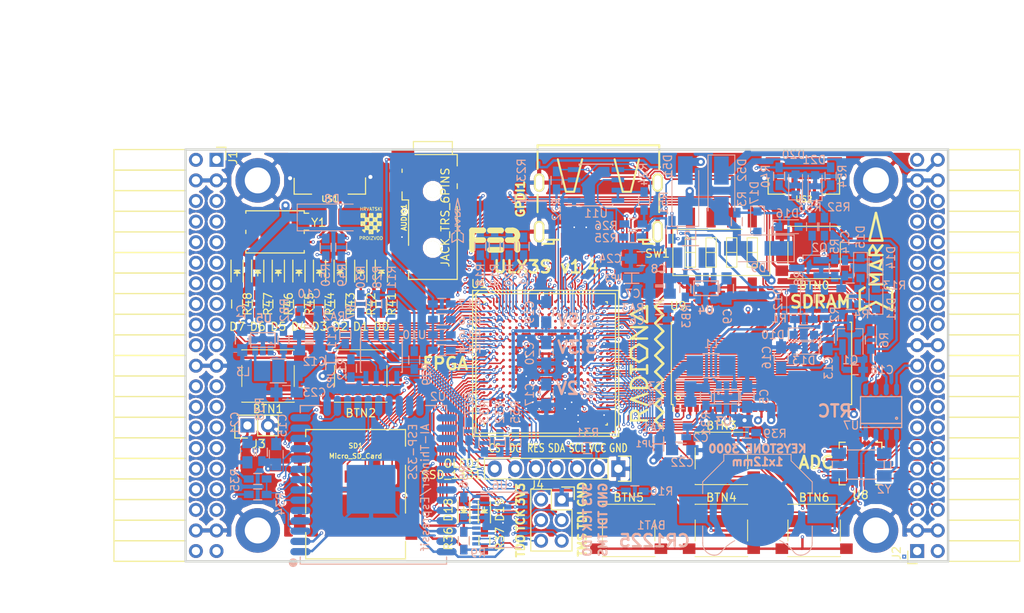
<source format=kicad_pcb>
(kicad_pcb (version 4) (host pcbnew 4.0.7+dfsg1-1)
  (layers (0 F.Cu signal) (1 In1.Cu signal) (2 In2.Cu signal) (31 B.Cu signal) (34 B.Paste user) (35 F.Paste user) (36 B.SilkS user) (37 F.SilkS user) (38 B.Mask user) (39 F.Mask user) (44 Edge.Cuts user))
  (net 0 "")
  (net 1 GND)
  (net 2 +5V)
  (net 3 /gpio/IN5V)
  (net 4 /gpio/OUT5V)
  (net 5 +3V3)
  (net 6 +1V2)
  (net 7 BTN_D)
  (net 8 BTN_F1)
  (net 9 BTN_F2)
  (net 10 BTN_L)
  (net 11 BTN_R)
  (net 12 BTN_U)
  (net 13 /power/FB1)
  (net 14 +2V5)
  (net 15 /power/PWREN)
  (net 16 /power/FB3)
  (net 17 /power/FB2)
  (net 18 "Net-(D9-Pad1)")
  (net 19 /power/VBAT)
  (net 20 JTAG_TDI)
  (net 21 JTAG_TCK)
  (net 22 JTAG_TMS)
  (net 23 JTAG_TDO)
  (net 24 /power/WAKEUPn)
  (net 25 /power/WKUP)
  (net 26 /power/SHUT)
  (net 27 /power/WAKE)
  (net 28 /power/HOLD)
  (net 29 /power/WKn)
  (net 30 /power/OSCI_32k)
  (net 31 /power/OSCO_32k)
  (net 32 "Net-(Q2-Pad3)")
  (net 33 SHUTDOWN)
  (net 34 /analog/AUDIO_L)
  (net 35 /analog/AUDIO_R)
  (net 36 GPDI_5V_SCL)
  (net 37 GPDI_5V_SDA)
  (net 38 GPDI_SDA)
  (net 39 GPDI_SCL)
  (net 40 /gpdi/VREF2)
  (net 41 SD_CMD)
  (net 42 SD_CLK)
  (net 43 SD_D0)
  (net 44 SD_D1)
  (net 45 USB5V)
  (net 46 GPDI_CEC)
  (net 47 nRESET)
  (net 48 FTDI_nDTR)
  (net 49 SDRAM_CKE)
  (net 50 SDRAM_A7)
  (net 51 SDRAM_D15)
  (net 52 SDRAM_BA1)
  (net 53 SDRAM_D7)
  (net 54 SDRAM_A6)
  (net 55 SDRAM_CLK)
  (net 56 SDRAM_D13)
  (net 57 SDRAM_BA0)
  (net 58 SDRAM_D6)
  (net 59 SDRAM_A5)
  (net 60 SDRAM_D14)
  (net 61 SDRAM_A11)
  (net 62 SDRAM_D12)
  (net 63 SDRAM_D5)
  (net 64 SDRAM_A4)
  (net 65 SDRAM_A10)
  (net 66 SDRAM_D11)
  (net 67 SDRAM_A3)
  (net 68 SDRAM_D4)
  (net 69 SDRAM_D10)
  (net 70 SDRAM_D9)
  (net 71 SDRAM_A9)
  (net 72 SDRAM_D3)
  (net 73 SDRAM_D8)
  (net 74 SDRAM_A8)
  (net 75 SDRAM_A2)
  (net 76 SDRAM_A1)
  (net 77 SDRAM_A0)
  (net 78 SDRAM_D2)
  (net 79 SDRAM_D1)
  (net 80 SDRAM_D0)
  (net 81 SDRAM_DQM0)
  (net 82 SDRAM_nCS)
  (net 83 SDRAM_nRAS)
  (net 84 SDRAM_DQM1)
  (net 85 SDRAM_nCAS)
  (net 86 SDRAM_nWE)
  (net 87 /flash/FLASH_nWP)
  (net 88 /flash/FLASH_nHOLD)
  (net 89 /flash/FLASH_MOSI)
  (net 90 /flash/FLASH_MISO)
  (net 91 /flash/FLASH_SCK)
  (net 92 /flash/FLASH_nCS)
  (net 93 /flash/FPGA_PROGRAMN)
  (net 94 /flash/FPGA_DONE)
  (net 95 /flash/FPGA_INITN)
  (net 96 OLED_RES)
  (net 97 OLED_DC)
  (net 98 OLED_CS)
  (net 99 WIFI_EN)
  (net 100 FTDI_nRTS)
  (net 101 FTDI_TXD)
  (net 102 FTDI_RXD)
  (net 103 WIFI_RXD)
  (net 104 WIFI_GPIO0)
  (net 105 WIFI_TXD)
  (net 106 GPDI_ETH-)
  (net 107 GPDI_ETH+)
  (net 108 GPDI_D2+)
  (net 109 GPDI_D2-)
  (net 110 GPDI_D1+)
  (net 111 GPDI_D1-)
  (net 112 GPDI_D0+)
  (net 113 GPDI_D0-)
  (net 114 GPDI_CLK+)
  (net 115 GPDI_CLK-)
  (net 116 USB_FTDI_D+)
  (net 117 USB_FTDI_D-)
  (net 118 J1_17-)
  (net 119 J1_17+)
  (net 120 J1_23-)
  (net 121 J1_23+)
  (net 122 J1_25-)
  (net 123 J1_25+)
  (net 124 J1_27-)
  (net 125 J1_27+)
  (net 126 J1_29-)
  (net 127 J1_29+)
  (net 128 J1_31-)
  (net 129 J1_31+)
  (net 130 J1_33-)
  (net 131 J1_33+)
  (net 132 J1_35-)
  (net 133 J1_35+)
  (net 134 J2_5-)
  (net 135 J2_5+)
  (net 136 J2_7-)
  (net 137 J2_7+)
  (net 138 J2_9-)
  (net 139 J2_9+)
  (net 140 J2_13-)
  (net 141 J2_13+)
  (net 142 J2_17-)
  (net 143 J2_17+)
  (net 144 J2_11-)
  (net 145 J2_11+)
  (net 146 J2_23-)
  (net 147 J2_23+)
  (net 148 J1_5-)
  (net 149 J1_5+)
  (net 150 J1_7-)
  (net 151 J1_7+)
  (net 152 J1_9-)
  (net 153 J1_9+)
  (net 154 J1_11-)
  (net 155 J1_11+)
  (net 156 J1_13-)
  (net 157 J1_13+)
  (net 158 J1_15-)
  (net 159 J1_15+)
  (net 160 J2_15-)
  (net 161 J2_15+)
  (net 162 J2_25-)
  (net 163 J2_25+)
  (net 164 J2_27-)
  (net 165 J2_27+)
  (net 166 J2_29-)
  (net 167 J2_29+)
  (net 168 J2_31-)
  (net 169 J2_31+)
  (net 170 J2_33-)
  (net 171 J2_33+)
  (net 172 J2_35-)
  (net 173 J2_35+)
  (net 174 SD_D3)
  (net 175 AUDIO_L3)
  (net 176 AUDIO_L2)
  (net 177 AUDIO_L1)
  (net 178 AUDIO_L0)
  (net 179 AUDIO_R3)
  (net 180 AUDIO_R2)
  (net 181 AUDIO_R1)
  (net 182 AUDIO_R0)
  (net 183 OLED_CLK)
  (net 184 OLED_MOSI)
  (net 185 LED0)
  (net 186 LED1)
  (net 187 LED2)
  (net 188 LED3)
  (net 189 LED4)
  (net 190 LED5)
  (net 191 LED6)
  (net 192 LED7)
  (net 193 BTN_PWRn)
  (net 194 FTDI_nTXLED)
  (net 195 FTDI_nSLEEP)
  (net 196 /blinkey/LED_PWREN)
  (net 197 /blinkey/LED_TXLED)
  (net 198 FT3V3)
  (net 199 /sdcard/SD3V3)
  (net 200 SD_D2)
  (net 201 CLK_25MHz)
  (net 202 /blinkey/BTNPUL)
  (net 203 /blinkey/BTNPUR)
  (net 204 USB_FPGA_D+)
  (net 205 /power/FTDI_nSUSPEND)
  (net 206 /blinkey/ALED0)
  (net 207 /blinkey/ALED1)
  (net 208 /blinkey/ALED2)
  (net 209 /blinkey/ALED3)
  (net 210 /blinkey/ALED4)
  (net 211 /blinkey/ALED5)
  (net 212 /blinkey/ALED6)
  (net 213 /blinkey/ALED7)
  (net 214 /usb/FTD-)
  (net 215 /usb/FTD+)
  (net 216 ADC_MISO)
  (net 217 ADC_MOSI)
  (net 218 ADC_CSn)
  (net 219 ADC_SCLK)
  (net 220 "Net-(R51-Pad2)")
  (net 221 SW3)
  (net 222 SW2)
  (net 223 SW1)
  (net 224 SW0)
  (net 225 USB_FPGA_D-)
  (net 226 /usb/FPD+)
  (net 227 /usb/FPD-)
  (net 228 WIFI_GPIO16)
  (net 229 WIFI_GPIO15)
  (net 230 /usb/ANT_433MHz)
  (net 231 /power/PWRBTn)
  (net 232 PROG_DONE)
  (net 233 /power/P1V2)
  (net 234 /power/P3V3)
  (net 235 /power/P2V5)
  (net 236 /power/L1)
  (net 237 /power/L3)
  (net 238 /power/L2)
  (net 239 FTDI_TXDEN)
  (net 240 /wifi/WIFIOFF)
  (module SMD_Packages:1Pin (layer F.Cu) (at 182.67515 111.637626)
    (fp_text reference AE1 hide)
    (fp_text value 433MHz hide)
    (pad 1 smd rect (at 0 0) (size 0.5 0.5) (layers B.Cu F.Paste F.Mask) (net 230 /usb/ANT_433MHz))
  )
  (module Resistors_SMD:R_0603_HandSoldering (layer B.Cu) (at 103.498 98.758 90)
    (fp_text reference R38 (at 5.334 -0.254 90) (layer B.SilkS) (effects (justify mirror)))
    (fp_text value 0.47)
    (pad 1 smd rect (at -1.1 0 90) (size 1.2 0.9) (layers B.Cu B.Paste B.Mask) (net 199 /sdcard/SD3V3))
    (pad 2 smd rect (at 1.1 0 90) (size 1.2 0.9) (layers B.Cu B.Paste B.Mask) (net 5 +3V3))
  )
  (module jumper:SOLDER-JUMPER_1-WAY (layer B.Cu) (at 152.393 97.742 270)
    (fp_text reference JP1 (at 0 1.778 360) (layer B.SilkS) (effects (font (size 0.762 0.762) (thickness 0.1524)) (justify mirror)))
    (fp_text value 1.2 hide)
    (pad 1 smd rect (at -0.6 0 270) (size 1 1) (layers B.Cu B.Paste B.Mask) (net 233 /power/P1V2))
    (pad 2 smd rect (at 0.6 0 270) (size 1 1) (layers B.Cu B.Paste B.Mask) (net 6 +1V2))
  )
  (module ESP32-footprints-Lib:ESP-32S (layer B.Cu) (at 117.313 101.513)
    (fp_text reference U2 (at 7.902 -9.613 180) (layer B.SilkS) (effects (justify mirror)))
    (fp_text value ESP-32S)
    (fp_text user AI-Thinker/Espressif (at 6.3 1.6 270) (layer B.SilkS) (effects (justify mirror)))
    (fp_text user ESP-32S (at 4.8 -2.8 270) (layer B.SilkS) (effects (justify mirror)))
    (pad 38 smd oval (at 8.947434 9.517338 180) (size 2.5 0.9) (layers B.Cu B.Paste B.Mask) (net 1 GND))
    (pad 37 smd oval (at 8.947434 8.247338 180) (size 2.5 0.9) (layers B.Cu B.Paste B.Mask))
    (pad 36 smd oval (at 8.947434 6.977338 180) (size 2.5 0.9) (layers B.Cu B.Paste B.Mask) (net 232 PROG_DONE))
    (pad 35 smd oval (at 8.947434 5.707338 180) (size 2.5 0.9) (layers B.Cu B.Paste B.Mask) (net 105 WIFI_TXD))
    (pad 34 smd oval (at 8.947434 4.437338 180) (size 2.5 0.9) (layers B.Cu B.Paste B.Mask) (net 103 WIFI_RXD))
    (pad 33 smd oval (at 8.947434 3.167338 180) (size 2.5 0.9) (layers B.Cu B.Paste B.Mask) (net 22 JTAG_TMS))
    (pad 32 smd oval (at 8.947434 1.897338 180) (size 2.5 0.9) (layers B.Cu B.Paste B.Mask))
    (pad 31 smd oval (at 8.947434 0.627338 180) (size 2.5 0.9) (layers B.Cu B.Paste B.Mask) (net 20 JTAG_TDI))
    (pad 30 smd oval (at 8.947434 -0.642662 180) (size 2.5 0.9) (layers B.Cu B.Paste B.Mask) (net 21 JTAG_TCK))
    (pad 29 smd oval (at 8.947434 -1.912662 180) (size 2.5 0.9) (layers B.Cu B.Paste B.Mask))
    (pad 28 smd oval (at 8.947434 -3.182662 180) (size 2.5 0.9) (layers B.Cu B.Paste B.Mask) (net 23 JTAG_TDO))
    (pad 27 smd oval (at 8.947434 -4.452662 180) (size 2.5 0.9) (layers B.Cu B.Paste B.Mask) (net 228 WIFI_GPIO16))
    (pad 26 smd oval (at 8.947434 -5.722662 180) (size 2.5 0.9) (layers B.Cu B.Paste B.Mask))
    (pad 25 smd oval (at 8.947434 -6.992662 180) (size 2.5 0.9) (layers B.Cu B.Paste B.Mask) (net 104 WIFI_GPIO0))
    (pad 24 smd oval (at 5.662434 -8.482662 180) (size 0.9 2.5) (layers B.Cu B.Paste B.Mask))
    (pad 23 smd oval (at 4.392434 -8.482662 180) (size 0.9 2.5) (layers B.Cu B.Paste B.Mask) (net 229 WIFI_GPIO15))
    (pad 22 smd oval (at 3.122434 -8.482662 180) (size 0.9 2.5) (layers B.Cu B.Paste B.Mask) (net 44 SD_D1))
    (pad 21 smd oval (at 1.852434 -8.482662 180) (size 0.9 2.5) (layers B.Cu B.Paste B.Mask) (net 43 SD_D0))
    (pad 20 smd oval (at 0.582434 -8.482662 180) (size 0.9 2.5) (layers B.Cu B.Paste B.Mask) (net 42 SD_CLK))
    (pad 19 smd oval (at -0.687566 -8.482662 180) (size 0.9 2.5) (layers B.Cu B.Paste B.Mask) (net 41 SD_CMD))
    (pad 18 smd oval (at -1.957566 -8.482662 180) (size 0.9 2.5) (layers B.Cu B.Paste B.Mask))
    (pad 17 smd oval (at -3.227566 -8.482662 180) (size 0.9 2.5) (layers B.Cu B.Paste B.Mask))
    (pad 16 smd oval (at -4.497566 -8.482662 180) (size 0.9 2.5) (layers B.Cu B.Paste B.Mask) (net 124 J1_27-))
    (pad 15 smd oval (at -5.767566 -8.482662 180) (size 0.9 2.5) (layers B.Cu B.Paste B.Mask) (net 1 GND))
    (pad 14 smd oval (at -9.052566 -6.992662 180) (size 2.5 0.9) (layers B.Cu B.Paste B.Mask) (net 125 J1_27+))
    (pad 13 smd oval (at -9.052566 -5.722662 180) (size 2.5 0.9) (layers B.Cu B.Paste B.Mask) (net 126 J1_29-))
    (pad 12 smd oval (at -9.052566 -4.452662 180) (size 2.5 0.9) (layers B.Cu B.Paste B.Mask) (net 127 J1_29+))
    (pad 11 smd oval (at -9.052566 -3.182662 180) (size 2.5 0.9) (layers B.Cu B.Paste B.Mask) (net 128 J1_31-))
    (pad 10 smd oval (at -9.052566 -1.912662 180) (size 2.5 0.9) (layers B.Cu B.Paste B.Mask) (net 129 J1_31+))
    (pad 9 smd oval (at -9.052566 -0.642662 180) (size 2.5 0.9) (layers B.Cu B.Paste B.Mask) (net 130 J1_33-))
    (pad 8 smd oval (at -9.052566 0.627338 180) (size 2.5 0.9) (layers B.Cu B.Paste B.Mask) (net 131 J1_33+))
    (pad 7 smd oval (at -9.052566 1.897338 180) (size 2.5 0.9) (layers B.Cu B.Paste B.Mask) (net 132 J1_35-))
    (pad 6 smd oval (at -9.052566 3.167338 180) (size 2.5 0.9) (layers B.Cu B.Paste B.Mask) (net 133 J1_35+))
    (pad 5 smd oval (at -9.052566 4.437338 180) (size 2.5 0.9) (layers B.Cu B.Paste B.Mask))
    (pad 4 smd oval (at -9.052566 5.707338 180) (size 2.5 0.9) (layers B.Cu B.Paste B.Mask))
    (pad 3 smd oval (at -9.052566 6.977338 180) (size 2.5 0.9) (layers B.Cu B.Paste B.Mask) (net 99 WIFI_EN))
    (pad 2 smd oval (at -9.052566 8.247338 180) (size 2.5 0.9) (layers B.Cu B.Paste B.Mask) (net 5 +3V3))
    (pad 1 smd oval (at -9.052566 9.517338 180) (size 2.5 0.9) (layers B.Cu B.Paste B.Mask) (net 1 GND))
    (pad 39 smd rect (at -0.352566 1.817338 180) (size 6 6) (layers B.Cu B.Paste B.Mask) (net 1 GND))
  )
  (module Diodes_SMD:D_SMA_Handsoldering (layer B.Cu) (at 155.695 66.5 90)
    (fp_text reference D51 (at 3.048 -2.159 90) (layer B.SilkS) (effects (justify mirror)))
    (fp_text value STPS2L30AF hide)
    (pad 1 smd rect (at -2.5 0 90) (size 3.5 1.8) (layers B.Cu B.Paste B.Mask) (net 2 +5V))
    (pad 2 smd rect (at 2.5 0 90) (size 3.5 1.8) (layers B.Cu B.Paste B.Mask) (net 3 /gpio/IN5V))
  )
  (module Resistors_SMD:R_0603_HandSoldering (layer B.Cu) (at 154.044 71.326 90)
    (fp_text reference R51 (at 3.302 -1.016 90) (layer B.SilkS) (effects (justify mirror)))
    (fp_text value 220)
    (pad 1 smd rect (at -1.1 0 90) (size 1.2 0.9) (layers B.Cu B.Paste B.Mask) (net 5 +3V3))
    (pad 2 smd rect (at 1.1 0 90) (size 1.2 0.9) (layers B.Cu B.Paste B.Mask) (net 220 "Net-(R51-Pad2)"))
  )
  (module Resistors_SMD:R_1210_HandSoldering (layer B.Cu) (at 158.87 88.09 180)
    (fp_text reference L1 (at 0 2.7 180) (layer B.SilkS) (effects (justify mirror)))
    (fp_text value 2.2uH)
    (pad 1 smd rect (at -2 0 180) (size 2 2.5) (layers B.Cu B.Paste B.Mask) (net 236 /power/L1))
    (pad 2 smd rect (at 2 0 180) (size 2 2.5) (layers B.Cu B.Paste B.Mask) (net 233 /power/P1V2))
  )
  (module TSOT-25:TSOT-25 (layer B.Cu) (at 160.775 91.9)
    (fp_text reference U3 (at -0.381 3.048) (layer B.SilkS) (effects (font (thickness 0.2)) (justify mirror)))
    (fp_text value AP3429A)
    (pad 1 smd rect (at -0.95 -1.3) (size 0.7 1.2) (layers B.Cu B.Paste B.Mask) (net 15 /power/PWREN))
    (pad 2 smd rect (at 0 -1.3) (size 0.7 1.2) (layers B.Cu B.Paste B.Mask) (net 1 GND))
    (pad 3 smd rect (at 0.95 -1.3) (size 0.7 1.2) (layers B.Cu B.Paste B.Mask) (net 236 /power/L1))
    (pad 4 smd rect (at 0.95 1.3) (size 0.7 1.2) (layers B.Cu B.Paste B.Mask) (net 2 +5V))
    (pad 5 smd rect (at -0.95 1.3) (size 0.7 1.2) (layers B.Cu B.Paste B.Mask) (net 13 /power/FB1))
  )
  (module Resistors_SMD:R_1210_HandSoldering (layer B.Cu) (at 156.33 74.755 180)
    (fp_text reference L2 (at 0 2.7 180) (layer B.SilkS) (effects (justify mirror)))
    (fp_text value 2.2uH)
    (pad 1 smd rect (at -2 0 180) (size 2 2.5) (layers B.Cu B.Paste B.Mask) (net 237 /power/L3))
    (pad 2 smd rect (at 2 0 180) (size 2 2.5) (layers B.Cu B.Paste B.Mask) (net 234 /power/P3V3))
  )
  (module TSOT-25:TSOT-25 (layer B.Cu) (at 158.235 78.535)
    (fp_text reference U4 (at 0 2.697) (layer B.SilkS) (effects (font (thickness 0.2)) (justify mirror)))
    (fp_text value AP3429A)
    (pad 1 smd rect (at -0.95 -1.3) (size 0.7 1.2) (layers B.Cu B.Paste B.Mask) (net 15 /power/PWREN))
    (pad 2 smd rect (at 0 -1.3) (size 0.7 1.2) (layers B.Cu B.Paste B.Mask) (net 1 GND))
    (pad 3 smd rect (at 0.95 -1.3) (size 0.7 1.2) (layers B.Cu B.Paste B.Mask) (net 237 /power/L3))
    (pad 4 smd rect (at 0.95 1.3) (size 0.7 1.2) (layers B.Cu B.Paste B.Mask) (net 2 +5V))
    (pad 5 smd rect (at -0.95 1.3) (size 0.7 1.2) (layers B.Cu B.Paste B.Mask) (net 16 /power/FB3))
  )
  (module LEDs:LED_0805 (layer F.Cu) (at 118.23 76.66 270)
    (fp_text reference D0 (at 6.604 0 360) (layer F.SilkS))
    (fp_text value RED hide)
    (pad 2 smd rect (at 1.04902 0 90) (size 1.19888 1.19888) (layers F.Cu F.Paste F.Mask) (net 206 /blinkey/ALED0))
    (pad 1 smd rect (at -1.04902 0 90) (size 1.19888 1.19888) (layers F.Cu F.Paste F.Mask) (net 1 GND))
  )
  (module LEDs:LED_0805 (layer F.Cu) (at 115.69 76.66 270)
    (fp_text reference D1 (at 6.604 0 360) (layer F.SilkS))
    (fp_text value RED hide)
    (pad 2 smd rect (at 1.04902 0 90) (size 1.19888 1.19888) (layers F.Cu F.Paste F.Mask) (net 207 /blinkey/ALED1))
    (pad 1 smd rect (at -1.04902 0 90) (size 1.19888 1.19888) (layers F.Cu F.Paste F.Mask) (net 1 GND))
  )
  (module LEDs:LED_0805 (layer F.Cu) (at 113.15 76.66 270)
    (fp_text reference D2 (at 6.604 0 360) (layer F.SilkS))
    (fp_text value RED hide)
    (pad 2 smd rect (at 1.04902 0 90) (size 1.19888 1.19888) (layers F.Cu F.Paste F.Mask) (net 208 /blinkey/ALED2))
    (pad 1 smd rect (at -1.04902 0 90) (size 1.19888 1.19888) (layers F.Cu F.Paste F.Mask) (net 1 GND))
  )
  (module LEDs:LED_0805 (layer F.Cu) (at 110.61 76.66 270)
    (fp_text reference D3 (at 6.604 0 360) (layer F.SilkS))
    (fp_text value RED hide)
    (pad 2 smd rect (at 1.04902 0 90) (size 1.19888 1.19888) (layers F.Cu F.Paste F.Mask) (net 209 /blinkey/ALED3))
    (pad 1 smd rect (at -1.04902 0 90) (size 1.19888 1.19888) (layers F.Cu F.Paste F.Mask) (net 1 GND))
  )
  (module LEDs:LED_0805 (layer F.Cu) (at 108.07 76.66 270)
    (fp_text reference D4 (at 6.604 0 360) (layer F.SilkS))
    (fp_text value RED hide)
    (pad 2 smd rect (at 1.04902 0 90) (size 1.19888 1.19888) (layers F.Cu F.Paste F.Mask) (net 210 /blinkey/ALED4))
    (pad 1 smd rect (at -1.04902 0 90) (size 1.19888 1.19888) (layers F.Cu F.Paste F.Mask) (net 1 GND))
  )
  (module LEDs:LED_0805 (layer F.Cu) (at 105.53 76.66 270)
    (fp_text reference D5 (at 6.604 0 360) (layer F.SilkS))
    (fp_text value RED hide)
    (pad 2 smd rect (at 1.04902 0 90) (size 1.19888 1.19888) (layers F.Cu F.Paste F.Mask) (net 211 /blinkey/ALED5))
    (pad 1 smd rect (at -1.04902 0 90) (size 1.19888 1.19888) (layers F.Cu F.Paste F.Mask) (net 1 GND))
  )
  (module LEDs:LED_0805 (layer F.Cu) (at 102.99 76.66 270)
    (fp_text reference D6 (at 6.604 0 360) (layer F.SilkS))
    (fp_text value RED hide)
    (pad 2 smd rect (at 1.04902 0 90) (size 1.19888 1.19888) (layers F.Cu F.Paste F.Mask) (net 212 /blinkey/ALED6))
    (pad 1 smd rect (at -1.04902 0 90) (size 1.19888 1.19888) (layers F.Cu F.Paste F.Mask) (net 1 GND))
  )
  (module LEDs:LED_0805 (layer F.Cu) (at 100.45 76.66 270)
    (fp_text reference D7 (at 6.604 0 360) (layer F.SilkS))
    (fp_text value RED hide)
    (pad 2 smd rect (at 1.04902 0 90) (size 1.19888 1.19888) (layers F.Cu F.Paste F.Mask) (net 213 /blinkey/ALED7))
    (pad 1 smd rect (at -1.04902 0 90) (size 1.19888 1.19888) (layers F.Cu F.Paste F.Mask) (net 1 GND))
  )
  (module Resistors_SMD:R_1210_HandSoldering (layer B.Cu) (at 105.53 88.725)
    (fp_text reference L3 (at -4.318 0.127) (layer B.SilkS) (effects (justify mirror)))
    (fp_text value 2.2uH)
    (pad 1 smd rect (at -2 0) (size 2 2.5) (layers B.Cu B.Paste B.Mask) (net 238 /power/L2))
    (pad 2 smd rect (at 2 0) (size 2 2.5) (layers B.Cu B.Paste B.Mask) (net 235 /power/P2V5))
  )
  (module TSOT-25:TSOT-25 (layer B.Cu) (at 103.625 84.915 180)
    (fp_text reference U5 (at -0.127 2.667 180) (layer B.SilkS) (effects (font (thickness 0.2)) (justify mirror)))
    (fp_text value AP3429A)
    (pad 1 smd rect (at -0.95 -1.3 180) (size 0.7 1.2) (layers B.Cu B.Paste B.Mask) (net 15 /power/PWREN))
    (pad 2 smd rect (at 0 -1.3 180) (size 0.7 1.2) (layers B.Cu B.Paste B.Mask) (net 1 GND))
    (pad 3 smd rect (at 0.95 -1.3 180) (size 0.7 1.2) (layers B.Cu B.Paste B.Mask) (net 238 /power/L2))
    (pad 4 smd rect (at 0.95 1.3 180) (size 0.7 1.2) (layers B.Cu B.Paste B.Mask) (net 2 +5V))
    (pad 5 smd rect (at -0.95 1.3 180) (size 0.7 1.2) (layers B.Cu B.Paste B.Mask) (net 17 /power/FB2))
  )
  (module Capacitors_SMD:C_0805_HandSoldering (layer B.Cu) (at 101.085 84.915 270)
    (fp_text reference C1 (at -3.429 0.127 270) (layer B.SilkS) (effects (justify mirror)))
    (fp_text value 22uF)
    (pad 1 smd rect (at -1.25 0 270) (size 1.5 1.25) (layers B.Cu B.Paste B.Mask) (net 2 +5V))
    (pad 2 smd rect (at 1.25 0 270) (size 1.5 1.25) (layers B.Cu B.Paste B.Mask) (net 1 GND))
  )
  (module Capacitors_SMD:C_0805_HandSoldering (layer B.Cu) (at 155.06 90.63)
    (fp_text reference C3 (at -3.048 0) (layer B.SilkS) (effects (justify mirror)))
    (fp_text value 22uF)
    (pad 1 smd rect (at -1.25 0) (size 1.5 1.25) (layers B.Cu B.Paste B.Mask) (net 233 /power/P1V2))
    (pad 2 smd rect (at 1.25 0) (size 1.5 1.25) (layers B.Cu B.Paste B.Mask) (net 1 GND))
  )
  (module Capacitors_SMD:C_0805_HandSoldering (layer B.Cu) (at 155.06 92.535)
    (fp_text reference C4 (at -3.048 0.127) (layer B.SilkS) (effects (justify mirror)))
    (fp_text value 22uF)
    (pad 1 smd rect (at -1.25 0) (size 1.5 1.25) (layers B.Cu B.Paste B.Mask) (net 233 /power/P1V2))
    (pad 2 smd rect (at 1.25 0) (size 1.5 1.25) (layers B.Cu B.Paste B.Mask) (net 1 GND))
  )
  (module Capacitors_SMD:C_0805_HandSoldering (layer B.Cu) (at 163.315 91.9 90)
    (fp_text reference C5 (at 0 2.1 90) (layer B.SilkS) (effects (justify mirror)))
    (fp_text value 22uF)
    (pad 1 smd rect (at -1.25 0 90) (size 1.5 1.25) (layers B.Cu B.Paste B.Mask) (net 2 +5V))
    (pad 2 smd rect (at 1.25 0 90) (size 1.5 1.25) (layers B.Cu B.Paste B.Mask) (net 1 GND))
  )
  (module Capacitors_SMD:C_0805_HandSoldering (layer B.Cu) (at 152.52 79.2)
    (fp_text reference C7 (at -3.302 0) (layer B.SilkS) (effects (justify mirror)))
    (fp_text value 22uF)
    (pad 1 smd rect (at -1.25 0) (size 1.5 1.25) (layers B.Cu B.Paste B.Mask) (net 234 /power/P3V3))
    (pad 2 smd rect (at 1.25 0) (size 1.5 1.25) (layers B.Cu B.Paste B.Mask) (net 1 GND))
  )
  (module Capacitors_SMD:C_0805_HandSoldering (layer B.Cu) (at 152.52 77.295)
    (fp_text reference C8 (at -0.127 -1.143) (layer B.SilkS) (effects (justify mirror)))
    (fp_text value 22uF)
    (pad 1 smd rect (at -1.25 0) (size 1.5 1.25) (layers B.Cu B.Paste B.Mask) (net 234 /power/P3V3))
    (pad 2 smd rect (at 1.25 0) (size 1.5 1.25) (layers B.Cu B.Paste B.Mask) (net 1 GND))
  )
  (module Capacitors_SMD:C_0805_HandSoldering (layer B.Cu) (at 160.775 78.565 90)
    (fp_text reference C9 (at -3.429 0.127 90) (layer B.SilkS) (effects (justify mirror)))
    (fp_text value 22uF)
    (pad 1 smd rect (at -1.25 0 90) (size 1.5 1.25) (layers B.Cu B.Paste B.Mask) (net 2 +5V))
    (pad 2 smd rect (at 1.25 0 90) (size 1.5 1.25) (layers B.Cu B.Paste B.Mask) (net 1 GND))
  )
  (module Capacitors_SMD:C_0805_HandSoldering (layer B.Cu) (at 109.34 84.28 180)
    (fp_text reference C11 (at -2.794 -0.254 270) (layer B.SilkS) (effects (justify mirror)))
    (fp_text value 22uF)
    (pad 1 smd rect (at -1.25 0 180) (size 1.5 1.25) (layers B.Cu B.Paste B.Mask) (net 235 /power/P2V5))
    (pad 2 smd rect (at 1.25 0 180) (size 1.5 1.25) (layers B.Cu B.Paste B.Mask) (net 1 GND))
  )
  (module Capacitors_SMD:C_0805_HandSoldering (layer B.Cu) (at 109.34 86.185 180)
    (fp_text reference C12 (at -0.635 -1.397 360) (layer B.SilkS) (effects (justify mirror)))
    (fp_text value 22uF)
    (pad 1 smd rect (at -1.25 0 180) (size 1.5 1.25) (layers B.Cu B.Paste B.Mask) (net 235 /power/P2V5))
    (pad 2 smd rect (at 1.25 0 180) (size 1.5 1.25) (layers B.Cu B.Paste B.Mask) (net 1 GND))
  )
  (module Power_Integrations:SO-8 (layer B.Cu) (at 179.825 93.805 180)
    (fp_text reference U7 (at 3.683 -1.651 180) (layer B.SilkS) (effects (justify mirror)))
    (fp_text value PCF8523)
    (pad 1 smd oval (at -1.905 -2.794 180) (size 0.6096 1.4732) (layers B.Cu B.Paste B.Mask) (net 30 /power/OSCI_32k))
    (pad 2 smd oval (at -0.635 -2.794 180) (size 0.6096 1.4732) (layers B.Cu B.Paste B.Mask) (net 31 /power/OSCO_32k))
    (pad 3 smd oval (at 0.635 -2.794 180) (size 0.6096 1.4732) (layers B.Cu B.Paste B.Mask) (net 19 /power/VBAT))
    (pad 4 smd oval (at 1.905 -2.794 180) (size 0.6096 1.4732) (layers B.Cu B.Paste B.Mask) (net 1 GND))
    (pad 5 smd oval (at 1.905 2.794 180) (size 0.6096 1.4732) (layers B.Cu B.Paste B.Mask) (net 38 GPDI_SDA))
    (pad 6 smd oval (at 0.635 2.794 180) (size 0.6096 1.4732) (layers B.Cu B.Paste B.Mask) (net 39 GPDI_SCL))
    (pad 7 smd oval (at -0.635 2.794 180) (size 0.6096 1.4732) (layers B.Cu B.Paste B.Mask) (net 24 /power/WAKEUPn))
    (pad 8 smd oval (at -1.905 2.794 180) (size 0.6096 1.4732) (layers B.Cu B.Paste B.Mask) (net 5 +3V3))
  )
  (module Capacitors_SMD:C_0805_HandSoldering (layer B.Cu) (at 173.221 84.788 90)
    (fp_text reference C13 (at -3.556 0.127 90) (layer B.SilkS) (effects (justify mirror)))
    (fp_text value 2.2uF)
    (pad 1 smd rect (at -1.25 0 90) (size 1.5 1.25) (layers B.Cu B.Paste B.Mask) (net 2 +5V))
    (pad 2 smd rect (at 1.25 0 90) (size 1.5 1.25) (layers B.Cu B.Paste B.Mask) (net 25 /power/WKUP))
  )
  (module TSOP54:TSOP54 (layer F.Cu) (at 165.08 87.8 90)
    (fp_text reference U9 (at 7.076 -10.274 180) (layer F.SilkS))
    (fp_text value MT48LC16M16A2TG)
    (pad 28 smd rect (at 5.53 10.4 90) (size 0.9 0.56) (layers F.Cu F.Paste F.Mask) (net 1 GND))
    (pad 1 smd rect (at -5.53 -10.4 90) (size 0.9 0.56) (layers F.Cu F.Paste F.Mask) (net 5 +3V3))
    (pad 2 smd rect (at -5.53 -9.6 90) (size 0.9 0.56) (layers F.Cu F.Paste F.Mask) (net 80 SDRAM_D0))
    (pad 3 smd rect (at -5.53 -8.8 90) (size 0.9 0.56) (layers F.Cu F.Paste F.Mask) (net 5 +3V3))
    (pad 4 smd rect (at -5.53 -8 90) (size 0.9 0.56) (layers F.Cu F.Paste F.Mask) (net 79 SDRAM_D1))
    (pad 5 smd rect (at -5.53 -7.2 90) (size 0.9 0.56) (layers F.Cu F.Paste F.Mask) (net 78 SDRAM_D2))
    (pad 6 smd rect (at -5.53 -6.4 90) (size 0.9 0.56) (layers F.Cu F.Paste F.Mask) (net 1 GND))
    (pad 7 smd rect (at -5.53 -5.6 90) (size 0.9 0.56) (layers F.Cu F.Paste F.Mask) (net 72 SDRAM_D3))
    (pad 8 smd rect (at -5.53 -4.8 90) (size 0.9 0.56) (layers F.Cu F.Paste F.Mask) (net 68 SDRAM_D4))
    (pad 9 smd rect (at -5.53 -4 90) (size 0.9 0.56) (layers F.Cu F.Paste F.Mask) (net 5 +3V3))
    (pad 10 smd rect (at -5.53 -3.2 90) (size 0.9 0.56) (layers F.Cu F.Paste F.Mask) (net 63 SDRAM_D5))
    (pad 11 smd rect (at -5.53 -2.4 90) (size 0.9 0.56) (layers F.Cu F.Paste F.Mask) (net 58 SDRAM_D6))
    (pad 12 smd rect (at -5.53 -1.6 90) (size 0.9 0.56) (layers F.Cu F.Paste F.Mask) (net 1 GND))
    (pad 13 smd rect (at -5.53 -0.8 90) (size 0.9 0.56) (layers F.Cu F.Paste F.Mask) (net 53 SDRAM_D7))
    (pad 14 smd rect (at -5.53 0 90) (size 0.9 0.56) (layers F.Cu F.Paste F.Mask) (net 5 +3V3))
    (pad 15 smd rect (at -5.53 0.8 90) (size 0.9 0.56) (layers F.Cu F.Paste F.Mask) (net 81 SDRAM_DQM0))
    (pad 16 smd rect (at -5.53 1.6 90) (size 0.9 0.56) (layers F.Cu F.Paste F.Mask) (net 86 SDRAM_nWE))
    (pad 17 smd rect (at -5.53 2.4 90) (size 0.9 0.56) (layers F.Cu F.Paste F.Mask) (net 85 SDRAM_nCAS))
    (pad 18 smd rect (at -5.53 3.2 90) (size 0.9 0.56) (layers F.Cu F.Paste F.Mask) (net 83 SDRAM_nRAS))
    (pad 19 smd rect (at -5.53 4 90) (size 0.9 0.56) (layers F.Cu F.Paste F.Mask) (net 82 SDRAM_nCS))
    (pad 20 smd rect (at -5.53 4.8 90) (size 0.9 0.56) (layers F.Cu F.Paste F.Mask) (net 57 SDRAM_BA0))
    (pad 21 smd rect (at -5.53 5.6 90) (size 0.9 0.56) (layers F.Cu F.Paste F.Mask) (net 52 SDRAM_BA1))
    (pad 22 smd rect (at -5.53 6.4 90) (size 0.9 0.56) (layers F.Cu F.Paste F.Mask) (net 65 SDRAM_A10))
    (pad 23 smd rect (at -5.53 7.2 90) (size 0.9 0.56) (layers F.Cu F.Paste F.Mask) (net 77 SDRAM_A0))
    (pad 24 smd rect (at -5.53 8 90) (size 0.9 0.56) (layers F.Cu F.Paste F.Mask) (net 76 SDRAM_A1))
    (pad 25 smd rect (at -5.53 8.8 90) (size 0.9 0.56) (layers F.Cu F.Paste F.Mask) (net 75 SDRAM_A2))
    (pad 26 smd rect (at -5.53 9.6 90) (size 0.9 0.56) (layers F.Cu F.Paste F.Mask) (net 67 SDRAM_A3))
    (pad 27 smd rect (at -5.53 10.4 90) (size 0.9 0.56) (layers F.Cu F.Paste F.Mask) (net 5 +3V3))
    (pad 29 smd rect (at 5.53 9.6 90) (size 0.9 0.56) (layers F.Cu F.Paste F.Mask) (net 64 SDRAM_A4))
    (pad 30 smd rect (at 5.53 8.8 90) (size 0.9 0.56) (layers F.Cu F.Paste F.Mask) (net 59 SDRAM_A5))
    (pad 31 smd rect (at 5.53 8 90) (size 0.9 0.56) (layers F.Cu F.Paste F.Mask) (net 54 SDRAM_A6))
    (pad 32 smd rect (at 5.53 7.2 90) (size 0.9 0.56) (layers F.Cu F.Paste F.Mask) (net 50 SDRAM_A7))
    (pad 33 smd rect (at 5.53 6.4 90) (size 0.9 0.56) (layers F.Cu F.Paste F.Mask) (net 74 SDRAM_A8))
    (pad 34 smd rect (at 5.53 5.6 90) (size 0.9 0.56) (layers F.Cu F.Paste F.Mask) (net 71 SDRAM_A9))
    (pad 35 smd rect (at 5.53 4.8 90) (size 0.9 0.56) (layers F.Cu F.Paste F.Mask) (net 61 SDRAM_A11))
    (pad 36 smd rect (at 5.53 4 90) (size 0.9 0.56) (layers F.Cu F.Paste F.Mask))
    (pad 37 smd rect (at 5.53 3.2 90) (size 0.9 0.56) (layers F.Cu F.Paste F.Mask) (net 49 SDRAM_CKE))
    (pad 38 smd rect (at 5.53 2.4 90) (size 0.9 0.56) (layers F.Cu F.Paste F.Mask) (net 55 SDRAM_CLK))
    (pad 39 smd rect (at 5.53 1.6 90) (size 0.9 0.56) (layers F.Cu F.Paste F.Mask) (net 84 SDRAM_DQM1))
    (pad 40 smd rect (at 5.53 0.8 90) (size 0.9 0.56) (layers F.Cu F.Paste F.Mask))
    (pad 41 smd rect (at 5.53 0 90) (size 0.9 0.56) (layers F.Cu F.Paste F.Mask) (net 1 GND))
    (pad 42 smd rect (at 5.53 -0.8 90) (size 0.9 0.56) (layers F.Cu F.Paste F.Mask) (net 73 SDRAM_D8))
    (pad 43 smd rect (at 5.53 -1.6 90) (size 0.9 0.56) (layers F.Cu F.Paste F.Mask) (net 5 +3V3))
    (pad 44 smd rect (at 5.53 -2.4 90) (size 0.9 0.56) (layers F.Cu F.Paste F.Mask) (net 70 SDRAM_D9))
    (pad 45 smd rect (at 5.53 -3.2 90) (size 0.9 0.56) (layers F.Cu F.Paste F.Mask) (net 69 SDRAM_D10))
    (pad 46 smd rect (at 5.53 -4 90) (size 0.9 0.56) (layers F.Cu F.Paste F.Mask) (net 1 GND))
    (pad 47 smd rect (at 5.53 -4.8 90) (size 0.9 0.56) (layers F.Cu F.Paste F.Mask) (net 66 SDRAM_D11))
    (pad 48 smd rect (at 5.53 -5.6 90) (size 0.9 0.56) (layers F.Cu F.Paste F.Mask) (net 62 SDRAM_D12))
    (pad 49 smd rect (at 5.53 -6.4 90) (size 0.9 0.56) (layers F.Cu F.Paste F.Mask) (net 5 +3V3))
    (pad 50 smd rect (at 5.53 -7.2 90) (size 0.9 0.56) (layers F.Cu F.Paste F.Mask) (net 56 SDRAM_D13))
    (pad 51 smd rect (at 5.53 -8 90) (size 0.9 0.56) (layers F.Cu F.Paste F.Mask) (net 60 SDRAM_D14))
    (pad 52 smd rect (at 5.53 -8.8 90) (size 0.9 0.56) (layers F.Cu F.Paste F.Mask) (net 1 GND))
    (pad 53 smd rect (at 5.53 -9.6 90) (size 0.9 0.56) (layers F.Cu F.Paste F.Mask) (net 51 SDRAM_D15))
    (pad 54 smd rect (at 5.53 -10.4 90) (size 0.9 0.56) (layers F.Cu F.Paste F.Mask) (net 1 GND))
  )
  (module TO_SOT_Packages_SMD:SOT-23_Handsoldering (layer B.Cu) (at 176.015 84.28 90)
    (fp_text reference Q1 (at -3.1115 0 180) (layer B.SilkS) (effects (justify mirror)))
    (fp_text value BC857)
    (pad 1 smd rect (at -1.5 0.95 90) (size 1.9 0.8) (layers B.Cu B.Paste B.Mask) (net 29 /power/WKn))
    (pad 2 smd rect (at -1.5 -0.95 90) (size 1.9 0.8) (layers B.Cu B.Paste B.Mask) (net 2 +5V))
    (pad 3 smd rect (at 1.5 0 90) (size 1.9 0.8) (layers B.Cu B.Paste B.Mask) (net 25 /power/WKUP))
  )
  (module TO_SOT_Packages_SMD:SOT-23_Handsoldering (layer B.Cu) (at 170.935 76.025 180)
    (fp_text reference Q2 (at -1.295 2.5 180) (layer B.SilkS) (effects (justify mirror)))
    (fp_text value 2N7002)
    (pad 1 smd rect (at -1.5 0.95 180) (size 1.9 0.8) (layers B.Cu B.Paste B.Mask) (net 26 /power/SHUT))
    (pad 2 smd rect (at -1.5 -0.95 180) (size 1.9 0.8) (layers B.Cu B.Paste B.Mask) (net 1 GND))
    (pad 3 smd rect (at 1.5 0 180) (size 1.9 0.8) (layers B.Cu B.Paste B.Mask) (net 32 "Net-(Q2-Pad3)"))
  )
  (module Capacitors_SMD:C_0603_HandSoldering (layer B.Cu) (at 154.86 96.91)
    (fp_text reference C2 (at 2.74 0.07) (layer B.SilkS) (effects (justify mirror)))
    (fp_text value 470pF)
    (pad 1 smd rect (at -0.95 0) (size 1.2 0.75) (layers B.Cu B.Paste B.Mask) (net 233 /power/P1V2))
    (pad 2 smd rect (at 0.95 0) (size 1.2 0.75) (layers B.Cu B.Paste B.Mask) (net 13 /power/FB1))
  )
  (module Capacitors_SMD:C_0603_HandSoldering (layer B.Cu) (at 152.52 82.375)
    (fp_text reference C6 (at -2.794 0.127) (layer B.SilkS) (effects (justify mirror)))
    (fp_text value 470pF)
    (pad 1 smd rect (at -0.95 0) (size 1.2 0.75) (layers B.Cu B.Paste B.Mask) (net 234 /power/P3V3))
    (pad 2 smd rect (at 0.95 0) (size 1.2 0.75) (layers B.Cu B.Paste B.Mask) (net 16 /power/FB3))
  )
  (module Capacitors_SMD:C_0603_HandSoldering (layer B.Cu) (at 109.34 81.105 180)
    (fp_text reference C10 (at 0 1.9 180) (layer B.SilkS) (effects (justify mirror)))
    (fp_text value 470pF)
    (pad 1 smd rect (at -0.95 0 180) (size 1.2 0.75) (layers B.Cu B.Paste B.Mask) (net 235 /power/P2V5))
    (pad 2 smd rect (at 0.95 0 180) (size 1.2 0.75) (layers B.Cu B.Paste B.Mask) (net 17 /power/FB2))
  )
  (module Capacitors_SMD:C_0603_HandSoldering (layer B.Cu) (at 175.38 76.025 270)
    (fp_text reference C14 (at -3.175 0 270) (layer B.SilkS) (effects (justify mirror)))
    (fp_text value 100nF)
    (pad 1 smd rect (at -0.95 0 270) (size 1.2 0.75) (layers B.Cu B.Paste B.Mask) (net 26 /power/SHUT))
    (pad 2 smd rect (at 0.95 0 270) (size 1.2 0.75) (layers B.Cu B.Paste B.Mask) (net 1 GND))
  )
  (module Resistors_SMD:R_0603_HandSoldering (layer B.Cu) (at 170.3 82.375)
    (fp_text reference R1 (at -3.048 -0.127) (layer B.SilkS) (effects (justify mirror)))
    (fp_text value 15k)
    (pad 1 smd rect (at -1.1 0) (size 1.2 0.9) (layers B.Cu B.Paste B.Mask) (net 27 /power/WAKE))
    (pad 2 smd rect (at 1.1 0) (size 1.2 0.9) (layers B.Cu B.Paste B.Mask) (net 15 /power/PWREN))
  )
  (module Resistors_SMD:R_0603_HandSoldering (layer B.Cu) (at 172.84 79.835 90)
    (fp_text reference R2 (at -1.905 1.27 90) (layer B.SilkS) (effects (justify mirror)))
    (fp_text value 47k)
    (pad 1 smd rect (at -1.1 0 90) (size 1.2 0.9) (layers B.Cu B.Paste B.Mask) (net 15 /power/PWREN))
    (pad 2 smd rect (at 1.1 0 90) (size 1.2 0.9) (layers B.Cu B.Paste B.Mask) (net 1 GND))
  )
  (module Resistors_SMD:R_0603_HandSoldering (layer B.Cu) (at 176.015 80.47 180)
    (fp_text reference R4 (at -1.397 -1.27 360) (layer B.SilkS) (effects (justify mirror)))
    (fp_text value 15k)
    (pad 1 smd rect (at -1.1 0 180) (size 1.2 0.9) (layers B.Cu B.Paste B.Mask) (net 28 /power/HOLD))
    (pad 2 smd rect (at 1.1 0 180) (size 1.2 0.9) (layers B.Cu B.Paste B.Mask) (net 15 /power/PWREN))
  )
  (module Resistors_SMD:R_0603_HandSoldering (layer B.Cu) (at 174.11 76.025 270)
    (fp_text reference R5 (at -2.667 0 270) (layer B.SilkS) (effects (justify mirror)))
    (fp_text value 4.7M)
    (pad 1 smd rect (at -1.1 0 270) (size 1.2 0.9) (layers B.Cu B.Paste B.Mask) (net 26 /power/SHUT))
    (pad 2 smd rect (at 1.1 0 270) (size 1.2 0.9) (layers B.Cu B.Paste B.Mask) (net 1 GND))
  )
  (module Resistors_SMD:R_0603_HandSoldering (layer B.Cu) (at 178.555 84.915 270)
    (fp_text reference R6 (at 0 -1.651 270) (layer B.SilkS) (effects (justify mirror)))
    (fp_text value 1k)
    (pad 1 smd rect (at -1.1 0 270) (size 1.2 0.9) (layers B.Cu B.Paste B.Mask) (net 29 /power/WKn))
    (pad 2 smd rect (at 1.1 0 270) (size 1.2 0.9) (layers B.Cu B.Paste B.Mask) (net 24 /power/WAKEUPn))
  )
  (module Resistors_SMD:R_0603_HandSoldering (layer B.Cu) (at 113.785 84.28 270)
    (fp_text reference R7 (at -2.794 -0.635 270) (layer B.SilkS) (effects (justify mirror)))
    (fp_text value 220)
    (pad 1 smd rect (at -1.1 0 270) (size 1.2 0.9) (layers B.Cu B.Paste B.Mask) (net 5 +3V3))
    (pad 2 smd rect (at 1.1 0 270) (size 1.2 0.9) (layers B.Cu B.Paste B.Mask) (net 202 /blinkey/BTNPUL))
  )
  (module Resistors_SMD:R_0603_HandSoldering (layer B.Cu) (at 170.935 79.835 90)
    (fp_text reference R8 (at 2.54 -1.27 90) (layer B.SilkS) (effects (justify mirror)))
    (fp_text value 1k)
    (pad 1 smd rect (at -1.1 0 90) (size 1.2 0.9) (layers B.Cu B.Paste B.Mask) (net 15 /power/PWREN))
    (pad 2 smd rect (at 1.1 0 90) (size 1.2 0.9) (layers B.Cu B.Paste B.Mask) (net 32 "Net-(Q2-Pad3)"))
  )
  (module Resistors_SMD:R_0603_HandSoldering (layer B.Cu) (at 128.39 109.68 270)
    (fp_text reference R9 (at 1.524 -1.778 360) (layer B.SilkS) (effects (justify mirror)))
    (fp_text value 15k)
    (pad 1 smd rect (at -1.1 0 270) (size 1.2 0.9) (layers B.Cu B.Paste B.Mask) (net 47 nRESET))
    (pad 2 smd rect (at 1.1 0 270) (size 1.2 0.9) (layers B.Cu B.Paste B.Mask) (net 198 FT3V3))
  )
  (module Resistors_SMD:R_0603_HandSoldering (layer B.Cu) (at 149.472 103.584 180)
    (fp_text reference R10 (at -3.302 0 180) (layer B.SilkS) (effects (justify mirror)))
    (fp_text value 220)
    (pad 1 smd rect (at -1.1 0 180) (size 1.2 0.9) (layers B.Cu B.Paste B.Mask) (net 205 /power/FTDI_nSUSPEND))
    (pad 2 smd rect (at 1.1 0 180) (size 1.2 0.9) (layers B.Cu B.Paste B.Mask) (net 195 FTDI_nSLEEP))
  )
  (module Resistors_SMD:R_0603_HandSoldering (layer B.Cu) (at 176.015 78.565 180)
    (fp_text reference R13 (at -5.461 0.381 180) (layer B.SilkS) (effects (justify mirror)))
    (fp_text value 15k)
    (pad 1 smd rect (at -1.1 0 180) (size 1.2 0.9) (layers B.Cu B.Paste B.Mask) (net 33 SHUTDOWN))
    (pad 2 smd rect (at 1.1 0 180) (size 1.2 0.9) (layers B.Cu B.Paste B.Mask) (net 1 GND))
  )
  (module Resistors_SMD:R_0603_HandSoldering (layer B.Cu) (at 154.86 95.64)
    (fp_text reference RA1 (at -3.102 0.07) (layer B.SilkS) (effects (justify mirror)))
    (fp_text value 15k)
    (pad 1 smd rect (at -1.1 0) (size 1.2 0.9) (layers B.Cu B.Paste B.Mask) (net 233 /power/P1V2))
    (pad 2 smd rect (at 1.1 0) (size 1.2 0.9) (layers B.Cu B.Paste B.Mask) (net 13 /power/FB1))
  )
  (module Resistors_SMD:R_0603_HandSoldering (layer B.Cu) (at 109.34 82.375 180)
    (fp_text reference RA2 (at -3.048 0.381 360) (layer B.SilkS) (effects (justify mirror)))
    (fp_text value 15k)
    (pad 1 smd rect (at -1.1 0 180) (size 1.2 0.9) (layers B.Cu B.Paste B.Mask) (net 235 /power/P2V5))
    (pad 2 smd rect (at 1.1 0 180) (size 1.2 0.9) (layers B.Cu B.Paste B.Mask) (net 17 /power/FB2))
  )
  (module Resistors_SMD:R_0603_HandSoldering (layer B.Cu) (at 152.52 81.105)
    (fp_text reference RA3 (at -3.302 -0.127) (layer B.SilkS) (effects (justify mirror)))
    (fp_text value 15k)
    (pad 1 smd rect (at -1.1 0) (size 1.2 0.9) (layers B.Cu B.Paste B.Mask) (net 234 /power/P3V3))
    (pad 2 smd rect (at 1.1 0) (size 1.2 0.9) (layers B.Cu B.Paste B.Mask) (net 16 /power/FB3))
  )
  (module Resistors_SMD:R_0603_HandSoldering (layer B.Cu) (at 158.235 91.9 270)
    (fp_text reference RB1 (at 3.302 0 270) (layer B.SilkS) (effects (justify mirror)))
    (fp_text value 15k)
    (pad 1 smd rect (at -1.1 0 270) (size 1.2 0.9) (layers B.Cu B.Paste B.Mask) (net 1 GND))
    (pad 2 smd rect (at 1.1 0 270) (size 1.2 0.9) (layers B.Cu B.Paste B.Mask) (net 13 /power/FB1))
  )
  (module Resistors_SMD:R_0603_HandSoldering (layer B.Cu) (at 106.165 84.915 90)
    (fp_text reference RB2 (at 3.683 0.127 90) (layer B.SilkS) (effects (justify mirror)))
    (fp_text value 4.7k)
    (pad 1 smd rect (at -1.1 0 90) (size 1.2 0.9) (layers B.Cu B.Paste B.Mask) (net 1 GND))
    (pad 2 smd rect (at 1.1 0 90) (size 1.2 0.9) (layers B.Cu B.Paste B.Mask) (net 17 /power/FB2))
  )
  (module Resistors_SMD:R_0603_HandSoldering (layer B.Cu) (at 155.695 78.565 270)
    (fp_text reference RB3 (at 3.429 -0.127 270) (layer B.SilkS) (effects (justify mirror)))
    (fp_text value 3.3k)
    (pad 1 smd rect (at -1.1 0 270) (size 1.2 0.9) (layers B.Cu B.Paste B.Mask) (net 1 GND))
    (pad 2 smd rect (at 1.1 0 270) (size 1.2 0.9) (layers B.Cu B.Paste B.Mask) (net 16 /power/FB3))
  )
  (module Resistors_SMD:R_0603_HandSoldering (layer B.Cu) (at 125.682 86.185 180)
    (fp_text reference R14 (at -3.47 0.127 180) (layer B.SilkS) (effects (justify mirror)))
    (fp_text value 800)
    (pad 1 smd rect (at -1.1 0 180) (size 1.2 0.9) (layers B.Cu B.Paste B.Mask) (net 175 AUDIO_L3))
    (pad 2 smd rect (at 1.1 0 180) (size 1.2 0.9) (layers B.Cu B.Paste B.Mask) (net 34 /analog/AUDIO_L))
  )
  (module Resistors_SMD:R_0603_HandSoldering (layer B.Cu) (at 125.682 84.279 180)
    (fp_text reference R15 (at -3.47 -0.001 180) (layer B.SilkS) (effects (justify mirror)))
    (fp_text value 400)
    (pad 1 smd rect (at -1.1 0 180) (size 1.2 0.9) (layers B.Cu B.Paste B.Mask) (net 176 AUDIO_L2))
    (pad 2 smd rect (at 1.1 0 180) (size 1.2 0.9) (layers B.Cu B.Paste B.Mask) (net 34 /analog/AUDIO_L))
  )
  (module Resistors_SMD:R_0603_HandSoldering (layer B.Cu) (at 125.682 82.375 180)
    (fp_text reference R16 (at -3.47 -0.127 180) (layer B.SilkS) (effects (justify mirror)))
    (fp_text value 200)
    (pad 1 smd rect (at -1.1 0 180) (size 1.2 0.9) (layers B.Cu B.Paste B.Mask) (net 177 AUDIO_L1))
    (pad 2 smd rect (at 1.1 0 180) (size 1.2 0.9) (layers B.Cu B.Paste B.Mask) (net 34 /analog/AUDIO_L))
  )
  (module Resistors_SMD:R_0603_HandSoldering (layer B.Cu) (at 125.682 80.47 180)
    (fp_text reference R17 (at -3.47 0 180) (layer B.SilkS) (effects (justify mirror)))
    (fp_text value 100)
    (pad 1 smd rect (at -1.1 0 180) (size 1.2 0.9) (layers B.Cu B.Paste B.Mask) (net 178 AUDIO_L0))
    (pad 2 smd rect (at 1.1 0 180) (size 1.2 0.9) (layers B.Cu B.Paste B.Mask) (net 34 /analog/AUDIO_L))
  )
  (module Resistors_SMD:R_0603_HandSoldering (layer B.Cu) (at 130.422 73.358 90)
    (fp_text reference R18 (at -3.556 0 90) (layer B.SilkS) (effects (justify mirror)))
    (fp_text value 800)
    (pad 1 smd rect (at -1.1 0 90) (size 1.2 0.9) (layers B.Cu B.Paste B.Mask) (net 179 AUDIO_R3))
    (pad 2 smd rect (at 1.1 0 90) (size 1.2 0.9) (layers B.Cu B.Paste B.Mask) (net 35 /analog/AUDIO_R))
  )
  (module Resistors_SMD:R_0603_HandSoldering (layer B.Cu) (at 132.2 73.358 90)
    (fp_text reference R19 (at -3.556 0 90) (layer B.SilkS) (effects (justify mirror)))
    (fp_text value 400)
    (pad 1 smd rect (at -1.1 0 90) (size 1.2 0.9) (layers B.Cu B.Paste B.Mask) (net 180 AUDIO_R2))
    (pad 2 smd rect (at 1.1 0 90) (size 1.2 0.9) (layers B.Cu B.Paste B.Mask) (net 35 /analog/AUDIO_R))
  )
  (module Resistors_SMD:R_0603_HandSoldering (layer B.Cu) (at 133.978 73.358 90)
    (fp_text reference R20 (at -3.556 0 90) (layer B.SilkS) (effects (justify mirror)))
    (fp_text value 200)
    (pad 1 smd rect (at -1.1 0 90) (size 1.2 0.9) (layers B.Cu B.Paste B.Mask) (net 181 AUDIO_R1))
    (pad 2 smd rect (at 1.1 0 90) (size 1.2 0.9) (layers B.Cu B.Paste B.Mask) (net 35 /analog/AUDIO_R))
  )
  (module Resistors_SMD:R_0603_HandSoldering (layer B.Cu) (at 135.756 73.358 90)
    (fp_text reference R21 (at -3.556 0 90) (layer B.SilkS) (effects (justify mirror)))
    (fp_text value 100)
    (pad 1 smd rect (at -1.1 0 90) (size 1.2 0.9) (layers B.Cu B.Paste B.Mask) (net 182 AUDIO_R0))
    (pad 2 smd rect (at 1.1 0 90) (size 1.2 0.9) (layers B.Cu B.Paste B.Mask) (net 35 /analog/AUDIO_R))
  )
  (module Housings_SOIC:SOIC-8_3.9x4.9mm_Pitch1.27mm (layer B.Cu) (at 118.23 86.82 270)
    (fp_text reference U10 (at -2.54 -4.064 360) (layer B.SilkS) (effects (justify mirror)))
    (fp_text value S25FL164K0XMFI011)
    (pad 1 smd rect (at -2.7 1.905 270) (size 1.55 0.6) (layers B.Cu B.Paste B.Mask) (net 92 /flash/FLASH_nCS))
    (pad 2 smd rect (at -2.7 0.635 270) (size 1.55 0.6) (layers B.Cu B.Paste B.Mask) (net 90 /flash/FLASH_MISO))
    (pad 3 smd rect (at -2.7 -0.635 270) (size 1.55 0.6) (layers B.Cu B.Paste B.Mask) (net 87 /flash/FLASH_nWP))
    (pad 4 smd rect (at -2.7 -1.905 270) (size 1.55 0.6) (layers B.Cu B.Paste B.Mask) (net 1 GND))
    (pad 5 smd rect (at 2.7 -1.905 270) (size 1.55 0.6) (layers B.Cu B.Paste B.Mask) (net 89 /flash/FLASH_MOSI))
    (pad 6 smd rect (at 2.7 -0.635 270) (size 1.55 0.6) (layers B.Cu B.Paste B.Mask) (net 91 /flash/FLASH_SCK))
    (pad 7 smd rect (at 2.7 0.635 270) (size 1.55 0.6) (layers B.Cu B.Paste B.Mask) (net 88 /flash/FLASH_nHOLD))
    (pad 8 smd rect (at 2.7 1.905 270) (size 1.55 0.6) (layers B.Cu B.Paste B.Mask) (net 5 +3V3))
  )
  (module Capacitors_SMD:C_0603_HandSoldering (layer B.Cu) (at 176.65 88.598)
    (fp_text reference C18 (at 3.302 0) (layer B.SilkS) (effects (justify mirror)))
    (fp_text value 100nF)
    (pad 1 smd rect (at -0.95 0) (size 1.2 0.75) (layers B.Cu B.Paste B.Mask) (net 2 +5V))
    (pad 2 smd rect (at 0.95 0) (size 1.2 0.75) (layers B.Cu B.Paste B.Mask) (net 1 GND))
  )
  (module Housings_SOIC:SOIC-8_3.9x4.9mm_Pitch1.27mm (layer B.Cu) (at 144.68 65.8)
    (fp_text reference U11 (at 0 3.5) (layer B.SilkS) (effects (justify mirror)))
    (fp_text value PCA9306DCTR)
    (pad 1 smd rect (at -2.7 1.905) (size 1.55 0.6) (layers B.Cu B.Paste B.Mask) (net 1 GND))
    (pad 2 smd rect (at -2.7 0.635) (size 1.55 0.6) (layers B.Cu B.Paste B.Mask) (net 5 +3V3))
    (pad 3 smd rect (at -2.7 -0.635) (size 1.55 0.6) (layers B.Cu B.Paste B.Mask) (net 39 GPDI_SCL))
    (pad 4 smd rect (at -2.7 -1.905) (size 1.55 0.6) (layers B.Cu B.Paste B.Mask) (net 38 GPDI_SDA))
    (pad 5 smd rect (at 2.7 -1.905) (size 1.55 0.6) (layers B.Cu B.Paste B.Mask) (net 37 GPDI_5V_SDA))
    (pad 6 smd rect (at 2.7 -0.635) (size 1.55 0.6) (layers B.Cu B.Paste B.Mask) (net 36 GPDI_5V_SCL))
    (pad 7 smd rect (at 2.7 0.635) (size 1.55 0.6) (layers B.Cu B.Paste B.Mask) (net 40 /gpdi/VREF2))
    (pad 8 smd rect (at 2.7 1.905) (size 1.55 0.6) (layers B.Cu B.Paste B.Mask) (net 40 /gpdi/VREF2))
  )
  (module Socket_Strips:Socket_Strip_Angled_2x20 (layer F.Cu) (at 97.91 62.69 270)
    (fp_text reference J1 (at -0.254 -2.032 270) (layer F.SilkS))
    (fp_text value CONN_02X20 hide)
    (pad 1 thru_hole rect (at 0 0 270) (size 1.7272 1.7272) (drill 1.016) (layers *.Cu *.Mask) (net 5 +3V3))
    (pad 2 thru_hole oval (at 0 2.54 270) (size 1.7272 1.7272) (drill 1.016) (layers *.Cu *.Mask) (net 5 +3V3))
    (pad 3 thru_hole oval (at 2.54 0 270) (size 1.7272 1.7272) (drill 1.016) (layers *.Cu *.Mask) (net 1 GND))
    (pad 4 thru_hole oval (at 2.54 2.54 270) (size 1.7272 1.7272) (drill 1.016) (layers *.Cu *.Mask) (net 1 GND))
    (pad 5 thru_hole oval (at 5.08 0 270) (size 1.7272 1.7272) (drill 1.016) (layers *.Cu *.Mask) (net 148 J1_5-))
    (pad 6 thru_hole oval (at 5.08 2.54 270) (size 1.7272 1.7272) (drill 1.016) (layers *.Cu *.Mask) (net 149 J1_5+))
    (pad 7 thru_hole oval (at 7.62 0 270) (size 1.7272 1.7272) (drill 1.016) (layers *.Cu *.Mask) (net 150 J1_7-))
    (pad 8 thru_hole oval (at 7.62 2.54 270) (size 1.7272 1.7272) (drill 1.016) (layers *.Cu *.Mask) (net 151 J1_7+))
    (pad 9 thru_hole oval (at 10.16 0 270) (size 1.7272 1.7272) (drill 1.016) (layers *.Cu *.Mask) (net 152 J1_9-))
    (pad 10 thru_hole oval (at 10.16 2.54 270) (size 1.7272 1.7272) (drill 1.016) (layers *.Cu *.Mask) (net 153 J1_9+))
    (pad 11 thru_hole oval (at 12.7 0 270) (size 1.7272 1.7272) (drill 1.016) (layers *.Cu *.Mask) (net 154 J1_11-))
    (pad 12 thru_hole oval (at 12.7 2.54 270) (size 1.7272 1.7272) (drill 1.016) (layers *.Cu *.Mask) (net 155 J1_11+))
    (pad 13 thru_hole oval (at 15.24 0 270) (size 1.7272 1.7272) (drill 1.016) (layers *.Cu *.Mask) (net 156 J1_13-))
    (pad 14 thru_hole oval (at 15.24 2.54 270) (size 1.7272 1.7272) (drill 1.016) (layers *.Cu *.Mask) (net 157 J1_13+))
    (pad 15 thru_hole oval (at 17.78 0 270) (size 1.7272 1.7272) (drill 1.016) (layers *.Cu *.Mask) (net 158 J1_15-))
    (pad 16 thru_hole oval (at 17.78 2.54 270) (size 1.7272 1.7272) (drill 1.016) (layers *.Cu *.Mask) (net 159 J1_15+))
    (pad 17 thru_hole oval (at 20.32 0 270) (size 1.7272 1.7272) (drill 1.016) (layers *.Cu *.Mask) (net 118 J1_17-))
    (pad 18 thru_hole oval (at 20.32 2.54 270) (size 1.7272 1.7272) (drill 1.016) (layers *.Cu *.Mask) (net 119 J1_17+))
    (pad 19 thru_hole oval (at 22.86 0 270) (size 1.7272 1.7272) (drill 1.016) (layers *.Cu *.Mask) (net 5 +3V3))
    (pad 20 thru_hole oval (at 22.86 2.54 270) (size 1.7272 1.7272) (drill 1.016) (layers *.Cu *.Mask) (net 5 +3V3))
    (pad 21 thru_hole oval (at 25.4 0 270) (size 1.7272 1.7272) (drill 1.016) (layers *.Cu *.Mask) (net 1 GND))
    (pad 22 thru_hole oval (at 25.4 2.54 270) (size 1.7272 1.7272) (drill 1.016) (layers *.Cu *.Mask) (net 1 GND))
    (pad 23 thru_hole oval (at 27.94 0 270) (size 1.7272 1.7272) (drill 1.016) (layers *.Cu *.Mask) (net 120 J1_23-))
    (pad 24 thru_hole oval (at 27.94 2.54 270) (size 1.7272 1.7272) (drill 1.016) (layers *.Cu *.Mask) (net 121 J1_23+))
    (pad 25 thru_hole oval (at 30.48 0 270) (size 1.7272 1.7272) (drill 1.016) (layers *.Cu *.Mask) (net 122 J1_25-))
    (pad 26 thru_hole oval (at 30.48 2.54 270) (size 1.7272 1.7272) (drill 1.016) (layers *.Cu *.Mask) (net 123 J1_25+))
    (pad 27 thru_hole oval (at 33.02 0 270) (size 1.7272 1.7272) (drill 1.016) (layers *.Cu *.Mask) (net 124 J1_27-))
    (pad 28 thru_hole oval (at 33.02 2.54 270) (size 1.7272 1.7272) (drill 1.016) (layers *.Cu *.Mask) (net 125 J1_27+))
    (pad 29 thru_hole oval (at 35.56 0 270) (size 1.7272 1.7272) (drill 1.016) (layers *.Cu *.Mask) (net 126 J1_29-))
    (pad 30 thru_hole oval (at 35.56 2.54 270) (size 1.7272 1.7272) (drill 1.016) (layers *.Cu *.Mask) (net 127 J1_29+))
    (pad 31 thru_hole oval (at 38.1 0 270) (size 1.7272 1.7272) (drill 1.016) (layers *.Cu *.Mask) (net 128 J1_31-))
    (pad 32 thru_hole oval (at 38.1 2.54 270) (size 1.7272 1.7272) (drill 1.016) (layers *.Cu *.Mask) (net 129 J1_31+))
    (pad 33 thru_hole oval (at 40.64 0 270) (size 1.7272 1.7272) (drill 1.016) (layers *.Cu *.Mask) (net 130 J1_33-))
    (pad 34 thru_hole oval (at 40.64 2.54 270) (size 1.7272 1.7272) (drill 1.016) (layers *.Cu *.Mask) (net 131 J1_33+))
    (pad 35 thru_hole oval (at 43.18 0 270) (size 1.7272 1.7272) (drill 1.016) (layers *.Cu *.Mask) (net 132 J1_35-))
    (pad 36 thru_hole oval (at 43.18 2.54 270) (size 1.7272 1.7272) (drill 1.016) (layers *.Cu *.Mask) (net 133 J1_35+))
    (pad 37 thru_hole oval (at 45.72 0 270) (size 1.7272 1.7272) (drill 1.016) (layers *.Cu *.Mask) (net 1 GND))
    (pad 38 thru_hole oval (at 45.72 2.54 270) (size 1.7272 1.7272) (drill 1.016) (layers *.Cu *.Mask) (net 1 GND))
    (pad 39 thru_hole oval (at 48.26 0 270) (size 1.7272 1.7272) (drill 1.016) (layers *.Cu *.Mask) (net 5 +3V3))
    (pad 40 thru_hole oval (at 48.26 2.54 270) (size 1.7272 1.7272) (drill 1.016) (layers *.Cu *.Mask) (net 5 +3V3))
  )
  (module Socket_Strips:Socket_Strip_Angled_2x20 (layer F.Cu) (at 184.27 110.95 90)
    (fp_text reference J2 (at -0.254 -2.54 90) (layer F.SilkS))
    (fp_text value CONN_02X20 hide)
    (pad 1 thru_hole rect (at 0 0 90) (size 1.7272 1.7272) (drill 1.016) (layers *.Cu *.Mask) (net 5 +3V3))
    (pad 2 thru_hole oval (at 0 2.54 90) (size 1.7272 1.7272) (drill 1.016) (layers *.Cu *.Mask) (net 5 +3V3))
    (pad 3 thru_hole oval (at 2.54 0 90) (size 1.7272 1.7272) (drill 1.016) (layers *.Cu *.Mask) (net 1 GND))
    (pad 4 thru_hole oval (at 2.54 2.54 90) (size 1.7272 1.7272) (drill 1.016) (layers *.Cu *.Mask) (net 1 GND))
    (pad 5 thru_hole oval (at 5.08 0 90) (size 1.7272 1.7272) (drill 1.016) (layers *.Cu *.Mask) (net 134 J2_5-))
    (pad 6 thru_hole oval (at 5.08 2.54 90) (size 1.7272 1.7272) (drill 1.016) (layers *.Cu *.Mask) (net 135 J2_5+))
    (pad 7 thru_hole oval (at 7.62 0 90) (size 1.7272 1.7272) (drill 1.016) (layers *.Cu *.Mask) (net 136 J2_7-))
    (pad 8 thru_hole oval (at 7.62 2.54 90) (size 1.7272 1.7272) (drill 1.016) (layers *.Cu *.Mask) (net 137 J2_7+))
    (pad 9 thru_hole oval (at 10.16 0 90) (size 1.7272 1.7272) (drill 1.016) (layers *.Cu *.Mask) (net 138 J2_9-))
    (pad 10 thru_hole oval (at 10.16 2.54 90) (size 1.7272 1.7272) (drill 1.016) (layers *.Cu *.Mask) (net 139 J2_9+))
    (pad 11 thru_hole oval (at 12.7 0 90) (size 1.7272 1.7272) (drill 1.016) (layers *.Cu *.Mask) (net 144 J2_11-))
    (pad 12 thru_hole oval (at 12.7 2.54 90) (size 1.7272 1.7272) (drill 1.016) (layers *.Cu *.Mask) (net 145 J2_11+))
    (pad 13 thru_hole oval (at 15.24 0 90) (size 1.7272 1.7272) (drill 1.016) (layers *.Cu *.Mask) (net 140 J2_13-))
    (pad 14 thru_hole oval (at 15.24 2.54 90) (size 1.7272 1.7272) (drill 1.016) (layers *.Cu *.Mask) (net 141 J2_13+))
    (pad 15 thru_hole oval (at 17.78 0 90) (size 1.7272 1.7272) (drill 1.016) (layers *.Cu *.Mask) (net 160 J2_15-))
    (pad 16 thru_hole oval (at 17.78 2.54 90) (size 1.7272 1.7272) (drill 1.016) (layers *.Cu *.Mask) (net 161 J2_15+))
    (pad 17 thru_hole oval (at 20.32 0 90) (size 1.7272 1.7272) (drill 1.016) (layers *.Cu *.Mask) (net 142 J2_17-))
    (pad 18 thru_hole oval (at 20.32 2.54 90) (size 1.7272 1.7272) (drill 1.016) (layers *.Cu *.Mask) (net 143 J2_17+))
    (pad 19 thru_hole oval (at 22.86 0 90) (size 1.7272 1.7272) (drill 1.016) (layers *.Cu *.Mask) (net 5 +3V3))
    (pad 20 thru_hole oval (at 22.86 2.54 90) (size 1.7272 1.7272) (drill 1.016) (layers *.Cu *.Mask) (net 5 +3V3))
    (pad 21 thru_hole oval (at 25.4 0 90) (size 1.7272 1.7272) (drill 1.016) (layers *.Cu *.Mask) (net 1 GND))
    (pad 22 thru_hole oval (at 25.4 2.54 90) (size 1.7272 1.7272) (drill 1.016) (layers *.Cu *.Mask) (net 1 GND))
    (pad 23 thru_hole oval (at 27.94 0 90) (size 1.7272 1.7272) (drill 1.016) (layers *.Cu *.Mask) (net 146 J2_23-))
    (pad 24 thru_hole oval (at 27.94 2.54 90) (size 1.7272 1.7272) (drill 1.016) (layers *.Cu *.Mask) (net 147 J2_23+))
    (pad 25 thru_hole oval (at 30.48 0 90) (size 1.7272 1.7272) (drill 1.016) (layers *.Cu *.Mask) (net 162 J2_25-))
    (pad 26 thru_hole oval (at 30.48 2.54 90) (size 1.7272 1.7272) (drill 1.016) (layers *.Cu *.Mask) (net 163 J2_25+))
    (pad 27 thru_hole oval (at 33.02 0 90) (size 1.7272 1.7272) (drill 1.016) (layers *.Cu *.Mask) (net 164 J2_27-))
    (pad 28 thru_hole oval (at 33.02 2.54 90) (size 1.7272 1.7272) (drill 1.016) (layers *.Cu *.Mask) (net 165 J2_27+))
    (pad 29 thru_hole oval (at 35.56 0 90) (size 1.7272 1.7272) (drill 1.016) (layers *.Cu *.Mask) (net 166 J2_29-))
    (pad 30 thru_hole oval (at 35.56 2.54 90) (size 1.7272 1.7272) (drill 1.016) (layers *.Cu *.Mask) (net 167 J2_29+))
    (pad 31 thru_hole oval (at 38.1 0 90) (size 1.7272 1.7272) (drill 1.016) (layers *.Cu *.Mask) (net 168 J2_31-))
    (pad 32 thru_hole oval (at 38.1 2.54 90) (size 1.7272 1.7272) (drill 1.016) (layers *.Cu *.Mask) (net 169 J2_31+))
    (pad 33 thru_hole oval (at 40.64 0 90) (size 1.7272 1.7272) (drill 1.016) (layers *.Cu *.Mask) (net 170 J2_33-))
    (pad 34 thru_hole oval (at 40.64 2.54 90) (size 1.7272 1.7272) (drill 1.016) (layers *.Cu *.Mask) (net 171 J2_33+))
    (pad 35 thru_hole oval (at 43.18 0 90) (size 1.7272 1.7272) (drill 1.016) (layers *.Cu *.Mask) (net 172 J2_35-))
    (pad 36 thru_hole oval (at 43.18 2.54 90) (size 1.7272 1.7272) (drill 1.016) (layers *.Cu *.Mask) (net 173 J2_35+))
    (pad 37 thru_hole oval (at 45.72 0 90) (size 1.7272 1.7272) (drill 1.016) (layers *.Cu *.Mask) (net 1 GND))
    (pad 38 thru_hole oval (at 45.72 2.54 90) (size 1.7272 1.7272) (drill 1.016) (layers *.Cu *.Mask) (net 1 GND))
    (pad 39 thru_hole oval (at 48.26 0 90) (size 1.7272 1.7272) (drill 1.016) (layers *.Cu *.Mask) (net 3 /gpio/IN5V))
    (pad 40 thru_hole oval (at 48.26 2.54 90) (size 1.7272 1.7272) (drill 1.016) (layers *.Cu *.Mask) (net 4 /gpio/OUT5V))
  )
  (module Mounting_Holes:MountingHole_3.2mm_M3_ISO14580_Pad (layer F.Cu) (at 102.99 108.41)
    (fp_text reference H1 hide)
    (fp_text value HOLE hide)
    (pad 1 thru_hole circle (at 0 0) (size 5.5 5.5) (drill 3.2) (layers *.Cu *.Mask) (net 1 GND))
  )
  (module Mounting_Holes:MountingHole_3.2mm_M3_ISO14580_Pad (layer F.Cu) (at 179.19 108.41)
    (fp_text reference H2 hide)
    (fp_text value HOLE hide)
    (pad 1 thru_hole circle (at 0 0) (size 5.5 5.5) (drill 3.2) (layers *.Cu *.Mask) (net 1 GND))
  )
  (module Mounting_Holes:MountingHole_3.2mm_M3_ISO14580_Pad (layer F.Cu) (at 179.19 65.23)
    (fp_text reference H3 hide)
    (fp_text value HOLE hide)
    (pad 1 thru_hole circle (at 0 0) (size 5.5 5.5) (drill 3.2) (layers *.Cu *.Mask) (net 1 GND))
  )
  (module Mounting_Holes:MountingHole_3.2mm_M3_ISO14580_Pad (layer F.Cu) (at 102.99 65.23)
    (fp_text reference H4 hide)
    (fp_text value HOLE hide)
    (pad 1 thru_hole circle (at 0 0) (size 5.5 5.5) (drill 3.2) (layers *.Cu *.Mask) (net 1 GND))
  )
  (module Resistors_SMD:R_0603_HandSoldering (layer B.Cu) (at 162.045 70.31 90)
    (fp_text reference R3 (at 2.794 0.635 90) (layer B.SilkS) (effects (justify mirror)))
    (fp_text value 4.7k)
    (pad 1 smd rect (at -1.1 0 90) (size 1.2 0.9) (layers B.Cu B.Paste B.Mask) (net 2 +5V))
    (pad 2 smd rect (at 1.1 0 90) (size 1.2 0.9) (layers B.Cu B.Paste B.Mask) (net 231 /power/PWRBTn))
  )
  (module Resistors_SMD:R_0603_HandSoldering (layer B.Cu) (at 139.82 65.23 90)
    (fp_text reference R22 (at -3.556 0 90) (layer B.SilkS) (effects (justify mirror)))
    (fp_text value 2.2k)
    (pad 1 smd rect (at -1.1 0 90) (size 1.2 0.9) (layers B.Cu B.Paste B.Mask) (net 5 +3V3))
    (pad 2 smd rect (at 1.1 0 90) (size 1.2 0.9) (layers B.Cu B.Paste B.Mask) (net 38 GPDI_SDA))
  )
  (module Resistors_SMD:R_0603_HandSoldering (layer B.Cu) (at 135.375 67.432 90)
    (fp_text reference R23 (at 3.472 0.127 90) (layer B.SilkS) (effects (justify mirror)))
    (fp_text value 2.2k)
    (pad 1 smd rect (at -1.1 0 90) (size 1.2 0.9) (layers B.Cu B.Paste B.Mask) (net 5 +3V3))
    (pad 2 smd rect (at 1.1 0 90) (size 1.2 0.9) (layers B.Cu B.Paste B.Mask) (net 39 GPDI_SCL))
  )
  (module Resistors_SMD:R_0603_HandSoldering (layer B.Cu) (at 150.615 67.77 90)
    (fp_text reference R24 (at 3.302 -0.127 90) (layer B.SilkS) (effects (justify mirror)))
    (fp_text value 100k)
    (pad 1 smd rect (at -1.1 0 90) (size 1.2 0.9) (layers B.Cu B.Paste B.Mask) (net 2 +5V))
    (pad 2 smd rect (at 1.1 0 90) (size 1.2 0.9) (layers B.Cu B.Paste B.Mask) (net 40 /gpdi/VREF2))
  )
  (module Resistors_SMD:R_0603_HandSoldering (layer B.Cu) (at 149.175 72.215 180)
    (fp_text reference R25 (at 3.259 -0.127 180) (layer B.SilkS) (effects (justify mirror)))
    (fp_text value 470)
    (pad 1 smd rect (at -1.1 0 180) (size 1.2 0.9) (layers B.Cu B.Paste B.Mask) (net 2 +5V))
    (pad 2 smd rect (at 1.1 0 180) (size 1.2 0.9) (layers B.Cu B.Paste B.Mask) (net 36 GPDI_5V_SCL))
  )
  (module Resistors_SMD:R_0603_HandSoldering (layer B.Cu) (at 149.28 70.6 180)
    (fp_text reference R26 (at 3.364 -0.218 180) (layer B.SilkS) (effects (justify mirror)))
    (fp_text value 470)
    (pad 1 smd rect (at -1.1 0 180) (size 1.2 0.9) (layers B.Cu B.Paste B.Mask) (net 2 +5V))
    (pad 2 smd rect (at 1.1 0 180) (size 1.2 0.9) (layers B.Cu B.Paste B.Mask) (net 37 GPDI_5V_SDA))
  )
  (module Housings_SSOP:SSOP-20_4.4x6.5mm_Pitch0.65mm (layer B.Cu) (at 132.835 107.14 180)
    (fp_text reference U6 (at 0 4.3 180) (layer B.SilkS) (effects (justify mirror)))
    (fp_text value FT231XS)
    (pad 1 smd rect (at -2.9 2.925 180) (size 1 0.4) (layers B.Cu B.Paste B.Mask) (net 48 FTDI_nDTR))
    (pad 2 smd rect (at -2.9 2.275 180) (size 1 0.4) (layers B.Cu B.Paste B.Mask) (net 100 FTDI_nRTS))
    (pad 3 smd rect (at -2.9 1.625 180) (size 1 0.4) (layers B.Cu B.Paste B.Mask) (net 198 FT3V3))
    (pad 4 smd rect (at -2.9 0.975 180) (size 1 0.4) (layers B.Cu B.Paste B.Mask) (net 102 FTDI_RXD))
    (pad 5 smd rect (at -2.9 0.325 180) (size 1 0.4) (layers B.Cu B.Paste B.Mask) (net 20 JTAG_TDI))
    (pad 6 smd rect (at -2.9 -0.325 180) (size 1 0.4) (layers B.Cu B.Paste B.Mask) (net 1 GND))
    (pad 7 smd rect (at -2.9 -0.975 180) (size 1 0.4) (layers B.Cu B.Paste B.Mask) (net 21 JTAG_TCK))
    (pad 8 smd rect (at -2.9 -1.625 180) (size 1 0.4) (layers B.Cu B.Paste B.Mask) (net 22 JTAG_TMS))
    (pad 9 smd rect (at -2.9 -2.275 180) (size 1 0.4) (layers B.Cu B.Paste B.Mask) (net 23 JTAG_TDO))
    (pad 10 smd rect (at -2.9 -2.925 180) (size 1 0.4) (layers B.Cu B.Paste B.Mask) (net 194 FTDI_nTXLED))
    (pad 11 smd rect (at 2.9 -2.925 180) (size 1 0.4) (layers B.Cu B.Paste B.Mask) (net 116 USB_FTDI_D+))
    (pad 12 smd rect (at 2.9 -2.275 180) (size 1 0.4) (layers B.Cu B.Paste B.Mask) (net 117 USB_FTDI_D-))
    (pad 13 smd rect (at 2.9 -1.625 180) (size 1 0.4) (layers B.Cu B.Paste B.Mask) (net 198 FT3V3))
    (pad 14 smd rect (at 2.9 -0.975 180) (size 1 0.4) (layers B.Cu B.Paste B.Mask) (net 47 nRESET))
    (pad 15 smd rect (at 2.9 -0.325 180) (size 1 0.4) (layers B.Cu B.Paste B.Mask) (net 2 +5V))
    (pad 16 smd rect (at 2.9 0.325 180) (size 1 0.4) (layers B.Cu B.Paste B.Mask) (net 1 GND))
    (pad 17 smd rect (at 2.9 0.975 180) (size 1 0.4) (layers B.Cu B.Paste B.Mask))
    (pad 18 smd rect (at 2.9 1.625 180) (size 1 0.4) (layers B.Cu B.Paste B.Mask) (net 239 FTDI_TXDEN))
    (pad 19 smd rect (at 2.9 2.275 180) (size 1 0.4) (layers B.Cu B.Paste B.Mask) (net 195 FTDI_nSLEEP))
    (pad 20 smd rect (at 2.9 2.925 180) (size 1 0.4) (layers B.Cu B.Paste B.Mask) (net 101 FTDI_TXD))
  )
  (module Resistors_SMD:R_0603_HandSoldering (layer B.Cu) (at 119.5 80.47 270)
    (fp_text reference R11 (at -3.302 0 270) (layer B.SilkS) (effects (justify mirror)))
    (fp_text value 10k)
    (pad 1 smd rect (at -1.1 0 270) (size 1.2 0.9) (layers B.Cu B.Paste B.Mask) (net 5 +3V3))
    (pad 2 smd rect (at 1.1 0 270) (size 1.2 0.9) (layers B.Cu B.Paste B.Mask) (net 87 /flash/FLASH_nWP))
  )
  (module Resistors_SMD:R_0603_HandSoldering (layer B.Cu) (at 114.48 88.4 90)
    (fp_text reference R12 (at -0.071 -1.076 270) (layer B.SilkS) (effects (justify mirror)))
    (fp_text value 10k)
    (pad 1 smd rect (at -1.1 0 90) (size 1.2 0.9) (layers B.Cu B.Paste B.Mask) (net 5 +3V3))
    (pad 2 smd rect (at 1.1 0 90) (size 1.2 0.9) (layers B.Cu B.Paste B.Mask) (net 88 /flash/FLASH_nHOLD))
  )
  (module Resistors_SMD:R_0603_HandSoldering (layer B.Cu) (at 129.025 96.175 90)
    (fp_text reference R27 (at 3.429 0 90) (layer B.SilkS) (effects (justify mirror)))
    (fp_text value 10k)
    (pad 1 smd rect (at -1.1 0 90) (size 1.2 0.9) (layers B.Cu B.Paste B.Mask) (net 5 +3V3))
    (pad 2 smd rect (at 1.1 0 90) (size 1.2 0.9) (layers B.Cu B.Paste B.Mask) (net 89 /flash/FLASH_MOSI))
  )
  (module Resistors_SMD:R_0603_HandSoldering (layer B.Cu) (at 117.595 80.47 270)
    (fp_text reference R28 (at -3.302 -0.127 270) (layer B.SilkS) (effects (justify mirror)))
    (fp_text value 10k)
    (pad 1 smd rect (at -1.1 0 270) (size 1.2 0.9) (layers B.Cu B.Paste B.Mask) (net 5 +3V3))
    (pad 2 smd rect (at 1.1 0 270) (size 1.2 0.9) (layers B.Cu B.Paste B.Mask) (net 90 /flash/FLASH_MISO))
  )
  (module Resistors_SMD:R_0603_HandSoldering (layer B.Cu) (at 122.28 87.4 270)
    (fp_text reference R29 (at 1.706 -1.538 450) (layer B.SilkS) (effects (justify mirror)))
    (fp_text value 1k)
    (pad 1 smd rect (at -1.1 0 270) (size 1.2 0.9) (layers B.Cu B.Paste B.Mask) (net 5 +3V3))
    (pad 2 smd rect (at 1.1 0 270) (size 1.2 0.9) (layers B.Cu B.Paste B.Mask) (net 91 /flash/FLASH_SCK))
  )
  (module Resistors_SMD:R_0603_HandSoldering (layer B.Cu) (at 115.69 80.47 270)
    (fp_text reference R30 (at -3.302 0 270) (layer B.SilkS) (effects (justify mirror)))
    (fp_text value 4.7k)
    (pad 1 smd rect (at -1.1 0 270) (size 1.2 0.9) (layers B.Cu B.Paste B.Mask) (net 5 +3V3))
    (pad 2 smd rect (at 1.1 0 270) (size 1.2 0.9) (layers B.Cu B.Paste B.Mask) (net 92 /flash/FLASH_nCS))
  )
  (module Resistors_SMD:R_0603_HandSoldering (layer B.Cu) (at 143.63 98.25 180)
    (fp_text reference R31 (at 0 1.9 180) (layer B.SilkS) (effects (justify mirror)))
    (fp_text value 10k)
    (pad 1 smd rect (at -1.1 0 180) (size 1.2 0.9) (layers B.Cu B.Paste B.Mask) (net 5 +3V3))
    (pad 2 smd rect (at 1.1 0 180) (size 1.2 0.9) (layers B.Cu B.Paste B.Mask) (net 93 /flash/FPGA_PROGRAMN))
  )
  (module Resistors_SMD:R_0603_HandSoldering (layer B.Cu) (at 132.835 97.615 90)
    (fp_text reference R32 (at 3.81 0 90) (layer B.SilkS) (effects (justify mirror)))
    (fp_text value 10k)
    (pad 1 smd rect (at -1.1 0 90) (size 1.2 0.9) (layers B.Cu B.Paste B.Mask) (net 5 +3V3))
    (pad 2 smd rect (at 1.1 0 90) (size 1.2 0.9) (layers B.Cu B.Paste B.Mask) (net 94 /flash/FPGA_DONE))
  )
  (module Resistors_SMD:R_0603_HandSoldering (layer B.Cu) (at 130.93 97.615 90)
    (fp_text reference R33 (at 3.81 0 90) (layer B.SilkS) (effects (justify mirror)))
    (fp_text value 10k)
    (pad 1 smd rect (at -1.1 0 90) (size 1.2 0.9) (layers B.Cu B.Paste B.Mask) (net 5 +3V3))
    (pad 2 smd rect (at 1.1 0 90) (size 1.2 0.9) (layers B.Cu B.Paste B.Mask) (net 95 /flash/FPGA_INITN))
  )
  (module Resistors_SMD:R_0603_HandSoldering (layer B.Cu) (at 102.99 103.965)
    (fp_text reference R34 (at 2.794 1.143 90) (layer B.SilkS) (effects (justify mirror)))
    (fp_text value 15k)
    (pad 1 smd rect (at -1.1 0) (size 1.2 0.9) (layers B.Cu B.Paste B.Mask) (net 5 +3V3))
    (pad 2 smd rect (at 1.1 0) (size 1.2 0.9) (layers B.Cu B.Paste B.Mask) (net 99 WIFI_EN))
  )
  (module oscxo:Crystal_SMD_7050_4Pads (layer F.Cu) (at 105.124 71.58 180)
    (fp_text reference Y1 (at -5.359 1.143 180) (layer F.SilkS))
    (fp_text value FNETHE025 hide)
    (pad 1 smd rect (at -3.15 1.25 180) (size 2.2 1.4) (layers F.Cu F.Paste F.Mask) (net 5 +3V3))
    (pad 2 smd rect (at 3.15 1.25 180) (size 2.2 1.4) (layers F.Cu F.Paste F.Mask) (net 1 GND))
    (pad 3 smd rect (at 3.15 -1.25 180) (size 2.2 1.4) (layers F.Cu F.Paste F.Mask) (net 201 CLK_25MHz))
    (pad 4 smd rect (at -3.15 -1.25 180) (size 2.2 1.4) (layers F.Cu F.Paste F.Mask) (net 5 +3V3))
  )
  (module Socket_Strips:Socket_Strip_Straight_2x01 (layer F.Cu) (at 101.72 95.456 90)
    (fp_text reference J3 (at -2.286 1.397 180) (layer F.SilkS))
    (fp_text value WIFI_OFF)
    (pad 1 thru_hole rect (at 0 0 90) (size 1.7272 1.7272) (drill 1.016) (layers *.Cu *.Mask) (net 240 /wifi/WIFIOFF))
    (pad 2 thru_hole oval (at 0 2.54 90) (size 1.7272 1.7272) (drill 1.016) (layers *.Cu *.Mask) (net 1 GND))
  )
  (module Resistors_SMD:R_0603_HandSoldering (layer B.Cu) (at 102.99 102.06 180)
    (fp_text reference R35 (at 2.794 -0.127 270) (layer B.SilkS) (effects (justify mirror)))
    (fp_text value 470)
    (pad 1 smd rect (at -1.1 0 180) (size 1.2 0.9) (layers B.Cu B.Paste B.Mask) (net 99 WIFI_EN))
    (pad 2 smd rect (at 1.1 0 180) (size 1.2 0.9) (layers B.Cu B.Paste B.Mask) (net 240 /wifi/WIFIOFF))
  )
  (module LEDs:LED_0805 (layer F.Cu) (at 128.39 105.87 90)
    (fp_text reference D18 (at 0 -1.905 270) (layer F.SilkS))
    (fp_text value GREEN hide)
    (pad 2 smd rect (at 1.04902 0 270) (size 1.19888 1.19888) (layers F.Cu F.Paste F.Mask) (net 195 FTDI_nSLEEP))
    (pad 1 smd rect (at -1.04902 0 270) (size 1.19888 1.19888) (layers F.Cu F.Paste F.Mask) (net 196 /blinkey/LED_PWREN))
  )
  (module LEDs:LED_0805 (layer F.Cu) (at 130.93 105.87 90)
    (fp_text reference D19 (at 0 1.905 270) (layer F.SilkS))
    (fp_text value RED hide)
    (pad 2 smd rect (at 1.04902 0 270) (size 1.19888 1.19888) (layers F.Cu F.Paste F.Mask) (net 198 FT3V3))
    (pad 1 smd rect (at -1.04902 0 270) (size 1.19888 1.19888) (layers F.Cu F.Paste F.Mask) (net 197 /blinkey/LED_TXLED))
  )
  (module Resistors_SMD:R_0603_HandSoldering (layer F.Cu) (at 128.39 109.68 270)
    (fp_text reference R36 (at -0.254 1.905 270) (layer F.SilkS))
    (fp_text value 330)
    (pad 1 smd rect (at -1.1 0 270) (size 1.2 0.9) (layers F.Cu F.Paste F.Mask) (net 196 /blinkey/LED_PWREN))
    (pad 2 smd rect (at 1.1 0 270) (size 1.2 0.9) (layers F.Cu F.Paste F.Mask) (net 1 GND))
  )
  (module Resistors_SMD:R_0603_HandSoldering (layer F.Cu) (at 130.93 109.68 90)
    (fp_text reference R37 (at 0.254 1.905 90) (layer F.SilkS))
    (fp_text value 330)
    (pad 1 smd rect (at -1.1 0 90) (size 1.2 0.9) (layers F.Cu F.Paste F.Mask) (net 194 FTDI_nTXLED))
    (pad 2 smd rect (at 1.1 0 90) (size 1.2 0.9) (layers F.Cu F.Paste F.Mask) (net 197 /blinkey/LED_TXLED))
  )
  (module usb_otg:USB-MICRO-B-FCI-10118192-0001LF (layer F.Cu) (at 111.88 63.325 180)
    (fp_text reference US1 (at 0 -4.2 180) (layer F.SilkS) (effects (font (size 0.7 0.7))))
    (fp_text value USB_FTDI hide)
    (pad 6 smd rect (at -3.1 -2.55 180) (size 2.1 1.6) (layers F.Cu F.Paste F.Mask) (net 1 GND))
    (pad 6 smd rect (at 3.1 -2.55 180) (size 2.1 1.6) (layers F.Cu F.Paste F.Mask) (net 1 GND))
    (pad 6 smd rect (at -1.2 0 180) (size 1.9 1.9) (layers F.Cu F.Paste F.Mask) (net 1 GND))
    (pad 6 smd rect (at 1.2 0 180) (size 1.9 1.9) (layers F.Cu F.Paste F.Mask) (net 1 GND))
    (pad 1 smd rect (at -1.3 -2.675 180) (size 0.4 1.35) (layers F.Cu F.Paste F.Mask) (net 45 USB5V))
    (pad 2 smd rect (at -0.65 -2.675 180) (size 0.4 1.35) (layers F.Cu F.Paste F.Mask) (net 214 /usb/FTD-))
    (pad 3 smd rect (at 0 -2.675 180) (size 0.4 1.35) (layers F.Cu F.Paste F.Mask) (net 215 /usb/FTD+))
    (pad 4 smd rect (at 0.65 -2.675 180) (size 0.4 1.35) (layers F.Cu F.Paste F.Mask))
    (pad 5 smd rect (at 1.3 -2.675 180) (size 0.4 1.35) (layers F.Cu F.Paste F.Mask) (net 1 GND))
    (pad 6 smd rect (at -3.8 0 180) (size 1.8 1.9) (layers F.Cu F.Paste F.Mask) (net 1 GND))
    (pad 6 smd rect (at 3.8 0 180) (size 1.8 1.9) (layers F.Cu F.Paste F.Mask) (net 1 GND))
  )
  (module usb_otg:USB-MICRO-B-FCI-10118192-0001LF (layer F.Cu) (at 170.3 63.325 180)
    (fp_text reference US2 (at 0 -4.2 180) (layer F.SilkS) (effects (font (size 0.7 0.7))))
    (fp_text value USB_FPGA hide)
    (pad 6 smd rect (at -3.1 -2.55 180) (size 2.1 1.6) (layers F.Cu F.Paste F.Mask) (net 1 GND))
    (pad 6 smd rect (at 3.1 -2.55 180) (size 2.1 1.6) (layers F.Cu F.Paste F.Mask) (net 1 GND))
    (pad 6 smd rect (at -1.2 0 180) (size 1.9 1.9) (layers F.Cu F.Paste F.Mask) (net 1 GND))
    (pad 6 smd rect (at 1.2 0 180) (size 1.9 1.9) (layers F.Cu F.Paste F.Mask) (net 1 GND))
    (pad 1 smd rect (at -1.3 -2.675 180) (size 0.4 1.35) (layers F.Cu F.Paste F.Mask) (net 18 "Net-(D9-Pad1)"))
    (pad 2 smd rect (at -0.65 -2.675 180) (size 0.4 1.35) (layers F.Cu F.Paste F.Mask) (net 227 /usb/FPD-))
    (pad 3 smd rect (at 0 -2.675 180) (size 0.4 1.35) (layers F.Cu F.Paste F.Mask) (net 226 /usb/FPD+))
    (pad 4 smd rect (at 0.65 -2.675 180) (size 0.4 1.35) (layers F.Cu F.Paste F.Mask))
    (pad 5 smd rect (at 1.3 -2.675 180) (size 0.4 1.35) (layers F.Cu F.Paste F.Mask) (net 1 GND))
    (pad 6 smd rect (at -3.8 0 180) (size 1.8 1.9) (layers F.Cu F.Paste F.Mask) (net 1 GND))
    (pad 6 smd rect (at 3.8 0 180) (size 1.8 1.9) (layers F.Cu F.Paste F.Mask) (net 1 GND))
  )
  (module Capacitors_SMD:C_0805_HandSoldering (layer B.Cu) (at 167.506 87.074 90)
    (fp_text reference C16 (at 0 -1.778 90) (layer B.SilkS) (effects (justify mirror)))
    (fp_text value 2.2uF)
    (pad 1 smd rect (at -1.25 0 90) (size 1.5 1.25) (layers B.Cu B.Paste B.Mask) (net 5 +3V3))
    (pad 2 smd rect (at 1.25 0 90) (size 1.5 1.25) (layers B.Cu B.Paste B.Mask) (net 1 GND))
  )
  (module Resistors_SMD:R_0603_HandSoldering (layer B.Cu) (at 163.315 96.345 180)
    (fp_text reference R39 (at -3.429 -0.127 180) (layer B.SilkS) (effects (justify mirror)))
    (fp_text value 220)
    (pad 1 smd rect (at -1.1 0 180) (size 1.2 0.9) (layers B.Cu B.Paste B.Mask) (net 5 +3V3))
    (pad 2 smd rect (at 1.1 0 180) (size 1.2 0.9) (layers B.Cu B.Paste B.Mask) (net 203 /blinkey/BTNPUR))
  )
  (module Resistors_SMD:R_0603_HandSoldering (layer B.Cu) (at 167.252 64.722 90)
    (fp_text reference R40 (at 0 -1.651 90) (layer B.SilkS) (effects (justify mirror)))
    (fp_text value 1.5k)
    (pad 1 smd rect (at -1.1 0 90) (size 1.2 0.9) (layers B.Cu B.Paste B.Mask) (net 226 /usb/FPD+))
    (pad 2 smd rect (at 1.1 0 90) (size 1.2 0.9) (layers B.Cu B.Paste B.Mask) (net 5 +3V3))
  )
  (module Socket_Strips:Socket_Strip_Straight_2x03 (layer F.Cu) (at 140.455 104.6 270)
    (fp_text reference J4 (at -1.778 3.048 360) (layer F.SilkS))
    (fp_text value CONN_02X03 hide)
    (pad 1 thru_hole rect (at 0 0 270) (size 1.7272 1.7272) (drill 1.016) (layers *.Cu *.Mask) (net 1 GND))
    (pad 2 thru_hole oval (at 0 2.54 270) (size 1.7272 1.7272) (drill 1.016) (layers *.Cu *.Mask) (net 5 +3V3))
    (pad 3 thru_hole oval (at 2.54 0 270) (size 1.7272 1.7272) (drill 1.016) (layers *.Cu *.Mask) (net 20 JTAG_TDI))
    (pad 4 thru_hole oval (at 2.54 2.54 270) (size 1.7272 1.7272) (drill 1.016) (layers *.Cu *.Mask) (net 21 JTAG_TCK))
    (pad 5 thru_hole oval (at 5.08 0 270) (size 1.7272 1.7272) (drill 1.016) (layers *.Cu *.Mask) (net 22 JTAG_TMS))
    (pad 6 thru_hole oval (at 5.08 2.54 270) (size 1.7272 1.7272) (drill 1.016) (layers *.Cu *.Mask) (net 23 JTAG_TDO))
  )
  (module Resistors_SMD:R_0603_HandSoldering (layer F.Cu) (at 118.23 80.47 90)
    (fp_text reference R41 (at 0 1.27 90) (layer F.SilkS))
    (fp_text value 330)
    (pad 1 smd rect (at -1.1 0 90) (size 1.2 0.9) (layers F.Cu F.Paste F.Mask) (net 185 LED0))
    (pad 2 smd rect (at 1.1 0 90) (size 1.2 0.9) (layers F.Cu F.Paste F.Mask) (net 206 /blinkey/ALED0))
  )
  (module Resistors_SMD:R_0603_HandSoldering (layer F.Cu) (at 115.69 80.47 90)
    (fp_text reference R42 (at 0 1.27 90) (layer F.SilkS))
    (fp_text value 330)
    (pad 1 smd rect (at -1.1 0 90) (size 1.2 0.9) (layers F.Cu F.Paste F.Mask) (net 186 LED1))
    (pad 2 smd rect (at 1.1 0 90) (size 1.2 0.9) (layers F.Cu F.Paste F.Mask) (net 207 /blinkey/ALED1))
  )
  (module Resistors_SMD:R_0603_HandSoldering (layer F.Cu) (at 113.15 80.47 90)
    (fp_text reference R43 (at 0 1.27 90) (layer F.SilkS))
    (fp_text value 330)
    (pad 1 smd rect (at -1.1 0 90) (size 1.2 0.9) (layers F.Cu F.Paste F.Mask) (net 187 LED2))
    (pad 2 smd rect (at 1.1 0 90) (size 1.2 0.9) (layers F.Cu F.Paste F.Mask) (net 208 /blinkey/ALED2))
  )
  (module Resistors_SMD:R_0603_HandSoldering (layer F.Cu) (at 110.61 80.47 90)
    (fp_text reference R44 (at 0 1.27 90) (layer F.SilkS))
    (fp_text value 330)
    (pad 1 smd rect (at -1.1 0 90) (size 1.2 0.9) (layers F.Cu F.Paste F.Mask) (net 188 LED3))
    (pad 2 smd rect (at 1.1 0 90) (size 1.2 0.9) (layers F.Cu F.Paste F.Mask) (net 209 /blinkey/ALED3))
  )
  (module Resistors_SMD:R_0603_HandSoldering (layer F.Cu) (at 108.07 80.47 90)
    (fp_text reference R45 (at 0 1.27 90) (layer F.SilkS))
    (fp_text value 330)
    (pad 1 smd rect (at -1.1 0 90) (size 1.2 0.9) (layers F.Cu F.Paste F.Mask) (net 189 LED4))
    (pad 2 smd rect (at 1.1 0 90) (size 1.2 0.9) (layers F.Cu F.Paste F.Mask) (net 210 /blinkey/ALED4))
  )
  (module Resistors_SMD:R_0603_HandSoldering (layer F.Cu) (at 105.53 80.47 90)
    (fp_text reference R46 (at 0 1.27 90) (layer F.SilkS))
    (fp_text value 330)
    (pad 1 smd rect (at -1.1 0 90) (size 1.2 0.9) (layers F.Cu F.Paste F.Mask) (net 190 LED5))
    (pad 2 smd rect (at 1.1 0 90) (size 1.2 0.9) (layers F.Cu F.Paste F.Mask) (net 211 /blinkey/ALED5))
  )
  (module Resistors_SMD:R_0603_HandSoldering (layer F.Cu) (at 102.99 80.47 90)
    (fp_text reference R47 (at 0 1.27 90) (layer F.SilkS))
    (fp_text value 330)
    (pad 1 smd rect (at -1.1 0 90) (size 1.2 0.9) (layers F.Cu F.Paste F.Mask) (net 191 LED6))
    (pad 2 smd rect (at 1.1 0 90) (size 1.2 0.9) (layers F.Cu F.Paste F.Mask) (net 212 /blinkey/ALED6))
  )
  (module Resistors_SMD:R_0603_HandSoldering (layer F.Cu) (at 100.45 80.47 90)
    (fp_text reference R48 (at 0 1.27 90) (layer F.SilkS))
    (fp_text value 330)
    (pad 1 smd rect (at -1.1 0 90) (size 1.2 0.9) (layers F.Cu F.Paste F.Mask) (net 192 LED7))
    (pad 2 smd rect (at 1.1 0 90) (size 1.2 0.9) (layers F.Cu F.Paste F.Mask) (net 213 /blinkey/ALED7))
  )
  (module Capacitors_SMD:C_0805_HandSoldering (layer B.Cu) (at 138.55 91.646 270)
    (fp_text reference C17 (at 0 2.032 270) (layer B.SilkS) (effects (justify mirror)))
    (fp_text value 2.2uF)
    (pad 1 smd rect (at -1.25 0 270) (size 1.5 1.25) (layers B.Cu B.Paste B.Mask) (net 6 +1V2))
    (pad 2 smd rect (at 1.25 0 270) (size 1.5 1.25) (layers B.Cu B.Paste B.Mask) (net 1 GND))
  )
  (module Capacitors_SMD:C_0805_HandSoldering (layer B.Cu) (at 138.55 81.486 90)
    (fp_text reference C19 (at 0 -2.032 90) (layer B.SilkS) (effects (justify mirror)))
    (fp_text value 2.2uF)
    (pad 1 smd rect (at -1.25 0 90) (size 1.5 1.25) (layers B.Cu B.Paste B.Mask) (net 14 +2V5))
    (pad 2 smd rect (at 1.25 0 90) (size 1.5 1.25) (layers B.Cu B.Paste B.Mask) (net 1 GND))
  )
  (module Capacitors_SMD:C_0805_HandSoldering (layer B.Cu) (at 138.55 86.566 270)
    (fp_text reference C20 (at 0.02 2.032 270) (layer B.SilkS) (effects (justify mirror)))
    (fp_text value 2.2uF)
    (pad 1 smd rect (at -1.25 0 270) (size 1.5 1.25) (layers B.Cu B.Paste B.Mask) (net 5 +3V3))
    (pad 2 smd rect (at 1.25 0 270) (size 1.5 1.25) (layers B.Cu B.Paste B.Mask) (net 1 GND))
  )
  (module Capacitors_SMD:C_0805_HandSoldering (layer B.Cu) (at 101.72 98.758 270)
    (fp_text reference C21 (at -3.556 1.524 270) (layer B.SilkS) (effects (justify mirror)))
    (fp_text value 22uF)
    (pad 1 smd rect (at -1.25 0 270) (size 1.5 1.25) (layers B.Cu B.Paste B.Mask) (net 5 +3V3))
    (pad 2 smd rect (at 1.25 0 270) (size 1.5 1.25) (layers B.Cu B.Paste B.Mask) (net 1 GND))
  )
  (module Resistors_SMD:R_0603_HandSoldering (layer B.Cu) (at 113.277 73.485 90)
    (fp_text reference R49 (at -3.429 0.127 90) (layer B.SilkS) (effects (justify mirror)))
    (fp_text value 27)
    (pad 1 smd rect (at -1.1 0 90) (size 1.2 0.9) (layers B.Cu B.Paste B.Mask) (net 117 USB_FTDI_D-))
    (pad 2 smd rect (at 1.1 0 90) (size 1.2 0.9) (layers B.Cu B.Paste B.Mask) (net 214 /usb/FTD-))
  )
  (module Resistors_SMD:R_0603_HandSoldering (layer B.Cu) (at 111.372 73.485 90)
    (fp_text reference R50 (at -3.429 0 90) (layer B.SilkS) (effects (justify mirror)))
    (fp_text value 27)
    (pad 1 smd rect (at -1.1 0 90) (size 1.2 0.9) (layers B.Cu B.Paste B.Mask) (net 116 USB_FTDI_D+))
    (pad 2 smd rect (at 1.1 0 90) (size 1.2 0.9) (layers B.Cu B.Paste B.Mask) (net 215 /usb/FTD+))
  )
  (module Housings_DFN_QFN:QFN-28-1EP_5x5mm_Pitch0.5mm (layer F.Cu) (at 177.285 100.155 180)
    (fp_text reference U8 (at 0 -3.875 180) (layer F.SilkS))
    (fp_text value MAX11123)
    (pad 1 smd oval (at -2.45 -1.5 180) (size 0.85 0.3) (layers F.Cu F.Paste F.Mask) (net 137 J2_7+))
    (pad 2 smd oval (at -2.45 -1 180) (size 0.85 0.3) (layers F.Cu F.Paste F.Mask) (net 138 J2_9-))
    (pad 3 smd oval (at -2.45 -0.5 180) (size 0.85 0.3) (layers F.Cu F.Paste F.Mask) (net 139 J2_9+))
    (pad 4 smd oval (at -2.45 0 180) (size 0.85 0.3) (layers F.Cu F.Paste F.Mask) (net 144 J2_11-))
    (pad 5 smd oval (at -2.45 0.5 180) (size 0.85 0.3) (layers F.Cu F.Paste F.Mask) (net 145 J2_11+))
    (pad 6 smd oval (at -2.45 1 180) (size 0.85 0.3) (layers F.Cu F.Paste F.Mask) (net 1 GND))
    (pad 7 smd oval (at -2.45 1.5 180) (size 0.85 0.3) (layers F.Cu F.Paste F.Mask) (net 1 GND))
    (pad 8 smd oval (at -1.5 2.45 270) (size 0.85 0.3) (layers F.Cu F.Paste F.Mask) (net 1 GND))
    (pad 9 smd oval (at -1 2.45 270) (size 0.85 0.3) (layers F.Cu F.Paste F.Mask) (net 1 GND))
    (pad 10 smd oval (at -0.5 2.45 270) (size 0.85 0.3) (layers F.Cu F.Paste F.Mask) (net 1 GND))
    (pad 11 smd oval (at 0 2.45 270) (size 0.85 0.3) (layers F.Cu F.Paste F.Mask) (net 1 GND))
    (pad 12 smd oval (at 0.5 2.45 270) (size 0.85 0.3) (layers F.Cu F.Paste F.Mask))
    (pad 13 smd oval (at 1 2.45 270) (size 0.85 0.3) (layers F.Cu F.Paste F.Mask) (net 1 GND))
    (pad 14 smd oval (at 1.5 2.45 270) (size 0.85 0.3) (layers F.Cu F.Paste F.Mask) (net 1 GND))
    (pad 15 smd oval (at 2.45 1.5 180) (size 0.85 0.3) (layers F.Cu F.Paste F.Mask) (net 5 +3V3))
    (pad 16 smd oval (at 2.45 1 180) (size 0.85 0.3) (layers F.Cu F.Paste F.Mask) (net 1 GND))
    (pad 17 smd oval (at 2.45 0.5 180) (size 0.85 0.3) (layers F.Cu F.Paste F.Mask) (net 5 +3V3))
    (pad 18 smd oval (at 2.45 0 180) (size 0.85 0.3) (layers F.Cu F.Paste F.Mask) (net 5 +3V3))
    (pad 19 smd oval (at 2.45 -0.5 180) (size 0.85 0.3) (layers F.Cu F.Paste F.Mask) (net 219 ADC_SCLK))
    (pad 20 smd oval (at 2.45 -1 180) (size 0.85 0.3) (layers F.Cu F.Paste F.Mask) (net 218 ADC_CSn))
    (pad 21 smd oval (at 2.45 -1.5 180) (size 0.85 0.3) (layers F.Cu F.Paste F.Mask) (net 217 ADC_MOSI))
    (pad 22 smd oval (at 1.5 -2.45 270) (size 0.85 0.3) (layers F.Cu F.Paste F.Mask) (net 1 GND))
    (pad 23 smd oval (at 1 -2.45 270) (size 0.85 0.3) (layers F.Cu F.Paste F.Mask) (net 5 +3V3))
    (pad 24 smd oval (at 0.5 -2.45 270) (size 0.85 0.3) (layers F.Cu F.Paste F.Mask) (net 216 ADC_MISO))
    (pad 25 smd oval (at 0 -2.45 270) (size 0.85 0.3) (layers F.Cu F.Paste F.Mask))
    (pad 26 smd oval (at -0.5 -2.45 270) (size 0.85 0.3) (layers F.Cu F.Paste F.Mask) (net 134 J2_5-))
    (pad 27 smd oval (at -1 -2.45 270) (size 0.85 0.3) (layers F.Cu F.Paste F.Mask) (net 135 J2_5+))
    (pad 28 smd oval (at -1.5 -2.45 270) (size 0.85 0.3) (layers F.Cu F.Paste F.Mask) (net 136 J2_7-))
    (pad 29 smd rect (at 0.8375 0.8375 180) (size 1.675 1.675) (layers F.Cu F.Paste F.Mask) (net 1 GND))
    (pad 29 smd rect (at 0.8375 -0.8375 180) (size 1.675 1.675) (layers F.Cu F.Paste F.Mask) (net 1 GND))
    (pad 29 smd rect (at -0.8375 0.8375 180) (size 1.675 1.675) (layers F.Cu F.Paste F.Mask) (net 1 GND))
    (pad 29 smd rect (at -0.8375 -0.8375 180) (size 1.675 1.675) (layers F.Cu F.Paste F.Mask) (net 1 GND))
  )
  (module Resistors_SMD:R_0603_HandSoldering (layer B.Cu) (at 172.84 70.945 90)
    (fp_text reference R52 (at 2.413 1.778 180) (layer B.SilkS) (effects (justify mirror)))
    (fp_text value 27)
    (pad 1 smd rect (at -1.1 0 90) (size 1.2 0.9) (layers B.Cu B.Paste B.Mask) (net 225 USB_FPGA_D-))
    (pad 2 smd rect (at 1.1 0 90) (size 1.2 0.9) (layers B.Cu B.Paste B.Mask) (net 227 /usb/FPD-))
  )
  (module Resistors_SMD:R_0603_HandSoldering (layer B.Cu) (at 171.316 70.945 90)
    (fp_text reference R53 (at 2.413 -0.254 180) (layer B.SilkS) (effects (justify mirror)))
    (fp_text value 27)
    (pad 1 smd rect (at -1.1 0 90) (size 1.2 0.9) (layers B.Cu B.Paste B.Mask) (net 204 USB_FPGA_D+))
    (pad 2 smd rect (at 1.1 0 90) (size 1.2 0.9) (layers B.Cu B.Paste B.Mask) (net 226 /usb/FPD+))
  )
  (module oled:oled_13xx (layer F.Cu) (at 139.82 100.79 180)
    (fp_text reference OLED1 (at 11.557 0.635 180) (layer F.SilkS))
    (fp_text value SSD_1331 (at 12.954 -0.762 180) (layer F.SilkS))
    (fp_text user CS (at 7.62 2.54 180) (layer F.SilkS) (effects (font (size 1 0.75))))
    (fp_text user DC (at 5.08 2.54 180) (layer F.SilkS) (effects (font (size 1 0.75))))
    (fp_text user RES (at 2.54 2.54 180) (layer F.SilkS) (effects (font (size 1 0.75))))
    (fp_text user SDA (at 0 2.54 180) (layer F.SilkS) (effects (font (size 1 0.75))))
    (fp_text user SCL (at -2.54 2.54 180) (layer F.SilkS) (effects (font (size 1 0.75))))
    (fp_text user VCC (at -5.08 2.54 180) (layer F.SilkS) (effects (font (size 1 0.75))))
    (fp_text user GND (at -7.62 2.54 180) (layer F.SilkS) (effects (font (size 1 0.75))))
    (pad 1 thru_hole rect (at -7.62 0 180) (size 1.7272 2.032) (drill 1.016) (layers *.Cu *.Mask) (net 1 GND))
    (pad 2 thru_hole oval (at -5.08 0 180) (size 1.7272 2.032) (drill 1.016) (layers *.Cu *.Mask) (net 5 +3V3))
    (pad 3 thru_hole oval (at -2.54 0 180) (size 1.7272 2.032) (drill 1.016) (layers *.Cu *.Mask) (net 183 OLED_CLK))
    (pad 4 thru_hole oval (at 0 0 180) (size 1.7272 2.032) (drill 1.016) (layers *.Cu *.Mask) (net 184 OLED_MOSI))
    (pad 5 thru_hole oval (at 2.54 0 180) (size 1.7272 2.032) (drill 1.016) (layers *.Cu *.Mask) (net 96 OLED_RES))
    (pad 6 thru_hole oval (at 5.08 0 180) (size 1.7272 2.032) (drill 1.016) (layers *.Cu *.Mask) (net 97 OLED_DC))
    (pad 7 thru_hole oval (at 7.62 0 180) (size 1.7272 2.032) (drill 1.016) (layers *.Cu *.Mask) (net 98 OLED_CS))
  )
  (module audio-jack:CUI_SJ-43516-SMT (layer F.Cu) (at 124.58 69.04 270)
    (fp_text reference AUDIO1 (at 0.762 3.556 270) (layer F.SilkS) (effects (font (size 0.6096 0.6096) (thickness 0.1524))))
    (fp_text value JACK_TRS_6PINS (at 0.762 -1.524 270) (layer F.SilkS))
    (pad 1 smd rect (at -6.4 3.7 270) (size 2.2 2.8) (layers F.Cu F.Paste F.Mask) (net 34 /analog/AUDIO_L))
    (pad 4 smd rect (at -3.6 3.7 270) (size 2.2 2.8) (layers F.Cu F.Paste F.Mask))
    (pad 2 smd rect (at 5.8 3.7 270) (size 2.8 2.8) (layers F.Cu F.Paste F.Mask) (net 1 GND))
    (pad 5 smd rect (at 9.9 -0.75 270) (size 2.8 2.8) (layers F.Cu F.Paste F.Mask))
    (pad 3 smd rect (at -1.7 -3.7 270) (size 2 2.8) (layers F.Cu F.Paste F.Mask) (net 35 /analog/AUDIO_R))
    (pad 6 smd rect (at -4.5 -3.7 270) (size 2 2.8) (layers F.Cu F.Paste F.Mask))
    (pad "" np_thru_hole circle (at -2.5 0 270) (size 1.7 1.7) (drill 1.7) (layers *.Cu *.Mask F.SilkS) (clearance 0.4))
    (pad "" np_thru_hole circle (at 4.5 0 270) (size 1.7 1.7) (drill 1.7) (layers *.Cu *.Mask F.SilkS) (clearance 0.4))
  )
  (module hdmi-swm-19:hdmi-swm-19 (layer F.Cu) (at 144.98 66.95)
    (fp_text reference GPDI1 (at -9.605 0.566 90) (layer F.SilkS) (effects (font (size 1.016 1.016) (thickness 0.254))))
    (fp_text value GPDI-D)
    (pad 0 thru_hole oval (at 7.3 4.6) (size 1.3 2.7) (drill oval 0.8 2.2) (layers *.Cu *.Mask F.SilkS) (net 1 GND))
    (pad 0 thru_hole oval (at -7.3 4.6) (size 1.3 2.7) (drill oval 0.8 2.2) (layers *.Cu *.Mask F.SilkS) (net 1 GND))
    (pad 0 thru_hole oval (at -7.3 -1.45) (size 1.3 2.3) (drill oval 0.8 1.8) (layers *.Cu *.Mask F.SilkS) (net 1 GND))
    (pad 1 smd rect (at -4.5 5.55 90) (size 1.6 0.25) (layers F.Cu F.Paste F.Mask) (net 106 GPDI_ETH-))
    (pad 2 smd rect (at -4 5.55 90) (size 1.6 0.25) (layers F.Cu F.Paste F.Mask) (net 107 GPDI_ETH+))
    (pad 3 smd rect (at -3.5 5.55 90) (size 1.6 0.25) (layers F.Cu F.Paste F.Mask) (net 108 GPDI_D2+))
    (pad 4 smd rect (at -3 5.55 90) (size 1.6 0.25) (layers F.Cu F.Paste F.Mask) (net 1 GND))
    (pad 5 smd rect (at -2.5 5.55 90) (size 1.6 0.25) (layers F.Cu F.Paste F.Mask) (net 109 GPDI_D2-))
    (pad 6 smd rect (at -2 5.55 90) (size 1.6 0.25) (layers F.Cu F.Paste F.Mask) (net 110 GPDI_D1+))
    (pad 7 smd rect (at -1.5 5.55 90) (size 1.6 0.25) (layers F.Cu F.Paste F.Mask) (net 1 GND))
    (pad 8 smd rect (at -1 5.55 90) (size 1.6 0.25) (layers F.Cu F.Paste F.Mask) (net 111 GPDI_D1-))
    (pad 9 smd rect (at -0.5 5.55 90) (size 1.6 0.25) (layers F.Cu F.Paste F.Mask) (net 112 GPDI_D0+))
    (pad 10 smd rect (at 0 5.55 90) (size 1.6 0.25) (layers F.Cu F.Paste F.Mask) (net 1 GND))
    (pad 11 smd rect (at 0.5 5.55 90) (size 1.6 0.25) (layers F.Cu F.Paste F.Mask) (net 113 GPDI_D0-))
    (pad 12 smd rect (at 1 5.55 90) (size 1.6 0.25) (layers F.Cu F.Paste F.Mask) (net 114 GPDI_CLK+))
    (pad 13 smd rect (at 1.5 5.55 90) (size 1.6 0.25) (layers F.Cu F.Paste F.Mask) (net 1 GND))
    (pad 14 smd rect (at 2 5.55 90) (size 1.6 0.25) (layers F.Cu F.Paste F.Mask) (net 115 GPDI_CLK-))
    (pad 15 smd rect (at 2.5 5.55 90) (size 1.6 0.25) (layers F.Cu F.Paste F.Mask) (net 46 GPDI_CEC))
    (pad 16 smd rect (at 3 5.55 90) (size 1.6 0.25) (layers F.Cu F.Paste F.Mask) (net 1 GND))
    (pad 17 smd rect (at 3.5 5.55 90) (size 1.6 0.25) (layers F.Cu F.Paste F.Mask) (net 36 GPDI_5V_SCL))
    (pad 18 smd rect (at 4 5.55 90) (size 1.6 0.25) (layers F.Cu F.Paste F.Mask) (net 37 GPDI_5V_SDA))
    (pad 19 smd rect (at 4.5 5.55 90) (size 1.6 0.25) (layers F.Cu F.Paste F.Mask) (net 2 +5V))
    (pad 0 thru_hole oval (at 7.3 -1.45) (size 1.3 2.3) (drill oval 0.8 1.8) (layers *.Cu *.Mask F.SilkS) (net 1 GND))
  )
  (module Buttons_Switches_SMD:SW_SPST_PTS645 (layer F.Cu) (at 171.57 74.12 180)
    (fp_text reference BTN0 (at 0 -4.05 180) (layer F.SilkS))
    (fp_text value POWER)
    (pad 2 smd rect (at -3.98 2.25 180) (size 1.55 1.3) (layers F.Cu F.Paste F.Mask) (net 1 GND))
    (pad 1 smd rect (at -3.98 -2.25 180) (size 1.55 1.3) (layers F.Cu F.Paste F.Mask) (net 231 /power/PWRBTn))
    (pad 1 smd rect (at 3.98 -2.25 180) (size 1.55 1.3) (layers F.Cu F.Paste F.Mask) (net 231 /power/PWRBTn))
    (pad 2 smd rect (at 3.98 2.25 180) (size 1.55 1.3) (layers F.Cu F.Paste F.Mask) (net 1 GND))
  )
  (module Buttons_Switches_SMD:SW_SPST_PTS645 (layer F.Cu) (at 104.26 89.36)
    (fp_text reference BTN1 (at 0 4.064) (layer F.SilkS))
    (fp_text value FIRE1)
    (pad 2 smd rect (at -3.98 2.25) (size 1.55 1.3) (layers F.Cu F.Paste F.Mask) (net 8 BTN_F1))
    (pad 1 smd rect (at -3.98 -2.25) (size 1.55 1.3) (layers F.Cu F.Paste F.Mask) (net 202 /blinkey/BTNPUL))
    (pad 1 smd rect (at 3.98 -2.25) (size 1.55 1.3) (layers F.Cu F.Paste F.Mask) (net 202 /blinkey/BTNPUL))
    (pad 2 smd rect (at 3.98 2.25) (size 1.55 1.3) (layers F.Cu F.Paste F.Mask) (net 8 BTN_F1))
  )
  (module Buttons_Switches_SMD:SW_SPST_PTS645 (layer F.Cu) (at 115.69 89.36)
    (fp_text reference BTN2 (at 0 4.572) (layer F.SilkS))
    (fp_text value FIRE2)
    (pad 2 smd rect (at -3.98 2.25) (size 1.55 1.3) (layers F.Cu F.Paste F.Mask) (net 9 BTN_F2))
    (pad 1 smd rect (at -3.98 -2.25) (size 1.55 1.3) (layers F.Cu F.Paste F.Mask) (net 202 /blinkey/BTNPUL))
    (pad 1 smd rect (at 3.98 -2.25) (size 1.55 1.3) (layers F.Cu F.Paste F.Mask) (net 202 /blinkey/BTNPUL))
    (pad 2 smd rect (at 3.98 2.25) (size 1.55 1.3) (layers F.Cu F.Paste F.Mask) (net 9 BTN_F2))
  )
  (module Buttons_Switches_SMD:SW_SPST_PTS645 (layer F.Cu) (at 160.14 99.52)
    (fp_text reference BTN3 (at 0 -4.05) (layer F.SilkS))
    (fp_text value UP)
    (pad 2 smd rect (at -3.98 2.25) (size 1.55 1.3) (layers F.Cu F.Paste F.Mask) (net 12 BTN_U))
    (pad 1 smd rect (at -3.98 -2.25) (size 1.55 1.3) (layers F.Cu F.Paste F.Mask) (net 203 /blinkey/BTNPUR))
    (pad 1 smd rect (at 3.98 -2.25) (size 1.55 1.3) (layers F.Cu F.Paste F.Mask) (net 203 /blinkey/BTNPUR))
    (pad 2 smd rect (at 3.98 2.25) (size 1.55 1.3) (layers F.Cu F.Paste F.Mask) (net 12 BTN_U))
  )
  (module Buttons_Switches_SMD:SW_SPST_PTS645 (layer F.Cu) (at 160.14 108.41 180)
    (fp_text reference BTN4 (at 0 4.064 180) (layer F.SilkS))
    (fp_text value DOWN)
    (pad 2 smd rect (at -3.98 2.25 180) (size 1.55 1.3) (layers F.Cu F.Paste F.Mask) (net 7 BTN_D))
    (pad 1 smd rect (at -3.98 -2.25 180) (size 1.55 1.3) (layers F.Cu F.Paste F.Mask) (net 203 /blinkey/BTNPUR))
    (pad 1 smd rect (at 3.98 -2.25 180) (size 1.55 1.3) (layers F.Cu F.Paste F.Mask) (net 203 /blinkey/BTNPUR))
    (pad 2 smd rect (at 3.98 2.25 180) (size 1.55 1.3) (layers F.Cu F.Paste F.Mask) (net 7 BTN_D))
  )
  (module Buttons_Switches_SMD:SW_SPST_PTS645 (layer F.Cu) (at 148.71 108.41 180)
    (fp_text reference BTN5 (at 0 4.064 180) (layer F.SilkS))
    (fp_text value LEFT)
    (pad 2 smd rect (at -3.98 2.25 180) (size 1.55 1.3) (layers F.Cu F.Paste F.Mask) (net 10 BTN_L))
    (pad 1 smd rect (at -3.98 -2.25 180) (size 1.55 1.3) (layers F.Cu F.Paste F.Mask) (net 203 /blinkey/BTNPUR))
    (pad 1 smd rect (at 3.98 -2.25 180) (size 1.55 1.3) (layers F.Cu F.Paste F.Mask) (net 203 /blinkey/BTNPUR))
    (pad 2 smd rect (at 3.98 2.25 180) (size 1.55 1.3) (layers F.Cu F.Paste F.Mask) (net 10 BTN_L))
  )
  (module Buttons_Switches_SMD:SW_SPST_PTS645 (layer F.Cu) (at 171.57 108.41 180)
    (fp_text reference BTN6 (at 0 4.064 180) (layer F.SilkS))
    (fp_text value RIGHT)
    (pad 2 smd rect (at -3.98 2.25 180) (size 1.55 1.3) (layers F.Cu F.Paste F.Mask) (net 11 BTN_R))
    (pad 1 smd rect (at -3.98 -2.25 180) (size 1.55 1.3) (layers F.Cu F.Paste F.Mask) (net 203 /blinkey/BTNPUR))
    (pad 1 smd rect (at 3.98 -2.25 180) (size 1.55 1.3) (layers F.Cu F.Paste F.Mask) (net 203 /blinkey/BTNPUR))
    (pad 2 smd rect (at 3.98 2.25 180) (size 1.55 1.3) (layers F.Cu F.Paste F.Mask) (net 11 BTN_R))
  )
  (module abs25:Crystal_SMD_ABS25 (layer B.Cu) (at 177.412 100.282 180)
    (fp_text reference Y2 (at -2.794 -3.048 180) (layer B.SilkS) (effects (justify mirror)))
    (fp_text value 32768Hz)
    (pad 4 smd rect (at -2.8 1.4 180) (size 1.8 1.4) (layers B.Cu B.Paste B.Mask) (net 31 /power/OSCO_32k))
    (pad 3 smd rect (at 2.8 1.4 180) (size 1.8 1.4) (layers B.Cu B.Paste B.Mask))
    (pad 2 smd rect (at 2.8 -1.4 180) (size 1.8 1.4) (layers B.Cu B.Paste B.Mask))
    (pad 1 smd rect (at -2.8 -1.4 180) (size 1.8 1.4) (layers B.Cu B.Paste B.Mask) (net 30 /power/OSCI_32k))
  )
  (module Buttons_Switches_SMD:SW_DIP_x4_W8.61mm_Slide_LowProfile (layer F.Cu) (at 160.14 74.12 270)
    (fp_text reference SW1 (at 0.127 7.874 360) (layer F.SilkS))
    (fp_text value DIPSW)
    (pad 1 smd rect (at -4.305 -3.81 270) (size 2.44 1.12) (layers F.Cu F.Mask) (net 221 SW3))
    (pad 5 smd rect (at 4.305 3.81 270) (size 2.44 1.12) (layers F.Cu F.Mask) (net 220 "Net-(R51-Pad2)"))
    (pad 2 smd rect (at -4.305 -1.27 270) (size 2.44 1.12) (layers F.Cu F.Mask) (net 222 SW2))
    (pad 6 smd rect (at 4.305 1.27 270) (size 2.44 1.12) (layers F.Cu F.Mask) (net 220 "Net-(R51-Pad2)"))
    (pad 3 smd rect (at -4.305 1.27 270) (size 2.44 1.12) (layers F.Cu F.Mask) (net 223 SW1))
    (pad 7 smd rect (at 4.305 -1.27 270) (size 2.44 1.12) (layers F.Cu F.Mask) (net 220 "Net-(R51-Pad2)"))
    (pad 4 smd rect (at -4.305 3.81 270) (size 2.44 1.12) (layers F.Cu F.Mask) (net 224 SW0))
    (pad 8 smd rect (at 4.305 -3.81 270) (size 2.44 1.12) (layers F.Cu F.Mask) (net 220 "Net-(R51-Pad2)"))
  )
  (module Capacitors_SMD:C_0805_HandSoldering (layer B.Cu) (at 105.276 99.012 90)
    (fp_text reference C15 (at 3.556 0.762 90) (layer B.SilkS) (effects (justify mirror)))
    (fp_text value 22uF)
    (pad 1 smd rect (at -1.25 0 90) (size 1.5 1.25) (layers B.Cu B.Paste B.Mask) (net 199 /sdcard/SD3V3))
    (pad 2 smd rect (at 1.25 0 90) (size 1.5 1.25) (layers B.Cu B.Paste B.Mask) (net 1 GND))
  )
  (module Diodes_SMD:D_SMA_Handsoldering (layer B.Cu) (at 112.261 69.802)
    (fp_text reference D8 (at -0.127 -2.286) (layer B.SilkS) (effects (justify mirror)))
    (fp_text value STPS2L30AF)
    (pad 1 smd rect (at -2.5 0) (size 3.5 1.8) (layers B.Cu B.Paste B.Mask) (net 2 +5V))
    (pad 2 smd rect (at 2.5 0) (size 3.5 1.8) (layers B.Cu B.Paste B.Mask) (net 45 USB5V))
  )
  (module Diodes_SMD:D_SMA_Handsoldering (layer B.Cu) (at 164.712 73.612 180)
    (fp_text reference D9 (at 0 -2.413 180) (layer B.SilkS) (effects (justify mirror)))
    (fp_text value STPS2L30AF hide)
    (pad 1 smd rect (at -2.5 0 180) (size 3.5 1.8) (layers B.Cu B.Paste B.Mask) (net 18 "Net-(D9-Pad1)"))
    (pad 2 smd rect (at 2.5 0 180) (size 3.5 1.8) (layers B.Cu B.Paste B.Mask) (net 2 +5V))
  )
  (module Diodes_SMD:D_SMA_Handsoldering (layer B.Cu) (at 160.14 66.5 270)
    (fp_text reference D52 (at -2.54 -2.54 270) (layer B.SilkS) (effects (justify mirror)))
    (fp_text value STPS2L30AF hide)
    (pad 1 smd rect (at -2.5 0 270) (size 3.5 1.8) (layers B.Cu B.Paste B.Mask) (net 4 /gpio/OUT5V))
    (pad 2 smd rect (at 2.5 0 270) (size 3.5 1.8) (layers B.Cu B.Paste B.Mask) (net 2 +5V))
  )
  (module lfe5bg381:BGA-381_pitch0.8mm_dia0.4mm (layer F.Cu) (at 138.48 87.8)
    (fp_text reference U1 (at -8.2 -9.8) (layer F.SilkS))
    (fp_text value LFE5U-25F-6BG381C)
    (pad A2 smd circle (at -6.8 -7.6) (size 0.35 0.35) (layers F.Cu F.Paste F.Mask) (net 125 J1_27+))
    (pad A3 smd circle (at -6 -7.6) (size 0.35 0.35) (layers F.Cu F.Paste F.Mask) (net 179 AUDIO_R3))
    (pad A4 smd circle (at -5.2 -7.6) (size 0.35 0.35) (layers F.Cu F.Paste F.Mask) (net 123 J1_25+))
    (pad A5 smd circle (at -4.4 -7.6) (size 0.35 0.35) (layers F.Cu F.Paste F.Mask) (net 122 J1_25-))
    (pad A6 smd circle (at -3.6 -7.6) (size 0.35 0.35) (layers F.Cu F.Paste F.Mask) (net 121 J1_23+))
    (pad A7 smd circle (at -2.8 -7.6) (size 0.35 0.35) (layers F.Cu F.Paste F.Mask) (net 157 J1_13+))
    (pad A8 smd circle (at -2 -7.6) (size 0.35 0.35) (layers F.Cu F.Paste F.Mask) (net 156 J1_13-))
    (pad A9 smd circle (at -1.2 -7.6) (size 0.35 0.35) (layers F.Cu F.Paste F.Mask) (net 152 J1_9-))
    (pad A10 smd circle (at -0.4 -7.6) (size 0.35 0.35) (layers F.Cu F.Paste F.Mask) (net 151 J1_7+))
    (pad A11 smd circle (at 0.4 -7.6) (size 0.35 0.35) (layers F.Cu F.Paste F.Mask) (net 150 J1_7-))
    (pad A12 smd circle (at 1.2 -7.6) (size 0.35 0.35) (layers F.Cu F.Paste F.Mask) (net 107 GPDI_ETH+))
    (pad A13 smd circle (at 2 -7.6) (size 0.35 0.35) (layers F.Cu F.Paste F.Mask) (net 106 GPDI_ETH-))
    (pad A14 smd circle (at 2.8 -7.6) (size 0.35 0.35) (layers F.Cu F.Paste F.Mask) (net 108 GPDI_D2+))
    (pad A15 smd circle (at 3.6 -7.6) (size 0.35 0.35) (layers F.Cu F.Paste F.Mask))
    (pad A16 smd circle (at 4.4 -7.6) (size 0.35 0.35) (layers F.Cu F.Paste F.Mask) (net 110 GPDI_D1+))
    (pad A17 smd circle (at 5.2 -7.6) (size 0.35 0.35) (layers F.Cu F.Paste F.Mask) (net 112 GPDI_D0+))
    (pad A18 smd circle (at 6 -7.6) (size 0.35 0.35) (layers F.Cu F.Paste F.Mask) (net 114 GPDI_CLK+))
    (pad A19 smd circle (at 6.8 -7.6) (size 0.35 0.35) (layers F.Cu F.Paste F.Mask) (net 46 GPDI_CEC))
    (pad B1 smd circle (at -7.6 -6.8) (size 0.35 0.35) (layers F.Cu F.Paste F.Mask) (net 124 J1_27-))
    (pad B2 smd circle (at -6.8 -6.8) (size 0.35 0.35) (layers F.Cu F.Paste F.Mask) (net 185 LED0))
    (pad B3 smd circle (at -6 -6.8) (size 0.35 0.35) (layers F.Cu F.Paste F.Mask) (net 178 AUDIO_L0))
    (pad B4 smd circle (at -5.2 -6.8) (size 0.35 0.35) (layers F.Cu F.Paste F.Mask) (net 126 J1_29-))
    (pad B5 smd circle (at -4.4 -6.8) (size 0.35 0.35) (layers F.Cu F.Paste F.Mask) (net 180 AUDIO_R2))
    (pad B6 smd circle (at -3.6 -6.8) (size 0.35 0.35) (layers F.Cu F.Paste F.Mask) (net 120 J1_23-))
    (pad B7 smd circle (at -2.8 -6.8) (size 0.35 0.35) (layers F.Cu F.Paste F.Mask) (net 1 GND))
    (pad B8 smd circle (at -2 -6.8) (size 0.35 0.35) (layers F.Cu F.Paste F.Mask) (net 158 J1_15-))
    (pad B9 smd circle (at -1.2 -6.8) (size 0.35 0.35) (layers F.Cu F.Paste F.Mask) (net 155 J1_11+))
    (pad B10 smd circle (at -0.4 -6.8) (size 0.35 0.35) (layers F.Cu F.Paste F.Mask) (net 153 J1_9+))
    (pad B11 smd circle (at 0.4 -6.8) (size 0.35 0.35) (layers F.Cu F.Paste F.Mask) (net 149 J1_5+))
    (pad B12 smd circle (at 1.2 -6.8) (size 0.35 0.35) (layers F.Cu F.Paste F.Mask))
    (pad B13 smd circle (at 2 -6.8) (size 0.35 0.35) (layers F.Cu F.Paste F.Mask) (net 171 J2_33+))
    (pad B14 smd circle (at 2.8 -6.8) (size 0.35 0.35) (layers F.Cu F.Paste F.Mask) (net 1 GND))
    (pad B15 smd circle (at 3.6 -6.8) (size 0.35 0.35) (layers F.Cu F.Paste F.Mask) (net 169 J2_31+))
    (pad B16 smd circle (at 4.4 -6.8) (size 0.35 0.35) (layers F.Cu F.Paste F.Mask) (net 111 GPDI_D1-))
    (pad B17 smd circle (at 5.2 -6.8) (size 0.35 0.35) (layers F.Cu F.Paste F.Mask) (net 165 J2_27+))
    (pad B18 smd circle (at 6 -6.8) (size 0.35 0.35) (layers F.Cu F.Paste F.Mask) (net 113 GPDI_D0-))
    (pad B19 smd circle (at 6.8 -6.8) (size 0.35 0.35) (layers F.Cu F.Paste F.Mask) (net 115 GPDI_CLK-))
    (pad B20 smd circle (at 7.6 -6.8) (size 0.35 0.35) (layers F.Cu F.Paste F.Mask) (net 38 GPDI_SDA))
    (pad C1 smd circle (at -7.6 -6) (size 0.35 0.35) (layers F.Cu F.Paste F.Mask) (net 187 LED2))
    (pad C2 smd circle (at -6.8 -6) (size 0.35 0.35) (layers F.Cu F.Paste F.Mask) (net 186 LED1))
    (pad C3 smd circle (at -6 -6) (size 0.35 0.35) (layers F.Cu F.Paste F.Mask) (net 177 AUDIO_L1))
    (pad C4 smd circle (at -5.2 -6) (size 0.35 0.35) (layers F.Cu F.Paste F.Mask) (net 127 J1_29+))
    (pad C5 smd circle (at -4.4 -6) (size 0.35 0.35) (layers F.Cu F.Paste F.Mask) (net 182 AUDIO_R0))
    (pad C6 smd circle (at -3.6 -6) (size 0.35 0.35) (layers F.Cu F.Paste F.Mask) (net 119 J1_17+))
    (pad C7 smd circle (at -2.8 -6) (size 0.35 0.35) (layers F.Cu F.Paste F.Mask) (net 118 J1_17-))
    (pad C8 smd circle (at -2 -6) (size 0.35 0.35) (layers F.Cu F.Paste F.Mask) (net 159 J1_15+))
    (pad C9 smd circle (at -1.2 -6) (size 0.35 0.35) (layers F.Cu F.Paste F.Mask))
    (pad C10 smd circle (at -0.4 -6) (size 0.35 0.35) (layers F.Cu F.Paste F.Mask) (net 154 J1_11-))
    (pad C11 smd circle (at 0.4 -6) (size 0.35 0.35) (layers F.Cu F.Paste F.Mask) (net 148 J1_5-))
    (pad C12 smd circle (at 1.2 -6) (size 0.35 0.35) (layers F.Cu F.Paste F.Mask) (net 39 GPDI_SCL))
    (pad C13 smd circle (at 2 -6) (size 0.35 0.35) (layers F.Cu F.Paste F.Mask) (net 170 J2_33-))
    (pad C14 smd circle (at 2.8 -6) (size 0.35 0.35) (layers F.Cu F.Paste F.Mask) (net 109 GPDI_D2-))
    (pad C15 smd circle (at 3.6 -6) (size 0.35 0.35) (layers F.Cu F.Paste F.Mask) (net 168 J2_31-))
    (pad C16 smd circle (at 4.4 -6) (size 0.35 0.35) (layers F.Cu F.Paste F.Mask) (net 167 J2_29+))
    (pad C17 smd circle (at 5.2 -6) (size 0.35 0.35) (layers F.Cu F.Paste F.Mask) (net 164 J2_27-))
    (pad C18 smd circle (at 6 -6) (size 0.35 0.35) (layers F.Cu F.Paste F.Mask) (net 147 J2_23+))
    (pad C19 smd circle (at 6.8 -6) (size 0.35 0.35) (layers F.Cu F.Paste F.Mask) (net 1 GND))
    (pad C20 smd circle (at 7.6 -6) (size 0.35 0.35) (layers F.Cu F.Paste F.Mask) (net 60 SDRAM_D14))
    (pad D1 smd circle (at -7.6 -5.2) (size 0.35 0.35) (layers F.Cu F.Paste F.Mask) (net 189 LED4))
    (pad D2 smd circle (at -6.8 -5.2) (size 0.35 0.35) (layers F.Cu F.Paste F.Mask) (net 188 LED3))
    (pad D3 smd circle (at -6 -5.2) (size 0.35 0.35) (layers F.Cu F.Paste F.Mask) (net 176 AUDIO_L2))
    (pad D4 smd circle (at -5.2 -5.2) (size 0.35 0.35) (layers F.Cu F.Paste F.Mask) (net 1 GND))
    (pad D5 smd circle (at -4.4 -5.2) (size 0.35 0.35) (layers F.Cu F.Paste F.Mask) (net 181 AUDIO_R1))
    (pad D6 smd circle (at -3.6 -5.2) (size 0.35 0.35) (layers F.Cu F.Paste F.Mask) (net 193 BTN_PWRn))
    (pad D7 smd circle (at -2.8 -5.2) (size 0.35 0.35) (layers F.Cu F.Paste F.Mask) (net 223 SW1))
    (pad D8 smd circle (at -2 -5.2) (size 0.35 0.35) (layers F.Cu F.Paste F.Mask) (net 224 SW0))
    (pad D9 smd circle (at -1.2 -5.2) (size 0.35 0.35) (layers F.Cu F.Paste F.Mask))
    (pad D10 smd circle (at -0.4 -5.2) (size 0.35 0.35) (layers F.Cu F.Paste F.Mask))
    (pad D11 smd circle (at 0.4 -5.2) (size 0.35 0.35) (layers F.Cu F.Paste F.Mask))
    (pad D12 smd circle (at 1.2 -5.2) (size 0.35 0.35) (layers F.Cu F.Paste F.Mask))
    (pad D13 smd circle (at 2 -5.2) (size 0.35 0.35) (layers F.Cu F.Paste F.Mask) (net 173 J2_35+))
    (pad D14 smd circle (at 2.8 -5.2) (size 0.35 0.35) (layers F.Cu F.Paste F.Mask))
    (pad D15 smd circle (at 3.6 -5.2) (size 0.35 0.35) (layers F.Cu F.Paste F.Mask) (net 163 J2_25+))
    (pad D16 smd circle (at 4.4 -5.2) (size 0.35 0.35) (layers F.Cu F.Paste F.Mask) (net 166 J2_29-))
    (pad D17 smd circle (at 5.2 -5.2) (size 0.35 0.35) (layers F.Cu F.Paste F.Mask) (net 146 J2_23-))
    (pad D18 smd circle (at 6 -5.2) (size 0.35 0.35) (layers F.Cu F.Paste F.Mask) (net 143 J2_17+))
    (pad D19 smd circle (at 6.8 -5.2) (size 0.35 0.35) (layers F.Cu F.Paste F.Mask) (net 51 SDRAM_D15))
    (pad D20 smd circle (at 7.6 -5.2) (size 0.35 0.35) (layers F.Cu F.Paste F.Mask) (net 56 SDRAM_D13))
    (pad E1 smd circle (at -7.6 -4.4) (size 0.35 0.35) (layers F.Cu F.Paste F.Mask) (net 191 LED6))
    (pad E2 smd circle (at -6.8 -4.4) (size 0.35 0.35) (layers F.Cu F.Paste F.Mask) (net 190 LED5))
    (pad E3 smd circle (at -6 -4.4) (size 0.35 0.35) (layers F.Cu F.Paste F.Mask) (net 128 J1_31-))
    (pad E4 smd circle (at -5.2 -4.4) (size 0.35 0.35) (layers F.Cu F.Paste F.Mask) (net 175 AUDIO_L3))
    (pad E5 smd circle (at -4.4 -4.4) (size 0.35 0.35) (layers F.Cu F.Paste F.Mask))
    (pad E6 smd circle (at -3.6 -4.4) (size 0.35 0.35) (layers F.Cu F.Paste F.Mask))
    (pad E7 smd circle (at -2.8 -4.4) (size 0.35 0.35) (layers F.Cu F.Paste F.Mask) (net 221 SW3))
    (pad E8 smd circle (at -2 -4.4) (size 0.35 0.35) (layers F.Cu F.Paste F.Mask) (net 222 SW2))
    (pad E9 smd circle (at -1.2 -4.4) (size 0.35 0.35) (layers F.Cu F.Paste F.Mask))
    (pad E10 smd circle (at -0.4 -4.4) (size 0.35 0.35) (layers F.Cu F.Paste F.Mask))
    (pad E11 smd circle (at 0.4 -4.4) (size 0.35 0.35) (layers F.Cu F.Paste F.Mask))
    (pad E12 smd circle (at 1.2 -4.4) (size 0.35 0.35) (layers F.Cu F.Paste F.Mask))
    (pad E13 smd circle (at 2 -4.4) (size 0.35 0.35) (layers F.Cu F.Paste F.Mask) (net 172 J2_35-))
    (pad E14 smd circle (at 2.8 -4.4) (size 0.35 0.35) (layers F.Cu F.Paste F.Mask))
    (pad E15 smd circle (at 3.6 -4.4) (size 0.35 0.35) (layers F.Cu F.Paste F.Mask) (net 162 J2_25-))
    (pad E16 smd circle (at 4.4 -4.4) (size 0.35 0.35) (layers F.Cu F.Paste F.Mask) (net 204 USB_FPGA_D+))
    (pad E17 smd circle (at 5.2 -4.4) (size 0.35 0.35) (layers F.Cu F.Paste F.Mask) (net 142 J2_17-))
    (pad E18 smd circle (at 6 -4.4) (size 0.35 0.35) (layers F.Cu F.Paste F.Mask) (net 68 SDRAM_D4))
    (pad E19 smd circle (at 6.8 -4.4) (size 0.35 0.35) (layers F.Cu F.Paste F.Mask) (net 62 SDRAM_D12))
    (pad E20 smd circle (at 7.6 -4.4) (size 0.35 0.35) (layers F.Cu F.Paste F.Mask) (net 66 SDRAM_D11))
    (pad F1 smd circle (at -7.6 -3.6) (size 0.35 0.35) (layers F.Cu F.Paste F.Mask) (net 99 WIFI_EN))
    (pad F2 smd circle (at -6.8 -3.6) (size 0.35 0.35) (layers F.Cu F.Paste F.Mask))
    (pad F3 smd circle (at -6 -3.6) (size 0.35 0.35) (layers F.Cu F.Paste F.Mask) (net 130 J1_33-))
    (pad F4 smd circle (at -5.2 -3.6) (size 0.35 0.35) (layers F.Cu F.Paste F.Mask) (net 129 J1_31+))
    (pad F5 smd circle (at -4.4 -3.6) (size 0.35 0.35) (layers F.Cu F.Paste F.Mask))
    (pad F6 smd circle (at -3.6 -3.6) (size 0.35 0.35) (layers F.Cu F.Paste F.Mask) (net 14 +2V5))
    (pad F7 smd circle (at -2.8 -3.6) (size 0.35 0.35) (layers F.Cu F.Paste F.Mask) (net 1 GND))
    (pad F8 smd circle (at -2 -3.6) (size 0.35 0.35) (layers F.Cu F.Paste F.Mask) (net 1 GND))
    (pad F9 smd circle (at -1.2 -3.6) (size 0.35 0.35) (layers F.Cu F.Paste F.Mask) (net 5 +3V3))
    (pad F10 smd circle (at -0.4 -3.6) (size 0.35 0.35) (layers F.Cu F.Paste F.Mask) (net 5 +3V3))
    (pad F11 smd circle (at 0.4 -3.6) (size 0.35 0.35) (layers F.Cu F.Paste F.Mask) (net 5 +3V3))
    (pad F12 smd circle (at 1.2 -3.6) (size 0.35 0.35) (layers F.Cu F.Paste F.Mask) (net 5 +3V3))
    (pad F13 smd circle (at 2 -3.6) (size 0.35 0.35) (layers F.Cu F.Paste F.Mask) (net 1 GND))
    (pad F14 smd circle (at 2.8 -3.6) (size 0.35 0.35) (layers F.Cu F.Paste F.Mask) (net 1 GND))
    (pad F15 smd circle (at 3.6 -3.6) (size 0.35 0.35) (layers F.Cu F.Paste F.Mask) (net 14 +2V5))
    (pad F16 smd circle (at 4.4 -3.6) (size 0.35 0.35) (layers F.Cu F.Paste F.Mask) (net 225 USB_FPGA_D-))
    (pad F17 smd circle (at 5.2 -3.6) (size 0.35 0.35) (layers F.Cu F.Paste F.Mask) (net 161 J2_15+))
    (pad F18 smd circle (at 6 -3.6) (size 0.35 0.35) (layers F.Cu F.Paste F.Mask) (net 63 SDRAM_D5))
    (pad F19 smd circle (at 6.8 -3.6) (size 0.35 0.35) (layers F.Cu F.Paste F.Mask) (net 69 SDRAM_D10))
    (pad F20 smd circle (at 7.6 -3.6) (size 0.35 0.35) (layers F.Cu F.Paste F.Mask) (net 70 SDRAM_D9))
    (pad G1 smd circle (at -7.6 -2.8) (size 0.35 0.35) (layers F.Cu F.Paste F.Mask) (net 230 /usb/ANT_433MHz))
    (pad G2 smd circle (at -6.8 -2.8) (size 0.35 0.35) (layers F.Cu F.Paste F.Mask) (net 201 CLK_25MHz))
    (pad G3 smd circle (at -6 -2.8) (size 0.35 0.35) (layers F.Cu F.Paste F.Mask) (net 131 J1_33+))
    (pad G4 smd circle (at -5.2 -2.8) (size 0.35 0.35) (layers F.Cu F.Paste F.Mask) (net 1 GND))
    (pad G5 smd circle (at -4.4 -2.8) (size 0.35 0.35) (layers F.Cu F.Paste F.Mask) (net 132 J1_35-))
    (pad G6 smd circle (at -3.6 -2.8) (size 0.35 0.35) (layers F.Cu F.Paste F.Mask) (net 1 GND))
    (pad G7 smd circle (at -2.8 -2.8) (size 0.35 0.35) (layers F.Cu F.Paste F.Mask) (net 1 GND))
    (pad G8 smd circle (at -2 -2.8) (size 0.35 0.35) (layers F.Cu F.Paste F.Mask) (net 1 GND))
    (pad G9 smd circle (at -1.2 -2.8) (size 0.35 0.35) (layers F.Cu F.Paste F.Mask) (net 1 GND))
    (pad G10 smd circle (at -0.4 -2.8) (size 0.35 0.35) (layers F.Cu F.Paste F.Mask) (net 1 GND))
    (pad G11 smd circle (at 0.4 -2.8) (size 0.35 0.35) (layers F.Cu F.Paste F.Mask) (net 1 GND))
    (pad G12 smd circle (at 1.2 -2.8) (size 0.35 0.35) (layers F.Cu F.Paste F.Mask) (net 1 GND))
    (pad G13 smd circle (at 2 -2.8) (size 0.35 0.35) (layers F.Cu F.Paste F.Mask) (net 1 GND))
    (pad G14 smd circle (at 2.8 -2.8) (size 0.35 0.35) (layers F.Cu F.Paste F.Mask) (net 1 GND))
    (pad G15 smd circle (at 3.6 -2.8) (size 0.35 0.35) (layers F.Cu F.Paste F.Mask) (net 1 GND))
    (pad G16 smd circle (at 4.4 -2.8) (size 0.35 0.35) (layers F.Cu F.Paste F.Mask))
    (pad G17 smd circle (at 5.2 -2.8) (size 0.35 0.35) (layers F.Cu F.Paste F.Mask) (net 1 GND))
    (pad G18 smd circle (at 6 -2.8) (size 0.35 0.35) (layers F.Cu F.Paste F.Mask) (net 160 J2_15-))
    (pad G19 smd circle (at 6.8 -2.8) (size 0.35 0.35) (layers F.Cu F.Paste F.Mask) (net 73 SDRAM_D8))
    (pad G20 smd circle (at 7.6 -2.8) (size 0.35 0.35) (layers F.Cu F.Paste F.Mask) (net 84 SDRAM_DQM1))
    (pad H1 smd circle (at -7.6 -2) (size 0.35 0.35) (layers F.Cu F.Paste F.Mask) (net 174 SD_D3))
    (pad H2 smd circle (at -6.8 -2) (size 0.35 0.35) (layers F.Cu F.Paste F.Mask) (net 200 SD_D2))
    (pad H3 smd circle (at -6 -2) (size 0.35 0.35) (layers F.Cu F.Paste F.Mask) (net 192 LED7))
    (pad H4 smd circle (at -5.2 -2) (size 0.35 0.35) (layers F.Cu F.Paste F.Mask) (net 133 J1_35+))
    (pad H5 smd circle (at -4.4 -2) (size 0.35 0.35) (layers F.Cu F.Paste F.Mask))
    (pad H6 smd circle (at -3.6 -2) (size 0.35 0.35) (layers F.Cu F.Paste F.Mask) (net 5 +3V3))
    (pad H7 smd circle (at -2.8 -2) (size 0.35 0.35) (layers F.Cu F.Paste F.Mask) (net 5 +3V3))
    (pad H8 smd circle (at -2 -2) (size 0.35 0.35) (layers F.Cu F.Paste F.Mask) (net 6 +1V2))
    (pad H9 smd circle (at -1.2 -2) (size 0.35 0.35) (layers F.Cu F.Paste F.Mask) (net 6 +1V2))
    (pad H10 smd circle (at -0.4 -2) (size 0.35 0.35) (layers F.Cu F.Paste F.Mask) (net 6 +1V2))
    (pad H11 smd circle (at 0.4 -2) (size 0.35 0.35) (layers F.Cu F.Paste F.Mask) (net 6 +1V2))
    (pad H12 smd circle (at 1.2 -2) (size 0.35 0.35) (layers F.Cu F.Paste F.Mask) (net 6 +1V2))
    (pad H13 smd circle (at 2 -2) (size 0.35 0.35) (layers F.Cu F.Paste F.Mask) (net 6 +1V2))
    (pad H14 smd circle (at 2.8 -2) (size 0.35 0.35) (layers F.Cu F.Paste F.Mask) (net 5 +3V3))
    (pad H15 smd circle (at 3.6 -2) (size 0.35 0.35) (layers F.Cu F.Paste F.Mask) (net 5 +3V3))
    (pad H16 smd circle (at 4.4 -2) (size 0.35 0.35) (layers F.Cu F.Paste F.Mask))
    (pad H17 smd circle (at 5.2 -2) (size 0.35 0.35) (layers F.Cu F.Paste F.Mask) (net 140 J2_13-))
    (pad H18 smd circle (at 6 -2) (size 0.35 0.35) (layers F.Cu F.Paste F.Mask) (net 141 J2_13+))
    (pad H19 smd circle (at 6.8 -2) (size 0.35 0.35) (layers F.Cu F.Paste F.Mask) (net 1 GND))
    (pad H20 smd circle (at 7.6 -2) (size 0.35 0.35) (layers F.Cu F.Paste F.Mask) (net 55 SDRAM_CLK))
    (pad J1 smd circle (at -7.6 -1.2) (size 0.35 0.35) (layers F.Cu F.Paste F.Mask) (net 42 SD_CLK))
    (pad J2 smd circle (at -6.8 -1.2) (size 0.35 0.35) (layers F.Cu F.Paste F.Mask) (net 1 GND))
    (pad J3 smd circle (at -6 -1.2) (size 0.35 0.35) (layers F.Cu F.Paste F.Mask) (net 41 SD_CMD))
    (pad J4 smd circle (at -5.2 -1.2) (size 0.35 0.35) (layers F.Cu F.Paste F.Mask))
    (pad J5 smd circle (at -4.4 -1.2) (size 0.35 0.35) (layers F.Cu F.Paste F.Mask))
    (pad J6 smd circle (at -3.6 -1.2) (size 0.35 0.35) (layers F.Cu F.Paste F.Mask) (net 5 +3V3))
    (pad J7 smd circle (at -2.8 -1.2) (size 0.35 0.35) (layers F.Cu F.Paste F.Mask) (net 1 GND))
    (pad J8 smd circle (at -2 -1.2) (size 0.35 0.35) (layers F.Cu F.Paste F.Mask) (net 6 +1V2))
    (pad J9 smd circle (at -1.2 -1.2) (size 0.35 0.35) (layers F.Cu F.Paste F.Mask) (net 1 GND))
    (pad J10 smd circle (at -0.4 -1.2) (size 0.35 0.35) (layers F.Cu F.Paste F.Mask) (net 1 GND))
    (pad J11 smd circle (at 0.4 -1.2) (size 0.35 0.35) (layers F.Cu F.Paste F.Mask) (net 1 GND))
    (pad J12 smd circle (at 1.2 -1.2) (size 0.35 0.35) (layers F.Cu F.Paste F.Mask) (net 1 GND))
    (pad J13 smd circle (at 2 -1.2) (size 0.35 0.35) (layers F.Cu F.Paste F.Mask) (net 6 +1V2))
    (pad J14 smd circle (at 2.8 -1.2) (size 0.35 0.35) (layers F.Cu F.Paste F.Mask) (net 1 GND))
    (pad J15 smd circle (at 3.6 -1.2) (size 0.35 0.35) (layers F.Cu F.Paste F.Mask) (net 5 +3V3))
    (pad J16 smd circle (at 4.4 -1.2) (size 0.35 0.35) (layers F.Cu F.Paste F.Mask))
    (pad J17 smd circle (at 5.2 -1.2) (size 0.35 0.35) (layers F.Cu F.Paste F.Mask))
    (pad J18 smd circle (at 6 -1.2) (size 0.35 0.35) (layers F.Cu F.Paste F.Mask) (net 72 SDRAM_D3))
    (pad J19 smd circle (at 6.8 -1.2) (size 0.35 0.35) (layers F.Cu F.Paste F.Mask) (net 49 SDRAM_CKE))
    (pad J20 smd circle (at 7.6 -1.2) (size 0.35 0.35) (layers F.Cu F.Paste F.Mask) (net 61 SDRAM_A11))
    (pad K1 smd circle (at -7.6 -0.4) (size 0.35 0.35) (layers F.Cu F.Paste F.Mask) (net 44 SD_D1))
    (pad K2 smd circle (at -6.8 -0.4) (size 0.35 0.35) (layers F.Cu F.Paste F.Mask) (net 43 SD_D0))
    (pad K3 smd circle (at -6 -0.4) (size 0.35 0.35) (layers F.Cu F.Paste F.Mask) (net 103 WIFI_RXD))
    (pad K4 smd circle (at -5.2 -0.4) (size 0.35 0.35) (layers F.Cu F.Paste F.Mask) (net 105 WIFI_TXD))
    (pad K5 smd circle (at -4.4 -0.4) (size 0.35 0.35) (layers F.Cu F.Paste F.Mask))
    (pad K6 smd circle (at -3.6 -0.4) (size 0.35 0.35) (layers F.Cu F.Paste F.Mask) (net 1 GND))
    (pad K7 smd circle (at -2.8 -0.4) (size 0.35 0.35) (layers F.Cu F.Paste F.Mask) (net 1 GND))
    (pad K8 smd circle (at -2 -0.4) (size 0.35 0.35) (layers F.Cu F.Paste F.Mask) (net 6 +1V2))
    (pad K9 smd circle (at -1.2 -0.4) (size 0.35 0.35) (layers F.Cu F.Paste F.Mask) (net 1 GND))
    (pad K10 smd circle (at -0.4 -0.4) (size 0.35 0.35) (layers F.Cu F.Paste F.Mask) (net 1 GND))
    (pad K11 smd circle (at 0.4 -0.4) (size 0.35 0.35) (layers F.Cu F.Paste F.Mask) (net 1 GND))
    (pad K12 smd circle (at 1.2 -0.4) (size 0.35 0.35) (layers F.Cu F.Paste F.Mask) (net 1 GND))
    (pad K13 smd circle (at 2 -0.4) (size 0.35 0.35) (layers F.Cu F.Paste F.Mask) (net 6 +1V2))
    (pad K14 smd circle (at 2.8 -0.4) (size 0.35 0.35) (layers F.Cu F.Paste F.Mask) (net 1 GND))
    (pad K15 smd circle (at 3.6 -0.4) (size 0.35 0.35) (layers F.Cu F.Paste F.Mask) (net 1 GND))
    (pad K16 smd circle (at 4.4 -0.4) (size 0.35 0.35) (layers F.Cu F.Paste F.Mask))
    (pad K17 smd circle (at 5.2 -0.4) (size 0.35 0.35) (layers F.Cu F.Paste F.Mask))
    (pad K18 smd circle (at 6 -0.4) (size 0.35 0.35) (layers F.Cu F.Paste F.Mask) (net 78 SDRAM_D2))
    (pad K19 smd circle (at 6.8 -0.4) (size 0.35 0.35) (layers F.Cu F.Paste F.Mask) (net 71 SDRAM_A9))
    (pad K20 smd circle (at 7.6 -0.4) (size 0.35 0.35) (layers F.Cu F.Paste F.Mask) (net 74 SDRAM_A8))
    (pad L1 smd circle (at -7.6 0.4) (size 0.35 0.35) (layers F.Cu F.Paste F.Mask) (net 228 WIFI_GPIO16))
    (pad L2 smd circle (at -6.8 0.4) (size 0.35 0.35) (layers F.Cu F.Paste F.Mask) (net 104 WIFI_GPIO0))
    (pad L3 smd circle (at -6 0.4) (size 0.35 0.35) (layers F.Cu F.Paste F.Mask) (net 239 FTDI_TXDEN))
    (pad L4 smd circle (at -5.2 0.4) (size 0.35 0.35) (layers F.Cu F.Paste F.Mask) (net 102 FTDI_RXD))
    (pad L5 smd circle (at -4.4 0.4) (size 0.35 0.35) (layers F.Cu F.Paste F.Mask))
    (pad L6 smd circle (at -3.6 0.4) (size 0.35 0.35) (layers F.Cu F.Paste F.Mask) (net 5 +3V3))
    (pad L7 smd circle (at -2.8 0.4) (size 0.35 0.35) (layers F.Cu F.Paste F.Mask) (net 5 +3V3))
    (pad L8 smd circle (at -2 0.4) (size 0.35 0.35) (layers F.Cu F.Paste F.Mask) (net 6 +1V2))
    (pad L9 smd circle (at -1.2 0.4) (size 0.35 0.35) (layers F.Cu F.Paste F.Mask) (net 1 GND))
    (pad L10 smd circle (at -0.4 0.4) (size 0.35 0.35) (layers F.Cu F.Paste F.Mask) (net 1 GND))
    (pad L11 smd circle (at 0.4 0.4) (size 0.35 0.35) (layers F.Cu F.Paste F.Mask) (net 1 GND))
    (pad L12 smd circle (at 1.2 0.4) (size 0.35 0.35) (layers F.Cu F.Paste F.Mask) (net 1 GND))
    (pad L13 smd circle (at 2 0.4) (size 0.35 0.35) (layers F.Cu F.Paste F.Mask) (net 6 +1V2))
    (pad L14 smd circle (at 2.8 0.4) (size 0.35 0.35) (layers F.Cu F.Paste F.Mask) (net 5 +3V3))
    (pad L15 smd circle (at 3.6 0.4) (size 0.35 0.35) (layers F.Cu F.Paste F.Mask) (net 5 +3V3))
    (pad L16 smd circle (at 4.4 0.4) (size 0.35 0.35) (layers F.Cu F.Paste F.Mask) (net 145 J2_11+))
    (pad L17 smd circle (at 5.2 0.4) (size 0.35 0.35) (layers F.Cu F.Paste F.Mask) (net 144 J2_11-))
    (pad L18 smd circle (at 6 0.4) (size 0.35 0.35) (layers F.Cu F.Paste F.Mask) (net 79 SDRAM_D1))
    (pad L19 smd circle (at 6.8 0.4) (size 0.35 0.35) (layers F.Cu F.Paste F.Mask) (net 50 SDRAM_A7))
    (pad L20 smd circle (at 7.6 0.4) (size 0.35 0.35) (layers F.Cu F.Paste F.Mask) (net 54 SDRAM_A6))
    (pad M1 smd circle (at -7.6 1.2) (size 0.35 0.35) (layers F.Cu F.Paste F.Mask) (net 101 FTDI_TXD))
    (pad M2 smd circle (at -6.8 1.2) (size 0.35 0.35) (layers F.Cu F.Paste F.Mask) (net 1 GND))
    (pad M3 smd circle (at -6 1.2) (size 0.35 0.35) (layers F.Cu F.Paste F.Mask) (net 100 FTDI_nRTS))
    (pad M4 smd circle (at -5.2 1.2) (size 0.35 0.35) (layers F.Cu F.Paste F.Mask))
    (pad M5 smd circle (at -4.4 1.2) (size 0.35 0.35) (layers F.Cu F.Paste F.Mask))
    (pad M6 smd circle (at -3.6 1.2) (size 0.35 0.35) (layers F.Cu F.Paste F.Mask) (net 5 +3V3))
    (pad M7 smd circle (at -2.8 1.2) (size 0.35 0.35) (layers F.Cu F.Paste F.Mask) (net 1 GND))
    (pad M8 smd circle (at -2 1.2) (size 0.35 0.35) (layers F.Cu F.Paste F.Mask) (net 6 +1V2))
    (pad M9 smd circle (at -1.2 1.2) (size 0.35 0.35) (layers F.Cu F.Paste F.Mask) (net 1 GND))
    (pad M10 smd circle (at -0.4 1.2) (size 0.35 0.35) (layers F.Cu F.Paste F.Mask) (net 1 GND))
    (pad M11 smd circle (at 0.4 1.2) (size 0.35 0.35) (layers F.Cu F.Paste F.Mask) (net 1 GND))
    (pad M12 smd circle (at 1.2 1.2) (size 0.35 0.35) (layers F.Cu F.Paste F.Mask) (net 1 GND))
    (pad M13 smd circle (at 2 1.2) (size 0.35 0.35) (layers F.Cu F.Paste F.Mask) (net 6 +1V2))
    (pad M14 smd circle (at 2.8 1.2) (size 0.35 0.35) (layers F.Cu F.Paste F.Mask) (net 1 GND))
    (pad M15 smd circle (at 3.6 1.2) (size 0.35 0.35) (layers F.Cu F.Paste F.Mask) (net 5 +3V3))
    (pad M16 smd circle (at 4.4 1.2) (size 0.35 0.35) (layers F.Cu F.Paste F.Mask) (net 1 GND))
    (pad M17 smd circle (at 5.2 1.2) (size 0.35 0.35) (layers F.Cu F.Paste F.Mask) (net 138 J2_9-))
    (pad M18 smd circle (at 6 1.2) (size 0.35 0.35) (layers F.Cu F.Paste F.Mask) (net 80 SDRAM_D0))
    (pad M19 smd circle (at 6.8 1.2) (size 0.35 0.35) (layers F.Cu F.Paste F.Mask) (net 59 SDRAM_A5))
    (pad M20 smd circle (at 7.6 1.2) (size 0.35 0.35) (layers F.Cu F.Paste F.Mask) (net 64 SDRAM_A4))
    (pad N1 smd circle (at -7.6 2) (size 0.35 0.35) (layers F.Cu F.Paste F.Mask) (net 48 FTDI_nDTR))
    (pad N2 smd circle (at -6.8 2) (size 0.35 0.35) (layers F.Cu F.Paste F.Mask) (net 98 OLED_CS))
    (pad N3 smd circle (at -6 2) (size 0.35 0.35) (layers F.Cu F.Paste F.Mask) (net 229 WIFI_GPIO15))
    (pad N4 smd circle (at -5.2 2) (size 0.35 0.35) (layers F.Cu F.Paste F.Mask))
    (pad N5 smd circle (at -4.4 2) (size 0.35 0.35) (layers F.Cu F.Paste F.Mask))
    (pad N6 smd circle (at -3.6 2) (size 0.35 0.35) (layers F.Cu F.Paste F.Mask) (net 1 GND))
    (pad N7 smd circle (at -2.8 2) (size 0.35 0.35) (layers F.Cu F.Paste F.Mask) (net 1 GND))
    (pad N8 smd circle (at -2 2) (size 0.35 0.35) (layers F.Cu F.Paste F.Mask) (net 6 +1V2))
    (pad N9 smd circle (at -1.2 2) (size 0.35 0.35) (layers F.Cu F.Paste F.Mask) (net 6 +1V2))
    (pad N10 smd circle (at -0.4 2) (size 0.35 0.35) (layers F.Cu F.Paste F.Mask) (net 6 +1V2))
    (pad N11 smd circle (at 0.4 2) (size 0.35 0.35) (layers F.Cu F.Paste F.Mask) (net 6 +1V2))
    (pad N12 smd circle (at 1.2 2) (size 0.35 0.35) (layers F.Cu F.Paste F.Mask) (net 6 +1V2))
    (pad N13 smd circle (at 2 2) (size 0.35 0.35) (layers F.Cu F.Paste F.Mask) (net 6 +1V2))
    (pad N14 smd circle (at 2.8 2) (size 0.35 0.35) (layers F.Cu F.Paste F.Mask) (net 1 GND))
    (pad N15 smd circle (at 3.6 2) (size 0.35 0.35) (layers F.Cu F.Paste F.Mask) (net 1 GND))
    (pad N16 smd circle (at 4.4 2) (size 0.35 0.35) (layers F.Cu F.Paste F.Mask) (net 139 J2_9+))
    (pad N17 smd circle (at 5.2 2) (size 0.35 0.35) (layers F.Cu F.Paste F.Mask) (net 137 J2_7+))
    (pad N18 smd circle (at 6 2) (size 0.35 0.35) (layers F.Cu F.Paste F.Mask) (net 58 SDRAM_D6))
    (pad N19 smd circle (at 6.8 2) (size 0.35 0.35) (layers F.Cu F.Paste F.Mask) (net 67 SDRAM_A3))
    (pad N20 smd circle (at 7.6 2) (size 0.35 0.35) (layers F.Cu F.Paste F.Mask) (net 75 SDRAM_A2))
    (pad P1 smd circle (at -7.6 2.8) (size 0.35 0.35) (layers F.Cu F.Paste F.Mask) (net 97 OLED_DC))
    (pad P2 smd circle (at -6.8 2.8) (size 0.35 0.35) (layers F.Cu F.Paste F.Mask) (net 96 OLED_RES))
    (pad P3 smd circle (at -6 2.8) (size 0.35 0.35) (layers F.Cu F.Paste F.Mask) (net 184 OLED_MOSI))
    (pad P4 smd circle (at -5.2 2.8) (size 0.35 0.35) (layers F.Cu F.Paste F.Mask) (net 183 OLED_CLK))
    (pad P5 smd circle (at -4.4 2.8) (size 0.35 0.35) (layers F.Cu F.Paste F.Mask))
    (pad P6 smd circle (at -3.6 2.8) (size 0.35 0.35) (layers F.Cu F.Paste F.Mask) (net 14 +2V5))
    (pad P7 smd circle (at -2.8 2.8) (size 0.35 0.35) (layers F.Cu F.Paste F.Mask) (net 1 GND))
    (pad P8 smd circle (at -2 2.8) (size 0.35 0.35) (layers F.Cu F.Paste F.Mask) (net 1 GND))
    (pad P9 smd circle (at -1.2 2.8) (size 0.35 0.35) (layers F.Cu F.Paste F.Mask) (net 5 +3V3))
    (pad P10 smd circle (at -0.4 2.8) (size 0.35 0.35) (layers F.Cu F.Paste F.Mask) (net 5 +3V3))
    (pad P11 smd circle (at 0.4 2.8) (size 0.35 0.35) (layers F.Cu F.Paste F.Mask) (net 1 GND))
    (pad P12 smd circle (at 1.2 2.8) (size 0.35 0.35) (layers F.Cu F.Paste F.Mask) (net 1 GND))
    (pad P13 smd circle (at 2 2.8) (size 0.35 0.35) (layers F.Cu F.Paste F.Mask) (net 1 GND))
    (pad P14 smd circle (at 2.8 2.8) (size 0.35 0.35) (layers F.Cu F.Paste F.Mask) (net 1 GND))
    (pad P15 smd circle (at 3.6 2.8) (size 0.35 0.35) (layers F.Cu F.Paste F.Mask) (net 14 +2V5))
    (pad P16 smd circle (at 4.4 2.8) (size 0.35 0.35) (layers F.Cu F.Paste F.Mask) (net 136 J2_7-))
    (pad P17 smd circle (at 5.2 2.8) (size 0.35 0.35) (layers F.Cu F.Paste F.Mask) (net 219 ADC_SCLK))
    (pad P18 smd circle (at 6 2.8) (size 0.35 0.35) (layers F.Cu F.Paste F.Mask) (net 53 SDRAM_D7))
    (pad P19 smd circle (at 6.8 2.8) (size 0.35 0.35) (layers F.Cu F.Paste F.Mask) (net 76 SDRAM_A1))
    (pad P20 smd circle (at 7.6 2.8) (size 0.35 0.35) (layers F.Cu F.Paste F.Mask) (net 77 SDRAM_A0))
    (pad R1 smd circle (at -7.6 3.6) (size 0.35 0.35) (layers F.Cu F.Paste F.Mask) (net 8 BTN_F1))
    (pad R2 smd circle (at -6.8 3.6) (size 0.35 0.35) (layers F.Cu F.Paste F.Mask) (net 92 /flash/FLASH_nCS))
    (pad R3 smd circle (at -6 3.6) (size 0.35 0.35) (layers F.Cu F.Paste F.Mask))
    (pad R4 smd circle (at -5.2 3.6) (size 0.35 0.35) (layers F.Cu F.Paste F.Mask) (net 1 GND))
    (pad R5 smd circle (at -4.4 3.6) (size 0.35 0.35) (layers F.Cu F.Paste F.Mask) (net 20 JTAG_TDI))
    (pad R16 smd circle (at 4.4 3.6) (size 0.35 0.35) (layers F.Cu F.Paste F.Mask) (net 217 ADC_MOSI))
    (pad R17 smd circle (at 5.2 3.6) (size 0.35 0.35) (layers F.Cu F.Paste F.Mask) (net 218 ADC_CSn))
    (pad R18 smd circle (at 6 3.6) (size 0.35 0.35) (layers F.Cu F.Paste F.Mask) (net 81 SDRAM_DQM0))
    (pad R19 smd circle (at 6.8 3.6) (size 0.35 0.35) (layers F.Cu F.Paste F.Mask) (net 1 GND))
    (pad R20 smd circle (at 7.6 3.6) (size 0.35 0.35) (layers F.Cu F.Paste F.Mask) (net 65 SDRAM_A10))
    (pad T1 smd circle (at -7.6 4.4) (size 0.35 0.35) (layers F.Cu F.Paste F.Mask) (net 9 BTN_F2))
    (pad T2 smd circle (at -6.8 4.4) (size 0.35 0.35) (layers F.Cu F.Paste F.Mask) (net 5 +3V3))
    (pad T3 smd circle (at -6 4.4) (size 0.35 0.35) (layers F.Cu F.Paste F.Mask) (net 5 +3V3))
    (pad T4 smd circle (at -5.2 4.4) (size 0.35 0.35) (layers F.Cu F.Paste F.Mask) (net 5 +3V3))
    (pad T5 smd circle (at -4.4 4.4) (size 0.35 0.35) (layers F.Cu F.Paste F.Mask) (net 21 JTAG_TCK))
    (pad T6 smd circle (at -3.6 4.4) (size 0.35 0.35) (layers F.Cu F.Paste F.Mask) (net 1 GND))
    (pad T7 smd circle (at -2.8 4.4) (size 0.35 0.35) (layers F.Cu F.Paste F.Mask) (net 1 GND))
    (pad T8 smd circle (at -2 4.4) (size 0.35 0.35) (layers F.Cu F.Paste F.Mask) (net 1 GND))
    (pad T9 smd circle (at -1.2 4.4) (size 0.35 0.35) (layers F.Cu F.Paste F.Mask) (net 1 GND))
    (pad T10 smd circle (at -0.4 4.4) (size 0.35 0.35) (layers F.Cu F.Paste F.Mask) (net 1 GND))
    (pad T11 smd circle (at 0.4 4.4) (size 0.35 0.35) (layers F.Cu F.Paste F.Mask) (net 1 GND))
    (pad T12 smd circle (at 1.2 4.4) (size 0.35 0.35) (layers F.Cu F.Paste F.Mask) (net 1 GND))
    (pad T13 smd circle (at 2 4.4) (size 0.35 0.35) (layers F.Cu F.Paste F.Mask) (net 1 GND))
    (pad T14 smd circle (at 2.8 4.4) (size 0.35 0.35) (layers F.Cu F.Paste F.Mask) (net 1 GND))
    (pad T15 smd circle (at 3.6 4.4) (size 0.35 0.35) (layers F.Cu F.Paste F.Mask) (net 1 GND))
    (pad T16 smd circle (at 4.4 4.4) (size 0.35 0.35) (layers F.Cu F.Paste F.Mask))
    (pad T17 smd circle (at 5.2 4.4) (size 0.35 0.35) (layers F.Cu F.Paste F.Mask) (net 85 SDRAM_nCAS))
    (pad T18 smd circle (at 6 4.4) (size 0.35 0.35) (layers F.Cu F.Paste F.Mask) (net 86 SDRAM_nWE))
    (pad T19 smd circle (at 6.8 4.4) (size 0.35 0.35) (layers F.Cu F.Paste F.Mask) (net 52 SDRAM_BA1))
    (pad T20 smd circle (at 7.6 4.4) (size 0.35 0.35) (layers F.Cu F.Paste F.Mask) (net 57 SDRAM_BA0))
    (pad U1 smd circle (at -7.6 5.2) (size 0.35 0.35) (layers F.Cu F.Paste F.Mask) (net 10 BTN_L))
    (pad U2 smd circle (at -6.8 5.2) (size 0.35 0.35) (layers F.Cu F.Paste F.Mask) (net 5 +3V3))
    (pad U3 smd circle (at -6 5.2) (size 0.35 0.35) (layers F.Cu F.Paste F.Mask) (net 91 /flash/FLASH_SCK))
    (pad U4 smd circle (at -5.2 5.2) (size 0.35 0.35) (layers F.Cu F.Paste F.Mask) (net 1 GND))
    (pad U5 smd circle (at -4.4 5.2) (size 0.35 0.35) (layers F.Cu F.Paste F.Mask) (net 22 JTAG_TMS))
    (pad U6 smd circle (at -3.6 5.2) (size 0.35 0.35) (layers F.Cu F.Paste F.Mask) (net 1 GND))
    (pad U7 smd circle (at -2.8 5.2) (size 0.35 0.35) (layers F.Cu F.Paste F.Mask) (net 1 GND))
    (pad U8 smd circle (at -2 5.2) (size 0.35 0.35) (layers F.Cu F.Paste F.Mask) (net 1 GND))
    (pad U9 smd circle (at -1.2 5.2) (size 0.35 0.35) (layers F.Cu F.Paste F.Mask) (net 1 GND))
    (pad U10 smd circle (at -0.4 5.2) (size 0.35 0.35) (layers F.Cu F.Paste F.Mask) (net 1 GND))
    (pad U11 smd circle (at 0.4 5.2) (size 0.35 0.35) (layers F.Cu F.Paste F.Mask) (net 1 GND))
    (pad U12 smd circle (at 1.2 5.2) (size 0.35 0.35) (layers F.Cu F.Paste F.Mask) (net 1 GND))
    (pad U13 smd circle (at 2 5.2) (size 0.35 0.35) (layers F.Cu F.Paste F.Mask) (net 1 GND))
    (pad U14 smd circle (at 2.8 5.2) (size 0.35 0.35) (layers F.Cu F.Paste F.Mask) (net 1 GND))
    (pad U15 smd circle (at 3.6 5.2) (size 0.35 0.35) (layers F.Cu F.Paste F.Mask) (net 1 GND))
    (pad U16 smd circle (at 4.4 5.2) (size 0.35 0.35) (layers F.Cu F.Paste F.Mask) (net 216 ADC_MISO))
    (pad U17 smd circle (at 5.2 5.2) (size 0.35 0.35) (layers F.Cu F.Paste F.Mask) (net 134 J2_5-))
    (pad U18 smd circle (at 6 5.2) (size 0.35 0.35) (layers F.Cu F.Paste F.Mask) (net 135 J2_5+))
    (pad U19 smd circle (at 6.8 5.2) (size 0.35 0.35) (layers F.Cu F.Paste F.Mask) (net 82 SDRAM_nCS))
    (pad U20 smd circle (at 7.6 5.2) (size 0.35 0.35) (layers F.Cu F.Paste F.Mask) (net 83 SDRAM_nRAS))
    (pad V1 smd circle (at -7.6 6) (size 0.35 0.35) (layers F.Cu F.Paste F.Mask) (net 7 BTN_D))
    (pad V2 smd circle (at -6.8 6) (size 0.35 0.35) (layers F.Cu F.Paste F.Mask) (net 90 /flash/FLASH_MISO))
    (pad V3 smd circle (at -6 6) (size 0.35 0.35) (layers F.Cu F.Paste F.Mask) (net 95 /flash/FPGA_INITN))
    (pad V4 smd circle (at -5.2 6) (size 0.35 0.35) (layers F.Cu F.Paste F.Mask) (net 23 JTAG_TDO))
    (pad V5 smd circle (at -4.4 6) (size 0.35 0.35) (layers F.Cu F.Paste F.Mask) (net 1 GND))
    (pad V6 smd circle (at -3.6 6) (size 0.35 0.35) (layers F.Cu F.Paste F.Mask) (net 1 GND))
    (pad V7 smd circle (at -2.8 6) (size 0.35 0.35) (layers F.Cu F.Paste F.Mask) (net 1 GND))
    (pad V8 smd circle (at -2 6) (size 0.35 0.35) (layers F.Cu F.Paste F.Mask) (net 1 GND))
    (pad V9 smd circle (at -1.2 6) (size 0.35 0.35) (layers F.Cu F.Paste F.Mask) (net 1 GND))
    (pad V10 smd circle (at -0.4 6) (size 0.35 0.35) (layers F.Cu F.Paste F.Mask) (net 1 GND))
    (pad V11 smd circle (at 0.4 6) (size 0.35 0.35) (layers F.Cu F.Paste F.Mask) (net 1 GND))
    (pad V12 smd circle (at 1.2 6) (size 0.35 0.35) (layers F.Cu F.Paste F.Mask) (net 1 GND))
    (pad V13 smd circle (at 2 6) (size 0.35 0.35) (layers F.Cu F.Paste F.Mask) (net 1 GND))
    (pad V14 smd circle (at 2.8 6) (size 0.35 0.35) (layers F.Cu F.Paste F.Mask) (net 1 GND))
    (pad V15 smd circle (at 3.6 6) (size 0.35 0.35) (layers F.Cu F.Paste F.Mask) (net 1 GND))
    (pad V16 smd circle (at 4.4 6) (size 0.35 0.35) (layers F.Cu F.Paste F.Mask) (net 1 GND))
    (pad V17 smd circle (at 5.2 6) (size 0.35 0.35) (layers F.Cu F.Paste F.Mask) (net 1 GND))
    (pad V18 smd circle (at 6 6) (size 0.35 0.35) (layers F.Cu F.Paste F.Mask) (net 1 GND))
    (pad V19 smd circle (at 6.8 6) (size 0.35 0.35) (layers F.Cu F.Paste F.Mask) (net 1 GND))
    (pad V20 smd circle (at 7.6 6) (size 0.35 0.35) (layers F.Cu F.Paste F.Mask) (net 1 GND))
    (pad W1 smd circle (at -7.6 6.8) (size 0.35 0.35) (layers F.Cu F.Paste F.Mask) (net 12 BTN_U))
    (pad W2 smd circle (at -6.8 6.8) (size 0.35 0.35) (layers F.Cu F.Paste F.Mask) (net 89 /flash/FLASH_MOSI))
    (pad W3 smd circle (at -6 6.8) (size 0.35 0.35) (layers F.Cu F.Paste F.Mask) (net 93 /flash/FPGA_PROGRAMN))
    (pad W4 smd circle (at -5.2 6.8) (size 0.35 0.35) (layers F.Cu F.Paste F.Mask))
    (pad W5 smd circle (at -4.4 6.8) (size 0.35 0.35) (layers F.Cu F.Paste F.Mask))
    (pad W6 smd circle (at -3.6 6.8) (size 0.35 0.35) (layers F.Cu F.Paste F.Mask) (net 1 GND))
    (pad W7 smd circle (at -2.8 6.8) (size 0.35 0.35) (layers F.Cu F.Paste F.Mask) (net 1 GND))
    (pad W8 smd circle (at -2 6.8) (size 0.35 0.35) (layers F.Cu F.Paste F.Mask))
    (pad W9 smd circle (at -1.2 6.8) (size 0.35 0.35) (layers F.Cu F.Paste F.Mask))
    (pad W10 smd circle (at -0.4 6.8) (size 0.35 0.35) (layers F.Cu F.Paste F.Mask))
    (pad W11 smd circle (at 0.4 6.8) (size 0.35 0.35) (layers F.Cu F.Paste F.Mask))
    (pad W12 smd circle (at 1.2 6.8) (size 0.35 0.35) (layers F.Cu F.Paste F.Mask) (net 1 GND))
    (pad W13 smd circle (at 2 6.8) (size 0.35 0.35) (layers F.Cu F.Paste F.Mask))
    (pad W14 smd circle (at 2.8 6.8) (size 0.35 0.35) (layers F.Cu F.Paste F.Mask))
    (pad W15 smd circle (at 3.6 6.8) (size 0.35 0.35) (layers F.Cu F.Paste F.Mask) (net 1 GND))
    (pad W16 smd circle (at 4.4 6.8) (size 0.35 0.35) (layers F.Cu F.Paste F.Mask) (net 1 GND))
    (pad W17 smd circle (at 5.2 6.8) (size 0.35 0.35) (layers F.Cu F.Paste F.Mask))
    (pad W18 smd circle (at 6 6.8) (size 0.35 0.35) (layers F.Cu F.Paste F.Mask))
    (pad W19 smd circle (at 6.8 6.8) (size 0.35 0.35) (layers F.Cu F.Paste F.Mask) (net 1 GND))
    (pad W20 smd circle (at 7.6 6.8) (size 0.35 0.35) (layers F.Cu F.Paste F.Mask) (net 1 GND))
    (pad Y2 smd circle (at -6.8 7.6) (size 0.35 0.35) (layers F.Cu F.Paste F.Mask) (net 11 BTN_R))
    (pad Y3 smd circle (at -6 7.6) (size 0.35 0.35) (layers F.Cu F.Paste F.Mask) (net 94 /flash/FPGA_DONE))
    (pad Y5 smd circle (at -4.4 7.6) (size 0.35 0.35) (layers F.Cu F.Paste F.Mask) (net 1 GND))
    (pad Y6 smd circle (at -3.6 7.6) (size 0.35 0.35) (layers F.Cu F.Paste F.Mask) (net 1 GND))
    (pad Y7 smd circle (at -2.8 7.6) (size 0.35 0.35) (layers F.Cu F.Paste F.Mask) (net 1 GND))
    (pad Y8 smd circle (at -2 7.6) (size 0.35 0.35) (layers F.Cu F.Paste F.Mask) (net 1 GND))
    (pad Y11 smd circle (at 0.4 7.6) (size 0.35 0.35) (layers F.Cu F.Paste F.Mask) (net 1 GND))
    (pad Y12 smd circle (at 1.2 7.6) (size 0.35 0.35) (layers F.Cu F.Paste F.Mask) (net 1 GND))
    (pad Y14 smd circle (at 2.8 7.6) (size 0.35 0.35) (layers F.Cu F.Paste F.Mask) (net 1 GND))
    (pad Y15 smd circle (at 3.6 7.6) (size 0.35 0.35) (layers F.Cu F.Paste F.Mask) (net 1 GND))
    (pad Y16 smd circle (at 4.4 7.6) (size 0.35 0.35) (layers F.Cu F.Paste F.Mask) (net 1 GND))
    (pad Y17 smd circle (at 5.2 7.6) (size 0.35 0.35) (layers F.Cu F.Paste F.Mask) (net 1 GND))
    (pad Y19 smd circle (at 6.8 7.6) (size 0.35 0.35) (layers F.Cu F.Paste F.Mask) (net 1 GND))
  )
  (module Capacitors_SMD:C_0805_HandSoldering (layer B.Cu) (at 155.314 98.504)
    (fp_text reference C22 (at 0 1.524) (layer B.SilkS) (effects (justify mirror)))
    (fp_text value 2.2uF)
    (pad 1 smd rect (at -1.25 0) (size 1.5 1.25) (layers B.Cu B.Paste B.Mask) (net 233 /power/P1V2))
    (pad 2 smd rect (at 1.25 0) (size 1.5 1.25) (layers B.Cu B.Paste B.Mask) (net 1 GND))
  )
  (module Capacitors_SMD:C_0805_HandSoldering (layer B.Cu) (at 106.546 91.392 180)
    (fp_text reference C23 (at -3.429 0 180) (layer B.SilkS) (effects (justify mirror)))
    (fp_text value 2.2uF)
    (pad 1 smd rect (at -1.25 0 180) (size 1.5 1.25) (layers B.Cu B.Paste B.Mask) (net 235 /power/P2V5))
    (pad 2 smd rect (at 1.25 0 180) (size 1.5 1.25) (layers B.Cu B.Paste B.Mask) (net 1 GND))
  )
  (module Capacitors_SMD:C_0805_HandSoldering (layer B.Cu) (at 150.234 74.882 180)
    (fp_text reference C24 (at 3.81 0 180) (layer B.SilkS) (effects (justify mirror)))
    (fp_text value 2.2uF)
    (pad 1 smd rect (at -1.25 0 180) (size 1.5 1.25) (layers B.Cu B.Paste B.Mask) (net 234 /power/P3V3))
    (pad 2 smd rect (at 1.25 0 180) (size 1.5 1.25) (layers B.Cu B.Paste B.Mask) (net 1 GND))
  )
  (module Resistors_SMD:R_0603_HandSoldering (layer B.Cu) (at 173.602 64.722 90)
    (fp_text reference R54 (at 0 1.45 90) (layer B.SilkS) (effects (justify mirror)))
    (fp_text value 1.5k)
    (pad 1 smd rect (at -1.1 0 90) (size 1.2 0.9) (layers B.Cu B.Paste B.Mask) (net 227 /usb/FPD-))
    (pad 2 smd rect (at 1.1 0 90) (size 1.2 0.9) (layers B.Cu B.Paste B.Mask) (net 5 +3V3))
  )
  (module Resistors_SMD:R_0603_HandSoldering (layer B.Cu) (at 134.74 97.615 270)
    (fp_text reference R55 (at -3.81 0 270) (layer B.SilkS) (effects (justify mirror)))
    (fp_text value 15k)
    (pad 1 smd rect (at -1.1 0 270) (size 1.2 0.9) (layers B.Cu B.Paste B.Mask) (net 94 /flash/FPGA_DONE))
    (pad 2 smd rect (at 1.1 0 270) (size 1.2 0.9) (layers B.Cu B.Paste B.Mask) (net 232 PROG_DONE))
  )
  (module micro-sd-schd3a0100:SCHD3A100 (layer F.Cu) (at 115.055 103.965 180)
    (fp_text reference SD1 (at 0 6 180) (layer F.SilkS) (effects (font (size 0.59944 0.59944) (thickness 0.12446))))
    (fp_text value Micro_SD_Card (at 0 4.73 180) (layer F.SilkS) (effects (font (size 0.59944 0.59944) (thickness 0.12446))))
    (pad 1 smd rect (at 3.2 2.2 180) (size 0.7 1.5) (layers F.Cu F.Paste F.Mask) (net 200 SD_D2))
    (pad 2 smd rect (at 2.1 2.2 180) (size 0.7 1.5) (layers F.Cu F.Paste F.Mask) (net 174 SD_D3))
    (pad 3 smd rect (at 1 2.2 180) (size 0.7 1.5) (layers F.Cu F.Paste F.Mask) (net 41 SD_CMD))
    (pad 4 smd rect (at -0.1 2.2 180) (size 0.7 1.5) (layers F.Cu F.Paste F.Mask) (net 199 /sdcard/SD3V3))
    (pad 5 smd rect (at -1.2 2.2 180) (size 0.7 1.5) (layers F.Cu F.Paste F.Mask) (net 42 SD_CLK))
    (pad 6 smd rect (at -2.3 2.2 180) (size 0.7 1.5) (layers F.Cu F.Paste F.Mask) (net 1 GND))
    (pad 7 smd rect (at -3.4 2.2 180) (size 0.7 1.5) (layers F.Cu F.Paste F.Mask) (net 43 SD_D0))
    (pad 8 smd rect (at -4.5 2.2 180) (size 0.7 1.5) (layers F.Cu F.Paste F.Mask) (net 44 SD_D1))
    (pad 10 smd rect (at 6.875 6.5 180) (size 1.45 0.9) (layers F.Cu F.Paste F.Mask))
    (pad 11 smd rect (at -6.875 -5.15 270) (size 0.9 1.45) (layers F.Cu F.Paste F.Mask))
    (pad 9 smd rect (at -6.875 4.8 180) (size 1.45 2) (layers F.Cu F.Paste F.Mask) (net 1 GND))
    (pad 9 smd rect (at 6.875 4.8 180) (size 1.45 2) (layers F.Cu F.Paste F.Mask) (net 1 GND))
    (pad 9 smd rect (at 6.875 -3.5 180) (size 1.45 2) (layers F.Cu F.Paste F.Mask) (net 1 GND))
    (pad 9 smd rect (at -6.875 -3.5 180) (size 1.45 2) (layers F.Cu F.Paste F.Mask) (net 1 GND))
  )
  (module emard:emard (layer B.Cu) (at 127.628 72.469 90)
    (fp_text reference emard hide)
    (fp_text value emard hide)
  )
  (module radiona:radiona (layer F.Cu) (at 149.98 87.836 90)
    (fp_text reference radiona hide)
    (fp_text value radiona hide)
  )
  (module emard:emard12mm (layer F.Cu) (at 179.19 75.644 90)
    (fp_text reference REF** hide)
    (fp_text value emard12mm)
  )
  (module fer:fer (layer F.Cu) (at 132.2 72.596)
    (fp_text reference fer hide)
    (fp_text value fer hide)
  )
  (module Keystone_3000_1x12mm-CoinCell:Keystone_3000_1x12mm-CoinCell (layer B.Cu) (at 164.585 105.87 180)
    (fp_text reference BAT1 (at 13.081 -1.905 180) (layer B.SilkS) (effects (justify mirror)))
    (fp_text value CR1225)
    (pad 1 smd rect (at -7.9 0 180) (size 3.5 3.3) (layers B.Cu B.Paste B.Mask) (net 19 /power/VBAT))
    (pad 1 smd rect (at 7.9 0 180) (size 3.5 3.3) (layers B.Cu B.Paste B.Mask) (net 19 /power/VBAT))
    (pad 2 smd circle (at 0 0 180) (size 9 9) (layers B.Cu B.Mask) (net 1 GND))
  )
  (module Diodes_SMD:D_SOD-323_HandSoldering (layer B.Cu) (at 169.284 65.738 90)
    (fp_text reference D20 (at 3.683 -0.254 180) (layer B.SilkS) (effects (justify mirror)))
    (fp_text value 3.6V)
    (pad 1 smd rect (at -1.25 0 90) (size 1 1) (layers B.Cu B.Paste B.Mask) (net 226 /usb/FPD+))
    (pad 2 smd rect (at 1.25 0 90) (size 1 1) (layers B.Cu B.Paste B.Mask) (net 1 GND))
  )
  (module Diodes_SMD:D_SOD-323_HandSoldering (layer B.Cu) (at 171.697 65.831 90)
    (fp_text reference D21 (at 3.141 -0.127 180) (layer B.SilkS) (effects (justify mirror)))
    (fp_text value 3.6V)
    (pad 1 smd rect (at -1.25 0 90) (size 1 1) (layers B.Cu B.Paste B.Mask) (net 227 /usb/FPD-))
    (pad 2 smd rect (at 1.25 0 90) (size 1 1) (layers B.Cu B.Paste B.Mask) (net 1 GND))
  )
  (module Diodes_SMD:D_SOD-323_HandSoldering (layer B.Cu) (at 170.3 84.28)
    (fp_text reference D10 (at -3.81 0) (layer B.SilkS) (effects (justify mirror)))
    (fp_text value 1N4148)
    (pad 1 smd rect (at -1.25 0) (size 1 1) (layers B.Cu B.Paste B.Mask) (net 27 /power/WAKE))
    (pad 2 smd rect (at 1.25 0) (size 1 1) (layers B.Cu B.Paste B.Mask) (net 25 /power/WKUP))
  )
  (module Diodes_SMD:D_SOD-323_HandSoldering (layer B.Cu) (at 179.19 79.835 90)
    (fp_text reference D11 (at -1.27 1.905 90) (layer B.SilkS) (effects (justify mirror)))
    (fp_text value 1N4148)
    (pad 1 smd rect (at -1.25 0 90) (size 1 1) (layers B.Cu B.Paste B.Mask) (net 28 /power/HOLD))
    (pad 2 smd rect (at 1.25 0 90) (size 1 1) (layers B.Cu B.Paste B.Mask) (net 5 +3V3))
  )
  (module Diodes_SMD:D_SOD-323_HandSoldering (layer B.Cu) (at 169.03 79.835 90)
    (fp_text reference D12 (at 0 -1.905 90) (layer B.SilkS) (effects (justify mirror)))
    (fp_text value 1N4148)
    (pad 1 smd rect (at -1.25 0 90) (size 1 1) (layers B.Cu B.Paste B.Mask) (net 15 /power/PWREN))
    (pad 2 smd rect (at 1.25 0 90) (size 1 1) (layers B.Cu B.Paste B.Mask) (net 205 /power/FTDI_nSUSPEND))
  )
  (module Diodes_SMD:D_SOD-323_HandSoldering (layer B.Cu) (at 170.3 85.804 180)
    (fp_text reference D13 (at 0 -1.651 180) (layer B.SilkS) (effects (justify mirror)))
    (fp_text value 1N4148)
    (pad 1 smd rect (at -1.25 0 180) (size 1 1) (layers B.Cu B.Paste B.Mask) (net 25 /power/WKUP))
    (pad 2 smd rect (at 1.25 0 180) (size 1 1) (layers B.Cu B.Paste B.Mask) (net 1 GND))
  )
  (module Diodes_SMD:D_SOD-323_HandSoldering (layer B.Cu) (at 179.19 76.025 90)
    (fp_text reference D14 (at 1.27 1.85 90) (layer B.SilkS) (effects (justify mirror)))
    (fp_text value 1N4148)
    (pad 1 smd rect (at -1.25 0 90) (size 1 1) (layers B.Cu B.Paste B.Mask) (net 5 +3V3))
    (pad 2 smd rect (at 1.25 0 90) (size 1 1) (layers B.Cu B.Paste B.Mask) (net 26 /power/SHUT))
  )
  (module Diodes_SMD:D_SOD-323_HandSoldering (layer B.Cu) (at 177.285 76.025 270)
    (fp_text reference D15 (at -3.81 0 270) (layer B.SilkS) (effects (justify mirror)))
    (fp_text value BAT54W)
    (pad 1 smd rect (at -1.25 0 270) (size 1 1) (layers B.Cu B.Paste B.Mask) (net 26 /power/SHUT))
    (pad 2 smd rect (at 1.25 0 270) (size 1 1) (layers B.Cu B.Paste B.Mask) (net 33 SHUTDOWN))
  )
  (module Diodes_SMD:D_SOD-323_HandSoldering (layer B.Cu) (at 168.395 70.945)
    (fp_text reference D16 (at -0.127 -1.651) (layer B.SilkS) (effects (justify mirror)))
    (fp_text value 1N4148)
    (pad 1 smd rect (at -1.25 0) (size 1 1) (layers B.Cu B.Paste B.Mask) (net 231 /power/PWRBTn))
    (pad 2 smd rect (at 1.25 0) (size 1 1) (layers B.Cu B.Paste B.Mask) (net 24 /power/WAKEUPn))
  )
  (module Diodes_SMD:D_SOD-323_HandSoldering (layer B.Cu) (at 164.585 70.31 270)
    (fp_text reference D17 (at -3.556 0.381 270) (layer B.SilkS) (effects (justify mirror)))
    (fp_text value 1N4148)
    (pad 1 smd rect (at -1.25 0 270) (size 1 1) (layers B.Cu B.Paste B.Mask) (net 231 /power/PWRBTn))
    (pad 2 smd rect (at 1.25 0 270) (size 1 1) (layers B.Cu B.Paste B.Mask) (net 193 BTN_PWRn))
  )
  (module jumper:SOLDER-JUMPER_1-WAY (layer B.Cu) (at 112.007 87.709 270)
    (fp_text reference JP2 (at 2.159 0 270) (layer B.SilkS) (effects (font (size 0.762 0.762) (thickness 0.1524)) (justify mirror)))
    (fp_text value 2.5 hide)
    (pad 1 smd rect (at -0.6 0 270) (size 1 1) (layers B.Cu B.Paste B.Mask) (net 235 /power/P2V5))
    (pad 2 smd rect (at 0.6 0 270) (size 1 1) (layers B.Cu B.Paste B.Mask) (net 14 +2V5))
  )
  (module jumper:SOLDER-JUMPER_1-WAY (layer B.Cu) (at 149.091 77.295 180)
    (fp_text reference JP3 (at 2.286 0 180) (layer B.SilkS) (effects (font (size 0.762 0.762) (thickness 0.1524)) (justify mirror)))
    (fp_text value 3.3 hide)
    (pad 1 smd rect (at -0.6 0 180) (size 1 1) (layers B.Cu B.Paste B.Mask) (net 234 /power/P3V3))
    (pad 2 smd rect (at 0.6 0 180) (size 1 1) (layers B.Cu B.Paste B.Mask) (net 5 +3V3))
  )
  (module Resistors_SMD:R_0603_HandSoldering (layer B.Cu) (at 128.39 105.446 90)
    (fp_text reference R56 (at 3.64 0 90) (layer B.SilkS) (effects (justify mirror)))
    (fp_text value 0)
    (pad 1 smd rect (at -1.1 0 90) (size 1.2 0.9) (layers B.Cu B.Paste B.Mask) (net 1 GND))
    (pad 2 smd rect (at 1.1 0 90) (size 1.2 0.9) (layers B.Cu B.Paste B.Mask) (net 239 FTDI_TXDEN))
  )
  (module hrvatski_proizvod:hrvatski (layer F.Cu) (at 116.96 70.564)
    (fp_text reference HR hide)
    (fp_text value HR hide)
    (fp_text user PROIZVOD (at 0 1.8) (layer F.SilkS) (effects (font (size 0.4 0.4) (thickness 0.075))))
    (fp_text user HRVATSKI (at 0 -1.8) (layer F.SilkS) (effects (font (size 0.4 0.4) (thickness 0.075))))
  )
  (gr_text "KEYSTONE 3000\n1x12mm" (at 164.585 99.139) (layer B.SilkS) (effects (font (size 1 1) (thickness 0.25)) (justify mirror)))
  (gr_text CR1225 (at 151.885 109.68) (layer B.SilkS) (effects (font (size 1.5 1.5) (thickness 0.3)) (justify mirror)))
  (gr_text 2.5V (at 142.36 82.502) (layer B.SilkS) (effects (font (size 1.5 1.5) (thickness 0.3)) (justify mirror)))
  (gr_text 3.3V (at 142.36 85.804) (layer B.SilkS) (effects (font (size 1.5 1.5) (thickness 0.3)) (justify mirror)))
  (gr_text 1.2V (at 142.233 90.884) (layer B.SilkS) (effects (font (size 1.5 1.5) (thickness 0.3)) (justify mirror)))
  (gr_text TCK (at 143.63 107.14 90) (layer B.SilkS) (effects (font (size 1 1) (thickness 0.25)) (justify mirror)))
  (gr_text 3V3 (at 143.63 103.965 90) (layer B.SilkS) (effects (font (size 1 1) (thickness 0.25)) (justify mirror)))
  (gr_text TDO (at 143.63 110.188 90) (layer B.SilkS) (effects (font (size 1 1) (thickness 0.25)) (justify mirror)))
  (gr_text GND (at 145.535 104.092 90) (layer B.SilkS) (effects (font (size 1 1) (thickness 0.25)) (justify mirror)))
  (gr_text TDI (at 145.535 107.14 90) (layer B.SilkS) (effects (font (size 1 1) (thickness 0.25)) (justify mirror)))
  (gr_text TMS (at 145.535 110.188 90) (layer B.SilkS) (effects (font (size 1 1) (thickness 0.25)) (justify mirror)))
  (gr_text RTC (at 174.11 93.678) (layer B.SilkS) (effects (font (size 1.5 1.5) (thickness 0.3)) (justify mirror)))
  (gr_text "ULX3S v1.4" (at 138.55 75.898) (layer F.SilkS) (effects (font (size 1.5 1.5) (thickness 0.3))))
  (gr_text FPGA (at 126.104 87.836) (layer F.SilkS) (effects (font (size 1.5 1.5) (thickness 0.3))))
  (gr_text SDRAM (at 172.332 80.216) (layer F.SilkS) (effects (font (size 1.5 1.5) (thickness 0.3))))
  (gr_text ADC (at 171.824 100.028) (layer F.SilkS) (effects (font (size 1.5 1.5) (thickness 0.3))))
  (gr_text TMS (at 142.995 110.188 90) (layer F.SilkS) (effects (font (size 1 1) (thickness 0.25))))
  (gr_text TDI (at 142.995 107.14 90) (layer F.SilkS) (effects (font (size 1 1) (thickness 0.25))))
  (gr_text GND (at 142.995 103.965 90) (layer F.SilkS) (effects (font (size 1 1) (thickness 0.25))))
  (gr_text TDO (at 135.375 110.315 90) (layer F.SilkS) (effects (font (size 1 1) (thickness 0.25))))
  (gr_text TCK (at 135.375 107.14 90) (layer F.SilkS) (effects (font (size 1 1) (thickness 0.25))))
  (gr_text 3V3 (at 135.375 103.965 90) (layer F.SilkS) (effects (font (size 1 1) (thickness 0.25))))
  (gr_line (start 94.1 61.42) (end 94.1 112.22) (layer Edge.Cuts) (width 0.3))
  (gr_line (start 188.08 61.42) (end 94.1 61.42) (layer Edge.Cuts) (width 0.3))
  (gr_line (start 188.08 112.22) (end 188.08 61.42) (layer Edge.Cuts) (width 0.3))
  (gr_line (start 94.1 112.22) (end 188.08 112.22) (layer Edge.Cuts) (width 0.3))
  (segment (start 138.63 63.6) (end 139.449896 62.780104) (width 0.3) (layer B.Cu) (net 0))
  (segment (start 137.68 63) (end 137.68 63.6) (width 0.3) (layer B.Cu) (net 0))
  (segment (start 150.510104 62.780104) (end 151.33 63.6) (width 0.3) (layer B.Cu) (net 0))
  (segment (start 137.68 63.6) (end 138.63 63.6) (width 0.3) (layer B.Cu) (net 0))
  (segment (start 139.449896 62.780104) (end 150.510104 62.780104) (width 0.3) (layer B.Cu) (net 0))
  (segment (start 151.33 63.6) (end 152.28 63.6) (width 0.3) (layer B.Cu) (net 0))
  (segment (start 104.26 95.456) (end 105.276 96.472) (width 0.3) (layer B.Cu) (net 1))
  (segment (start 105.276 96.472) (end 105.276 97.762) (width 0.3) (layer B.Cu) (net 1))
  (segment (start 121.93 107.465) (end 122.619 107.465) (width 0.3) (layer F.Cu) (net 1))
  (segment (start 122.619 107.465) (end 124.58 109.426) (width 0.3) (layer F.Cu) (net 1))
  (segment (start 124.58 109.426) (end 127.186 109.426) (width 0.3) (layer F.Cu) (net 1))
  (segment (start 127.186 109.426) (end 128.39 110.63) (width 0.3) (layer F.Cu) (net 1))
  (segment (start 128.39 110.63) (end 128.39 110.78) (width 0.3) (layer F.Cu) (net 1))
  (segment (start 132.254999 111.657001) (end 133.216 110.696) (width 0.3) (layer B.Cu) (net 1))
  (segment (start 133.216 110.696) (end 133.216 107.465) (width 0.3) (layer B.Cu) (net 1))
  (segment (start 126.260434 111.030338) (end 127.060434 111.030338) (width 0.3) (layer B.Cu) (net 1))
  (segment (start 127.060434 111.030338) (end 127.687097 111.657001) (width 0.3) (layer B.Cu) (net 1))
  (segment (start 127.687097 111.657001) (end 132.254999 111.657001) (width 0.3) (layer B.Cu) (net 1))
  (segment (start 133.216 107.465) (end 132.214478 107.465) (width 0.3) (layer B.Cu) (net 1))
  (segment (start 135.735 107.465) (end 133.216 107.465) (width 0.3) (layer B.Cu) (net 1))
  (via (at 133.216 107.465) (size 0.4) (drill 0.2) (layers F.Cu B.Cu) (net 1))
  (segment (start 132.214478 107.465) (end 131.572496 106.823018) (width 0.3) (layer B.Cu) (net 1))
  (segment (start 131.572496 106.823018) (end 129.919874 106.823018) (width 0.3) (layer B.Cu) (net 1))
  (segment (start 108.260434 111.030338) (end 109.060434 111.030338) (width 0.3) (layer B.Cu) (net 1))
  (segment (start 109.060434 111.030338) (end 109.140772 110.95) (width 0.3) (layer B.Cu) (net 1))
  (segment (start 109.140772 110.95) (end 109.693431 110.95) (width 0.3) (layer B.Cu) (net 1))
  (segment (start 109.693431 110.95) (end 116.960434 103.682997) (width 0.3) (layer B.Cu) (net 1))
  (segment (start 116.960434 103.682997) (end 116.960434 103.330338) (width 0.3) (layer B.Cu) (net 1))
  (segment (start 126.260434 111.030338) (end 124.660659 111.030338) (width 0.3) (layer B.Cu) (net 1))
  (segment (start 124.660659 111.030338) (end 116.960659 103.330338) (width 0.3) (layer B.Cu) (net 1))
  (segment (start 116.960659 103.330338) (end 116.960434 103.330338) (width 0.3) (layer B.Cu) (net 1))
  (via (at 137.68 88.6) (size 0.4) (drill 0.2) (layers F.Cu B.Cu) (net 1))
  (segment (start 137.28 89) (end 137.68 88.6) (width 0.3) (layer F.Cu) (net 1))
  (via (at 142.48 95) (size 0.4) (drill 0.2) (layers F.Cu B.Cu) (net 1))
  (segment (start 142.48 94.6) (end 142.88 94.6) (width 0.3) (layer F.Cu) (net 1))
  (segment (start 142.08 94.6) (end 142.48 94.6) (width 0.3) (layer F.Cu) (net 1))
  (segment (start 142.48 94.6) (end 142.48 95) (width 0.3) (layer F.Cu) (net 1))
  (via (at 141.68 92.6) (size 0.4) (drill 0.2) (layers F.Cu B.Cu) (net 1))
  (segment (start 141.68 92.2) (end 142.08 92.2) (width 0.3) (layer F.Cu) (net 1))
  (segment (start 141.28 92.2) (end 141.68 92.2) (width 0.3) (layer F.Cu) (net 1))
  (segment (start 141.68 92.2) (end 141.68 92.6) (width 0.3) (layer F.Cu) (net 1))
  (segment (start 141.28 84.2) (end 141.17 84.2) (width 0.3) (layer F.Cu) (net 1))
  (segment (start 141.17 84.2) (end 140.836 84.534) (width 0.3) (layer F.Cu) (net 1))
  (via (at 140.836 84.534) (size 0.4) (drill 0.2) (layers F.Cu B.Cu) (net 1))
  (segment (start 135.284627 95.395373) (end 135.284627 95.268139) (width 0.3) (layer F.Cu) (net 1))
  (segment (start 135.28 95.4) (end 135.284627 95.395373) (width 0.3) (layer F.Cu) (net 1))
  (segment (start 135.284627 95.268139) (end 135.284627 94.985297) (width 0.3) (layer F.Cu) (net 1))
  (via (at 135.284627 94.985297) (size 0.4) (drill 0.2) (layers F.Cu B.Cu) (net 1))
  (segment (start 135.288625 93.942777) (end 135.288625 94.225619) (width 0.3) (layer F.Cu) (net 1))
  (segment (start 135.288625 93.808625) (end 135.288625 93.942777) (width 0.3) (layer F.Cu) (net 1))
  (segment (start 135.28 93.8) (end 135.288625 93.808625) (width 0.3) (layer F.Cu) (net 1))
  (via (at 135.288625 94.225619) (size 0.4) (drill 0.2) (layers F.Cu B.Cu) (net 1))
  (segment (start 134.455822 94.175822) (end 134.455822 94.267172) (width 0.3) (layer F.Cu) (net 1))
  (segment (start 134.08 93.8) (end 134.455822 94.175822) (width 0.3) (layer F.Cu) (net 1))
  (via (at 134.455822 94.267172) (size 0.4) (drill 0.2) (layers F.Cu B.Cu) (net 1))
  (segment (start 145.28 94.6) (end 145.28 95.4) (width 0.3) (layer F.Cu) (net 1))
  (segment (start 143.498655 93.891906) (end 143.590561 93.8) (width 0.3) (layer F.Cu) (net 1))
  (segment (start 143.040733 93.891906) (end 143.498655 93.891906) (width 0.3) (layer F.Cu) (net 1))
  (segment (start 142.88 93.8) (end 142.948827 93.8) (width 0.3) (layer F.Cu) (net 1))
  (segment (start 142.948827 93.8) (end 143.040733 93.891906) (width 0.3) (layer F.Cu) (net 1))
  (segment (start 143.590561 93.8) (end 143.68 93.8) (width 0.3) (layer F.Cu) (net 1))
  (segment (start 145.28 93.8) (end 144.48 93.8) (width 0.3) (layer F.Cu) (net 1))
  (segment (start 146.08 94.6) (end 146.08 93.8) (width 0.3) (layer F.Cu) (net 1))
  (segment (start 145.28 94.6) (end 146.08 94.6) (width 0.3) (layer F.Cu) (net 1))
  (segment (start 142.08 95.4) (end 142.08 94.6) (width 0.3) (layer F.Cu) (net 1))
  (segment (start 142.88 95.4) (end 142.88 94.6) (width 0.3) (layer F.Cu) (net 1))
  (segment (start 142.88 95.4) (end 143.68 95.4) (width 0.3) (layer F.Cu) (net 1))
  (segment (start 142.08 95.4) (end 142.88 95.4) (width 0.3) (layer F.Cu) (net 1))
  (segment (start 141.28 95.4) (end 142.08 95.4) (width 0.3) (layer F.Cu) (net 1))
  (segment (start 142.08 93) (end 142.08 93.8) (width 0.3) (layer F.Cu) (net 1))
  (segment (start 138.88 92.2) (end 138.88 93) (width 0.3) (layer F.Cu) (net 1))
  (segment (start 139.68 92.2) (end 139.68 93) (width 0.3) (layer F.Cu) (net 1))
  (segment (start 140.48 93) (end 140.48 92.2) (width 0.3) (layer F.Cu) (net 1))
  (segment (start 141.28 93) (end 141.28 92.2) (width 0.3) (layer F.Cu) (net 1))
  (segment (start 142.08 93) (end 141.28 93) (width 0.3) (layer F.Cu) (net 1))
  (segment (start 142.08 92.2) (end 142.08 93) (width 0.3) (layer F.Cu) (net 1))
  (segment (start 140.48 92.2) (end 141.28 92.2) (width 0.3) (layer F.Cu) (net 1))
  (segment (start 139.68 92.2) (end 140.48 92.2) (width 0.3) (layer F.Cu) (net 1))
  (segment (start 138.88 92.2) (end 139.68 92.2) (width 0.3) (layer F.Cu) (net 1))
  (segment (start 138.08 92.2) (end 138.88 92.2) (width 0.3) (layer F.Cu) (net 1))
  (segment (start 129.935 106.815) (end 128.659 106.815) (width 0.3) (layer B.Cu) (net 1))
  (segment (start 128.659 106.815) (end 128.39 106.546) (width 0.3) (layer B.Cu) (net 1))
  (segment (start 128.39 106.546) (end 128.558 106.546) (width 0.3) (layer B.Cu) (net 1))
  (segment (start 131.28 89.4) (end 131.28 89.450837) (width 0.3) (layer F.Cu) (net 1))
  (segment (start 131.68 89) (end 131.28 89.4) (width 0.3) (layer F.Cu) (net 1))
  (via (at 131.28 89.450837) (size 0.4) (drill 0.2) (layers F.Cu B.Cu) (net 1))
  (via (at 120.77 72.215) (size 0.4) (drill 0.2) (layers F.Cu B.Cu) (net 1))
  (segment (start 120.88 74.84) (end 120.88 73.14) (width 0.3) (layer F.Cu) (net 1))
  (segment (start 120.88 73.14) (end 120.77 73.03) (width 0.3) (layer F.Cu) (net 1))
  (segment (start 120.77 73.03) (end 120.77 72.215) (width 0.3) (layer F.Cu) (net 1))
  (segment (start 136.126306 93.4) (end 136.095958 93.369652) (width 0.3) (layer B.Cu) (net 1))
  (segment (start 136.095958 93.08681) (end 136.095958 93.369652) (width 0.3) (layer F.Cu) (net 1))
  (segment (start 136.08 93) (end 136.095958 93.015958) (width 0.3) (layer F.Cu) (net 1))
  (segment (start 136.88 92.6) (end 136.110348 93.369652) (width 0.3) (layer B.Cu) (net 1))
  (segment (start 136.095958 93.015958) (end 136.095958 93.08681) (width 0.3) (layer F.Cu) (net 1))
  (segment (start 136.049652 93.369652) (end 136.095958 93.369652) (width 0.3) (layer B.Cu) (net 1))
  (segment (start 137.68 93.4) (end 136.126306 93.4) (width 0.3) (layer B.Cu) (net 1))
  (segment (start 135.28 92.6) (end 136.049652 93.369652) (width 0.3) (layer B.Cu) (net 1))
  (segment (start 136.110348 93.369652) (end 136.095958 93.369652) (width 0.3) (layer B.Cu) (net 1))
  (via (at 136.095958 93.369652) (size 0.4) (drill 0.2) (layers F.Cu B.Cu) (net 1))
  (segment (start 139.264636 91.294179) (end 139.264636 91.615205) (width 0.3) (layer F.Cu) (net 1))
  (segment (start 139.264636 90.984636) (end 139.264636 91.294179) (width 0.3) (layer F.Cu) (net 1))
  (segment (start 138.88 90.6) (end 139.264636 90.984636) (width 0.3) (layer F.Cu) (net 1))
  (segment (start 139.264636 92.054364) (end 139.264636 91.936231) (width 0.3) (layer B.Cu) (net 1))
  (segment (start 139.264636 91.936231) (end 139.264636 91.615205) (width 0.3) (layer B.Cu) (net 1))
  (segment (start 138.55 92.769) (end 139.264636 92.054364) (width 0.3) (layer B.Cu) (net 1))
  (via (at 139.264636 91.615205) (size 0.454) (drill 0.254) (layers F.Cu B.Cu) (net 1))
  (segment (start 136.88 92.6) (end 137.68 93.4) (width 0.3) (layer B.Cu) (net 1))
  (segment (start 136.88 92.6) (end 138.381 92.6) (width 0.3) (layer B.Cu) (net 1))
  (segment (start 138.381 92.6) (end 138.55 92.769) (width 0.3) (layer B.Cu) (net 1))
  (segment (start 135.28 92.6) (end 136.88 92.6) (width 0.3) (layer B.Cu) (net 1))
  (segment (start 138.55 92.769) (end 138.649 92.769) (width 0.3) (layer B.Cu) (net 1))
  (segment (start 138.649 92.769) (end 139.28 93.4) (width 0.3) (layer B.Cu) (net 1))
  (segment (start 138.55 92.769) (end 138.311 92.769) (width 0.3) (layer B.Cu) (net 1))
  (segment (start 138.311 92.769) (end 137.68 93.4) (width 0.3) (layer B.Cu) (net 1))
  (segment (start 137.822857 69.792857) (end 139.292767 69.792857) (width 0.3) (layer B.Cu) (net 1))
  (segment (start 139.858451 69.792857) (end 139.575609 69.792857) (width 0.3) (layer F.Cu) (net 1))
  (segment (start 140.192348 69.792857) (end 139.858451 69.792857) (width 0.3) (layer F.Cu) (net 1))
  (segment (start 140.785205 69.2) (end 140.192348 69.792857) (width 0.3) (layer F.Cu) (net 1))
  (segment (start 141.88 69.2) (end 140.785205 69.2) (width 0.3) (layer F.Cu) (net 1))
  (segment (start 137.68 69.65) (end 137.822857 69.792857) (width 0.3) (layer B.Cu) (net 1))
  (segment (start 139.292767 69.792857) (end 139.575609 69.792857) (width 0.3) (layer B.Cu) (net 1))
  (via (at 139.575609 69.792857) (size 0.4) (drill 0.2) (layers F.Cu B.Cu) (net 1))
  (segment (start 116.880503 65.510046) (end 116.880503 64.80294) (width 1) (layer F.Cu) (net 1))
  (segment (start 116.265561 66.124988) (end 116.880503 65.510046) (width 1) (layer F.Cu) (net 1))
  (segment (start 115.68 65.91) (end 115.894988 66.124988) (width 1) (layer F.Cu) (net 1))
  (segment (start 115.68 63.96) (end 115.68 65.91) (width 1) (layer F.Cu) (net 1))
  (via (at 116.880503 64.80294) (size 1) (drill 0.5) (layers F.Cu B.Cu) (net 1))
  (segment (start 115.894988 66.124988) (end 116.265561 66.124988) (width 1) (layer F.Cu) (net 1))
  (segment (start 107.474808 64.453975) (end 106.974809 64.953974) (width 1) (layer F.Cu) (net 1))
  (segment (start 107.968783 63.96) (end 107.474808 64.453975) (width 1) (layer F.Cu) (net 1))
  (segment (start 108.08 63.96) (end 107.968783 63.96) (width 1) (layer F.Cu) (net 1))
  (via (at 106.974809 64.953974) (size 1) (drill 0.5) (layers F.Cu B.Cu) (net 1))
  (segment (start 174.710329 64.448944) (end 175.210328 64.948943) (width 1) (layer F.Cu) (net 1))
  (segment (start 174.1 63.96) (end 174.221385 63.96) (width 1) (layer F.Cu) (net 1))
  (segment (start 175.042385 64.781) (end 175.210328 64.948943) (width 0.3) (layer B.Cu) (net 1))
  (segment (start 174.221385 63.96) (end 174.710329 64.448944) (width 1) (layer F.Cu) (net 1))
  (segment (start 171.697 64.781) (end 175.042385 64.781) (width 0.3) (layer B.Cu) (net 1))
  (via (at 175.210328 64.948943) (size 1) (drill 0.5) (layers F.Cu B.Cu) (net 1))
  (segment (start 165.917245 64.454667) (end 165.417246 64.954666) (width 1) (layer F.Cu) (net 1))
  (segment (start 166.411912 63.96) (end 165.917245 64.454667) (width 1) (layer F.Cu) (net 1))
  (segment (start 166.5 63.96) (end 166.411912 63.96) (width 1) (layer F.Cu) (net 1))
  (segment (start 165.683912 64.688) (end 165.417246 64.954666) (width 0.3) (layer B.Cu) (net 1))
  (segment (start 169.284 64.688) (end 165.683912 64.688) (width 0.3) (layer B.Cu) (net 1))
  (via (at 165.417246 64.954666) (size 1) (drill 0.5) (layers F.Cu B.Cu) (net 1))
  (segment (start 175.495631 71.740274) (end 175.495631 71.457432) (width 0.3) (layer F.Cu) (net 1))
  (segment (start 175.495631 72.230631) (end 175.495631 71.740274) (width 0.3) (layer F.Cu) (net 1))
  (segment (start 175.535 72.27) (end 175.495631 72.230631) (width 0.3) (layer F.Cu) (net 1))
  (via (at 175.495631 71.457432) (size 0.4) (drill 0.2) (layers F.Cu B.Cu) (net 1))
  (segment (start 143.48 72.5) (end 143.48 71.016876) (width 0.3) (layer F.Cu) (net 1))
  (segment (start 143.48 71.016876) (end 143.48035 71.016526) (width 0.3) (layer F.Cu) (net 1))
  (segment (start 144.98 72.5) (end 144.98 71.02563) (width 0.3) (layer F.Cu) (net 1))
  (segment (start 144.98 71.02563) (end 144.978424 71.024054) (width 0.3) (layer F.Cu) (net 1))
  (segment (start 146.48 72.5) (end 146.48 71.004972) (width 0.3) (layer F.Cu) (net 1))
  (segment (start 146.48 71.004972) (end 146.46897 70.993942) (width 0.3) (layer F.Cu) (net 1))
  (segment (start 147.98 72.5) (end 147.98 71.385152) (width 0.3) (layer F.Cu) (net 1))
  (segment (start 147.98 71.385152) (end 147.987361 71.377791) (width 0.3) (layer F.Cu) (net 1))
  (segment (start 146.46897 70.7111) (end 146.46897 70.993942) (width 0.3) (layer F.Cu) (net 1))
  (segment (start 146.46897 69.21103) (end 146.46897 70.7111) (width 0.3) (layer F.Cu) (net 1))
  (segment (start 146.48 69.2) (end 146.46897 69.21103) (width 0.3) (layer F.Cu) (net 1))
  (via (at 146.46897 70.993942) (size 0.4) (drill 0.2) (layers F.Cu B.Cu) (net 1))
  (segment (start 144.978424 70.741212) (end 144.978424 71.024054) (width 0.3) (layer F.Cu) (net 1))
  (segment (start 144.978424 69.201576) (end 144.978424 70.741212) (width 0.3) (layer F.Cu) (net 1))
  (segment (start 144.98 69.2) (end 144.978424 69.201576) (width 0.3) (layer F.Cu) (net 1))
  (via (at 144.978424 71.024054) (size 0.4) (drill 0.2) (layers F.Cu B.Cu) (net 1))
  (segment (start 143.48035 70.733684) (end 143.48035 71.016526) (width 0.3) (layer F.Cu) (net 1))
  (segment (start 143.48035 69.20035) (end 143.48035 70.733684) (width 0.3) (layer F.Cu) (net 1))
  (segment (start 143.48 69.2) (end 143.48035 69.20035) (width 0.3) (layer F.Cu) (net 1))
  (via (at 143.48035 71.016526) (size 0.4) (drill 0.2) (layers F.Cu B.Cu) (net 1))
  (segment (start 142.000564 71.008511) (end 142.000564 72.479436) (width 0.3) (layer F.Cu) (net 1))
  (segment (start 142.000564 72.479436) (end 141.98 72.5) (width 0.3) (layer F.Cu) (net 1))
  (segment (start 142.000564 70.725669) (end 142.000564 71.008511) (width 0.3) (layer F.Cu) (net 1))
  (segment (start 142.000564 69.320564) (end 142.000564 70.725669) (width 0.3) (layer F.Cu) (net 1))
  (segment (start 141.88 69.2) (end 142.000564 69.320564) (width 0.3) (layer F.Cu) (net 1))
  (via (at 142.000564 71.008511) (size 0.4) (drill 0.2) (layers F.Cu B.Cu) (net 1))
  (segment (start 146.48 69.2) (end 147.78 69.2) (width 0.3) (layer F.Cu) (net 1))
  (segment (start 147.78 69.2) (end 147.940542 69.360542) (width 0.3) (layer F.Cu) (net 1))
  (segment (start 147.987361 71.094949) (end 147.987361 71.377791) (width 0.3) (layer F.Cu) (net 1))
  (segment (start 147.940542 71.04813) (end 147.987361 71.094949) (width 0.3) (layer F.Cu) (net 1))
  (segment (start 147.940542 69.360542) (end 147.940542 71.04813) (width 0.3) (layer F.Cu) (net 1))
  (segment (start 169.284 64.688) (end 171.604 64.688) (width 0.3) (layer B.Cu) (net 1))
  (segment (start 171.604 64.688) (end 171.697 64.781) (width 0.3) (layer B.Cu) (net 1))
  (segment (start 108.78 66.51) (end 110.455 66.51) (width 0.6) (layer F.Cu) (net 1))
  (segment (start 110.455 66.51) (end 110.58 66.635) (width 0.3) (layer F.Cu) (net 1))
  (segment (start 108.08 63.96) (end 108.08 65.81) (width 1) (layer F.Cu) (net 1))
  (segment (start 108.08 65.81) (end 108.78 66.51) (width 1) (layer F.Cu) (net 1))
  (segment (start 115.68 63.96) (end 115.68 65.81) (width 1) (layer F.Cu) (net 1))
  (segment (start 115.68 65.81) (end 114.98 66.51) (width 0.3) (layer F.Cu) (net 1))
  (segment (start 113.08 63.96) (end 115.68 63.96) (width 1) (layer F.Cu) (net 1))
  (segment (start 110.68 63.96) (end 113.08 63.96) (width 1) (layer F.Cu) (net 1))
  (segment (start 108.08 63.96) (end 110.68 63.96) (width 1) (layer F.Cu) (net 1))
  (segment (start 167.2 66.51) (end 168.875 66.51) (width 0.6) (layer F.Cu) (net 1))
  (segment (start 168.875 66.51) (end 169 66.635) (width 0.3) (layer F.Cu) (net 1))
  (segment (start 174.1 63.96) (end 174.1 65.81) (width 1) (layer F.Cu) (net 1))
  (segment (start 174.1 65.81) (end 173.4 66.51) (width 1) (layer F.Cu) (net 1))
  (segment (start 166.5 63.96) (end 166.5 65.81) (width 1) (layer F.Cu) (net 1))
  (segment (start 166.5 65.81) (end 167.2 66.51) (width 1) (layer F.Cu) (net 1))
  (segment (start 171.5 63.96) (end 174.1 63.96) (width 1) (layer F.Cu) (net 1))
  (segment (start 169.1 63.96) (end 171.5 63.96) (width 1) (layer F.Cu) (net 1))
  (segment (start 166.5 63.96) (end 169.1 63.96) (width 1) (layer F.Cu) (net 1))
  (via (at 147.987361 71.377791) (size 0.4) (drill 0.2) (layers F.Cu B.Cu) (net 1))
  (segment (start 143.68 85) (end 144.08 84.6) (width 0.3) (layer F.Cu) (net 1))
  (via (at 144.10201 84.6) (size 0.4) (drill 0.2) (layers F.Cu B.Cu) (net 1))
  (segment (start 144.08 84.6) (end 144.10201 84.6) (width 0.3) (layer F.Cu) (net 1))
  (via (at 132.880424 84.561218) (size 0.4) (drill 0.2) (layers F.Cu B.Cu) (net 1))
  (segment (start 132.880424 84.600424) (end 132.880424 84.561218) (width 0.3) (layer F.Cu) (net 1))
  (segment (start 133.28 85) (end 132.880424 84.600424) (width 0.3) (layer F.Cu) (net 1))
  (segment (start 135.68 80.752513) (end 135.629789 80.702302) (width 0.3) (layer F.Cu) (net 1))
  (segment (start 135.629789 80.702302) (end 135.567436 80.702302) (width 0.3) (layer F.Cu) (net 1))
  (segment (start 135.68 81) (end 135.68 80.752513) (width 0.3) (layer F.Cu) (net 1))
  (via (at 135.567436 80.702302) (size 0.4) (drill 0.2) (layers F.Cu B.Cu) (net 1))
  (segment (start 132.85799 82.17799) (end 132.810347 82.17799) (width 0.3) (layer F.Cu) (net 1))
  (via (at 132.810347 82.17799) (size 0.4) (drill 0.2) (layers F.Cu B.Cu) (net 1))
  (segment (start 133.28 82.6) (end 132.85799 82.17799) (width 0.3) (layer F.Cu) (net 1))
  (segment (start 145.65799 91.02201) (end 145.713035 91.02201) (width 0.3) (layer F.Cu) (net 1))
  (segment (start 145.28 91.4) (end 145.65799 91.02201) (width 0.3) (layer F.Cu) (net 1))
  (via (at 145.713035 91.02201) (size 0.4) (drill 0.2) (layers F.Cu B.Cu) (net 1))
  (segment (start 145.68 93.8) (end 145.68 94.17799) (width 0.3) (layer F.Cu) (net 1))
  (via (at 145.68 94.17799) (size 0.4) (drill 0.2) (layers F.Cu B.Cu) (net 1))
  (segment (start 178.785 97.705) (end 178.785 98.655) (width 0.3) (layer F.Cu) (net 1))
  (segment (start 178.785 98.655) (end 178.1225 99.3175) (width 0.3) (layer F.Cu) (net 1))
  (segment (start 176.285 97.705) (end 175.785 97.705) (width 0.3) (layer F.Cu) (net 1))
  (segment (start 175.785 102.605) (end 175.785 101.655) (width 0.3) (layer F.Cu) (net 1))
  (segment (start 175.785 101.655) (end 176.4475 100.9925) (width 0.3) (layer F.Cu) (net 1))
  (segment (start 178.1225 99.3175) (end 178.1225 100.9925) (width 0.3) (layer F.Cu) (net 1))
  (segment (start 176.4475 99.3175) (end 178.1225 99.3175) (width 0.3) (layer F.Cu) (net 1))
  (segment (start 176.4475 100.9925) (end 178.1225 100.9925) (width 0.3) (layer F.Cu) (net 1))
  (segment (start 177.285 95.71) (end 177.285 95.964) (width 0.3) (layer B.Cu) (net 1))
  (segment (start 177.285 95.964) (end 177.92 96.599) (width 0.3) (layer B.Cu) (net 1))
  (segment (start 177.285 97.705) (end 177.285 95.71) (width 0.3) (layer F.Cu) (net 1))
  (via (at 177.285 95.71) (size 0.4) (drill 0.2) (layers F.Cu B.Cu) (net 1))
  (segment (start 178.1225 99.3175) (end 178.285 99.155) (width 0.3) (layer F.Cu) (net 1))
  (segment (start 178.285 99.155) (end 179.735 99.155) (width 0.3) (layer F.Cu) (net 1))
  (segment (start 179.735 98.655) (end 179.735 99.155) (width 0.3) (layer F.Cu) (net 1))
  (segment (start 177.785 97.705) (end 177.92 97.705) (width 0.3) (layer F.Cu) (net 1))
  (segment (start 177.92 97.705) (end 178.285 97.705) (width 0.3) (layer F.Cu) (net 1))
  (segment (start 178.285 97.705) (end 178.785 97.705) (width 0.3) (layer F.Cu) (net 1))
  (segment (start 177.285 97.705) (end 177.785 97.705) (width 0.3) (layer F.Cu) (net 1))
  (segment (start 175.785 97.705) (end 175.785 98.655) (width 0.3) (layer F.Cu) (net 1))
  (segment (start 175.785 98.655) (end 176.4475 99.3175) (width 0.3) (layer F.Cu) (net 1))
  (segment (start 174.835 99.155) (end 176.285 99.155) (width 0.3) (layer F.Cu) (net 1))
  (segment (start 176.285 99.155) (end 176.4475 99.3175) (width 0.3) (layer F.Cu) (net 1))
  (segment (start 177.24126 82.27) (end 177.229911 82.281349) (width 0.3) (layer F.Cu) (net 1))
  (via (at 177.229911 82.281349) (size 1) (drill 0.5) (layers F.Cu B.Cu) (net 1))
  (segment (start 167.506 85.824) (end 169.23 85.824) (width 0.3) (layer B.Cu) (net 1))
  (segment (start 169.23 85.824) (end 169.25 85.804) (width 0.3) (layer B.Cu) (net 1))
  (segment (start 169.25 85.804) (end 170.046 85.804) (width 0.3) (layer B.Cu) (net 1))
  (via (at 170.046 85.804) (size 0.4) (drill 0.2) (layers F.Cu B.Cu) (net 1))
  (segment (start 164.941831 81.330571) (end 164.741832 81.130572) (width 0.3) (layer F.Cu) (net 1))
  (segment (start 165.08 81.46874) (end 164.941831 81.330571) (width 0.3) (layer F.Cu) (net 1))
  (segment (start 165.08 82.27) (end 165.08 81.46874) (width 0.3) (layer F.Cu) (net 1))
  (via (at 164.741832 81.130572) (size 0.6) (drill 0.3) (layers F.Cu B.Cu) (net 1))
  (segment (start 118.23 75.61098) (end 120.10902 75.61098) (width 0.3) (layer F.Cu) (net 1))
  (segment (start 120.10902 75.61098) (end 120.88 74.84) (width 0.3) (layer F.Cu) (net 1))
  (segment (start 142.28 69.2) (end 141.88 69.2) (width 0.3) (layer F.Cu) (net 1))
  (segment (start 161.08 81.228126) (end 161.067993 81.216119) (width 0.3) (layer F.Cu) (net 1))
  (segment (start 161.08 82.27) (end 161.08 81.228126) (width 0.3) (layer F.Cu) (net 1))
  (via (at 161.067993 81.216119) (size 0.6) (drill 0.3) (layers F.Cu B.Cu) (net 1))
  (segment (start 175.48 82.27) (end 177.24126 82.27) (width 0.5) (layer F.Cu) (net 1))
  (segment (start 158.68 94.406303) (end 158.433686 94.652617) (width 0.3) (layer F.Cu) (net 1))
  (segment (start 158.433686 94.652617) (end 158.233687 94.852616) (width 0.3) (layer F.Cu) (net 1))
  (segment (start 158.68 93.33) (end 158.68 94.406303) (width 0.3) (layer F.Cu) (net 1))
  (via (at 158.233687 94.852616) (size 1) (drill 0.5) (layers F.Cu B.Cu) (net 1))
  (segment (start 163.192747 94.620186) (end 162.992748 94.820185) (width 0.3) (layer F.Cu) (net 1))
  (segment (start 163.48 94.332933) (end 163.192747 94.620186) (width 0.3) (layer F.Cu) (net 1))
  (segment (start 163.48 93.33) (end 163.48 94.332933) (width 0.3) (layer F.Cu) (net 1))
  (via (at 162.992748 94.820185) (size 1) (drill 0.5) (layers F.Cu B.Cu) (net 1))
  (segment (start 156.28 82.27) (end 156.28 81.210838) (width 0.3) (layer F.Cu) (net 1))
  (via (at 156.28 81.210838) (size 0.6) (drill 0.3) (layers F.Cu B.Cu) (net 1))
  (segment (start 131.331357 86.251357) (end 131.254529 86.251357) (width 0.3) (layer F.Cu) (net 1))
  (segment (start 131.68 86.6) (end 131.331357 86.251357) (width 0.3) (layer F.Cu) (net 1))
  (via (at 131.254529 86.251357) (size 0.4) (drill 0.2) (layers F.Cu B.Cu) (net 1))
  (segment (start 141.28 81) (end 140.88 81.4) (width 0.3) (layer F.Cu) (net 1))
  (via (at 140.88 81.4) (size 0.4) (drill 0.2) (layers F.Cu B.Cu) (net 1))
  (segment (start 135.685174 89.394826) (end 135.802332 89.394826) (width 0.3) (layer F.Cu) (net 1))
  (segment (start 135.68 89.4) (end 135.685174 89.394826) (width 0.3) (layer F.Cu) (net 1))
  (via (at 136.085174 89.394826) (size 0.4) (drill 0.2) (layers F.Cu B.Cu) (net 1))
  (segment (start 135.802332 89.394826) (end 136.085174 89.394826) (width 0.3) (layer F.Cu) (net 1))
  (segment (start 135.054999 84.825001) (end 137.08 84.825001) (width 0.3) (layer F.Cu) (net 1))
  (segment (start 137.28 85) (end 137.105001 84.825001) (width 0.3) (layer F.Cu) (net 1))
  (segment (start 137.105001 84.825001) (end 137.08 84.825001) (width 0.3) (layer F.Cu) (net 1))
  (segment (start 138.28 85.088351) (end 137.368351 85.088351) (width 0.3) (layer F.Cu) (net 1))
  (segment (start 137.368351 85.088351) (end 137.28 85) (width 0.3) (layer F.Cu) (net 1))
  (segment (start 139.68 86.6) (end 139.28 87) (width 0.3) (layer F.Cu) (net 1))
  (segment (start 139.68 88.2) (end 139.68 89) (width 0.3) (layer F.Cu) (net 1))
  (segment (start 139.68 87.4) (end 139.68 88.2) (width 0.3) (layer F.Cu) (net 1))
  (segment (start 139.68 86.6) (end 139.68 87.4) (width 0.3) (layer F.Cu) (net 1))
  (segment (start 137.28 88.2) (end 137.28 89) (width 0.3) (layer F.Cu) (net 1))
  (segment (start 137.28 87.4) (end 137.28 88.2) (width 0.3) (layer F.Cu) (net 1))
  (segment (start 137.28 86.6) (end 137.28 87.4) (width 0.3) (layer F.Cu) (net 1))
  (segment (start 138.88 87.4) (end 138.88 88.2) (width 0.3) (layer F.Cu) (net 1))
  (segment (start 138.88 86.6) (end 138.88 87.4) (width 0.3) (layer F.Cu) (net 1))
  (segment (start 138.08 87.4) (end 138.08 86.6) (width 0.3) (layer F.Cu) (net 1))
  (segment (start 138.08 88.2) (end 138.08 87.4) (width 0.3) (layer F.Cu) (net 1))
  (segment (start 138.08 89) (end 138.08 88.2) (width 0.3) (layer F.Cu) (net 1))
  (segment (start 138.08 88.2) (end 138.88 88.2) (width 0.3) (layer F.Cu) (net 1))
  (segment (start 138.08 87.4) (end 138.88 87.4) (width 0.3) (layer F.Cu) (net 1))
  (segment (start 137.28 87.4) (end 138.08 87.4) (width 0.3) (layer F.Cu) (net 1))
  (segment (start 145.454999 81.625001) (end 145.68 81.4) (width 0.3) (layer F.Cu) (net 1))
  (via (at 145.68 81.4) (size 0.4) (drill 0.2) (layers F.Cu B.Cu) (net 1))
  (segment (start 145.28 81.8) (end 145.454999 81.625001) (width 0.3) (layer F.Cu) (net 1))
  (segment (start 153.43 81.6) (end 150.08 81.6) (width 0.3) (layer F.Cu) (net 1))
  (via (at 150.08 81.6) (size 0.4) (drill 0.2) (layers F.Cu B.Cu) (net 1))
  (segment (start 154.68 82.27) (end 154.1 82.27) (width 0.3) (layer F.Cu) (net 1))
  (segment (start 154.1 82.27) (end 153.43 81.6) (width 0.3) (layer F.Cu) (net 1))
  (segment (start 141.48 89.8) (end 141.48 89.2) (width 0.3) (layer F.Cu) (net 1))
  (segment (start 141.48 89.2) (end 141.28 89) (width 0.3) (layer F.Cu) (net 1))
  (segment (start 141.28 89.8) (end 141.48 89.8) (width 0.3) (layer F.Cu) (net 1))
  (segment (start 141.48 89.8) (end 142.08 89.8) (width 0.3) (layer F.Cu) (net 1))
  (segment (start 141.454999 90.425001) (end 141.454999 89.825001) (width 0.3) (layer F.Cu) (net 1))
  (segment (start 141.454999 89.825001) (end 141.48 89.8) (width 0.3) (layer F.Cu) (net 1))
  (segment (start 102.21 84.915) (end 103.625 84.915) (width 0.3) (layer B.Cu) (net 1))
  (segment (start 103.625 84.915) (end 105.215 84.915) (width 0.3) (layer B.Cu) (net 1))
  (segment (start 103.625 86.215) (end 103.625 84.915) (width 0.3) (layer B.Cu) (net 1))
  (segment (start 105.215 84.915) (end 106.165 85.865) (width 0.3) (layer B.Cu) (net 1))
  (segment (start 106.165 85.865) (end 106.165 86.015) (width 0.3) (layer B.Cu) (net 1))
  (segment (start 101.085 86.165) (end 101.085 86.04) (width 0.3) (layer B.Cu) (net 1))
  (segment (start 101.085 86.04) (end 102.21 84.915) (width 0.3) (layer B.Cu) (net 1))
  (segment (start 106.165 86.015) (end 107.92 86.015) (width 0.3) (layer B.Cu) (net 1))
  (segment (start 107.92 86.015) (end 108.09 86.185) (width 0.3) (layer B.Cu) (net 1))
  (segment (start 140.874194 90.605806) (end 140.874194 91.150511) (width 0.3) (layer F.Cu) (net 1))
  (segment (start 140.88 90.6) (end 140.874194 90.605806) (width 0.3) (layer F.Cu) (net 1))
  (segment (start 140.874194 91.150511) (end 140.874194 91.433353) (width 0.3) (layer F.Cu) (net 1))
  (via (at 140.874194 91.433353) (size 0.4) (drill 0.2) (layers F.Cu B.Cu) (net 1))
  (segment (start 140.48 90.6) (end 140.88 90.6) (width 0.3) (layer F.Cu) (net 1))
  (segment (start 140.88 90.6) (end 141.28 90.6) (width 0.3) (layer F.Cu) (net 1))
  (segment (start 139.68 90.6) (end 140.48 90.6) (width 0.3) (layer F.Cu) (net 1))
  (segment (start 138.88 90.6) (end 139.68 90.6) (width 0.3) (layer F.Cu) (net 1))
  (segment (start 153.77 77.295) (end 155.525 77.295) (width 1) (layer B.Cu) (net 1))
  (segment (start 155.525 77.295) (end 155.695 77.465) (width 0.3) (layer B.Cu) (net 1))
  (segment (start 153.77 79.2) (end 153.77 77.295) (width 1) (layer B.Cu) (net 1))
  (segment (start 174.11 77.125) (end 174.745 77.125) (width 0.3) (layer B.Cu) (net 1))
  (segment (start 174.745 77.125) (end 175.23 77.125) (width 0.3) (layer B.Cu) (net 1))
  (segment (start 174.915 78.565) (end 174.915 77.295) (width 0.3) (layer B.Cu) (net 1))
  (segment (start 174.915 77.295) (end 174.745 77.125) (width 0.3) (layer B.Cu) (net 1))
  (segment (start 172.84 78.735) (end 172.84 77.38) (width 0.3) (layer B.Cu) (net 1))
  (segment (start 172.84 77.38) (end 172.435 76.975) (width 0.3) (layer B.Cu) (net 1))
  (segment (start 175.23 77.125) (end 175.38 76.975) (width 0.3) (layer B.Cu) (net 1))
  (segment (start 172.435 76.975) (end 173.96 76.975) (width 0.3) (layer B.Cu) (net 1))
  (segment (start 173.96 76.975) (end 174.11 77.125) (width 0.3) (layer B.Cu) (net 1))
  (segment (start 145.28 85.8) (end 145.65799 85.42201) (width 0.3) (layer F.Cu) (net 1))
  (via (at 145.68 85.42201) (size 0.4) (drill 0.2) (layers F.Cu B.Cu) (net 1))
  (segment (start 145.65799 85.42201) (end 145.68 85.42201) (width 0.3) (layer F.Cu) (net 1))
  (segment (start 141.28 85) (end 141.28 84.8) (width 0.3) (layer F.Cu) (net 1))
  (segment (start 141.28 84.2) (end 141.28 85) (width 0.3) (layer F.Cu) (net 1))
  (segment (start 140.48 84.2) (end 141.28 84.2) (width 0.3) (layer F.Cu) (net 1))
  (segment (start 141.28 84.8) (end 141.28 84.2) (width 0.3) (layer F.Cu) (net 1))
  (segment (start 141.905001 84.825001) (end 141.305001 84.825001) (width 0.3) (layer F.Cu) (net 1))
  (segment (start 141.305001 84.825001) (end 141.28 84.8) (width 0.3) (layer F.Cu) (net 1))
  (segment (start 140.48 85) (end 140.48 84.2) (width 0.3) (layer F.Cu) (net 1))
  (segment (start 139.68 85) (end 139.68 84.898347) (width 0.3) (layer F.Cu) (net 1))
  (segment (start 139.68 84.898347) (end 139.753346 84.825001) (width 0.3) (layer F.Cu) (net 1))
  (segment (start 138.28 85.088351) (end 138.68 85.088351) (width 0.3) (layer F.Cu) (net 1))
  (segment (start 138.28 85.088351) (end 139.489996 85.088351) (width 0.3) (layer F.Cu) (net 1))
  (segment (start 138.08 85) (end 138.191649 85) (width 0.3) (layer F.Cu) (net 1))
  (segment (start 138.191649 85) (end 138.28 85.088351) (width 0.3) (layer F.Cu) (net 1))
  (segment (start 138.88 85) (end 138.768351 85) (width 0.3) (layer F.Cu) (net 1))
  (segment (start 138.768351 85) (end 138.68 85.088351) (width 0.3) (layer F.Cu) (net 1))
  (segment (start 135.68 84.2) (end 135.68 84.8) (width 0.3) (layer F.Cu) (net 1))
  (segment (start 135.68 84.8) (end 135.68 85) (width 0.3) (layer F.Cu) (net 1))
  (segment (start 135.054999 84.825001) (end 135.654999 84.825001) (width 0.3) (layer F.Cu) (net 1))
  (segment (start 135.654999 84.825001) (end 135.68 84.8) (width 0.3) (layer F.Cu) (net 1))
  (segment (start 136.48 85) (end 136.48 84.2) (width 0.3) (layer F.Cu) (net 1))
  (segment (start 134.88 85) (end 135.054999 84.825001) (width 0.3) (layer F.Cu) (net 1))
  (segment (start 138.88 87.4) (end 139.68 87.4) (width 0.3) (layer F.Cu) (net 1))
  (segment (start 138.88 88.2) (end 138.88 89) (width 0.3) (layer F.Cu) (net 1))
  (segment (start 138.88 88.2) (end 139.68 88.2) (width 0.3) (layer F.Cu) (net 1))
  (segment (start 137.28 88.2) (end 138.08 88.2) (width 0.3) (layer F.Cu) (net 1))
  (segment (start 141.28 90.6) (end 141.454999 90.425001) (width 0.3) (layer F.Cu) (net 1))
  (segment (start 142.28 69.2) (end 143.48 69.2) (width 0.3) (layer F.Cu) (net 1))
  (segment (start 143.48 69.2) (end 144.98 69.2) (width 0.3) (layer F.Cu) (net 1))
  (segment (start 144.98 69.2) (end 146.48 69.2) (width 0.3) (layer F.Cu) (net 1))
  (segment (start 115.69 75.61098) (end 118.23 75.61098) (width 0.5) (layer F.Cu) (net 1))
  (segment (start 113.15 75.61098) (end 115.69 75.61098) (width 0.5) (layer F.Cu) (net 1))
  (segment (start 110.61 75.61098) (end 113.15 75.61098) (width 0.5) (layer F.Cu) (net 1))
  (segment (start 108.07 75.61098) (end 110.61 75.61098) (width 0.5) (layer F.Cu) (net 1))
  (segment (start 105.53 75.61098) (end 108.07 75.61098) (width 0.5) (layer F.Cu) (net 1))
  (segment (start 102.99 75.61098) (end 105.53 75.61098) (width 0.5) (layer F.Cu) (net 1))
  (segment (start 100.45 75.61098) (end 102.99 75.61098) (width 0.5) (layer F.Cu) (net 1))
  (segment (start 142.08 89.8) (end 142.88 89) (width 0.3) (layer F.Cu) (net 1))
  (segment (start 145.68 93.8) (end 145.28 93.8) (width 0.3) (layer F.Cu) (net 1))
  (segment (start 146.08 93.8) (end 145.68 93.8) (width 0.3) (layer F.Cu) (net 1))
  (segment (start 135.68 89.4) (end 135.68 89.8) (width 0.3) (layer F.Cu) (net 1))
  (segment (start 135.68 89) (end 135.68 89.4) (width 0.3) (layer F.Cu) (net 1))
  (segment (start 135.28 95.4) (end 135.68 95.4) (width 0.3) (layer F.Cu) (net 1))
  (segment (start 134.88 95.4) (end 135.28 95.4) (width 0.3) (layer F.Cu) (net 1))
  (segment (start 135.28 93.8) (end 135.68 93.8) (width 0.3) (layer F.Cu) (net 1))
  (segment (start 134.88 93.8) (end 135.28 93.8) (width 0.3) (layer F.Cu) (net 1))
  (via (at 142.48 94.2) (size 0.4) (drill 0.2) (layers F.Cu B.Cu) (net 1))
  (segment (start 142.48 93.8) (end 142.08 93.8) (width 0.3) (layer F.Cu) (net 1))
  (segment (start 142.88 93.8) (end 142.48 93.8) (width 0.3) (layer F.Cu) (net 1))
  (segment (start 142.48 93.8) (end 142.48 94.2) (width 0.3) (layer F.Cu) (net 1))
  (via (at 140.88 93.4) (size 0.4) (drill 0.2) (layers F.Cu B.Cu) (net 1))
  (segment (start 140.88 93) (end 141.28 93) (width 0.3) (layer F.Cu) (net 1))
  (segment (start 140.48 93) (end 140.88 93) (width 0.3) (layer F.Cu) (net 1))
  (segment (start 140.88 93) (end 140.88 93.4) (width 0.3) (layer F.Cu) (net 1))
  (via (at 139.28 93.4) (size 0.4) (drill 0.2) (layers F.Cu B.Cu) (net 1))
  (segment (start 139.28 93) (end 138.88 93) (width 0.3) (layer F.Cu) (net 1))
  (segment (start 139.68 93) (end 139.28 93) (width 0.3) (layer F.Cu) (net 1))
  (segment (start 139.28 93) (end 139.28 93.4) (width 0.3) (layer F.Cu) (net 1))
  (via (at 137.68 93.4) (size 0.4) (drill 0.2) (layers F.Cu B.Cu) (net 1))
  (segment (start 137.68 93) (end 137.28 93) (width 0.3) (layer F.Cu) (net 1))
  (segment (start 137.68 93) (end 137.68 93.4) (width 0.3) (layer F.Cu) (net 1))
  (segment (start 138.08 93) (end 137.68 93) (width 0.3) (layer F.Cu) (net 1))
  (segment (start 136.08 93) (end 135.68 93) (width 0.3) (layer F.Cu) (net 1))
  (segment (start 136.48 93) (end 136.08 93) (width 0.3) (layer F.Cu) (net 1))
  (via (at 136.88 92.6) (size 0.4) (drill 0.2) (layers F.Cu B.Cu) (net 1))
  (segment (start 136.88 93) (end 136.48 93) (width 0.3) (layer F.Cu) (net 1))
  (segment (start 137.28 93) (end 136.88 93) (width 0.3) (layer F.Cu) (net 1))
  (segment (start 136.88 93) (end 136.88 92.6) (width 0.3) (layer F.Cu) (net 1))
  (via (at 135.28 92.6) (size 0.4) (drill 0.2) (layers F.Cu B.Cu) (net 1))
  (segment (start 135.28 93) (end 135.68 93) (width 0.3) (layer F.Cu) (net 1))
  (segment (start 134.88 93) (end 135.28 93) (width 0.3) (layer F.Cu) (net 1))
  (segment (start 135.28 93) (end 135.28 92.6) (width 0.3) (layer F.Cu) (net 1))
  (segment (start 133.28 91.4) (end 132.88 91.8) (width 0.3) (layer F.Cu) (net 1))
  (via (at 132.88 91.8) (size 0.4) (drill 0.2) (layers F.Cu B.Cu) (net 1))
  (via (at 132.88 93.4) (size 0.4) (drill 0.2) (layers F.Cu B.Cu) (net 1))
  (segment (start 133.28 93) (end 132.88 93.4) (width 0.3) (layer F.Cu) (net 1))
  (segment (start 139.753346 84.825001) (end 141.905001 84.825001) (width 0.3) (layer F.Cu) (net 1))
  (segment (start 139.489996 85.088351) (end 139.753346 84.825001) (width 0.3) (layer F.Cu) (net 1))
  (segment (start 141.905001 84.825001) (end 142.08 85) (width 0.3) (layer F.Cu) (net 1))
  (segment (start 137.68 86.2) (end 137.68 86.6) (width 0.3) (layer B.Cu) (net 1))
  (segment (start 136.08 84.6) (end 137.68 86.2) (width 0.3) (layer B.Cu) (net 1))
  (segment (start 159.85 78.365) (end 158.235 78.365) (width 0.3) (layer B.Cu) (net 1))
  (segment (start 158.235 78.365) (end 156.445 78.365) (width 0.3) (layer B.Cu) (net 1))
  (segment (start 158.235 77.235) (end 158.235 78.365) (width 0.3) (layer B.Cu) (net 1))
  (segment (start 160.775 77.315) (end 160.775 77.44) (width 0.3) (layer B.Cu) (net 1))
  (segment (start 160.775 77.44) (end 159.85 78.365) (width 0.3) (layer B.Cu) (net 1))
  (segment (start 156.445 78.365) (end 155.695 77.615) (width 0.3) (layer B.Cu) (net 1))
  (segment (start 155.695 77.615) (end 155.695 77.465) (width 0.3) (layer B.Cu) (net 1))
  (segment (start 156.31 90.63) (end 156.31 92.535) (width 1) (layer B.Cu) (net 1))
  (segment (start 158.235 90.8) (end 156.48 90.8) (width 1) (layer B.Cu) (net 1))
  (segment (start 156.48 90.8) (end 156.31 90.63) (width 0.3) (layer B.Cu) (net 1))
  (segment (start 163.315 90.65) (end 163.315 90.834602) (width 0.3) (layer B.Cu) (net 1))
  (segment (start 163.315 90.834602) (end 162.249602 91.9) (width 0.3) (layer B.Cu) (net 1))
  (segment (start 162.249602 91.9) (end 160.775 91.9) (width 0.3) (layer B.Cu) (net 1))
  (segment (start 101.085 86.165) (end 101.085 85.929893) (width 0.3) (layer B.Cu) (net 1))
  (segment (start 106.165 85.944374) (end 106.165 86.015) (width 0.3) (layer B.Cu) (net 1))
  (segment (start 159.185 91.9) (end 160.775 91.9) (width 0.3) (layer B.Cu) (net 1))
  (segment (start 160.775 90.6) (end 160.775 91.9) (width 0.3) (layer B.Cu) (net 1))
  (segment (start 158.235 90.8) (end 158.235 90.95) (width 0.3) (layer B.Cu) (net 1))
  (segment (start 158.235 90.95) (end 159.185 91.9) (width 0.3) (layer B.Cu) (net 1))
  (segment (start 108.09 84.28) (end 108.09 86.185) (width 0.3) (layer B.Cu) (net 1))
  (segment (start 107.625 84.745) (end 108.09 84.28) (width 0.3) (layer B.Cu) (net 1))
  (segment (start 108.07 84.26) (end 108.09 84.28) (width 0.3) (layer B.Cu) (net 1))
  (segment (start 141.037856 87) (end 141.042859 86.994997) (width 0.3) (layer B.Cu) (net 1))
  (segment (start 139.28 87) (end 141.037856 87) (width 0.3) (layer B.Cu) (net 1))
  (segment (start 141.042859 86.837141) (end 141.042859 86.994997) (width 0.3) (layer F.Cu) (net 1))
  (segment (start 141.28 86.6) (end 141.042859 86.837141) (width 0.3) (layer F.Cu) (net 1))
  (via (at 141.042859 86.994997) (size 0.454) (drill 0.254) (layers F.Cu B.Cu) (net 1))
  (via (at 139.28 87) (size 0.454) (drill 0.254) (layers F.Cu B.Cu) (net 1))
  (segment (start 135.684597 86.995403) (end 135.789964 86.995403) (width 0.3) (layer F.Cu) (net 1))
  (segment (start 135.68 87) (end 135.684597 86.995403) (width 0.3) (layer F.Cu) (net 1))
  (segment (start 136.432016 86.995403) (end 136.11099 86.995403) (width 0.3) (layer B.Cu) (net 1))
  (segment (start 137.284597 86.995403) (end 136.432016 86.995403) (width 0.3) (layer B.Cu) (net 1))
  (segment (start 137.68 86.6) (end 137.284597 86.995403) (width 0.3) (layer B.Cu) (net 1))
  (via (at 136.11099 86.995403) (size 0.454) (drill 0.254) (layers F.Cu B.Cu) (net 1))
  (segment (start 135.789964 86.995403) (end 136.11099 86.995403) (width 0.3) (layer F.Cu) (net 1))
  (segment (start 137.68 86.6) (end 137.68 87) (width 0.3) (layer B.Cu) (net 1))
  (segment (start 135.68 87) (end 135.68 86.6) (width 0.3) (layer F.Cu) (net 1))
  (segment (start 135.68 87.4) (end 135.68 87) (width 0.3) (layer F.Cu) (net 1))
  (segment (start 138.88 90.6) (end 138.88 91.09188) (width 0.3) (layer F.Cu) (net 1))
  (segment (start 138.88 91.09188) (end 138.08 91.89188) (width 0.3) (layer F.Cu) (net 1))
  (segment (start 138.08 91.89188) (end 138.08 92.2) (width 0.3) (layer F.Cu) (net 1))
  (segment (start 136.48 90.6) (end 136.48 92.2) (width 0.3) (layer F.Cu) (net 1))
  (segment (start 139.68 89) (end 139.28 88.6) (width 0.3) (layer F.Cu) (net 1))
  (via (at 137.68 87) (size 0.454) (drill 0.254) (layers F.Cu B.Cu) (net 1))
  (segment (start 137.28 86.6) (end 137.68 87) (width 0.3) (layer F.Cu) (net 1))
  (segment (start 136.48 84.2) (end 136.08 84.6) (width 0.3) (layer F.Cu) (net 1))
  (via (at 136.08 84.6) (size 0.454) (drill 0.254) (layers F.Cu B.Cu) (net 1))
  (segment (start 141.28 86.6) (end 141.28 87.4) (width 0.3) (layer F.Cu) (net 1))
  (segment (start 142.08 87.4) (end 141.28 87.4) (width 0.3) (layer F.Cu) (net 1))
  (segment (start 135.68 84.2) (end 136.48 84.2) (width 0.3) (layer F.Cu) (net 1))
  (segment (start 134.88 87.4) (end 135.68 87.4) (width 0.3) (layer F.Cu) (net 1))
  (segment (start 138.88 86.6) (end 139.68 86.6) (width 0.3) (layer F.Cu) (net 1))
  (segment (start 138.08 86.6) (end 138.88 86.6) (width 0.3) (layer F.Cu) (net 1))
  (segment (start 137.28 86.6) (end 138.08 86.6) (width 0.3) (layer F.Cu) (net 1))
  (segment (start 138.88 89) (end 139.68 89) (width 0.3) (layer F.Cu) (net 1))
  (segment (start 138.08 89) (end 138.88 89) (width 0.3) (layer F.Cu) (net 1))
  (segment (start 137.28 89) (end 138.08 89) (width 0.3) (layer F.Cu) (net 1))
  (segment (start 135.68 89.8) (end 134.88 89.8) (width 0.3) (layer F.Cu) (net 1))
  (segment (start 135.68 90.6) (end 135.68 89.8) (width 0.3) (layer F.Cu) (net 1))
  (segment (start 135.68 90.6) (end 136.48 90.6) (width 0.3) (layer F.Cu) (net 1))
  (segment (start 140.48 93) (end 139.68 93) (width 0.3) (layer F.Cu) (net 1))
  (segment (start 139.68 93.8) (end 140.48 93.8) (width 0.3) (layer F.Cu) (net 1))
  (segment (start 139.68 93.8) (end 139.68 94.6) (width 0.3) (layer F.Cu) (net 1))
  (segment (start 139.68 95.4) (end 139.68 94.6) (width 0.3) (layer F.Cu) (net 1))
  (segment (start 138.88 95.4) (end 139.68 95.4) (width 0.3) (layer F.Cu) (net 1))
  (segment (start 135.68 95.4) (end 136.48 95.4) (width 0.3) (layer F.Cu) (net 1))
  (segment (start 135.68 95.4) (end 135.68 94.6) (width 0.3) (layer F.Cu) (net 1))
  (segment (start 134.88 95.4) (end 134.08 95.4) (width 0.3) (layer F.Cu) (net 1))
  (segment (start 134.88 94.6) (end 134.88 95.4) (width 0.3) (layer F.Cu) (net 1))
  (segment (start 134.08 93.8) (end 134.88 93.8) (width 0.3) (layer F.Cu) (net 1))
  (segment (start 134.88 94.6) (end 134.88 93.8) (width 0.3) (layer F.Cu) (net 1))
  (segment (start 135.68 94.6) (end 134.88 94.6) (width 0.3) (layer F.Cu) (net 1))
  (segment (start 135.68 93.8) (end 135.68 94.6) (width 0.3) (layer F.Cu) (net 1))
  (segment (start 134.88 93) (end 134.88 93.8) (width 0.3) (layer F.Cu) (net 1))
  (segment (start 134.88 92.2) (end 134.88 93) (width 0.3) (layer F.Cu) (net 1))
  (segment (start 135.68 92.2) (end 134.88 92.2) (width 0.3) (layer F.Cu) (net 1))
  (segment (start 135.68 93.8) (end 136.48 93.8) (width 0.3) (layer F.Cu) (net 1))
  (segment (start 135.68 93) (end 135.68 93.8) (width 0.3) (layer F.Cu) (net 1))
  (segment (start 135.68 92.2) (end 135.68 93) (width 0.3) (layer F.Cu) (net 1))
  (segment (start 135.68 92.2) (end 136.48 92.2) (width 0.3) (layer F.Cu) (net 1))
  (segment (start 136.48 92.2) (end 137.28 92.2) (width 0.3) (layer F.Cu) (net 1))
  (segment (start 137.28 93.8) (end 137.28 93) (width 0.3) (layer F.Cu) (net 1))
  (segment (start 136.48 93.8) (end 137.28 93.8) (width 0.3) (layer F.Cu) (net 1))
  (segment (start 136.48 93) (end 136.48 93.8) (width 0.3) (layer F.Cu) (net 1))
  (segment (start 136.48 92.2) (end 136.48 93) (width 0.3) (layer F.Cu) (net 1))
  (segment (start 137.28 92.2) (end 138.08 92.2) (width 0.3) (layer F.Cu) (net 1))
  (segment (start 137.28 93.8) (end 138.08 93.8) (width 0.3) (layer F.Cu) (net 1))
  (segment (start 137.28 92.2) (end 137.28 93) (width 0.3) (layer F.Cu) (net 1))
  (segment (start 138.08 92.2) (end 138.08 93) (width 0.3) (layer F.Cu) (net 1))
  (segment (start 138.08 93) (end 138.88 93) (width 0.3) (layer F.Cu) (net 1))
  (segment (start 138.08 93.8) (end 138.08 93) (width 0.3) (layer F.Cu) (net 1))
  (segment (start 138.88 93.8) (end 138.08 93.8) (width 0.3) (layer F.Cu) (net 1))
  (segment (start 138.88 93) (end 138.88 93.8) (width 0.3) (layer F.Cu) (net 1))
  (segment (start 139.68 93.8) (end 139.68 93) (width 0.3) (layer F.Cu) (net 1))
  (segment (start 138.88 93.8) (end 139.68 93.8) (width 0.3) (layer F.Cu) (net 1))
  (segment (start 140.48 93) (end 140.48 93.8) (width 0.3) (layer F.Cu) (net 1))
  (segment (start 141.28 93) (end 141.28 93.8) (width 0.3) (layer F.Cu) (net 1))
  (segment (start 141.28 93.8) (end 142.08 93.8) (width 0.3) (layer F.Cu) (net 1))
  (segment (start 140.48 93.8) (end 141.28 93.8) (width 0.3) (layer F.Cu) (net 1))
  (segment (start 142.08 93.8) (end 142.08 94.6) (width 0.3) (layer F.Cu) (net 1))
  (segment (start 142.88 94.6) (end 142.88 93.8) (width 0.3) (layer F.Cu) (net 1))
  (segment (start 145.28 93.8) (end 145.28 94.6) (width 0.3) (layer F.Cu) (net 1))
  (segment (start 138.029 66.332) (end 138.115 66.246) (width 0.19) (layer B.Cu) (net 1))
  (via (at 139.28 88.6) (size 0.454) (drill 0.254) (layers F.Cu B.Cu) (net 1))
  (segment (start 127.656639 107.816792) (end 123.745091 107.816792) (width 0.3) (layer F.Cu) (net 2))
  (segment (start 123.745091 107.816792) (end 123.322573 107.394274) (width 0.3) (layer F.Cu) (net 2))
  (segment (start 123.322573 107.394274) (end 123.322573 106.450568) (width 0.3) (layer F.Cu) (net 2))
  (segment (start 123.322573 106.450568) (end 121.203131 104.331126) (width 0.3) (layer F.Cu) (net 2))
  (segment (start 121.203131 104.331126) (end 121.003132 104.131127) (width 0.3) (layer F.Cu) (net 2))
  (via (at 121.003132 104.131127) (size 0.4) (drill 0.2) (layers F.Cu B.Cu) (net 2))
  (segment (start 128.008431 107.465) (end 127.856638 107.616793) (width 0.3) (layer B.Cu) (net 2))
  (segment (start 127.856638 107.616793) (end 127.656639 107.816792) (width 0.3) (layer B.Cu) (net 2))
  (segment (start 129.935 107.465) (end 128.008431 107.465) (width 0.3) (layer B.Cu) (net 2))
  (via (at 127.656639 107.816792) (size 0.4) (drill 0.2) (layers F.Cu B.Cu) (net 2))
  (segment (start 160.14 69) (end 160.14 69.85) (width 0.3) (layer B.Cu) (net 2))
  (segment (start 160.14 69.85) (end 161.7 71.41) (width 0.3) (layer B.Cu) (net 2))
  (segment (start 156.235582 67.716832) (end 156.235582 66.548363) (width 1) (layer B.Cu) (net 2))
  (segment (start 158.681338 67.896338) (end 156.415088 67.896338) (width 1) (layer B.Cu) (net 2))
  (segment (start 156.415088 67.896338) (end 156.235582 67.716832) (width 1) (layer B.Cu) (net 2))
  (segment (start 156.235582 66.578582) (end 156.235582 66.548363) (width 0.3) (layer B.Cu) (net 2))
  (via (at 156.235582 66.548363) (size 1) (drill 0.5) (layers F.Cu B.Cu) (net 2))
  (segment (start 162.045 73.295668) (end 165.821615 77.072283) (width 1) (layer B.Cu) (net 2))
  (segment (start 165.821615 77.072283) (end 166.321614 77.572282) (width 1) (layer B.Cu) (net 2))
  (via (at 166.321614 77.572282) (size 1) (drill 0.5) (layers F.Cu B.Cu) (net 2))
  (via (at 166.248957 79.40803) (size 1) (drill 0.5) (layers F.Cu B.Cu) (net 2))
  (segment (start 160.79 79.8) (end 161.18197 79.40803) (width 1) (layer B.Cu) (net 2))
  (segment (start 161.18197 79.40803) (end 165.541851 79.40803) (width 1) (layer B.Cu) (net 2))
  (segment (start 165.541851 79.40803) (end 166.248957 79.40803) (width 1) (layer B.Cu) (net 2))
  (segment (start 101.085 82.615) (end 101.114952 82.585048) (width 0.3) (layer B.Cu) (net 2))
  (segment (start 101.114952 82.585048) (end 101.224959 82.585048) (width 0.3) (layer B.Cu) (net 2))
  (segment (start 101.085 83.665) (end 101.085 82.615) (width 0.3) (layer B.Cu) (net 2))
  (segment (start 101.932065 81.877942) (end 101.932065 82.585048) (width 1) (layer B.Cu) (net 2))
  (segment (start 101.932065 74.415935) (end 101.932065 81.877942) (width 1) (layer B.Cu) (net 2))
  (segment (start 106.407114 69.940886) (end 101.932065 74.415935) (width 1) (layer B.Cu) (net 2))
  (segment (start 101.224959 82.585048) (end 101.932065 82.585048) (width 0.3) (layer B.Cu) (net 2))
  (via (at 101.932065 82.585048) (size 1) (drill 0.5) (layers F.Cu B.Cu) (net 2))
  (segment (start 149.48 71.7) (end 149.802209 71.377791) (width 0.3) (layer F.Cu) (net 2))
  (segment (start 149.802209 71.377791) (end 150.457224 71.377791) (width 0.3) (layer F.Cu) (net 2))
  (segment (start 149.48 72.5) (end 149.48 71.7) (width 0.3) (layer F.Cu) (net 2))
  (segment (start 151.08 71.4) (end 151.35299 71.12701) (width 0.3) (layer B.Cu) (net 2))
  (segment (start 151.35299 71.12701) (end 151.35299 70.46602) (width 0.3) (layer B.Cu) (net 2))
  (segment (start 151.35299 70.46602) (end 151.89602 69.92299) (width 0.3) (layer B.Cu) (net 2))
  (segment (start 151.89602 69.92299) (end 152.55701 69.92299) (width 0.3) (layer B.Cu) (net 2))
  (segment (start 152.55701 69.92299) (end 152.583077 69.896923) (width 0.3) (layer B.Cu) (net 2))
  (segment (start 106.417803 69.019589) (end 106.417803 68.312483) (width 1) (layer B.Cu) (net 2))
  (segment (start 106.417803 69.930197) (end 106.417803 69.019589) (width 1) (layer B.Cu) (net 2))
  (segment (start 106.407114 69.940886) (end 106.417803 69.930197) (width 1) (layer B.Cu) (net 2))
  (via (at 106.417803 68.312483) (size 1) (drill 0.5) (layers F.Cu B.Cu) (net 2))
  (via (at 166.28 94.8) (size 1) (drill 0.5) (layers F.Cu B.Cu) (net 2))
  (segment (start 166.28 93.15) (end 166.28 94.8) (width 1) (layer B.Cu) (net 2))
  (segment (start 110.61 69.548) (end 110.61 69.802) (width 0.3) (layer B.Cu) (net 2))
  (segment (start 150.457224 71.377791) (end 150.457224 72.032776) (width 0.3) (layer B.Cu) (net 2))
  (segment (start 150.457224 72.032776) (end 150.275 72.215) (width 0.3) (layer B.Cu) (net 2))
  (segment (start 109.975 69.802) (end 106.546 69.802) (width 1) (layer B.Cu) (net 2))
  (segment (start 106.546 69.802) (end 106.419 69.929) (width 1) (layer B.Cu) (net 2))
  (via (at 150.457224 71.377791) (size 0.4) (drill 0.2) (layers F.Cu B.Cu) (net 2))
  (segment (start 151.057791 71.377791) (end 150.740066 71.377791) (width 0.3) (layer B.Cu) (net 2))
  (segment (start 150.740066 71.377791) (end 150.457224 71.377791) (width 0.3) (layer B.Cu) (net 2))
  (segment (start 151.08 71.4) (end 151.057791 71.377791) (width 0.3) (layer B.Cu) (net 2))
  (segment (start 172.289562 87.094438) (end 172.289562 87.124051) (width 0.3) (layer B.Cu) (net 2))
  (segment (start 173.221 86.163) (end 172.289562 87.094438) (width 0.3) (layer B.Cu) (net 2))
  (segment (start 173.221 86.038) (end 173.221 86.163) (width 0.3) (layer B.Cu) (net 2))
  (via (at 172.289562 87.124051) (size 0.4) (drill 0.2) (layers F.Cu B.Cu) (net 2))
  (segment (start 175.065 88.598) (end 175.065 85.78) (width 0.3) (layer B.Cu) (net 2))
  (segment (start 175.7 88.598) (end 175.065 88.598) (width 0.3) (layer B.Cu) (net 2))
  (segment (start 106.419 69.929) (end 106.407114 69.940886) (width 1) (layer B.Cu) (net 2))
  (segment (start 106.419 69.675) (end 106.419 69.929) (width 0.3) (layer B.Cu) (net 2))
  (segment (start 100.572432 83.665) (end 100.424079 83.813353) (width 0.3) (layer B.Cu) (net 2))
  (segment (start 101.085 83.665) (end 100.572432 83.665) (width 0.3) (layer B.Cu) (net 2))
  (segment (start 160.79 79.8) (end 160.775 79.815) (width 0.3) (layer B.Cu) (net 2))
  (segment (start 163.315 93.15) (end 166.28 93.15) (width 1) (layer B.Cu) (net 2))
  (segment (start 160.775 79.94) (end 160.775 79.815) (width 0.3) (layer B.Cu) (net 2))
  (segment (start 164.925 93.15) (end 164.24 93.15) (width 0.3) (layer B.Cu) (net 2))
  (segment (start 164.24 93.15) (end 163.315 93.15) (width 0.3) (layer B.Cu) (net 2))
  (segment (start 101.085 83.665) (end 101.085 83.79) (width 0.3) (layer B.Cu) (net 2))
  (segment (start 151.08 71.4) (end 151.08 70.83812) (width 0.3) (layer B.Cu) (net 2))
  (segment (start 151.08 70.83812) (end 150.615 70.37312) (width 0.3) (layer B.Cu) (net 2))
  (segment (start 150.615 70.37312) (end 150.615 69.99599) (width 0.3) (layer B.Cu) (net 2))
  (segment (start 150.615 69.99599) (end 150.615 68.87) (width 0.3) (layer B.Cu) (net 2))
  (segment (start 159.185 79.835) (end 160.755 79.835) (width 1) (layer B.Cu) (net 2))
  (segment (start 160.755 79.835) (end 160.775 79.815) (width 0.3) (layer B.Cu) (net 2))
  (segment (start 161.725 93.2) (end 163.265 93.2) (width 0.3) (layer B.Cu) (net 2))
  (segment (start 163.265 93.2) (end 163.315 93.15) (width 0.3) (layer B.Cu) (net 2))
  (segment (start 173.221 86.038) (end 174.807 86.038) (width 0.3) (layer B.Cu) (net 2))
  (segment (start 174.807 86.038) (end 175.065 85.78) (width 0.3) (layer B.Cu) (net 2))
  (segment (start 101.085 83.665) (end 102.625 83.665) (width 1) (layer B.Cu) (net 2))
  (segment (start 102.625 83.665) (end 102.675 83.615) (width 0.3) (layer B.Cu) (net 2))
  (segment (start 152.583077 69.896923) (end 153.316999 69.896923) (width 0.3) (layer B.Cu) (net 2))
  (segment (start 153.316999 69.896923) (end 153.316999 71.047601) (width 0.3) (layer B.Cu) (net 2))
  (segment (start 161.7 71.41) (end 162.045 71.41) (width 0.3) (layer B.Cu) (net 2))
  (segment (start 162.045 71.41) (end 162.045 71.26) (width 1) (layer B.Cu) (net 2))
  (segment (start 162.045 71.26) (end 158.681338 67.896338) (width 1) (layer B.Cu) (net 2))
  (segment (start 162.045 71.41) (end 162.045 73.295668) (width 1) (layer B.Cu) (net 2))
  (segment (start 158.407951 71.315988) (end 158.501963 71.41) (width 0.3) (layer B.Cu) (net 2))
  (segment (start 153.372399 71.103001) (end 154.568521 71.103001) (width 0.3) (layer B.Cu) (net 2))
  (segment (start 158.501963 71.41) (end 162.045 71.41) (width 0.3) (layer B.Cu) (net 2))
  (segment (start 156.924522 71.27551) (end 156.965 71.315988) (width 0.3) (layer B.Cu) (net 2))
  (segment (start 156.965 71.315988) (end 158.407951 71.315988) (width 0.3) (layer B.Cu) (net 2))
  (segment (start 153.316999 71.047601) (end 153.372399 71.103001) (width 0.3) (layer B.Cu) (net 2))
  (segment (start 154.568521 71.103001) (end 154.74103 71.27551) (width 0.3) (layer B.Cu) (net 2))
  (segment (start 154.74103 71.27551) (end 156.924522 71.27551) (width 0.3) (layer B.Cu) (net 2))
  (segment (start 162.045 71.753) (end 162.045 71.41) (width 0.3) (layer B.Cu) (net 2))
  (segment (start 155.695 64) (end 155.695 63.368337) (width 0.3) (layer B.Cu) (net 3))
  (segment (start 155.695 63.368337) (end 156.119337 62.944) (width 0.3) (layer B.Cu) (net 3))
  (segment (start 156.119337 62.944) (end 157.6 62.944) (width 1) (layer B.Cu) (net 3))
  (via (at 157.6 62.944) (size 1) (drill 0.5) (layers F.Cu B.Cu) (net 3))
  (segment (start 160.14 64) (end 161.34 64) (width 1) (layer B.Cu) (net 4))
  (segment (start 161.34 64) (end 163.399217 61.940783) (width 1) (layer B.Cu) (net 4))
  (segment (start 163.399217 61.940783) (end 180.980783 61.940783) (width 0.6) (layer B.Cu) (net 4))
  (segment (start 185.54 63.96) (end 186.81 62.69) (width 0.5) (layer B.Cu) (net 4))
  (segment (start 180.980783 61.940783) (end 183 63.96) (width 0.6) (layer B.Cu) (net 4))
  (segment (start 183 63.96) (end 185.54 63.96) (width 0.3) (layer B.Cu) (net 4))
  (segment (start 186.81 62.877865) (end 186.81 62.69) (width 0.3) (layer F.Cu) (net 4))
  (segment (start 102.71005 97.68395) (end 102.71005 98.09998) (width 0.7) (layer B.Cu) (net 5))
  (segment (start 102.736 97.658) (end 102.71005 97.68395) (width 0.7) (layer B.Cu) (net 5))
  (via (at 102.71005 98.594954) (size 0.7) (drill 0.3) (layers F.Cu B.Cu) (net 5))
  (segment (start 102.71005 98.09998) (end 102.71005 98.594954) (width 0.7) (layer B.Cu) (net 5))
  (segment (start 102.736 97.658) (end 101.87 97.658) (width 0.7) (layer B.Cu) (net 5))
  (segment (start 103.498 97.658) (end 102.736 97.658) (width 0.7) (layer B.Cu) (net 5))
  (segment (start 101.87 97.658) (end 101.72 97.508) (width 0.3) (layer B.Cu) (net 5))
  (segment (start 110.655284 108.926379) (end 110.855283 108.72638) (width 0.3) (layer B.Cu) (net 5))
  (segment (start 109.821325 109.760338) (end 110.655284 108.926379) (width 0.3) (layer B.Cu) (net 5))
  (segment (start 108.260434 109.760338) (end 109.821325 109.760338) (width 0.3) (layer B.Cu) (net 5))
  (via (at 110.855283 108.72638) (size 0.4) (drill 0.2) (layers F.Cu B.Cu) (net 5))
  (segment (start 148.202 78.413082) (end 148.491 78.124082) (width 0.3) (layer B.Cu) (net 5))
  (segment (start 148.491 78.124082) (end 148.491 77.295) (width 1) (layer B.Cu) (net 5))
  (segment (start 148.202 79.327) (end 148.202 78.413082) (width 1) (layer B.Cu) (net 5))
  (segment (start 148.202 78.413082) (end 148.439744 78.175338) (width 1) (layer B.Cu) (net 5))
  (segment (start 148.160764 77.980787) (end 148.160764 77.625236) (width 0.3) (layer B.Cu) (net 5))
  (segment (start 148.160764 77.625236) (end 148.491 77.295) (width 0.3) (layer B.Cu) (net 5))
  (segment (start 148.202 78.022023) (end 148.160764 77.980787) (width 0.3) (layer B.Cu) (net 5))
  (via (at 148.160764 77.980787) (size 0.4) (drill 0.2) (layers F.Cu B.Cu) (net 5))
  (segment (start 154.806 72.438) (end 154.794 72.426) (width 0.3) (layer B.Cu) (net 5))
  (via (at 154.794 72.426) (size 0.4) (drill 0.2) (layers F.Cu B.Cu) (net 5))
  (segment (start 154.044 72.426) (end 154.794 72.426) (width 0.3) (layer B.Cu) (net 5))
  (via (at 148.202 79.327) (size 1) (drill 0.5) (layers F.Cu B.Cu) (net 5))
  (segment (start 129.025 97.275) (end 129.025 100.155) (width 0.3) (layer B.Cu) (net 5))
  (segment (start 129.025 100.155) (end 129.005202 100.174798) (width 0.3) (layer B.Cu) (net 5))
  (via (at 129.005202 100.174798) (size 0.4) (drill 0.2) (layers F.Cu B.Cu) (net 5))
  (segment (start 129.025 97.275) (end 129.025 98.175) (width 0.3) (layer B.Cu) (net 5))
  (segment (start 129.025 98.175) (end 129.565 98.715) (width 0.3) (layer B.Cu) (net 5))
  (segment (start 129.565 98.715) (end 130.18 98.715) (width 0.3) (layer B.Cu) (net 5))
  (segment (start 130.18 98.715) (end 130.93 98.715) (width 0.3) (layer B.Cu) (net 5))
  (segment (start 132.835 98.715) (end 130.93 98.715) (width 0.3) (layer B.Cu) (net 5))
  (segment (start 173.602 63.706) (end 167.336 63.706) (width 0.3) (layer B.Cu) (net 5))
  (segment (start 167.336 63.706) (end 167.252 63.622) (width 0.3) (layer B.Cu) (net 5))
  (segment (start 167.252 63.622) (end 164.549336 63.622) (width 0.3) (layer B.Cu) (net 5))
  (segment (start 164.549336 63.622) (end 164.433885 63.737451) (width 0.3) (layer B.Cu) (net 5))
  (segment (start 137.659051 91.355192) (end 137.659051 91.638034) (width 0.3) (layer F.Cu) (net 5))
  (segment (start 137.659051 90.820949) (end 137.659051 91.355192) (width 0.3) (layer F.Cu) (net 5))
  (segment (start 137.68 90.8) (end 137.659051 90.820949) (width 0.3) (layer F.Cu) (net 5))
  (via (at 137.659051 91.638034) (size 0.4) (drill 0.2) (layers F.Cu B.Cu) (net 5))
  (segment (start 138.55 85.042) (end 138.188471 85.042) (width 0.3) (layer B.Cu) (net 5))
  (segment (start 138.188471 85.042) (end 137.680556 84.534085) (width 0.3) (layer B.Cu) (net 5))
  (segment (start 138.55 85.042) (end 138.841866 85.042) (width 0.3) (layer B.Cu) (net 5))
  (segment (start 138.841866 85.042) (end 139.272517 84.611349) (width 0.3) (layer B.Cu) (net 5))
  (segment (start 137.680556 84.534085) (end 139.195253 84.534085) (width 0.3) (layer B.Cu) (net 5))
  (segment (start 139.195253 84.534085) (end 139.272517 84.611349) (width 0.3) (layer B.Cu) (net 5))
  (segment (start 139.82 66.33) (end 139.82 68.665673) (width 0.3) (layer B.Cu) (net 5))
  (via (at 139.82 68.665673) (size 0.4) (drill 0.2) (layers F.Cu B.Cu) (net 5))
  (segment (start 172.889713 99.655) (end 172.834633 99.59992) (width 0.3) (layer F.Cu) (net 5))
  (segment (start 174.835 99.655) (end 172.889713 99.655) (width 0.3) (layer F.Cu) (net 5))
  (via (at 172.834633 99.59992) (size 0.4) (drill 0.2) (layers F.Cu B.Cu) (net 5))
  (segment (start 172.916272 98.655) (end 172.879922 98.61865) (width 0.3) (layer F.Cu) (net 5))
  (segment (start 174.835 98.655) (end 172.916272 98.655) (width 0.3) (layer F.Cu) (net 5))
  (via (at 172.879922 98.61865) (size 0.4) (drill 0.2) (layers F.Cu B.Cu) (net 5))
  (segment (start 176.305593 102.99697) (end 176.305593 103.279812) (width 0.3) (layer F.Cu) (net 5))
  (segment (start 176.285 102.605) (end 176.305593 102.625593) (width 0.3) (layer F.Cu) (net 5))
  (segment (start 176.285 103.300405) (end 176.305593 103.279812) (width 0.3) (layer F.Cu) (net 5))
  (segment (start 176.285 103.33) (end 176.285 103.300405) (width 0.3) (layer F.Cu) (net 5))
  (segment (start 176.305593 102.625593) (end 176.305593 102.99697) (width 0.3) (layer F.Cu) (net 5))
  (via (at 176.305593 103.279812) (size 0.4) (drill 0.2) (layers F.Cu B.Cu) (net 5))
  (segment (start 176.28 103.335) (end 176.285 103.33) (width 0.3) (layer F.Cu) (net 5))
  (segment (start 165.349214 97.129214) (end 165.349214 97.422919) (width 0.3) (layer B.Cu) (net 5))
  (segment (start 164.565 96.345) (end 165.349214 97.129214) (width 0.3) (layer B.Cu) (net 5))
  (segment (start 164.415 96.345) (end 164.565 96.345) (width 0.3) (layer B.Cu) (net 5))
  (via (at 165.349214 97.422919) (size 0.4) (drill 0.2) (layers F.Cu B.Cu) (net 5))
  (segment (start 161.08 94.784647) (end 160.875897 94.98875) (width 0.5) (layer F.Cu) (net 5))
  (segment (start 161.08 93.33) (end 161.08 94.784647) (width 0.5) (layer F.Cu) (net 5))
  (via (at 160.875897 94.98875) (size 1) (drill 0.5) (layers F.Cu B.Cu) (net 5))
  (via (at 164.433885 63.737451) (size 0.4) (drill 0.2) (layers F.Cu B.Cu) (net 5))
  (segment (start 134.07916 67.068995) (end 134.07916 66.786153) (width 0.3) (layer B.Cu) (net 5))
  (segment (start 134.07916 67.08616) (end 134.07916 67.068995) (width 0.3) (layer B.Cu) (net 5))
  (segment (start 135.375 68.382) (end 134.07916 67.08616) (width 0.3) (layer B.Cu) (net 5))
  (segment (start 135.375 68.532) (end 135.375 68.382) (width 0.3) (layer B.Cu) (net 5))
  (via (at 134.07916 66.786153) (size 0.4) (drill 0.2) (layers F.Cu B.Cu) (net 5))
  (via (at 109.828 72.83) (size 0.4) (drill 0.2) (layers F.Cu B.Cu) (net 5))
  (segment (start 108.274 72.83) (end 109.828 72.83) (width 0.3) (layer F.Cu) (net 5))
  (segment (start 108.274 70.33) (end 108.274 72.83) (width 0.3) (layer F.Cu) (net 5))
  (segment (start 116.654336 79.155664) (end 116.654336 79.060832) (width 0.3) (layer B.Cu) (net 5))
  (via (at 116.654336 78.77799) (size 0.4) (drill 0.2) (layers F.Cu B.Cu) (net 5))
  (segment (start 115.69 79.37) (end 116.44 79.37) (width 0.3) (layer B.Cu) (net 5))
  (segment (start 116.44 79.37) (end 116.654336 79.155664) (width 0.3) (layer B.Cu) (net 5))
  (segment (start 116.654336 79.060832) (end 116.654336 78.77799) (width 0.3) (layer B.Cu) (net 5))
  (segment (start 174.835 99.655) (end 174.835 100.155) (width 0.3) (layer F.Cu) (net 5))
  (segment (start 176.26 93.33) (end 176.474303 93.544303) (width 0.5) (layer F.Cu) (net 5))
  (segment (start 176.474303 93.544303) (end 176.474303 94.069095) (width 0.5) (layer F.Cu) (net 5))
  (segment (start 175.48 93.33) (end 176.26 93.33) (width 0.5) (layer F.Cu) (net 5))
  (via (at 176.474303 94.069095) (size 1) (drill 0.5) (layers F.Cu B.Cu) (net 5))
  (segment (start 181.73 89.106) (end 182.746 88.09) (width 0.3) (layer B.Cu) (net 5))
  (segment (start 182.746 88.09) (end 184.27 88.09) (width 0.3) (layer B.Cu) (net 5))
  (segment (start 181.73 91.011) (end 181.73 89.106) (width 0.3) (layer B.Cu) (net 5))
  (segment (start 172.352 88.324) (end 173.094 87.582) (width 0.3) (layer B.Cu) (net 5))
  (via (at 173.094 87.582) (size 0.4) (drill 0.2) (layers F.Cu B.Cu) (net 5))
  (segment (start 167.506 88.324) (end 172.352 88.324) (width 0.3) (layer B.Cu) (net 5))
  (segment (start 144.73 98.25) (end 144.73 99.266) (width 0.3) (layer B.Cu) (net 5))
  (segment (start 144.73 99.266) (end 144.73 99.4) (width 0.3) (layer B.Cu) (net 5))
  (segment (start 163.48 81.178635) (end 163.42203 81.120665) (width 0.3) (layer F.Cu) (net 5))
  (segment (start 163.48 82.27) (end 163.48 81.178635) (width 0.3) (layer F.Cu) (net 5))
  (via (at 163.42203 81.120665) (size 0.6) (drill 0.3) (layers F.Cu B.Cu) (net 5))
  (segment (start 154.68 93.33) (end 154.68 94.125071) (width 0.3) (layer F.Cu) (net 5))
  (via (at 154.726292 94.171363) (size 0.6) (drill 0.3) (layers F.Cu B.Cu) (net 5))
  (segment (start 154.68 94.125071) (end 154.726292 94.171363) (width 0.3) (layer F.Cu) (net 5))
  (segment (start 156.28 94.177886) (end 156.077107 94.380779) (width 0.3) (layer F.Cu) (net 5))
  (segment (start 156.28 93.33) (end 156.28 94.177886) (width 0.3) (layer F.Cu) (net 5))
  (via (at 156.077107 94.380779) (size 0.6) (drill 0.3) (layers F.Cu B.Cu) (net 5))
  (via (at 158.68 81.210838) (size 0.6) (drill 0.3) (layers F.Cu B.Cu) (net 5))
  (segment (start 158.68 82.27) (end 158.68 81.210838) (width 0.3) (layer F.Cu) (net 5))
  (segment (start 144.73 99.4) (end 144.73 100.62) (width 0.3) (layer B.Cu) (net 5))
  (segment (start 113.785 83.18) (end 112.685 83.18) (width 0.3) (layer B.Cu) (net 5))
  (segment (start 112.685 83.18) (end 112.515 83.01) (width 0.3) (layer B.Cu) (net 5))
  (via (at 112.515 83.01) (size 0.4) (drill 0.2) (layers F.Cu B.Cu) (net 5))
  (segment (start 122.28 86.3) (end 122.28 81.4) (width 0.3) (layer B.Cu) (net 5))
  (segment (start 122.28 81.4) (end 120.25 79.37) (width 0.3) (layer B.Cu) (net 5))
  (segment (start 120.25 79.37) (end 119.5 79.37) (width 0.3) (layer B.Cu) (net 5))
  (segment (start 134.88 86.6) (end 135.28 86.2) (width 0.3) (layer F.Cu) (net 5))
  (segment (start 135.28 85.8) (end 135.28 86.2) (width 0.3) (layer F.Cu) (net 5))
  (via (at 181.065 78.785) (size 0.4) (drill 0.2) (layers F.Cu B.Cu) (net 5))
  (segment (start 179.19 78.785) (end 181.065 78.785) (width 0.3) (layer B.Cu) (net 5))
  (segment (start 134.88 85.8) (end 134.88 86.6) (width 0.3) (layer F.Cu) (net 5))
  (segment (start 179.19 77.075) (end 179.19 78.785) (width 0.3) (layer B.Cu) (net 5))
  (segment (start 100.315 103.965) (end 100.08 104.2) (width 0.3) (layer B.Cu) (net 5))
  (segment (start 101.89 103.965) (end 100.315 103.965) (width 0.3) (layer B.Cu) (net 5))
  (via (at 100.08 104.2) (size 0.4) (drill 0.2) (layers F.Cu B.Cu) (net 5))
  (segment (start 117.595 79.37) (end 119.5 79.37) (width 0.3) (layer B.Cu) (net 5))
  (segment (start 115.69 79.37) (end 117.595 79.37) (width 0.3) (layer B.Cu) (net 5))
  (segment (start 114.48 89.5) (end 113.78 89.5) (width 0.3) (layer B.Cu) (net 5))
  (segment (start 113.78 89.5) (end 113.08 88.8) (width 0.3) (layer B.Cu) (net 5))
  (via (at 113.08 88.8) (size 0.4) (drill 0.2) (layers F.Cu B.Cu) (net 5))
  (segment (start 114.48 89.5) (end 116.305 89.5) (width 0.3) (layer B.Cu) (net 5))
  (segment (start 116.305 89.5) (end 116.325 89.52) (width 0.3) (layer B.Cu) (net 5))
  (segment (start 144.9 98.25) (end 144.73 98.25) (width 0.3) (layer B.Cu) (net 5))
  (segment (start 144.73 100.62) (end 144.9 100.79) (width 0.3) (layer B.Cu) (net 5))
  (segment (start 139.82 66.33) (end 141.875 66.33) (width 0.3) (layer B.Cu) (net 5))
  (segment (start 141.875 66.33) (end 141.98 66.435) (width 0.3) (layer B.Cu) (net 5))
  (segment (start 164.853769 94.625548) (end 164.65377 94.825547) (width 0.3) (layer F.Cu) (net 5))
  (segment (start 165.08 94.399317) (end 164.853769 94.625548) (width 0.3) (layer F.Cu) (net 5))
  (segment (start 165.08 93.33) (end 165.08 94.399317) (width 0.3) (layer F.Cu) (net 5))
  (via (at 164.65377 94.825547) (size 1) (drill 0.5) (layers F.Cu B.Cu) (net 5))
  (segment (start 137.68 90.8) (end 137.88 90.8) (width 0.3) (layer F.Cu) (net 5))
  (segment (start 137.48 90.8) (end 137.68 90.8) (width 0.3) (layer F.Cu) (net 5))
  (segment (start 137.88 90.8) (end 138.08 90.6) (width 0.3) (layer F.Cu) (net 5))
  (segment (start 137.28 90.6) (end 137.48 90.8) (width 0.3) (layer F.Cu) (net 5))
  (segment (start 132.88 92.6) (end 133.28 92.2) (width 0.3) (layer F.Cu) (net 5))
  (segment (start 132.48 92.2) (end 132.88 92.6) (width 0.3) (layer F.Cu) (net 5))
  (segment (start 134.990464 88.618602) (end 135.273306 88.618602) (width 0.3) (layer F.Cu) (net 5))
  (segment (start 134.898602 88.618602) (end 134.990464 88.618602) (width 0.3) (layer F.Cu) (net 5))
  (segment (start 134.88 88.6) (end 134.898602 88.618602) (width 0.3) (layer F.Cu) (net 5))
  (via (at 135.273306 88.618602) (size 0.4) (drill 0.2) (layers F.Cu B.Cu) (net 5))
  (segment (start 139.272517 84.328507) (end 139.272517 84.611349) (width 0.3) (layer F.Cu) (net 5))
  (segment (start 139.272517 84.207483) (end 139.272517 84.328507) (width 0.3) (layer F.Cu) (net 5))
  (via (at 139.272517 84.611349) (size 0.4) (drill 0.2) (layers F.Cu B.Cu) (net 5))
  (segment (start 139.28 84.2) (end 139.272517 84.207483) (width 0.3) (layer F.Cu) (net 5))
  (segment (start 137.680556 84.200556) (end 137.680556 84.251243) (width 0.3) (layer F.Cu) (net 5))
  (segment (start 137.68 84.2) (end 137.680556 84.200556) (width 0.3) (layer F.Cu) (net 5))
  (via (at 137.680556 84.534085) (size 0.4) (drill 0.2) (layers F.Cu B.Cu) (net 5))
  (segment (start 137.680556 84.251243) (end 137.680556 84.534085) (width 0.3) (layer F.Cu) (net 5))
  (segment (start 142.08 88.6) (end 142.08 89) (width 0.3) (layer F.Cu) (net 5))
  (segment (start 142.08 88.2) (end 142.08 88.6) (width 0.3) (layer F.Cu) (net 5))
  (via (at 141.68 86.2) (size 0.4) (drill 0.2) (layers F.Cu B.Cu) (net 5))
  (segment (start 141.68 85.8) (end 141.68 86.2) (width 0.3) (layer F.Cu) (net 5))
  (via (at 135.28 86.2) (size 0.4) (drill 0.2) (layers F.Cu B.Cu) (net 5))
  (segment (start 135.28 85.8) (end 135.68 85.8) (width 0.3) (layer F.Cu) (net 5))
  (segment (start 134.88 85.8) (end 135.28 85.8) (width 0.3) (layer F.Cu) (net 5))
  (via (at 132.88 92.6) (size 0.4) (drill 0.2) (layers F.Cu B.Cu) (net 5))
  (via (at 132.08 92.6) (size 0.4) (drill 0.2) (layers F.Cu B.Cu) (net 5))
  (segment (start 132.08 92.2) (end 132.48 92.2) (width 0.3) (layer F.Cu) (net 5))
  (segment (start 131.68 92.2) (end 132.08 92.2) (width 0.3) (layer F.Cu) (net 5))
  (segment (start 132.08 92.2) (end 132.08 92.6) (width 0.3) (layer F.Cu) (net 5))
  (segment (start 131.68 93) (end 131.68 92.2) (width 0.3) (layer F.Cu) (net 5))
  (segment (start 134.88 88.6) (end 134.88 89) (width 0.3) (layer F.Cu) (net 5))
  (segment (start 134.88 88.2) (end 134.88 88.6) (width 0.3) (layer F.Cu) (net 5))
  (via (at 141.68 88.6) (size 0.4) (drill 0.2) (layers F.Cu B.Cu) (net 5))
  (segment (start 141.68 88.2) (end 142.08 88.2) (width 0.3) (layer F.Cu) (net 5))
  (segment (start 141.28 88.2) (end 141.68 88.2) (width 0.3) (layer F.Cu) (net 5))
  (segment (start 141.68 88.2) (end 141.68 88.6) (width 0.3) (layer F.Cu) (net 5))
  (via (at 141.68 85.4) (size 0.4) (drill 0.2) (layers F.Cu B.Cu) (net 5))
  (segment (start 141.68 85.8) (end 142.08 85.8) (width 0.3) (layer F.Cu) (net 5))
  (segment (start 141.28 85.8) (end 141.68 85.8) (width 0.3) (layer F.Cu) (net 5))
  (segment (start 141.68 85.8) (end 141.68 85.4) (width 0.3) (layer F.Cu) (net 5))
  (segment (start 139.28 84.2) (end 139.68 84.2) (width 0.3) (layer F.Cu) (net 5))
  (segment (start 138.88 84.2) (end 139.28 84.2) (width 0.3) (layer F.Cu) (net 5))
  (segment (start 137.68 84.2) (end 138.08 84.2) (width 0.3) (layer F.Cu) (net 5))
  (segment (start 137.28 84.2) (end 137.68 84.2) (width 0.3) (layer F.Cu) (net 5))
  (segment (start 142.08 85.8) (end 142.08 86.6) (width 0.3) (layer F.Cu) (net 5))
  (segment (start 134.88 88.2) (end 135.68 88.2) (width 0.3) (layer F.Cu) (net 5))
  (segment (start 152.393 98.392) (end 152.393 99.139) (width 1) (layer B.Cu) (net 6))
  (segment (start 152.393 99.139) (end 151.758 99.774) (width 1) (layer B.Cu) (net 6))
  (via (at 151.758 99.774) (size 1) (drill 0.5) (layers F.Cu B.Cu) (net 6))
  (segment (start 138.55 90.269) (end 137.77601 90.269) (width 0.3) (layer B.Cu) (net 6))
  (segment (start 137.77601 90.269) (end 137.68 90.17299) (width 0.3) (layer B.Cu) (net 6))
  (segment (start 138.55 90.269) (end 139.13399 90.269) (width 0.3) (layer B.Cu) (net 6))
  (segment (start 139.13399 90.269) (end 139.28 90.12299) (width 0.3) (layer B.Cu) (net 6))
  (segment (start 136.654999 86.8) (end 136.654999 87.2) (width 0.3) (layer F.Cu) (net 6))
  (segment (start 136.654999 86.6) (end 136.654999 86.8) (width 0.3) (layer F.Cu) (net 6))
  (segment (start 136.654999 86.8) (end 136.654999 86.774999) (width 0.3) (layer F.Cu) (net 6))
  (segment (start 136.654999 86.774999) (end 136.48 86.6) (width 0.3) (layer F.Cu) (net 6))
  (segment (start 136.654999 87.2) (end 136.654999 88.2) (width 0.3) (layer F.Cu) (net 6))
  (segment (start 136.48 87.4) (end 136.654999 87.225001) (width 0.3) (layer F.Cu) (net 6))
  (segment (start 136.654999 87.225001) (end 136.654999 87.2) (width 0.3) (layer F.Cu) (net 6))
  (segment (start 136.885174 89.911984) (end 136.885174 90.194826) (width 0.3) (layer F.Cu) (net 6))
  (segment (start 136.88 89.8) (end 136.885174 89.805174) (width 0.3) (layer F.Cu) (net 6))
  (via (at 136.885174 90.194826) (size 0.4) (drill 0.2) (layers F.Cu B.Cu) (net 6))
  (segment (start 136.885174 89.805174) (end 136.885174 89.911984) (width 0.3) (layer F.Cu) (net 6))
  (segment (start 138.08 89.625001) (end 138.88 89.625001) (width 0.3) (layer F.Cu) (net 6))
  (segment (start 138.88 89.625001) (end 139.28 89.625001) (width 0.3) (layer F.Cu) (net 6))
  (segment (start 138.88 89.8) (end 138.88 89.625001) (width 0.3) (layer F.Cu) (net 6))
  (segment (start 138.08 89.8) (end 138.08 89.625001) (width 0.3) (layer F.Cu) (net 6))
  (segment (start 137.054999 89.625001) (end 137.28 89.625001) (width 0.3) (layer F.Cu) (net 6))
  (segment (start 137.28 89.625001) (end 137.68 89.625001) (width 0.3) (layer F.Cu) (net 6))
  (segment (start 137.28 89.8) (end 137.28 89.625001) (width 0.3) (layer F.Cu) (net 6))
  (segment (start 137.68 89.625001) (end 138.08 89.625001) (width 0.3) (layer F.Cu) (net 6))
  (segment (start 136.48 89) (end 136.654999 89) (width 0.3) (layer F.Cu) (net 6))
  (segment (start 136.654999 88.2) (end 136.654999 89) (width 0.3) (layer F.Cu) (net 6))
  (segment (start 136.48 88.2) (end 136.654999 88.2) (width 0.3) (layer F.Cu) (net 6))
  (segment (start 140.09489 89.840148) (end 140.09489 90.12299) (width 0.3) (layer F.Cu) (net 6))
  (segment (start 140.09489 89.639891) (end 140.09489 89.840148) (width 0.3) (layer F.Cu) (net 6))
  (segment (start 140.08 89.625001) (end 140.09489 89.639891) (width 0.3) (layer F.Cu) (net 6))
  (via (at 140.09489 90.12299) (size 0.4) (drill 0.2) (layers F.Cu B.Cu) (net 6))
  (segment (start 139.28 89.625001) (end 139.28 90.12299) (width 0.3) (layer F.Cu) (net 6))
  (via (at 139.28 90.12299) (size 0.4) (drill 0.2) (layers F.Cu B.Cu) (net 6))
  (segment (start 139.28 89.625001) (end 139.68 89.625001) (width 0.3) (layer F.Cu) (net 6))
  (segment (start 139.68 89.625001) (end 140.08 89.625001) (width 0.3) (layer F.Cu) (net 6))
  (segment (start 140.08 89.625001) (end 140.305001 89.625001) (width 0.3) (layer F.Cu) (net 6))
  (segment (start 139.68 89.8) (end 139.68 89.625001) (width 0.3) (layer F.Cu) (net 6))
  (segment (start 140.305001 89.4) (end 140.305001 89) (width 0.3) (layer F.Cu) (net 6))
  (segment (start 140.305001 89) (end 140.305001 88.2) (width 0.3) (layer F.Cu) (net 6))
  (segment (start 140.48 89) (end 140.305001 89) (width 0.3) (layer F.Cu) (net 6))
  (segment (start 140.305001 88.2) (end 140.305001 87.8) (width 0.3) (layer F.Cu) (net 6))
  (segment (start 140.48 88.2) (end 140.305001 88.2) (width 0.3) (layer F.Cu) (net 6))
  (segment (start 140.305001 87.8) (end 140.305001 87.4) (width 0.3) (layer F.Cu) (net 6))
  (segment (start 140.305001 87.4) (end 140.305001 86.6) (width 0.3) (layer F.Cu) (net 6))
  (segment (start 140.48 87.4) (end 140.305001 87.4) (width 0.3) (layer F.Cu) (net 6))
  (segment (start 140.305001 86.6) (end 140.305001 85.974999) (width 0.3) (layer F.Cu) (net 6))
  (segment (start 140.48 86.6) (end 140.305001 86.6) (width 0.3) (layer F.Cu) (net 6))
  (segment (start 140.48 85.8) (end 139.48 85.8) (width 0.3) (layer F.Cu) (net 6))
  (segment (start 139.48 85.8) (end 138.68 85.8) (width 0.3) (layer F.Cu) (net 6))
  (segment (start 139.68 85.8) (end 139.48 85.8) (width 0.3) (layer F.Cu) (net 6))
  (segment (start 138.68 85.8) (end 137.88 85.8) (width 0.3) (layer F.Cu) (net 6))
  (segment (start 138.88 85.8) (end 138.68 85.8) (width 0.3) (layer F.Cu) (net 6))
  (segment (start 137.88 85.8) (end 137.08 85.8) (width 0.3) (layer F.Cu) (net 6))
  (segment (start 138.08 85.8) (end 137.88 85.8) (width 0.3) (layer F.Cu) (net 6))
  (segment (start 137.08 85.8) (end 136.48 85.8) (width 0.3) (layer F.Cu) (net 6))
  (segment (start 137.28 85.8) (end 137.08 85.8) (width 0.3) (layer F.Cu) (net 6))
  (segment (start 136.654999 85.974999) (end 136.654999 86.6) (width 0.3) (layer F.Cu) (net 6))
  (segment (start 136.654999 89) (end 136.654999 89.625001) (width 0.3) (layer F.Cu) (net 6))
  (via (at 140.88 89.4) (size 0.4) (drill 0.2) (layers F.Cu B.Cu) (net 6))
  (segment (start 140.305001 89.4) (end 140.88 89.4) (width 0.3) (layer F.Cu) (net 6))
  (via (at 137.68 90.17299) (size 0.4) (drill 0.2) (layers F.Cu B.Cu) (net 6))
  (segment (start 137.68 89.625001) (end 137.68 90.17299) (width 0.3) (layer F.Cu) (net 6))
  (segment (start 136.88 89.8) (end 137.054999 89.625001) (width 0.3) (layer F.Cu) (net 6))
  (segment (start 140.305001 89.625001) (end 140.48 89.8) (width 0.3) (layer F.Cu) (net 6))
  (segment (start 140.305001 87.8) (end 140.88 87.8) (width 0.3) (layer F.Cu) (net 6))
  (via (at 140.88 87.8) (size 0.4) (drill 0.2) (layers F.Cu B.Cu) (net 6))
  (segment (start 140.305001 89.625001) (end 140.305001 89.4) (width 0.3) (layer F.Cu) (net 6))
  (segment (start 140.48 85.8) (end 140.88 85.4) (width 0.3) (layer F.Cu) (net 6))
  (via (at 140.88 85.4) (size 0.4) (drill 0.2) (layers F.Cu B.Cu) (net 6))
  (segment (start 136.48 89.8) (end 136.88 89.8) (width 0.3) (layer F.Cu) (net 6))
  (via (at 136.08 85.4) (size 0.454) (drill 0.254) (layers F.Cu B.Cu) (net 6))
  (segment (start 136.48 85.8) (end 136.08 85.4) (width 0.3) (layer F.Cu) (net 6))
  (segment (start 140.305001 85.974999) (end 140.48 85.8) (width 0.3) (layer F.Cu) (net 6))
  (segment (start 136.48 85.8) (end 136.654999 85.974999) (width 0.3) (layer F.Cu) (net 6))
  (segment (start 136.654999 89.625001) (end 136.48 89.8) (width 0.3) (layer F.Cu) (net 6))
  (segment (start 131.724127 97.719012) (end 130.04155 96.036435) (width 0.19) (layer F.Cu) (net 7))
  (segment (start 133.960188 97.719012) (end 131.724127 97.719012) (width 0.19) (layer F.Cu) (net 7))
  (segment (start 134.706633 96.972567) (end 133.960188 97.719012) (width 0.19) (layer F.Cu) (net 7))
  (segment (start 130.04155 96.036435) (end 130.04155 94.63845) (width 0.19) (layer F.Cu) (net 7))
  (segment (start 145.675905 96.972567) (end 134.706633 96.972567) (width 0.19) (layer F.Cu) (net 7))
  (segment (start 156.69 106.56) (end 148.488969 98.358968) (width 0.19) (layer F.Cu) (net 7))
  (segment (start 130.705001 93.974999) (end 130.88 93.8) (width 0.19) (layer F.Cu) (net 7))
  (segment (start 130.04155 94.63845) (end 130.705001 93.974999) (width 0.19) (layer F.Cu) (net 7))
  (segment (start 148.488969 98.358968) (end 147.062304 98.358968) (width 0.19) (layer F.Cu) (net 7))
  (segment (start 147.062304 98.358968) (end 145.675905 96.972567) (width 0.19) (layer F.Cu) (net 7))
  (segment (start 156.16 106.16) (end 164.12 106.16) (width 0.19) (layer F.Cu) (net 7))
  (via (at 130.02268 91.834237) (size 0.4) (drill 0.2) (layers F.Cu B.Cu) (net 8))
  (segment (start 130.88 91.4) (end 130.525433 91.4) (width 0.19) (layer F.Cu) (net 8))
  (segment (start 130.525433 91.4) (end 130.091196 91.834237) (width 0.19) (layer F.Cu) (net 8))
  (segment (start 130.091196 91.834237) (end 130.02268 91.834237) (width 0.19) (layer F.Cu) (net 8))
  (segment (start 120.861562 90.388828) (end 121.086168 90.164222) (width 0.19) (layer F.Cu) (net 8))
  (segment (start 108.45 91.21) (end 109.271172 90.388828) (width 0.19) (layer F.Cu) (net 8))
  (segment (start 109.271172 90.388828) (end 120.861562 90.388828) (width 0.19) (layer F.Cu) (net 8))
  (segment (start 121.086168 90.164222) (end 121.36901 90.164222) (width 0.19) (layer F.Cu) (net 8))
  (via (at 121.36901 90.164222) (size 0.4) (drill 0.2) (layers F.Cu B.Cu) (net 8))
  (segment (start 108.24 91.61) (end 100.28 91.61) (width 0.19) (layer F.Cu) (net 8))
  (via (at 130.279644 92.674772) (size 0.4) (drill 0.2) (layers F.Cu B.Cu) (net 9))
  (segment (start 130.405228 92.674772) (end 130.279644 92.674772) (width 0.19) (layer F.Cu) (net 9))
  (segment (start 130.88 92.2) (end 130.405228 92.674772) (width 0.19) (layer F.Cu) (net 9))
  (segment (start 121.0412 91.2038) (end 121.0412 91.125073) (width 0.19) (layer F.Cu) (net 9))
  (segment (start 119.67 91.61) (end 120.635 91.61) (width 0.19) (layer F.Cu) (net 9))
  (segment (start 120.635 91.61) (end 121.0412 91.2038) (width 0.19) (layer F.Cu) (net 9))
  (via (at 121.0412 91.125073) (size 0.4) (drill 0.2) (layers F.Cu B.Cu) (net 9))
  (segment (start 119.67 91.61) (end 111.71 91.61) (width 0.19) (layer F.Cu) (net 9))
  (segment (start 119.425148 91.21) (end 119.484873 91.269725) (width 0.19) (layer F.Cu) (net 9))
  (segment (start 130.481376 93.096864) (end 129.98024 93.096864) (width 0.19) (layer F.Cu) (net 10))
  (segment (start 152.69 103.00832) (end 152.69 105.32) (width 0.19) (layer F.Cu) (net 10))
  (segment (start 152.69 105.32) (end 152.69 106.16) (width 0.19) (layer F.Cu) (net 10))
  (segment (start 129.702002 96.145208) (end 131.592817 98.036023) (width 0.19) (layer F.Cu) (net 10))
  (segment (start 130.57824 93) (end 130.481376 93.096864) (width 0.19) (layer F.Cu) (net 10))
  (segment (start 130.88 93) (end 130.57824 93) (width 0.19) (layer F.Cu) (net 10))
  (segment (start 131.592817 98.036023) (end 146.291038 98.036023) (width 0.19) (layer F.Cu) (net 10))
  (segment (start 146.291038 98.036023) (end 146.930994 98.675979) (width 0.19) (layer F.Cu) (net 10))
  (segment (start 129.702002 93.375102) (end 129.702002 96.145208) (width 0.19) (layer F.Cu) (net 10))
  (segment (start 146.930994 98.675979) (end 148.357659 98.675979) (width 0.19) (layer F.Cu) (net 10))
  (segment (start 148.357659 98.675979) (end 152.69 103.00832) (width 0.19) (layer F.Cu) (net 10))
  (segment (start 129.98024 93.096864) (end 129.702002 93.375102) (width 0.19) (layer F.Cu) (net 10))
  (segment (start 144.73 106.16) (end 152.69 106.16) (width 0.19) (layer F.Cu) (net 10))
  (segment (start 154.317487 97.724946) (end 147.324924 97.724946) (width 0.19) (layer F.Cu) (net 11))
  (segment (start 164.359767 100.175838) (end 156.768379 100.175838) (width 0.19) (layer F.Cu) (net 11))
  (segment (start 145.938523 96.338545) (end 134.444013 96.338545) (width 0.19) (layer F.Cu) (net 11))
  (segment (start 131.854999 95.574999) (end 131.68 95.4) (width 0.19) (layer F.Cu) (net 11))
  (segment (start 156.768379 100.175838) (end 154.317487 97.724946) (width 0.19) (layer F.Cu) (net 11))
  (segment (start 134.444013 96.338545) (end 133.96541 96.817148) (width 0.19) (layer F.Cu) (net 11))
  (segment (start 167.59 103.406071) (end 164.359767 100.175838) (width 0.19) (layer F.Cu) (net 11))
  (segment (start 167.59 106.16) (end 167.59 103.406071) (width 0.19) (layer F.Cu) (net 11))
  (segment (start 147.324924 97.724946) (end 145.938523 96.338545) (width 0.19) (layer F.Cu) (net 11))
  (segment (start 133.96541 96.817148) (end 133.097148 96.817148) (width 0.19) (layer F.Cu) (net 11))
  (segment (start 133.097148 96.817148) (end 131.854999 95.574999) (width 0.19) (layer F.Cu) (net 11))
  (segment (start 167.59 106.16) (end 175.55 106.16) (width 0.19) (layer F.Cu) (net 11))
  (segment (start 134.575323 96.655556) (end 133.828878 97.402001) (width 0.19) (layer F.Cu) (net 12))
  (segment (start 145.807214 96.655556) (end 134.575323 96.655556) (width 0.19) (layer F.Cu) (net 12))
  (segment (start 130.358561 95.121439) (end 130.705001 94.774999) (width 0.19) (layer F.Cu) (net 12))
  (segment (start 130.705001 94.774999) (end 130.88 94.6) (width 0.19) (layer F.Cu) (net 12))
  (segment (start 131.855437 97.402001) (end 130.358561 95.905125) (width 0.19) (layer F.Cu) (net 12))
  (segment (start 151.466957 98.041957) (end 147.193614 98.041957) (width 0.19) (layer F.Cu) (net 12))
  (segment (start 147.193614 98.041957) (end 145.807214 96.655556) (width 0.19) (layer F.Cu) (net 12))
  (segment (start 155.195 101.77) (end 151.466957 98.041957) (width 0.19) (layer F.Cu) (net 12))
  (segment (start 156.16 101.77) (end 155.195 101.77) (width 0.19) (layer F.Cu) (net 12))
  (segment (start 133.828878 97.402001) (end 131.855437 97.402001) (width 0.19) (layer F.Cu) (net 12))
  (segment (start 130.358561 95.905125) (end 130.358561 95.121439) (width 0.19) (layer F.Cu) (net 12))
  (segment (start 164.12 101.77) (end 156.16 101.77) (width 0.19) (layer F.Cu) (net 12))
  (segment (start 156.01 95.71) (end 156.524914 95.71) (width 0.3) (layer B.Cu) (net 13))
  (segment (start 156.524914 95.71) (end 157.145126 95.089788) (width 0.3) (layer B.Cu) (net 13))
  (segment (start 157.145126 95.089788) (end 157.145126 94.239874) (width 0.3) (layer B.Cu) (net 13))
  (segment (start 157.145126 94.239874) (end 158.235 93.15) (width 0.3) (layer B.Cu) (net 13))
  (segment (start 158.235 93.15) (end 158.235 93) (width 0.3) (layer B.Cu) (net 13))
  (segment (start 155.96 95.64) (end 155.96 96.76) (width 0.3) (layer B.Cu) (net 13))
  (segment (start 155.96 96.76) (end 155.81 96.91) (width 0.3) (layer B.Cu) (net 13))
  (segment (start 158.235 93) (end 159.625 93) (width 0.3) (layer B.Cu) (net 13))
  (segment (start 159.625 93) (end 159.825 93.2) (width 0.3) (layer B.Cu) (net 13))
  (segment (start 112.007 88.471) (end 111.118 89.36) (width 1) (layer B.Cu) (net 14))
  (segment (start 111.118 89.36) (end 110.991 89.36) (width 1) (layer B.Cu) (net 14))
  (via (at 110.991 89.36) (size 1) (drill 0.5) (layers F.Cu B.Cu) (net 14))
  (segment (start 112.007 88.359) (end 112.007 88.471) (width 0.3) (layer B.Cu) (net 14))
  (segment (start 137.48 83.8) (end 138.55 83.8) (width 0.4) (layer B.Cu) (net 14))
  (segment (start 138.55 83.8) (end 142.48 83.8) (width 0.4) (layer B.Cu) (net 14))
  (segment (start 138.55 83.298) (end 138.55 83.8) (width 0.3) (layer B.Cu) (net 14))
  (segment (start 134.48 83.8) (end 137.48 83.8) (width 0.4) (layer B.Cu) (net 14))
  (segment (start 142.48 83.8) (end 142.48 91) (width 0.4) (layer B.Cu) (net 14))
  (segment (start 134.48 91) (end 134.48 83.8) (width 0.4) (layer B.Cu) (net 14))
  (via (at 142.48 91) (size 0.4) (drill 0.2) (layers F.Cu B.Cu) (net 14))
  (segment (start 142.08 90.6) (end 142.48 91) (width 0.3) (layer F.Cu) (net 14))
  (segment (start 142.254999 84.025001) (end 142.48 83.8) (width 0.3) (layer F.Cu) (net 14))
  (via (at 142.48 83.8) (size 0.4) (drill 0.2) (layers F.Cu B.Cu) (net 14))
  (segment (start 142.08 84.2) (end 142.254999 84.025001) (width 0.3) (layer F.Cu) (net 14))
  (via (at 134.48 83.8) (size 0.4) (drill 0.2) (layers F.Cu B.Cu) (net 14))
  (segment (start 134.88 84.2) (end 134.48 83.8) (width 0.3) (layer F.Cu) (net 14))
  (via (at 134.48 91) (size 0.4) (drill 0.2) (layers F.Cu B.Cu) (net 14))
  (segment (start 134.88 90.6) (end 134.48 91) (width 0.3) (layer F.Cu) (net 14))
  (via (at 121.086654 69.078528) (size 0.4) (drill 0.2) (layers F.Cu B.Cu) (net 15))
  (segment (start 156.28 72) (end 159.003987 72) (width 0.3) (layer B.Cu) (net 15))
  (segment (start 159.003987 72) (end 159.926293 72.922306) (width 0.3) (layer B.Cu) (net 15))
  (segment (start 159.926293 72.922306) (end 159.926293 74.478638) (width 0.3) (layer B.Cu) (net 15))
  (segment (start 159.926293 74.478638) (end 163.850815 78.40316) (width 0.3) (layer B.Cu) (net 15))
  (segment (start 167.18355 79.228973) (end 167.18355 81.105) (width 0.3) (layer B.Cu) (net 15))
  (segment (start 163.850815 78.40316) (end 166.357737 78.40316) (width 0.3) (layer B.Cu) (net 15))
  (segment (start 166.357737 78.40316) (end 167.18355 79.228973) (width 0.3) (layer B.Cu) (net 15))
  (segment (start 104.619721 86.215) (end 104.837712 86.432991) (width 0.3) (layer B.Cu) (net 15))
  (segment (start 104.575 86.215) (end 104.619721 86.215) (width 0.3) (layer B.Cu) (net 15))
  (segment (start 104.837712 86.432991) (end 105.037711 86.63299) (width 0.3) (layer B.Cu) (net 15))
  (via (at 105.037711 86.63299) (size 0.4) (drill 0.2) (layers F.Cu B.Cu) (net 15))
  (via (at 155.14936 71.764535) (size 0.4) (drill 0.2) (layers F.Cu B.Cu) (net 15))
  (segment (start 156.28 72) (end 156.044535 71.764535) (width 0.3) (layer B.Cu) (net 15))
  (segment (start 156.044535 71.764535) (end 155.432202 71.764535) (width 0.3) (layer B.Cu) (net 15))
  (segment (start 155.432202 71.764535) (end 155.14936 71.764535) (width 0.3) (layer B.Cu) (net 15))
  (segment (start 167.18355 81.105) (end 167.18355 82.51855) (width 0.3) (layer B.Cu) (net 15))
  (segment (start 169.03 80.885) (end 167.40355 80.885) (width 0.3) (layer B.Cu) (net 15))
  (segment (start 167.40355 80.885) (end 167.18355 81.105) (width 0.3) (layer B.Cu) (net 15))
  (segment (start 166.265 83.6) (end 167.265 82.6) (width 0.3) (layer B.Cu) (net 15))
  (segment (start 167.18355 82.51855) (end 167.265 82.6) (width 0.3) (layer B.Cu) (net 15))
  (segment (start 156.28 75.98) (end 156.28 72) (width 0.3) (layer B.Cu) (net 15))
  (segment (start 157.285 77.235) (end 157.285 76.985) (width 0.3) (layer B.Cu) (net 15))
  (segment (start 157.285 76.985) (end 156.28 75.98) (width 0.3) (layer B.Cu) (net 15))
  (segment (start 159.825 90.6) (end 159.825 90.345) (width 0.3) (layer B.Cu) (net 15))
  (segment (start 159.825 90.345) (end 158.88 89.4) (width 0.3) (layer B.Cu) (net 15))
  (segment (start 158.88 89.4) (end 158.88 85.8) (width 0.3) (layer B.Cu) (net 15))
  (segment (start 158.88 85.8) (end 161.08 83.6) (width 0.3) (layer B.Cu) (net 15))
  (segment (start 161.08 83.6) (end 166.265 83.6) (width 0.3) (layer B.Cu) (net 15))
  (segment (start 168.98 80.885) (end 169.03 80.885) (width 0.3) (layer B.Cu) (net 15))
  (segment (start 169.03 80.885) (end 170.885 80.885) (width 0.3) (layer B.Cu) (net 15))
  (segment (start 170.885 80.885) (end 170.935 80.935) (width 0.3) (layer B.Cu) (net 15))
  (segment (start 170.935 80.935) (end 171.57 80.935) (width 0.3) (layer B.Cu) (net 15))
  (segment (start 171.57 80.935) (end 172.84 80.935) (width 0.3) (layer B.Cu) (net 15))
  (segment (start 171.4 82.375) (end 171.4 81.105) (width 0.3) (layer B.Cu) (net 15))
  (segment (start 171.4 81.105) (end 171.57 80.935) (width 0.3) (layer B.Cu) (net 15))
  (segment (start 174.915 80.47) (end 173.305 80.47) (width 0.3) (layer B.Cu) (net 15))
  (segment (start 173.305 80.47) (end 172.84 80.935) (width 0.3) (layer B.Cu) (net 15))
  (segment (start 153.62 81.105) (end 154.432087 81.105) (width 0.3) (layer B.Cu) (net 16))
  (segment (start 154.432087 81.105) (end 155.695 79.842087) (width 0.3) (layer B.Cu) (net 16))
  (segment (start 155.695 79.842087) (end 155.695 79.665) (width 0.3) (layer B.Cu) (net 16))
  (segment (start 153.62 81.105) (end 153.62 82.225) (width 0.3) (layer B.Cu) (net 16))
  (segment (start 153.62 82.225) (end 153.47 82.375) (width 0.3) (layer B.Cu) (net 16))
  (segment (start 155.695 79.665) (end 157.115 79.665) (width 0.3) (layer B.Cu) (net 16))
  (segment (start 157.115 79.665) (end 157.285 79.835) (width 0.3) (layer B.Cu) (net 16))
  (segment (start 155.525 79.835) (end 155.695 79.665) (width 0.3) (layer B.Cu) (net 16))
  (segment (start 108.24 82.375) (end 107.605 82.375) (width 0.3) (layer B.Cu) (net 17))
  (segment (start 107.605 82.375) (end 106.165 83.815) (width 0.3) (layer B.Cu) (net 17))
  (segment (start 104.575 83.615) (end 105.965 83.615) (width 0.3) (layer B.Cu) (net 17))
  (segment (start 105.965 83.615) (end 106.165 83.815) (width 0.3) (layer B.Cu) (net 17))
  (segment (start 104.775 83.815) (end 104.575 83.615) (width 0.3) (layer B.Cu) (net 17))
  (segment (start 108.07 82.545) (end 108.24 82.375) (width 0.3) (layer B.Cu) (net 17))
  (segment (start 108.39 81.105) (end 108.39 82.225) (width 0.3) (layer B.Cu) (net 17))
  (segment (start 108.39 82.225) (end 108.24 82.375) (width 0.3) (layer B.Cu) (net 17))
  (segment (start 171.6 66.635) (end 171.6 68.153974) (width 0.3) (layer F.Cu) (net 18))
  (segment (start 168.141 73.485) (end 168.402683 73.223317) (width 0.3) (layer B.Cu) (net 18))
  (segment (start 168.402683 73.223317) (end 168.402683 69.93242) (width 0.3) (layer B.Cu) (net 18))
  (segment (start 168.402683 69.93242) (end 168.764091 69.571012) (width 0.3) (layer B.Cu) (net 18))
  (segment (start 168.764091 69.571012) (end 169.90012 69.571012) (width 0.3) (layer B.Cu) (net 18))
  (segment (start 169.90012 69.571012) (end 170.182962 69.571012) (width 0.3) (layer B.Cu) (net 18))
  (segment (start 170.382961 69.371013) (end 170.182962 69.571012) (width 0.3) (layer F.Cu) (net 18))
  (segment (start 171.6 68.153974) (end 170.382961 69.371013) (width 0.3) (layer F.Cu) (net 18))
  (via (at 170.182962 69.571012) (size 0.4) (drill 0.2) (layers F.Cu B.Cu) (net 18))
  (segment (start 174.11 108.41) (end 174.11 106.705962) (width 0.3) (layer B.Cu) (net 19))
  (segment (start 174.11 106.705962) (end 177.385633 103.430329) (width 0.3) (layer B.Cu) (net 19))
  (segment (start 177.385633 103.430329) (end 177.385633 98.913976) (width 0.3) (layer B.Cu) (net 19))
  (segment (start 177.385633 98.913976) (end 179.19 97.109609) (width 0.3) (layer B.Cu) (net 19))
  (segment (start 179.19 97.109609) (end 179.19 96.599) (width 0.3) (layer B.Cu) (net 19))
  (segment (start 158.87 108.41) (end 158.87 107.955) (width 0.3) (layer B.Cu) (net 19))
  (segment (start 156.785 105.87) (end 156.685 105.87) (width 0.3) (layer B.Cu) (net 19))
  (segment (start 158.87 107.955) (end 156.785 105.87) (width 0.3) (layer B.Cu) (net 19))
  (via (at 174.11 108.41) (size 0.4) (drill 0.2) (layers F.Cu B.Cu) (net 19))
  (segment (start 158.87 108.41) (end 174.11 108.41) (width 0.3) (layer F.Cu) (net 19))
  (via (at 158.87 108.41) (size 0.4) (drill 0.2) (layers F.Cu B.Cu) (net 19))
  (segment (start 137.295592 95.171698) (end 137.295592 97.255175) (width 0.19) (layer B.Cu) (net 20))
  (segment (start 135.366607 93.486607) (end 135.610501 93.486607) (width 0.19) (layer B.Cu) (net 20))
  (segment (start 133.68 91.8) (end 135.366607 93.486607) (width 0.19) (layer B.Cu) (net 20))
  (segment (start 137.295592 97.255175) (end 137.295592 97.538017) (width 0.19) (layer B.Cu) (net 20))
  (segment (start 135.610501 93.486607) (end 137.295592 95.171698) (width 0.19) (layer B.Cu) (net 20))
  (via (at 137.295592 97.538017) (size 0.4) (drill 0.2) (layers F.Cu B.Cu) (net 20))
  (segment (start 133.753388 102.752225) (end 134.074414 102.752225) (width 0.19) (layer B.Cu) (net 20))
  (segment (start 131.793914 102.752225) (end 133.753388 102.752225) (width 0.19) (layer B.Cu) (net 20))
  (segment (start 130.570701 101.529012) (end 131.793914 102.752225) (width 0.19) (layer B.Cu) (net 20))
  (segment (start 126.260434 102.140338) (end 128.151195 102.140338) (width 0.19) (layer B.Cu) (net 20))
  (segment (start 128.151195 102.140338) (end 128.762521 101.529012) (width 0.19) (layer B.Cu) (net 20))
  (segment (start 128.762521 101.529012) (end 130.570701 101.529012) (width 0.19) (layer B.Cu) (net 20))
  (segment (start 137.254415 105.873269) (end 139.188269 105.873269) (width 0.19) (layer B.Cu) (net 20))
  (segment (start 139.188269 105.873269) (end 140.455 107.14) (width 0.19) (layer B.Cu) (net 20))
  (segment (start 135.735 106.856777) (end 135.71895 106.872827) (width 0.19) (layer B.Cu) (net 20))
  (segment (start 135.71895 106.872827) (end 135.656636 106.810513) (width 0.19) (layer B.Cu) (net 20))
  (via (at 134.750646 106.810513) (size 0.4) (drill 0.2) (layers F.Cu B.Cu) (net 20))
  (segment (start 135.656636 106.810513) (end 135.033488 106.810513) (width 0.19) (layer B.Cu) (net 20))
  (segment (start 135.033488 106.810513) (end 134.750646 106.810513) (width 0.19) (layer B.Cu) (net 20))
  (segment (start 137.254415 105.873269) (end 136.254857 106.872827) (width 0.19) (layer B.Cu) (net 20))
  (segment (start 135.735 106.815) (end 135.735 106.856777) (width 0.19) (layer B.Cu) (net 20))
  (segment (start 136.254857 106.872827) (end 135.71895 106.872827) (width 0.19) (layer B.Cu) (net 20))
  (via (at 133.68 91.8) (size 0.4) (drill 0.2) (layers F.Cu B.Cu) (net 20))
  (segment (start 134.08 91.4) (end 133.68 91.8) (width 0.19) (layer F.Cu) (net 20))
  (via (at 134.074414 102.752225) (size 0.454) (drill 0.254) (layers F.Cu B.Cu) (net 20))
  (segment (start 136.740903 95.06533) (end 136.740903 97.231661) (width 0.19) (layer B.Cu) (net 21))
  (segment (start 134.883618 93.803618) (end 135.479191 93.803618) (width 0.19) (layer B.Cu) (net 21))
  (segment (start 135.479191 93.803618) (end 136.740903 95.06533) (width 0.19) (layer B.Cu) (net 21))
  (segment (start 136.740903 97.231661) (end 136.740903 97.514503) (width 0.19) (layer B.Cu) (net 21))
  (segment (start 133.68 92.6) (end 134.883618 93.803618) (width 0.19) (layer B.Cu) (net 21))
  (via (at 136.740903 97.514503) (size 0.4) (drill 0.2) (layers F.Cu B.Cu) (net 21))
  (segment (start 127.700434 100.870338) (end 126.260434 100.870338) (width 0.19) (layer B.Cu) (net 21))
  (segment (start 129.997343 101.048651) (end 127.878747 101.048651) (width 0.19) (layer B.Cu) (net 21))
  (segment (start 130.160693 101.212001) (end 129.997343 101.048651) (width 0.19) (layer B.Cu) (net 21))
  (segment (start 130.70201 101.212001) (end 130.160693 101.212001) (width 0.19) (layer B.Cu) (net 21))
  (segment (start 131.722624 102.232615) (end 130.70201 101.212001) (width 0.19) (layer B.Cu) (net 21))
  (segment (start 133.449289 102.232615) (end 131.722624 102.232615) (width 0.19) (layer B.Cu) (net 21))
  (segment (start 127.878747 101.048651) (end 127.700434 100.870338) (width 0.19) (layer B.Cu) (net 21))
  (segment (start 135.735 108.115) (end 136.94 108.115) (width 0.19) (layer B.Cu) (net 21))
  (segment (start 136.94 108.115) (end 137.915 107.14) (width 0.19) (layer B.Cu) (net 21))
  (segment (start 135.644172 108.131585) (end 134.95871 108.131585) (width 0.19) (layer B.Cu) (net 21))
  (segment (start 134.95871 108.131585) (end 134.675868 108.131585) (width 0.19) (layer B.Cu) (net 21))
  (segment (start 135.669098 108.106659) (end 135.644172 108.131585) (width 0.19) (layer B.Cu) (net 21))
  (via (at 134.675868 108.131585) (size 0.4) (drill 0.2) (layers F.Cu B.Cu) (net 21))
  (segment (start 135.726659 108.106659) (end 135.669098 108.106659) (width 0.19) (layer B.Cu) (net 21))
  (segment (start 135.735 108.115) (end 135.726659 108.106659) (width 0.19) (layer B.Cu) (net 21))
  (via (at 133.449289 102.232615) (size 0.454) (drill 0.254) (layers F.Cu B.Cu) (net 21))
  (via (at 133.68 92.6) (size 0.4) (drill 0.2) (layers F.Cu B.Cu) (net 21))
  (segment (start 134.08 92.2) (end 133.68 92.6) (width 0.19) (layer F.Cu) (net 21))
  (segment (start 134.08 93) (end 133.685482 93.394518) (width 0.19) (layer F.Cu) (net 22))
  (via (at 133.685482 93.402296) (size 0.4) (drill 0.2) (layers F.Cu B.Cu) (net 22))
  (segment (start 133.685482 93.394518) (end 133.685482 93.402296) (width 0.19) (layer F.Cu) (net 22))
  (segment (start 127.558153 103.928049) (end 127.358154 104.128048) (width 0.19) (layer F.Cu) (net 22))
  (segment (start 127.803674 103.682528) (end 127.558153 103.928049) (width 0.19) (layer F.Cu) (net 22))
  (segment (start 131.920569 103.682528) (end 127.803674 103.682528) (width 0.19) (layer F.Cu) (net 22))
  (segment (start 132.936956 104.698915) (end 131.920569 103.682528) (width 0.19) (layer F.Cu) (net 22))
  (segment (start 127.158155 104.328047) (end 127.358154 104.128048) (width 0.19) (layer B.Cu) (net 22))
  (segment (start 126.805864 104.680338) (end 127.158155 104.328047) (width 0.19) (layer B.Cu) (net 22))
  (segment (start 126.260434 104.680338) (end 126.805864 104.680338) (width 0.19) (layer B.Cu) (net 22))
  (via (at 127.358154 104.128048) (size 0.4) (drill 0.2) (layers F.Cu B.Cu) (net 22))
  (via (at 132.936956 104.698915) (size 0.4) (drill 0.2) (layers F.Cu B.Cu) (net 22))
  (segment (start 135.735 108.765) (end 136.425 108.765) (width 0.19) (layer B.Cu) (net 22))
  (segment (start 136.595601 108.594399) (end 139.369399 108.594399) (width 0.19) (layer B.Cu) (net 22))
  (segment (start 139.369399 108.594399) (end 139.591401 108.816401) (width 0.19) (layer B.Cu) (net 22))
  (segment (start 136.425 108.765) (end 136.595601 108.594399) (width 0.19) (layer B.Cu) (net 22))
  (segment (start 139.591401 108.816401) (end 140.455 109.68) (width 0.19) (layer B.Cu) (net 22))
  (segment (start 134.713849 108.592122) (end 134.663997 108.641974) (width 0.19) (layer B.Cu) (net 22))
  (segment (start 134.540971 108.765) (end 134.463998 108.841973) (width 0.19) (layer B.Cu) (net 22))
  (segment (start 135.735 108.765) (end 134.540971 108.765) (width 0.19) (layer B.Cu) (net 22))
  (segment (start 134.663997 108.641974) (end 134.463998 108.841973) (width 0.19) (layer B.Cu) (net 22))
  (via (at 134.463998 108.841973) (size 0.4) (drill 0.2) (layers F.Cu B.Cu) (net 22))
  (segment (start 130.69238 100.79) (end 130.187013 100.79) (width 0.19) (layer B.Cu) (net 23))
  (segment (start 130.187013 100.79) (end 129.993813 100.5968) (width 0.19) (layer B.Cu) (net 23))
  (via (at 130.69238 100.79) (size 0.4) (drill 0.2) (layers F.Cu B.Cu) (net 23))
  (segment (start 128.80264 100.5968) (end 129.993813 100.5968) (width 0.19) (layer B.Cu) (net 23))
  (segment (start 128.5832 100.37736) (end 128.80264 100.5968) (width 0.19) (layer B.Cu) (net 23))
  (segment (start 128.5832 99.853104) (end 128.5832 100.37736) (width 0.19) (layer B.Cu) (net 23))
  (segment (start 127.060434 98.330338) (end 128.5832 99.853104) (width 0.19) (layer B.Cu) (net 23))
  (segment (start 126.260434 98.330338) (end 127.060434 98.330338) (width 0.19) (layer B.Cu) (net 23))
  (segment (start 131.808905 95.944525) (end 131.808905 96.227367) (width 0.19) (layer B.Cu) (net 23))
  (segment (start 131.808905 95.234402) (end 131.808905 95.944525) (width 0.19) (layer B.Cu) (net 23))
  (segment (start 132.846234 94.197073) (end 131.808905 95.234402) (width 0.19) (layer B.Cu) (net 23))
  (via (at 131.808905 96.227367) (size 0.4) (drill 0.2) (layers F.Cu B.Cu) (net 23))
  (segment (start 136.69 109.68) (end 137.915 109.68) (width 0.19) (layer B.Cu) (net 23))
  (segment (start 135.735 109.415) (end 136.425 109.415) (width 0.19) (layer B.Cu) (net 23))
  (segment (start 136.425 109.415) (end 136.69 109.68) (width 0.19) (layer B.Cu) (net 23))
  (segment (start 134.636872 109.71995) (end 134.941822 109.415) (width 0.19) (layer B.Cu) (net 23))
  (segment (start 134.941822 109.415) (end 135.735 109.415) (width 0.19) (layer B.Cu) (net 23))
  (via (at 134.636872 109.71995) (size 0.4) (drill 0.2) (layers F.Cu B.Cu) (net 23))
  (segment (start 133.28 93.8) (end 132.882927 94.197073) (width 0.19) (layer F.Cu) (net 23))
  (via (at 132.846234 94.197073) (size 0.4) (drill 0.2) (layers F.Cu B.Cu) (net 23))
  (segment (start 132.882927 94.197073) (end 132.846234 94.197073) (width 0.19) (layer F.Cu) (net 23))
  (segment (start 169.445 70.945) (end 174.08474 70.945) (width 0.3) (layer B.Cu) (net 24))
  (segment (start 174.08474 70.945) (end 175.826942 72.687202) (width 0.3) (layer B.Cu) (net 24))
  (segment (start 175.826942 72.687202) (end 180.932202 72.687202) (width 0.3) (layer B.Cu) (net 24))
  (segment (start 180.932202 72.687202) (end 181.73 73.485) (width 0.3) (layer B.Cu) (net 24))
  (segment (start 181.73 73.485) (end 181.73 84.915) (width 0.3) (layer B.Cu) (net 24))
  (segment (start 181.73 84.915) (end 180.63 86.015) (width 0.3) (layer B.Cu) (net 24))
  (segment (start 180.63 86.015) (end 178.555 86.015) (width 0.3) (layer B.Cu) (net 24))
  (segment (start 180.46 91.011) (end 180.46 89.489868) (width 0.3) (layer B.Cu) (net 24))
  (segment (start 180.46 89.489868) (end 178.555 87.584868) (width 0.3) (layer B.Cu) (net 24))
  (segment (start 178.555 87.584868) (end 178.555 86.015) (width 0.3) (layer B.Cu) (net 24))
  (segment (start 176.015 82.78) (end 173.979 82.78) (width 0.3) (layer B.Cu) (net 25))
  (segment (start 173.979 82.78) (end 173.221 83.538) (width 0.3) (layer B.Cu) (net 25))
  (segment (start 171.35 84.28) (end 172.479 84.28) (width 0.3) (layer B.Cu) (net 25))
  (segment (start 172.479 84.28) (end 173.221 83.538) (width 0.3) (layer B.Cu) (net 25))
  (segment (start 171.35 84.28) (end 171.35 85.804) (width 0.3) (layer B.Cu) (net 25))
  (segment (start 177.285 74.975) (end 179.19 74.975) (width 0.3) (layer B.Cu) (net 26))
  (segment (start 175.38 75.075) (end 177.185 75.075) (width 0.3) (layer B.Cu) (net 26))
  (segment (start 177.185 75.075) (end 177.285 74.975) (width 0.3) (layer B.Cu) (net 26))
  (segment (start 174.11 74.925) (end 175.23 74.925) (width 0.3) (layer B.Cu) (net 26))
  (segment (start 175.23 74.925) (end 175.38 75.075) (width 0.3) (layer B.Cu) (net 26))
  (segment (start 172.435 75.075) (end 173.96 75.075) (width 0.3) (layer B.Cu) (net 26))
  (segment (start 173.96 75.075) (end 174.11 74.925) (width 0.3) (layer B.Cu) (net 26))
  (segment (start 169.2 82.375) (end 169.2 84.23) (width 0.3) (layer B.Cu) (net 27))
  (segment (start 169.2 84.23) (end 169.25 84.28) (width 0.3) (layer B.Cu) (net 27))
  (segment (start 177.115 80.47) (end 178.775 80.47) (width 0.3) (layer B.Cu) (net 28))
  (segment (start 178.775 80.47) (end 179.19 80.885) (width 0.3) (layer B.Cu) (net 28))
  (segment (start 176.965 85.78) (end 176.965 85.405) (width 0.3) (layer B.Cu) (net 29))
  (segment (start 176.965 85.405) (end 178.555 83.815) (width 0.3) (layer B.Cu) (net 29))
  (segment (start 181.73 100.536) (end 180.784 101.482) (width 0.3) (layer B.Cu) (net 30))
  (segment (start 180.784 101.482) (end 179.412 101.482) (width 0.3) (layer B.Cu) (net 30))
  (segment (start 181.73 96.599) (end 181.73 100.536) (width 0.3) (layer B.Cu) (net 30))
  (segment (start 180.46 96.599) (end 180.46 99.057757) (width 0.3) (layer B.Cu) (net 31))
  (segment (start 180.46 99.057757) (end 180.446075 99.071682) (width 0.3) (layer B.Cu) (net 31))
  (segment (start 170.935 78.735) (end 170.935 77.525) (width 0.3) (layer B.Cu) (net 32))
  (segment (start 170.935 77.525) (end 169.435 76.025) (width 0.3) (layer B.Cu) (net 32))
  (segment (start 177.285 77.075) (end 177.285 78.395) (width 0.19) (layer B.Cu) (net 33))
  (segment (start 177.285 78.395) (end 177.115 78.565) (width 0.19) (layer B.Cu) (net 33))
  (segment (start 124.582 80.47) (end 124.582 79.72) (width 0.3) (layer B.Cu) (net 34))
  (segment (start 124.582 79.72) (end 118.85869 73.99669) (width 0.3) (layer B.Cu) (net 34))
  (segment (start 118.85869 62.941812) (end 118.85869 62.65897) (width 0.3) (layer B.Cu) (net 34))
  (segment (start 118.85869 73.99669) (end 118.85869 62.941812) (width 0.3) (layer B.Cu) (net 34))
  (segment (start 120.88 62.64) (end 118.87766 62.64) (width 0.3) (layer F.Cu) (net 34))
  (segment (start 118.87766 62.64) (end 118.85869 62.65897) (width 0.3) (layer F.Cu) (net 34))
  (via (at 118.85869 62.65897) (size 0.4) (drill 0.2) (layers F.Cu B.Cu) (net 34))
  (segment (start 124.582 84.279) (end 124.582 86.185) (width 0.3) (layer B.Cu) (net 34))
  (segment (start 124.582 82.375) (end 124.582 84.279) (width 0.3) (layer B.Cu) (net 34))
  (segment (start 124.582 80.47) (end 124.582 82.375) (width 0.3) (layer B.Cu) (net 34))
  (segment (start 132.2 72.258) (end 130.422 72.258) (width 0.3) (layer B.Cu) (net 35))
  (segment (start 133.978 72.258) (end 132.2 72.258) (width 0.3) (layer B.Cu) (net 35))
  (segment (start 135.756 72.258) (end 133.978 72.258) (width 0.3) (layer B.Cu) (net 35))
  (segment (start 135.74835 72.191002) (end 135.722352 72.217) (width 0.3) (layer B.Cu) (net 35))
  (segment (start 130.40294 67.478671) (end 130.76199 67.119621) (width 0.3) (layer B.Cu) (net 35))
  (segment (start 130.40294 72.217) (end 130.40294 67.478671) (width 0.3) (layer B.Cu) (net 35))
  (segment (start 130.561991 67.31962) (end 130.76199 67.119621) (width 0.3) (layer F.Cu) (net 35))
  (via (at 130.76199 67.119621) (size 0.4) (drill 0.2) (layers F.Cu B.Cu) (net 35))
  (segment (start 130.541611 67.34) (end 130.561991 67.31962) (width 0.3) (layer F.Cu) (net 35))
  (segment (start 128.28 67.34) (end 130.541611 67.34) (width 0.3) (layer F.Cu) (net 35))
  (segment (start 148.19499 69.619684) (end 148.477832 69.619684) (width 0.19) (layer B.Cu) (net 36))
  (segment (start 147.186 68.691785) (end 148.113899 69.619684) (width 0.19) (layer B.Cu) (net 36))
  (segment (start 148.48 72.5) (end 148.48 69.621852) (width 0.19) (layer F.Cu) (net 36))
  (segment (start 148.113899 69.619684) (end 148.19499 69.619684) (width 0.19) (layer B.Cu) (net 36))
  (segment (start 148.48 69.621852) (end 148.477832 69.619684) (width 0.19) (layer F.Cu) (net 36))
  (via (at 148.477832 69.619684) (size 0.4) (drill 0.2) (layers F.Cu B.Cu) (net 36))
  (segment (start 145.821785 68.691785) (end 147.186 68.691785) (width 0.19) (layer B.Cu) (net 36))
  (segment (start 148.075 72.215) (end 147.925 72.215) (width 0.19) (layer B.Cu) (net 36))
  (segment (start 147.186 71.476) (end 147.186 68.691785) (width 0.19) (layer B.Cu) (net 36))
  (segment (start 147.925 72.215) (end 147.186 71.476) (width 0.19) (layer B.Cu) (net 36))
  (segment (start 148.075 72.215) (end 148.075 71.961) (width 0.19) (layer B.Cu) (net 36))
  (segment (start 147.38 65.165) (end 145.6 65.165) (width 0.19) (layer B.Cu) (net 36))
  (segment (start 145.6 65.165) (end 144.9 65.865) (width 0.19) (layer B.Cu) (net 36))
  (segment (start 144.9 65.865) (end 144.9 67.77) (width 0.19) (layer B.Cu) (net 36))
  (segment (start 144.9 67.77) (end 145.821785 68.691785) (width 0.19) (layer B.Cu) (net 36))
  (segment (start 149.275952 69.819683) (end 149.475951 69.619684) (width 0.19) (layer F.Cu) (net 37))
  (segment (start 148.991194 71.377791) (end 148.991194 70.104441) (width 0.19) (layer F.Cu) (net 37))
  (segment (start 149.475951 68.558685) (end 149.475951 69.336842) (width 0.19) (layer B.Cu) (net 37))
  (via (at 149.475951 69.619684) (size 0.4) (drill 0.2) (layers F.Cu B.Cu) (net 37))
  (segment (start 150.146475 67.888161) (end 149.475951 68.558685) (width 0.19) (layer B.Cu) (net 37))
  (segment (start 151.180315 67.888161) (end 150.146475 67.888161) (width 0.19) (layer B.Cu) (net 37))
  (segment (start 147.38 63.895) (end 149.915 63.895) (width 0.19) (layer B.Cu) (net 37))
  (segment (start 149.915 63.895) (end 151.40799 65.38799) (width 0.19) (layer B.Cu) (net 37))
  (segment (start 151.40799 67.660486) (end 151.180315 67.888161) (width 0.19) (layer B.Cu) (net 37))
  (segment (start 151.40799 65.38799) (end 151.40799 67.660486) (width 0.19) (layer B.Cu) (net 37))
  (segment (start 149.475951 69.336842) (end 149.475951 69.619684) (width 0.19) (layer B.Cu) (net 37))
  (segment (start 148.991194 70.104441) (end 149.275952 69.819683) (width 0.19) (layer F.Cu) (net 37))
  (segment (start 148.98 72.5) (end 148.98 71.388985) (width 0.19) (layer F.Cu) (net 37))
  (segment (start 148.98 71.388985) (end 148.991194 71.377791) (width 0.19) (layer F.Cu) (net 37))
  (via (at 148.991194 71.377791) (size 0.4) (drill 0.2) (layers F.Cu B.Cu) (net 37))
  (segment (start 148.991194 71.261194) (end 148.991194 71.377791) (width 0.19) (layer B.Cu) (net 37))
  (segment (start 148.18 70.6) (end 148.33 70.6) (width 0.19) (layer B.Cu) (net 37))
  (segment (start 148.33 70.6) (end 148.991194 71.261194) (width 0.19) (layer B.Cu) (net 37))
  (segment (start 146.08 81) (end 147.01148 80.06852) (width 0.19) (layer F.Cu) (net 38))
  (segment (start 153.322343 68.956261) (end 153.322343 68.673419) (width 0.19) (layer F.Cu) (net 38))
  (segment (start 147.01148 80.06852) (end 152.41348 80.06852) (width 0.19) (layer F.Cu) (net 38))
  (segment (start 152.41348 80.06852) (end 153.322343 79.159657) (width 0.19) (layer F.Cu) (net 38))
  (segment (start 153.322343 79.159657) (end 153.322343 68.956261) (width 0.19) (layer F.Cu) (net 38))
  (segment (start 165.282602 78.050153) (end 165.282602 77.094411) (width 0.19) (layer F.Cu) (net 38))
  (segment (start 153.325968 65.077116) (end 153.984196 65.077116) (width 0.19) (layer F.Cu) (net 38))
  (segment (start 153.15201 64.638802) (end 153.15201 64.903158) (width 0.19) (layer F.Cu) (net 38))
  (segment (start 179.110133 88.986836) (end 179.110133 82.466041) (width 0.19) (layer F.Cu) (net 38))
  (segment (start 153.322343 68.673419) (end 153.322343 65.738969) (width 0.19) (layer B.Cu) (net 38))
  (segment (start 179.110133 82.466041) (end 175.33012 78.686028) (width 0.19) (layer F.Cu) (net 38))
  (segment (start 165.748975 69.285251) (end 161.54084 65.077116) (width 0.19) (layer F.Cu) (net 38))
  (segment (start 153.15201 64.903158) (end 153.325968 65.077116) (width 0.19) (layer F.Cu) (net 38))
  (segment (start 150.450436 64.972117) (end 151.40799 64.972117) (width 0.19) (layer F.Cu) (net 38))
  (segment (start 150.289532 64.811213) (end 150.450436 64.972117) (width 0.19) (layer F.Cu) (net 38))
  (segment (start 165.748975 76.628038) (end 165.748975 69.285251) (width 0.19) (layer F.Cu) (net 38))
  (segment (start 161.54084 65.077116) (end 154.267038 65.077116) (width 0.19) (layer F.Cu) (net 38))
  (segment (start 175.33012 78.686028) (end 165.918477 78.686028) (width 0.19) (layer F.Cu) (net 38))
  (segment (start 153.784197 65.277115) (end 153.984196 65.077116) (width 0.19) (layer B.Cu) (net 38))
  (segment (start 152.641198 64.12799) (end 153.15201 64.638802) (width 0.19) (layer F.Cu) (net 38))
  (segment (start 154.267038 65.077116) (end 153.984196 65.077116) (width 0.19) (layer F.Cu) (net 38))
  (segment (start 151.40799 64.638802) (end 151.918802 64.12799) (width 0.19) (layer F.Cu) (net 38))
  (segment (start 143.650666 63.86252) (end 144.599359 64.811213) (width 0.19) (layer F.Cu) (net 38))
  (segment (start 151.40799 64.972117) (end 151.40799 64.638802) (width 0.19) (layer F.Cu) (net 38))
  (segment (start 165.282602 77.094411) (end 165.748975 76.628038) (width 0.19) (layer F.Cu) (net 38))
  (segment (start 144.599359 64.811213) (end 150.289532 64.811213) (width 0.19) (layer F.Cu) (net 38))
  (segment (start 178.665908 89.713903) (end 178.665908 89.431061) (width 0.19) (layer F.Cu) (net 38))
  (segment (start 151.918802 64.12799) (end 152.641198 64.12799) (width 0.19) (layer F.Cu) (net 38))
  (segment (start 153.322343 65.738969) (end 153.784197 65.277115) (width 0.19) (layer B.Cu) (net 38))
  (segment (start 165.918477 78.686028) (end 165.282602 78.050153) (width 0.19) (layer F.Cu) (net 38))
  (segment (start 178.665908 89.431061) (end 179.110133 88.986836) (width 0.19) (layer F.Cu) (net 38))
  (via (at 153.984196 65.077116) (size 0.4) (drill 0.2) (layers F.Cu B.Cu) (net 38))
  (via (at 153.322343 68.673419) (size 0.4) (drill 0.2) (layers F.Cu B.Cu) (net 38))
  (via (at 143.650666 63.86252) (size 0.4) (drill 0.2) (layers F.Cu B.Cu) (net 38))
  (segment (start 141.98 63.895) (end 143.618186 63.895) (width 0.19) (layer B.Cu) (net 38))
  (segment (start 143.618186 63.895) (end 143.650666 63.86252) (width 0.19) (layer B.Cu) (net 38))
  (segment (start 177.92 91.011) (end 177.92 90.5792) (width 0.19) (layer B.Cu) (net 38))
  (via (at 178.665908 89.713903) (size 0.4) (drill 0.2) (layers F.Cu B.Cu) (net 38))
  (segment (start 178.665908 89.833292) (end 178.665908 89.713903) (width 0.19) (layer B.Cu) (net 38))
  (segment (start 177.92 90.5792) (end 178.665908 89.833292) (width 0.19) (layer B.Cu) (net 38))
  (segment (start 141.98 63.895) (end 140.055 63.895) (width 0.19) (layer B.Cu) (net 38))
  (segment (start 140.055 63.895) (end 139.82 64.13) (width 0.19) (layer B.Cu) (net 38))
  (segment (start 153.469021 64.507492) (end 153.469021 64.655106) (width 0.19) (layer F.Cu) (net 39))
  (segment (start 151.090979 64.507492) (end 151.787492 63.810979) (width 0.19) (layer F.Cu) (net 39))
  (segment (start 151.090979 64.655106) (end 151.090979 64.507492) (width 0.19) (layer F.Cu) (net 39))
  (segment (start 150.581746 64.655106) (end 151.090979 64.655106) (width 0.19) (layer F.Cu) (net 39))
  (segment (start 165.599613 77.918843) (end 166.049787 78.369017) (width 0.19) (layer F.Cu) (net 39))
  (segment (start 179.575976 89.117807) (end 179.375977 89.317806) (width 0.19) (layer F.Cu) (net 39))
  (segment (start 153.469021 64.655106) (end 161.567151 64.655106) (width 0.19) (layer F.Cu) (net 39))
  (segment (start 149.183754 63.257114) (end 150.581746 64.655106) (width 0.19) (layer F.Cu) (net 39))
  (segment (start 151.787492 63.810979) (end 152.772508 63.810979) (width 0.19) (layer F.Cu) (net 39))
  (segment (start 166.065986 69.153941) (end 166.065986 76.759348) (width 0.19) (layer F.Cu) (net 39))
  (segment (start 152.772508 63.810979) (end 153.469021 64.507492) (width 0.19) (layer F.Cu) (net 39))
  (segment (start 161.567151 64.655106) (end 166.065986 69.153941) (width 0.19) (layer F.Cu) (net 39))
  (segment (start 166.065986 76.759348) (end 165.599613 77.225721) (width 0.19) (layer F.Cu) (net 39))
  (segment (start 165.599613 77.225721) (end 165.599613 77.918843) (width 0.19) (layer F.Cu) (net 39))
  (segment (start 166.049787 78.369017) (end 175.46143 78.369017) (width 0.19) (layer F.Cu) (net 39))
  (segment (start 175.46143 78.369017) (end 179.575976 82.483563) (width 0.19) (layer F.Cu) (net 39))
  (segment (start 179.575976 82.483563) (end 179.575976 89.117807) (width 0.19) (layer F.Cu) (net 39))
  (segment (start 138.98 68.578574) (end 138.98 67.516) (width 0.19) (layer B.Cu) (net 39))
  (segment (start 140.035989 81.4) (end 140.035989 69.634563) (width 0.19) (layer B.Cu) (net 39))
  (segment (start 140.035989 69.634563) (end 138.98 68.578574) (width 0.19) (layer B.Cu) (net 39))
  (segment (start 144.89594 63.21406) (end 148.857858 63.21406) (width 0.19) (layer B.Cu) (net 39))
  (segment (start 141.98 65.165) (end 142.945 65.165) (width 0.19) (layer B.Cu) (net 39))
  (segment (start 148.857858 63.21406) (end 148.900912 63.257114) (width 0.19) (layer B.Cu) (net 39))
  (segment (start 142.945 65.165) (end 144.89594 63.21406) (width 0.19) (layer B.Cu) (net 39))
  (via (at 149.183754 63.257114) (size 0.4) (drill 0.2) (layers F.Cu B.Cu) (net 39))
  (segment (start 148.900912 63.257114) (end 149.183754 63.257114) (width 0.19) (layer B.Cu) (net 39))
  (segment (start 136.409 67.516) (end 138.98 67.516) (width 0.19) (layer B.Cu) (net 39))
  (segment (start 138.98 67.516) (end 138.98 65.165) (width 0.19) (layer B.Cu) (net 39))
  (segment (start 135.375 66.332) (end 135.375 66.482) (width 0.19) (layer B.Cu) (net 39))
  (segment (start 135.375 66.482) (end 136.409 67.516) (width 0.19) (layer B.Cu) (net 39))
  (segment (start 138.98 65.165) (end 141.98 65.165) (width 0.19) (layer B.Cu) (net 39))
  (segment (start 179.19 89.503783) (end 179.375977 89.317806) (width 0.19) (layer B.Cu) (net 39))
  (segment (start 179.19 91.011) (end 179.19 89.503783) (width 0.19) (layer B.Cu) (net 39))
  (via (at 179.375977 89.317806) (size 0.4) (drill 0.2) (layers F.Cu B.Cu) (net 39))
  (segment (start 139.68 81.8) (end 140.035989 81.444011) (width 0.19) (layer F.Cu) (net 39))
  (via (at 140.035989 81.4) (size 0.4) (drill 0.2) (layers F.Cu B.Cu) (net 39))
  (segment (start 140.035989 81.444011) (end 140.035989 81.4) (width 0.19) (layer F.Cu) (net 39))
  (segment (start 147.38 67.705) (end 147.38 66.435) (width 0.3) (layer B.Cu) (net 40))
  (segment (start 150.615 66.67) (end 147.615 66.67) (width 0.3) (layer B.Cu) (net 40))
  (segment (start 147.615 66.67) (end 147.38 66.435) (width 0.3) (layer B.Cu) (net 40))
  (segment (start 123.921911 88.946959) (end 123.921911 90.152731) (width 0.19) (layer F.Cu) (net 41))
  (segment (start 115.929997 98.293137) (end 115.729998 98.493136) (width 0.19) (layer F.Cu) (net 41))
  (segment (start 115.929997 98.144645) (end 115.929997 98.293137) (width 0.19) (layer F.Cu) (net 41))
  (segment (start 123.921911 90.152731) (end 115.929997 98.144645) (width 0.19) (layer F.Cu) (net 41))
  (segment (start 126.074998 86.793872) (end 123.921911 88.946959) (width 0.19) (layer F.Cu) (net 41))
  (segment (start 128.459645 86.793872) (end 126.074998 86.793872) (width 0.19) (layer F.Cu) (net 41))
  (segment (start 128.776655 87.110882) (end 128.459645 86.793872) (width 0.19) (layer F.Cu) (net 41))
  (segment (start 116.625434 97.5977) (end 115.929997 98.293137) (width 0.19) (layer B.Cu) (net 41))
  (segment (start 114.055 101.765) (end 114.055 100.168134) (width 0.19) (layer F.Cu) (net 41))
  (segment (start 115.529999 98.693135) (end 115.729998 98.493136) (width 0.19) (layer F.Cu) (net 41))
  (segment (start 114.055 100.168134) (end 115.529999 98.693135) (width 0.19) (layer F.Cu) (net 41))
  (segment (start 115.929997 98.293137) (end 115.729998 98.493136) (width 0.19) (layer B.Cu) (net 41))
  (segment (start 116.625434 93.030338) (end 116.625434 97.5977) (width 0.19) (layer B.Cu) (net 41))
  (via (at 115.729998 98.493136) (size 0.4) (drill 0.2) (layers F.Cu B.Cu) (net 41))
  (segment (start 128.976654 87.310881) (end 128.776655 87.110882) (width 0.19) (layer B.Cu) (net 41))
  (segment (start 131.039164 87.310881) (end 128.976654 87.310881) (width 0.19) (layer B.Cu) (net 41))
  (segment (start 132.077895 86.27215) (end 131.039164 87.310881) (width 0.19) (layer B.Cu) (net 41))
  (via (at 128.776655 87.110882) (size 0.4) (drill 0.2) (layers F.Cu B.Cu) (net 41))
  (segment (start 132.15215 86.27215) (end 132.077895 86.27215) (width 0.19) (layer F.Cu) (net 41))
  (via (at 132.077895 86.27215) (size 0.4) (drill 0.2) (layers F.Cu B.Cu) (net 41))
  (segment (start 132.48 86.6) (end 132.15215 86.27215) (width 0.19) (layer F.Cu) (net 41))
  (segment (start 130.88 86.6) (end 130.258328 86.6) (width 0.19) (layer F.Cu) (net 42))
  (segment (start 119.208514 95.46294) (end 119.008515 95.662939) (width 0.19) (layer F.Cu) (net 42))
  (segment (start 124.238922 89.078269) (end 124.238922 90.284041) (width 0.19) (layer F.Cu) (net 42))
  (segment (start 127.505234 87.110883) (end 126.206308 87.110883) (width 0.19) (layer F.Cu) (net 42))
  (segment (start 127.927235 87.532884) (end 127.505234 87.110883) (width 0.19) (layer F.Cu) (net 42))
  (segment (start 129.325444 87.532884) (end 127.927235 87.532884) (width 0.19) (layer F.Cu) (net 42))
  (segment (start 130.258328 86.6) (end 129.325444 87.532884) (width 0.19) (layer F.Cu) (net 42))
  (segment (start 126.206308 87.110883) (end 124.238922 89.078269) (width 0.19) (layer F.Cu) (net 42))
  (segment (start 119.208514 95.314449) (end 119.208514 95.46294) (width 0.19) (layer F.Cu) (net 42))
  (segment (start 124.238922 90.284041) (end 119.208514 95.314449) (width 0.19) (layer F.Cu) (net 42))
  (segment (start 117.895434 93.030338) (end 117.895434 94.549858) (width 0.19) (layer B.Cu) (net 42))
  (segment (start 118.808516 95.46294) (end 119.008515 95.662939) (width 0.19) (layer B.Cu) (net 42))
  (segment (start 118.808516 95.862938) (end 119.008515 95.662939) (width 0.19) (layer F.Cu) (net 42))
  (segment (start 116.255 98.416454) (end 118.808516 95.862938) (width 0.19) (layer F.Cu) (net 42))
  (segment (start 117.895434 94.549858) (end 118.808516 95.46294) (width 0.19) (layer B.Cu) (net 42))
  (via (at 119.008515 95.662939) (size 0.4) (drill 0.2) (layers F.Cu B.Cu) (net 42))
  (segment (start 116.255 101.765) (end 116.255 98.416454) (width 0.19) (layer F.Cu) (net 42))
  (segment (start 119.978162 94.993122) (end 119.978162 95.091925) (width 0.19) (layer F.Cu) (net 43))
  (segment (start 124.555933 89.209579) (end 124.555933 90.415351) (width 0.19) (layer F.Cu) (net 43))
  (segment (start 126.337618 87.427894) (end 124.555933 89.209579) (width 0.19) (layer F.Cu) (net 43))
  (segment (start 129.488409 87.849895) (end 127.795925 87.849895) (width 0.19) (layer F.Cu) (net 43))
  (segment (start 130.338304 87) (end 129.488409 87.849895) (width 0.19) (layer F.Cu) (net 43))
  (segment (start 131.28 87) (end 130.338304 87) (width 0.19) (layer F.Cu) (net 43))
  (segment (start 127.795925 87.849895) (end 127.373924 87.427894) (width 0.19) (layer F.Cu) (net 43))
  (segment (start 119.978162 95.091925) (end 119.978162 95.412951) (width 0.19) (layer F.Cu) (net 43))
  (segment (start 131.68 87.4) (end 131.28 87) (width 0.19) (layer F.Cu) (net 43))
  (segment (start 124.555933 90.415351) (end 119.978162 94.993122) (width 0.19) (layer F.Cu) (net 43))
  (segment (start 127.373924 87.427894) (end 126.337618 87.427894) (width 0.19) (layer F.Cu) (net 43))
  (segment (start 118.455 101.765) (end 118.455 96.936113) (width 0.19) (layer F.Cu) (net 43))
  (segment (start 118.455 96.936113) (end 119.978162 95.412951) (width 0.19) (layer F.Cu) (net 43))
  (segment (start 119.751163 95.185952) (end 119.978162 95.412951) (width 0.19) (layer B.Cu) (net 43))
  (via (at 119.978162 95.412951) (size 0.454) (drill 0.254) (layers F.Cu B.Cu) (net 43))
  (segment (start 119.165434 93.030338) (end 119.165434 94.600223) (width 0.19) (layer B.Cu) (net 43))
  (segment (start 119.165434 94.600223) (end 119.751163 95.185952) (width 0.19) (layer B.Cu) (net 43))
  (segment (start 127.242614 87.744905) (end 126.468928 87.744905) (width 0.19) (layer F.Cu) (net 44))
  (segment (start 130.88 87.4) (end 130.434324 87.4) (width 0.19) (layer F.Cu) (net 44))
  (segment (start 124.872944 90.546661) (end 120.861034 94.558571) (width 0.19) (layer F.Cu) (net 44))
  (segment (start 120.861034 94.750605) (end 120.634035 94.977604) (width 0.19) (layer F.Cu) (net 44))
  (segment (start 124.872944 89.340889) (end 124.872944 90.546661) (width 0.19) (layer F.Cu) (net 44))
  (segment (start 126.468928 87.744905) (end 124.872944 89.340889) (width 0.19) (layer F.Cu) (net 44))
  (segment (start 127.664615 88.166906) (end 127.242614 87.744905) (width 0.19) (layer F.Cu) (net 44))
  (segment (start 129.619719 88.166906) (end 127.664615 88.166906) (width 0.19) (layer F.Cu) (net 44))
  (segment (start 130.434324 87.4) (end 130.315084 87.47154) (width 0.19) (layer F.Cu) (net 44))
  (segment (start 120.861034 94.558571) (end 120.861034 94.750605) (width 0.19) (layer F.Cu) (net 44))
  (segment (start 130.315084 87.47154) (end 129.619719 88.166906) (width 0.19) (layer F.Cu) (net 44))
  (segment (start 119.555 101.765) (end 119.555 96.794459) (width 0.19) (layer F.Cu) (net 44))
  (segment (start 120.634035 95.29863) (end 120.634035 94.977604) (width 0.19) (layer F.Cu) (net 44))
  (segment (start 119.555 96.794459) (end 120.634035 95.715424) (width 0.19) (layer F.Cu) (net 44))
  (segment (start 120.634035 95.715424) (end 120.634035 95.29863) (width 0.19) (layer F.Cu) (net 44))
  (via (at 120.634035 94.977604) (size 0.454) (drill 0.254) (layers F.Cu B.Cu) (net 44))
  (segment (start 120.435434 93.030338) (end 120.435434 94.779003) (width 0.19) (layer B.Cu) (net 44))
  (segment (start 120.435434 94.779003) (end 120.634035 94.977604) (width 0.19) (layer B.Cu) (net 44))
  (segment (start 113.18 68.212163) (end 113.212238 68.244401) (width 0.3) (layer F.Cu) (net 45))
  (segment (start 113.18 66.635) (end 113.18 68.212163) (width 0.3) (layer F.Cu) (net 45))
  (segment (start 113.212238 69.737238) (end 113.212238 68.527243) (width 0.3) (layer B.Cu) (net 45))
  (segment (start 113.277 69.802) (end 113.212238 69.737238) (width 0.3) (layer B.Cu) (net 45))
  (segment (start 113.212238 68.527243) (end 113.212238 68.244401) (width 0.3) (layer B.Cu) (net 45))
  (via (at 113.212238 68.244401) (size 0.4) (drill 0.2) (layers F.Cu B.Cu) (net 45))
  (segment (start 147.48 72.5) (end 147.48 77.82201) (width 0.19) (layer F.Cu) (net 46))
  (segment (start 146.387166 78.222178) (end 146.387166 77.939336) (width 0.19) (layer F.Cu) (net 46))
  (segment (start 146.387166 79.092834) (end 146.387166 78.222178) (width 0.19) (layer F.Cu) (net 46))
  (segment (start 145.28 80.2) (end 146.387166 79.092834) (width 0.19) (layer F.Cu) (net 46))
  (via (at 146.387166 77.939336) (size 0.4) (drill 0.2) (layers F.Cu B.Cu) (net 46))
  (segment (start 147.48 77.539168) (end 147.48 77.82201) (width 0.19) (layer F.Cu) (net 46))
  (via (at 147.48 77.82201) (size 0.4) (drill 0.2) (layers F.Cu B.Cu) (net 46))
  (segment (start 129.935 108.115) (end 128.895397 108.115) (width 0.19) (layer B.Cu) (net 47))
  (segment (start 128.895397 108.115) (end 128.373228 108.637169) (width 0.19) (layer B.Cu) (net 47))
  (segment (start 127.431034 99.237699) (end 131.253854 103.060519) (width 0.19) (layer F.Cu) (net 48))
  (segment (start 130.88 89.8) (end 130.32294 89.8) (width 0.19) (layer F.Cu) (net 48))
  (segment (start 130.32294 89.8) (end 129.661746 90.461194) (width 0.19) (layer F.Cu) (net 48))
  (segment (start 127.431034 92.023461) (end 127.431034 99.237699) (width 0.19) (layer F.Cu) (net 48))
  (segment (start 127.726043 91.728452) (end 127.431034 92.023461) (width 0.19) (layer F.Cu) (net 48))
  (segment (start 127.726043 91.427412) (end 127.726043 91.728452) (width 0.19) (layer F.Cu) (net 48))
  (segment (start 128.786495 90.595973) (end 128.557482 90.595973) (width 0.19) (layer F.Cu) (net 48))
  (segment (start 128.921274 90.461194) (end 128.786495 90.595973) (width 0.19) (layer F.Cu) (net 48))
  (segment (start 129.661746 90.461194) (end 128.921274 90.461194) (width 0.19) (layer F.Cu) (net 48))
  (segment (start 128.557482 90.595973) (end 127.726043 91.427412) (width 0.19) (layer F.Cu) (net 48))
  (segment (start 131.253854 103.060519) (end 131.453853 103.260518) (width 0.19) (layer F.Cu) (net 48))
  (segment (start 135.760266 104.239298) (end 134.781486 103.260518) (width 0.19) (layer B.Cu) (net 48))
  (segment (start 134.781486 103.260518) (end 131.736695 103.260518) (width 0.19) (layer B.Cu) (net 48))
  (via (at 131.453853 103.260518) (size 0.4) (drill 0.2) (layers F.Cu B.Cu) (net 48))
  (segment (start 131.736695 103.260518) (end 131.453853 103.260518) (width 0.19) (layer B.Cu) (net 48))
  (segment (start 146.441738 86.000768) (end 165.221281 86.000768) (width 0.19) (layer F.Cu) (net 49))
  (segment (start 168.28 82.942049) (end 168.28 82.91) (width 0.19) (layer F.Cu) (net 49))
  (segment (start 168.28 82.91) (end 168.28 82.27) (width 0.19) (layer F.Cu) (net 49))
  (segment (start 165.221281 86.000768) (end 168.28 82.942049) (width 0.19) (layer F.Cu) (net 49))
  (segment (start 146.245505 86.197001) (end 146.441738 86.000768) (width 0.19) (layer F.Cu) (net 49))
  (segment (start 145.28 86.6) (end 145.682999 86.197001) (width 0.19) (layer F.Cu) (net 49))
  (segment (start 145.682999 86.197001) (end 146.245505 86.197001) (width 0.19) (layer F.Cu) (net 49))
  (segment (start 172.28 82.91) (end 172.28 82.27) (width 0.19) (layer F.Cu) (net 50))
  (segment (start 145.68 87.8) (end 146.225446 87.8) (width 0.19) (layer F.Cu) (net 50))
  (segment (start 167.921188 87.268812) (end 172.28 82.91) (width 0.19) (layer F.Cu) (net 50))
  (segment (start 146.992034 87.268812) (end 167.921188 87.268812) (width 0.19) (layer F.Cu) (net 50))
  (segment (start 146.500286 87.76056) (end 146.992034 87.268812) (width 0.19) (layer F.Cu) (net 50))
  (segment (start 146.264886 87.76056) (end 146.500286 87.76056) (width 0.19) (layer F.Cu) (net 50))
  (segment (start 146.225446 87.8) (end 146.264886 87.76056) (width 0.19) (layer F.Cu) (net 50))
  (segment (start 145.28 88.2) (end 145.68 87.8) (width 0.19) (layer F.Cu) (net 50))
  (segment (start 155.48 82.27) (end 155.48 81.2) (width 0.19) (layer F.Cu) (net 51))
  (segment (start 155.08 80.8) (end 150.08 80.8) (width 0.19) (layer F.Cu) (net 51))
  (segment (start 147.186067 81.955651) (end 146.93872 82.202999) (width 0.19) (layer F.Cu) (net 51))
  (segment (start 155.48 81.2) (end 155.08 80.8) (width 0.19) (layer F.Cu) (net 51))
  (segment (start 150.08 80.8) (end 148.924349 81.955651) (width 0.19) (layer F.Cu) (net 51))
  (segment (start 148.924349 81.955651) (end 147.186067 81.955651) (width 0.19) (layer F.Cu) (net 51))
  (segment (start 146.93872 82.202999) (end 145.677001 82.202999) (width 0.19) (layer F.Cu) (net 51))
  (segment (start 145.677001 82.202999) (end 145.28 82.6) (width 0.19) (layer F.Cu) (net 51))
  (segment (start 170.68 92.69) (end 170.68 93.33) (width 0.19) (layer F.Cu) (net 52))
  (segment (start 147.348179 91.188397) (end 149.22376 91.188397) (width 0.19) (layer F.Cu) (net 52))
  (segment (start 145.68 91.8) (end 146.736576 91.8) (width 0.19) (layer F.Cu) (net 52))
  (segment (start 145.28 92.2) (end 145.68 91.8) (width 0.19) (layer F.Cu) (net 52))
  (segment (start 146.736576 91.8) (end 147.348179 91.188397) (width 0.19) (layer F.Cu) (net 52))
  (segment (start 168.111911 90.121911) (end 170.68 92.69) (width 0.19) (layer F.Cu) (net 52))
  (segment (start 150.290246 90.121911) (end 168.111911 90.121911) (width 0.19) (layer F.Cu) (net 52))
  (segment (start 149.22376 91.188397) (end 150.290246 90.121911) (width 0.19) (layer F.Cu) (net 52))
  (segment (start 148.799966 93.707957) (end 149.087633 93.42029) (width 0.19) (layer B.Cu) (net 53))
  (segment (start 148.317277 91.444011) (end 145.510474 91.444011) (width 0.19) (layer B.Cu) (net 53))
  (segment (start 149.087633 93.42029) (end 149.087633 92.214367) (width 0.19) (layer B.Cu) (net 53))
  (segment (start 149.087633 92.214367) (end 148.317277 91.444011) (width 0.19) (layer B.Cu) (net 53))
  (segment (start 148.653935 95.24901) (end 148.653935 94.927984) (width 0.19) (layer B.Cu) (net 53))
  (segment (start 145.074929 91.008466) (end 144.891634 91.008466) (width 0.19) (layer B.Cu) (net 53))
  (segment (start 148.799966 94.781953) (end 148.799966 93.707957) (width 0.19) (layer B.Cu) (net 53))
  (segment (start 164.28 92.69) (end 163.930988 92.340988) (width 0.19) (layer F.Cu) (net 53))
  (segment (start 149.350456 93.605786) (end 148.653935 94.302307) (width 0.19) (layer F.Cu) (net 53))
  (segment (start 163.930988 92.340988) (end 151.209416 92.340988) (width 0.19) (layer F.Cu) (net 53))
  (segment (start 148.653935 94.927984) (end 148.799966 94.781953) (width 0.19) (layer B.Cu) (net 53))
  (segment (start 148.653935 94.302307) (end 148.653935 94.927984) (width 0.19) (layer F.Cu) (net 53))
  (segment (start 149.944618 93.605786) (end 149.350456 93.605786) (width 0.19) (layer F.Cu) (net 53))
  (segment (start 164.28 93.33) (end 164.28 92.69) (width 0.19) (layer F.Cu) (net 53))
  (segment (start 148.653935 94.927984) (end 148.653935 95.24901) (width 0.19) (layer F.Cu) (net 53))
  (segment (start 145.510474 91.444011) (end 145.074929 91.008466) (width 0.19) (layer B.Cu) (net 53))
  (segment (start 151.209416 92.340988) (end 149.944618 93.605786) (width 0.19) (layer F.Cu) (net 53))
  (segment (start 144.888466 91.008466) (end 144.891634 91.008466) (width 0.19) (layer F.Cu) (net 53))
  (segment (start 144.48 90.6) (end 144.888466 91.008466) (width 0.19) (layer F.Cu) (net 53))
  (via (at 144.891634 91.008466) (size 0.4) (drill 0.2) (layers F.Cu B.Cu) (net 53))
  (via (at 148.653935 95.24901) (size 0.454) (drill 0.254) (layers F.Cu B.Cu) (net 53))
  (segment (start 147.123344 87.585823) (end 168.888739 87.585823) (width 0.19) (layer F.Cu) (net 54))
  (segment (start 146.631596 88.077571) (end 147.123344 87.585823) (width 0.19) (layer F.Cu) (net 54))
  (segment (start 146.396196 88.077571) (end 146.631596 88.077571) (width 0.19) (layer F.Cu) (net 54))
  (segment (start 173.08 82.91) (end 173.08 82.27) (width 0.19) (layer F.Cu) (net 54))
  (segment (start 146.273767 88.2) (end 146.396196 88.077571) (width 0.19) (layer F.Cu) (net 54))
  (segment (start 146.08 88.2) (end 146.273767 88.2) (width 0.19) (layer F.Cu) (net 54))
  (segment (start 173.08 83.394562) (end 173.08 82.91) (width 0.19) (layer F.Cu) (net 54))
  (segment (start 168.888739 87.585823) (end 173.08 83.394562) (width 0.19) (layer F.Cu) (net 54))
  (segment (start 146.196243 85.683757) (end 164.752418 85.683757) (width 0.19) (layer F.Cu) (net 55))
  (segment (start 167.48 82.956175) (end 167.48 82.91) (width 0.19) (layer F.Cu) (net 55))
  (segment (start 164.752418 85.683757) (end 167.48 82.956175) (width 0.19) (layer F.Cu) (net 55))
  (segment (start 167.48 82.91) (end 167.48 82.27) (width 0.19) (layer F.Cu) (net 55))
  (segment (start 146.08 85.8) (end 146.196243 85.683757) (width 0.19) (layer F.Cu) (net 55))
  (segment (start 149.089786 82.272662) (end 150.281803 83.46468) (width 0.19) (layer F.Cu) (net 56))
  (segment (start 157.32532 83.46468) (end 157.88 82.91) (width 0.19) (layer F.Cu) (net 56))
  (segment (start 157.88 82.91) (end 157.88 82.27) (width 0.19) (layer F.Cu) (net 56))
  (segment (start 150.281803 83.46468) (end 157.32532 83.46468) (width 0.19) (layer F.Cu) (net 56))
  (segment (start 146.990039 82.6) (end 147.317378 82.272662) (width 0.19) (layer F.Cu) (net 56))
  (segment (start 146.08 82.6) (end 146.990039 82.6) (width 0.19) (layer F.Cu) (net 56))
  (segment (start 147.317378 82.272662) (end 149.089786 82.272662) (width 0.19) (layer F.Cu) (net 56))
  (segment (start 169.88 92.69) (end 169.88 93.33) (width 0.19) (layer F.Cu) (net 57))
  (segment (start 150.421556 90.438922) (end 167.628922 90.438922) (width 0.19) (layer F.Cu) (net 57))
  (segment (start 167.628922 90.438922) (end 169.88 92.69) (width 0.19) (layer F.Cu) (net 57))
  (segment (start 146.08 92.2) (end 146.784897 92.2) (width 0.19) (layer F.Cu) (net 57))
  (segment (start 149.35507 91.505408) (end 150.421556 90.438922) (width 0.19) (layer F.Cu) (net 57))
  (segment (start 146.784897 92.2) (end 147.479489 91.505408) (width 0.19) (layer F.Cu) (net 57))
  (segment (start 147.479489 91.505408) (end 149.35507 91.505408) (width 0.19) (layer F.Cu) (net 57))
  (segment (start 162.68 93.33) (end 162.68 92.69) (width 0.19) (layer F.Cu) (net 58))
  (segment (start 145.210512 90.224881) (end 147.994787 90.224881) (width 0.19) (layer B.Cu) (net 58))
  (segment (start 149.751857 91.981951) (end 149.751857 93.868909) (width 0.19) (layer B.Cu) (net 58))
  (segment (start 149.887004 94.054788) (end 149.565978 94.054788) (width 0.19) (layer F.Cu) (net 58))
  (segment (start 150.262536 94.054788) (end 149.887004 94.054788) (width 0.19) (layer F.Cu) (net 58))
  (segment (start 145.150086 90.164455) (end 145.210512 90.224881) (width 0.19) (layer B.Cu) (net 58))
  (segment (start 144.867244 90.164455) (end 145.150086 90.164455) (width 0.19) (layer B.Cu) (net 58))
  (segment (start 151.659325 92.657999) (end 150.262536 94.054788) (width 0.19) (layer F.Cu) (net 58))
  (segment (start 147.994787 90.224881) (end 149.751857 91.981951) (width 0.19) (layer B.Cu) (net 58))
  (segment (start 162.68 92.69) (end 162.647999 92.657999) (width 0.19) (layer F.Cu) (net 58))
  (segment (start 149.751857 93.868909) (end 149.565978 94.054788) (width 0.19) (layer B.Cu) (net 58))
  (segment (start 162.647999 92.657999) (end 151.659325 92.657999) (width 0.19) (layer F.Cu) (net 58))
  (via (at 149.565978 94.054788) (size 0.454) (drill 0.254) (layers F.Cu B.Cu) (net 58))
  (segment (start 144.48 89.8) (end 144.844455 90.164455) (width 0.19) (layer F.Cu) (net 58))
  (segment (start 144.844455 90.164455) (end 144.867244 90.164455) (width 0.19) (layer F.Cu) (net 58))
  (via (at 144.867244 90.164455) (size 0.4) (drill 0.2) (layers F.Cu B.Cu) (net 58))
  (segment (start 173.88 83.042883) (end 173.88 82.91) (width 0.19) (layer F.Cu) (net 59))
  (segment (start 169.020049 87.902834) (end 173.88 83.042883) (width 0.19) (layer F.Cu) (net 59))
  (segment (start 145.28 89) (end 145.68 88.6) (width 0.19) (layer F.Cu) (net 59))
  (segment (start 147.254654 87.902834) (end 169.020049 87.902834) (width 0.19) (layer F.Cu) (net 59))
  (segment (start 173.88 82.91) (end 173.88 82.27) (width 0.19) (layer F.Cu) (net 59))
  (segment (start 146.527506 88.394582) (end 146.762906 88.394582) (width 0.19) (layer F.Cu) (net 59))
  (segment (start 146.762906 88.394582) (end 147.254654 87.902834) (width 0.19) (layer F.Cu) (net 59))
  (segment (start 146.322088 88.6) (end 146.527506 88.394582) (width 0.19) (layer F.Cu) (net 59))
  (segment (start 145.68 88.6) (end 146.322088 88.6) (width 0.19) (layer F.Cu) (net 59))
  (segment (start 146.08 81.8) (end 146.254999 81.625001) (width 0.19) (layer F.Cu) (net 60))
  (segment (start 146.254999 81.625001) (end 148.806678 81.625001) (width 0.19) (layer F.Cu) (net 60))
  (segment (start 148.806678 81.625001) (end 149.961679 80.47) (width 0.19) (layer F.Cu) (net 60))
  (segment (start 149.961679 80.47) (end 156.59171 80.47) (width 0.19) (layer F.Cu) (net 60))
  (segment (start 156.59171 80.47) (end 157.08 80.95829) (width 0.19) (layer F.Cu) (net 60))
  (segment (start 157.08 80.95829) (end 157.08 81.63) (width 0.19) (layer F.Cu) (net 60))
  (segment (start 157.08 81.63) (end 157.08 82.27) (width 0.19) (layer F.Cu) (net 60))
  (segment (start 157.08 82.27) (end 157.08 82.599602) (width 0.19) (layer F.Cu) (net 60))
  (segment (start 169.88 82.91) (end 169.88 82.27) (width 0.19) (layer F.Cu) (net 61))
  (segment (start 146.598104 86.317779) (end 167.201352 86.317779) (width 0.19) (layer F.Cu) (net 61))
  (segment (start 169.88 83.639131) (end 169.88 82.91) (width 0.19) (layer F.Cu) (net 61))
  (segment (start 167.201352 86.317779) (end 169.88 83.639131) (width 0.19) (layer F.Cu) (net 61))
  (segment (start 146.08 86.6) (end 146.315883 86.6) (width 0.19) (layer F.Cu) (net 61))
  (segment (start 146.315883 86.6) (end 146.598104 86.317779) (width 0.19) (layer F.Cu) (net 61))
  (segment (start 148.773091 83.177342) (end 149.546144 83.177342) (width 0.19) (layer F.Cu) (net 62))
  (segment (start 150.150493 83.781691) (end 158.608309 83.781691) (width 0.19) (layer F.Cu) (net 62))
  (segment (start 158.608309 83.781691) (end 159.48 82.91) (width 0.19) (layer F.Cu) (net 62))
  (segment (start 149.546144 83.177342) (end 150.150493 83.781691) (width 0.19) (layer F.Cu) (net 62))
  (segment (start 148.553651 82.923035) (end 148.553651 82.957902) (width 0.19) (layer F.Cu) (net 62))
  (segment (start 159.48 82.91) (end 159.48 82.27) (width 0.19) (layer F.Cu) (net 62))
  (segment (start 148.220289 82.589673) (end 148.553651 82.923035) (width 0.19) (layer F.Cu) (net 62))
  (segment (start 145.28 83.4) (end 145.682999 82.997001) (width 0.19) (layer F.Cu) (net 62))
  (segment (start 147.448687 82.589673) (end 148.220289 82.589673) (width 0.19) (layer F.Cu) (net 62))
  (segment (start 147.041359 82.997001) (end 147.448687 82.589673) (width 0.19) (layer F.Cu) (net 62))
  (segment (start 145.682999 82.997001) (end 147.041359 82.997001) (width 0.19) (layer F.Cu) (net 62))
  (segment (start 148.553651 82.957902) (end 148.773091 83.177342) (width 0.19) (layer F.Cu) (net 62))
  (segment (start 161.155905 96.400696) (end 161.88 95.676601) (width 0.19) (layer F.Cu) (net 63))
  (segment (start 157.115298 96.400696) (end 161.155905 96.400696) (width 0.19) (layer F.Cu) (net 63))
  (segment (start 149.053712 84.789964) (end 149.053712 89.042202) (width 0.19) (layer B.Cu) (net 63))
  (segment (start 149.090802 84.34775) (end 149.090802 84.752874) (width 0.19) (layer B.Cu) (net 63))
  (segment (start 148.609074 83.866022) (end 149.090802 84.34775) (width 0.19) (layer B.Cu) (net 63))
  (segment (start 155.204702 96.400696) (end 155.207399 96.397999) (width 0.19) (layer F.Cu) (net 63))
  (segment (start 149.053712 89.042202) (end 151.336912 91.325401) (width 0.19) (layer B.Cu) (net 63))
  (segment (start 151.336912 91.325401) (end 151.336912 95.410204) (width 0.19) (layer B.Cu) (net 63))
  (segment (start 149.090802 84.752874) (end 149.053712 84.789964) (width 0.19) (layer B.Cu) (net 63))
  (segment (start 150.972914 95.774202) (end 150.972914 96.325685) (width 0.19) (layer B.Cu) (net 63))
  (segment (start 161.88 95.676601) (end 161.88 93.33) (width 0.19) (layer F.Cu) (net 63))
  (segment (start 144.890381 83.866022) (end 148.609074 83.866022) (width 0.19) (layer B.Cu) (net 63))
  (segment (start 151.336912 95.410204) (end 150.972914 95.774202) (width 0.19) (layer B.Cu) (net 63))
  (segment (start 150.7205 96.575802) (end 150.895606 96.400696) (width 0.19) (layer F.Cu) (net 63))
  (segment (start 150.895606 96.400696) (end 155.204702 96.400696) (width 0.19) (layer F.Cu) (net 63))
  (segment (start 155.207399 96.397999) (end 157.112601 96.397999) (width 0.19) (layer F.Cu) (net 63))
  (segment (start 157.112601 96.397999) (end 157.115298 96.400696) (width 0.19) (layer F.Cu) (net 63))
  (segment (start 150.947499 96.348803) (end 150.7205 96.575802) (width 0.2) (layer B.Cu) (net 63))
  (segment (start 150.970617 96.325685) (end 150.947499 96.348803) (width 0.2) (layer B.Cu) (net 63))
  (segment (start 150.972914 96.325685) (end 150.970617 96.325685) (width 0.2) (layer B.Cu) (net 63))
  (via (at 150.7205 96.575802) (size 0.454) (drill 0.254) (layers F.Cu B.Cu) (net 63))
  (segment (start 144.48 84.2) (end 144.813978 83.866022) (width 0.2) (layer F.Cu) (net 63))
  (via (at 144.890381 83.866022) (size 0.4) (drill 0.2) (layers F.Cu B.Cu) (net 63))
  (segment (start 144.813978 83.866022) (end 144.890381 83.866022) (width 0.2) (layer F.Cu) (net 63))
  (segment (start 169.417298 88.219845) (end 174.68 82.957143) (width 0.19) (layer F.Cu) (net 64))
  (segment (start 174.68 82.91) (end 174.68 82.27) (width 0.19) (layer F.Cu) (net 64))
  (segment (start 148.975386 88.746846) (end 149.502386 88.219845) (width 0.19) (layer F.Cu) (net 64))
  (segment (start 174.68 82.957143) (end 174.68 82.91) (width 0.19) (layer F.Cu) (net 64))
  (segment (start 146.37041 89) (end 146.623564 88.746845) (width 0.19) (layer F.Cu) (net 64))
  (segment (start 146.623564 88.746845) (end 148.975386 88.746846) (width 0.19) (layer F.Cu) (net 64))
  (segment (start 146.08 89) (end 146.37041 89) (width 0.19) (layer F.Cu) (net 64))
  (segment (start 149.502386 88.219845) (end 169.417298 88.219845) (width 0.19) (layer F.Cu) (net 64))
  (segment (start 149.09245 90.871386) (end 150.158936 89.8049) (width 0.19) (layer F.Cu) (net 65))
  (segment (start 171.48 92.69) (end 171.48 93.33) (width 0.19) (layer F.Cu) (net 65))
  (segment (start 146.08 91.4) (end 146.608614 90.871386) (width 0.19) (layer F.Cu) (net 65))
  (segment (start 168.5949 89.8049) (end 171.48 92.69) (width 0.19) (layer F.Cu) (net 65))
  (segment (start 150.158936 89.8049) (end 168.5949 89.8049) (width 0.19) (layer F.Cu) (net 65))
  (segment (start 146.608614 90.871386) (end 149.09245 90.871386) (width 0.19) (layer F.Cu) (net 65))
  (segment (start 150.019183 84.098702) (end 159.091298 84.098702) (width 0.19) (layer F.Cu) (net 66))
  (segment (start 148.088979 82.906684) (end 148.23664 83.054345) (width 0.19) (layer F.Cu) (net 66))
  (segment (start 147.579997 82.906684) (end 148.088979 82.906684) (width 0.19) (layer F.Cu) (net 66))
  (segment (start 160.28 82.91) (end 160.28 82.27) (width 0.19) (layer F.Cu) (net 66))
  (segment (start 148.23664 83.054345) (end 148.23664 83.089212) (width 0.19) (layer F.Cu) (net 66))
  (segment (start 146.08 83.4) (end 147.086681 83.4) (width 0.19) (layer F.Cu) (net 66))
  (segment (start 149.414834 83.494353) (end 150.019183 84.098702) (width 0.19) (layer F.Cu) (net 66))
  (segment (start 148.23664 83.089212) (end 148.641781 83.494353) (width 0.19) (layer F.Cu) (net 66))
  (segment (start 159.091298 84.098702) (end 160.28 82.91) (width 0.19) (layer F.Cu) (net 66))
  (segment (start 147.086681 83.4) (end 147.579997 82.906684) (width 0.19) (layer F.Cu) (net 66))
  (segment (start 148.641781 83.494353) (end 149.414834 83.494353) (width 0.19) (layer F.Cu) (net 66))
  (segment (start 145.28 89.8) (end 145.68 89.4) (width 0.19) (layer F.Cu) (net 67))
  (segment (start 145.68 89.4) (end 146.41873 89.4) (width 0.19) (layer F.Cu) (net 67))
  (segment (start 146.41873 89.4) (end 146.754874 89.063856) (width 0.19) (layer F.Cu) (net 67))
  (segment (start 149.106697 89.063856) (end 149.633696 88.536856) (width 0.19) (layer F.Cu) (net 67))
  (segment (start 146.754874 89.063856) (end 149.106697 89.063856) (width 0.19) (layer F.Cu) (net 67))
  (segment (start 149.633696 88.536856) (end 170.526856 88.536856) (width 0.19) (layer F.Cu) (net 67))
  (segment (start 170.526856 88.536856) (end 174.68 92.69) (width 0.19) (layer F.Cu) (net 67))
  (segment (start 174.68 92.69) (end 174.68 93.33) (width 0.19) (layer F.Cu) (net 67))
  (segment (start 151.653923 95.71) (end 151.653923 91.194091) (width 0.19) (layer B.Cu) (net 68))
  (segment (start 151.448039 95.951686) (end 151.448039 95.915884) (width 0.19) (layer B.Cu) (net 68))
  (segment (start 151.448039 95.915884) (end 151.653923 95.71) (width 0.19) (layer B.Cu) (net 68))
  (segment (start 158.78161 95.993382) (end 151.489735 95.993382) (width 0.19) (layer F.Cu) (net 68))
  (segment (start 160.28 93.33) (end 160.28 94.494992) (width 0.19) (layer F.Cu) (net 68))
  (segment (start 160.28 94.494992) (end 158.78161 95.993382) (width 0.19) (layer F.Cu) (net 68))
  (via (at 151.448039 95.951686) (size 0.454) (drill 0.254) (layers F.Cu B.Cu) (net 68))
  (segment (start 151.489735 95.993382) (end 151.448039 95.951686) (width 0.19) (layer F.Cu) (net 68))
  (segment (start 145.176943 83.02201) (end 144.894101 83.02201) (width 0.19) (layer B.Cu) (net 68))
  (segment (start 149.407813 84.884184) (end 149.407813 84.086266) (width 0.19) (layer B.Cu) (net 68))
  (segment (start 147.701551 82.785128) (end 147.464669 83.02201) (width 0.19) (layer B.Cu) (net 68))
  (segment (start 147.464669 83.02201) (end 145.176943 83.02201) (width 0.19) (layer B.Cu) (net 68))
  (segment (start 148.106675 82.785128) (end 147.701551 82.785128) (width 0.19) (layer B.Cu) (net 68))
  (segment (start 149.370723 84.921274) (end 149.407813 84.884184) (width 0.19) (layer B.Cu) (net 68))
  (segment (start 149.370723 88.910892) (end 149.370723 84.921274) (width 0.19) (layer B.Cu) (net 68))
  (segment (start 149.407813 84.086266) (end 148.106675 82.785128) (width 0.19) (layer B.Cu) (net 68))
  (segment (start 151.653923 91.194091) (end 149.370723 88.910892) (width 0.19) (layer B.Cu) (net 68))
  (segment (start 144.48 83.4) (end 144.85799 83.02201) (width 0.2) (layer F.Cu) (net 68))
  (segment (start 144.85799 83.02201) (end 144.894101 83.02201) (width 0.2) (layer F.Cu) (net 68))
  (via (at 144.894101 83.02201) (size 0.4) (drill 0.2) (layers F.Cu B.Cu) (net 68))
  (segment (start 148.501668 83.802561) (end 145.677439 83.802561) (width 0.19) (layer F.Cu) (net 69))
  (segment (start 148.510471 83.811364) (end 148.501668 83.802561) (width 0.19) (layer F.Cu) (net 69))
  (segment (start 160.374287 84.415713) (end 149.887873 84.415713) (width 0.19) (layer F.Cu) (net 69))
  (segment (start 145.454999 84.025001) (end 145.28 84.2) (width 0.19) (layer F.Cu) (net 69))
  (segment (start 149.283527 83.811364) (end 148.510471 83.811364) (width 0.19) (layer F.Cu) (net 69))
  (segment (start 149.702172 84.230012) (end 149.283527 83.811364) (width 0.19) (layer F.Cu) (net 69))
  (segment (start 149.887873 84.415713) (end 149.702172 84.230012) (width 0.19) (layer F.Cu) (net 69))
  (segment (start 145.677439 83.802561) (end 145.454999 84.025001) (width 0.19) (layer F.Cu) (net 69))
  (segment (start 161.88 82.91) (end 160.374287 84.415713) (width 0.19) (layer F.Cu) (net 69))
  (segment (start 161.88 82.27) (end 161.88 82.91) (width 0.19) (layer F.Cu) (net 69))
  (segment (start 162.68 82.91) (end 162.68 82.27) (width 0.19) (layer F.Cu) (net 70))
  (segment (start 148.379161 84.128375) (end 149.152218 84.128375) (width 0.19) (layer F.Cu) (net 70))
  (segment (start 148.370358 84.119572) (end 148.379161 84.128375) (width 0.19) (layer F.Cu) (net 70))
  (segment (start 149.756563 84.732724) (end 160.857276 84.732724) (width 0.19) (layer F.Cu) (net 70))
  (segment (start 146.407915 84.119572) (end 148.370358 84.119572) (width 0.19) (layer F.Cu) (net 70))
  (segment (start 146.327487 84.2) (end 146.407915 84.119572) (width 0.19) (layer F.Cu) (net 70))
  (segment (start 160.857276 84.732724) (end 162.68 82.91) (width 0.19) (layer F.Cu) (net 70))
  (segment (start 146.08 84.2) (end 146.327487 84.2) (width 0.19) (layer F.Cu) (net 70))
  (segment (start 149.152218 84.128375) (end 149.756563 84.732724) (width 0.19) (layer F.Cu) (net 70))
  (segment (start 170.68 83.287452) (end 170.68 82.91) (width 0.19) (layer F.Cu) (net 71))
  (segment (start 167.332662 86.63479) (end 170.68 83.287452) (width 0.19) (layer F.Cu) (net 71))
  (segment (start 145.68 87) (end 146.364204 87) (width 0.19) (layer F.Cu) (net 71))
  (segment (start 146.729414 86.63479) (end 167.332662 86.63479) (width 0.19) (layer F.Cu) (net 71))
  (segment (start 146.364204 87) (end 146.729414 86.63479) (width 0.19) (layer F.Cu) (net 71))
  (segment (start 145.28 87.4) (end 145.68 87) (width 0.19) (layer F.Cu) (net 71))
  (segment (start 170.68 82.91) (end 170.68 82.27) (width 0.19) (layer F.Cu) (net 71))
  (segment (start 151.828192 95.667315) (end 151.663561 95.502684) (width 0.19) (layer F.Cu) (net 72))
  (segment (start 158.639317 95.667315) (end 151.828192 95.667315) (width 0.19) (layer F.Cu) (net 72))
  (segment (start 151.160375 95.502684) (end 150.660229 96.00283) (width 0.19) (layer F.Cu) (net 72))
  (segment (start 148.736701 87.583818) (end 148.736701 89.173512) (width 0.19) (layer B.Cu) (net 72))
  (segment (start 151.663561 95.502684) (end 151.160375 95.502684) (width 0.19) (layer F.Cu) (net 72))
  (segment (start 151.019901 91.456711) (end 151.019901 95.278894) (width 0.19) (layer B.Cu) (net 72))
  (segment (start 159.48 94.826632) (end 158.639317 95.667315) (width 0.19) (layer F.Cu) (net 72))
  (segment (start 159.48 93.33) (end 159.48 94.826632) (width 0.19) (layer F.Cu) (net 72))
  (segment (start 150.376218 95.95236) (end 150.376218 96.00283) (width 0.19) (layer B.Cu) (net 72))
  (segment (start 150.660229 96.00283) (end 150.376218 96.00283) (width 0.19) (layer F.Cu) (net 72))
  (segment (start 150.376218 96.00283) (end 150.149219 96.229829) (width 0.19) (layer B.Cu) (net 72))
  (segment (start 150.376218 96.00283) (end 150.149219 96.229829) (width 0.19) (layer F.Cu) (net 72))
  (segment (start 150.682027 95.616768) (end 150.682027 95.646551) (width 0.19) (layer B.Cu) (net 72))
  (segment (start 144.901285 86.268736) (end 147.421619 86.268736) (width 0.19) (layer B.Cu) (net 72))
  (segment (start 148.736701 89.173512) (end 151.019901 91.456711) (width 0.19) (layer B.Cu) (net 72))
  (segment (start 147.421619 86.268736) (end 148.736701 87.583818) (width 0.19) (layer B.Cu) (net 72))
  (segment (start 151.019901 95.278894) (end 150.682027 95.616768) (width 0.19) (layer B.Cu) (net 72))
  (segment (start 150.682027 95.646551) (end 150.376218 95.95236) (width 0.19) (layer B.Cu) (net 72))
  (via (at 150.149219 96.229829) (size 0.454) (drill 0.254) (layers F.Cu B.Cu) (net 72))
  (via (at 144.901285 86.268736) (size 0.4) (drill 0.2) (layers F.Cu B.Cu) (net 72))
  (segment (start 144.811264 86.268736) (end 144.901285 86.268736) (width 0.19) (layer F.Cu) (net 72))
  (segment (start 144.48 86.6) (end 144.811264 86.268736) (width 0.19) (layer F.Cu) (net 72))
  (segment (start 147.727616 84.436583) (end 148.340768 85.049735) (width 0.19) (layer F.Cu) (net 73))
  (segment (start 164.28 82.91) (end 164.28 82.27) (width 0.19) (layer F.Cu) (net 73))
  (segment (start 148.340768 85.049735) (end 162.140265 85.049735) (width 0.19) (layer F.Cu) (net 73))
  (segment (start 147.07055 84.597001) (end 147.230968 84.436583) (width 0.19) (layer F.Cu) (net 73))
  (segment (start 145.682999 84.597001) (end 147.07055 84.597001) (width 0.19) (layer F.Cu) (net 73))
  (segment (start 145.28 85) (end 145.682999 84.597001) (width 0.19) (layer F.Cu) (net 73))
  (segment (start 162.140265 85.049735) (end 164.28 82.91) (width 0.19) (layer F.Cu) (net 73))
  (segment (start 147.230968 84.436583) (end 147.727616 84.436583) (width 0.19) (layer F.Cu) (net 73))
  (segment (start 171.48 82.91) (end 171.48 82.27) (width 0.19) (layer F.Cu) (net 74))
  (segment (start 171.48 82.940475) (end 171.48 82.91) (width 0.19) (layer F.Cu) (net 74))
  (segment (start 146.860724 86.951801) (end 167.468674 86.951801) (width 0.19) (layer F.Cu) (net 74))
  (segment (start 146.08 87.4) (end 146.412525 87.4) (width 0.19) (layer F.Cu) (net 74))
  (segment (start 146.412525 87.4) (end 146.860724 86.951801) (width 0.19) (layer F.Cu) (net 74))
  (segment (start 167.468674 86.951801) (end 171.48 82.940475) (width 0.19) (layer F.Cu) (net 74))
  (segment (start 173.88 92.82951) (end 173.88 93.33) (width 0.19) (layer F.Cu) (net 75))
  (segment (start 169.904357 88.853867) (end 173.88 92.82951) (width 0.19) (layer F.Cu) (net 75))
  (segment (start 149.765006 88.853867) (end 169.904357 88.853867) (width 0.19) (layer F.Cu) (net 75))
  (segment (start 146.467051 89.8) (end 146.886184 89.380867) (width 0.19) (layer F.Cu) (net 75))
  (segment (start 146.886184 89.380867) (end 149.238007 89.380867) (width 0.19) (layer F.Cu) (net 75))
  (segment (start 146.08 89.8) (end 146.467051 89.8) (width 0.19) (layer F.Cu) (net 75))
  (segment (start 149.238007 89.380867) (end 149.765006 88.853867) (width 0.19) (layer F.Cu) (net 75))
  (segment (start 145.28 90.6) (end 145.678604 90.201396) (width 0.19) (layer F.Cu) (net 76))
  (segment (start 149.896316 89.170878) (end 169.596075 89.170878) (width 0.19) (layer F.Cu) (net 76))
  (segment (start 145.678604 90.201396) (end 146.899881 90.201396) (width 0.19) (layer F.Cu) (net 76))
  (segment (start 169.596075 89.170878) (end 173.08 92.654803) (width 0.19) (layer F.Cu) (net 76))
  (segment (start 146.923365 90.22488) (end 148.842314 90.22488) (width 0.19) (layer F.Cu) (net 76))
  (segment (start 148.842314 90.22488) (end 149.896316 89.170878) (width 0.19) (layer F.Cu) (net 76))
  (segment (start 146.899881 90.201396) (end 146.923365 90.22488) (width 0.19) (layer F.Cu) (net 76))
  (segment (start 173.08 92.654803) (end 173.08 92.69) (width 0.19) (layer F.Cu) (net 76))
  (segment (start 173.08 92.69) (end 173.08 93.33) (width 0.19) (layer F.Cu) (net 76))
  (segment (start 172.28 92.69) (end 172.28 93.33) (width 0.19) (layer F.Cu) (net 77))
  (segment (start 150.027626 89.487889) (end 169.077889 89.487889) (width 0.19) (layer F.Cu) (net 77))
  (segment (start 148.96114 90.554375) (end 150.027626 89.487889) (width 0.19) (layer F.Cu) (net 77))
  (segment (start 146.327487 90.6) (end 146.373112 90.554375) (width 0.19) (layer F.Cu) (net 77))
  (segment (start 169.077889 89.487889) (end 172.28 92.69) (width 0.19) (layer F.Cu) (net 77))
  (segment (start 146.08 90.6) (end 146.327487 90.6) (width 0.19) (layer F.Cu) (net 77))
  (segment (start 146.373112 90.554375) (end 148.96114 90.554375) (width 0.19) (layer F.Cu) (net 77))
  (segment (start 151.794871 95.185673) (end 150.829263 95.185673) (width 0.19) (layer F.Cu) (net 78))
  (segment (start 150.354467 95.660469) (end 150.033441 95.660469) (width 0.19) (layer F.Cu) (net 78))
  (segment (start 157.88 93.33) (end 157.88 94.16257) (width 0.19) (layer F.Cu) (net 78))
  (segment (start 150.829263 95.185673) (end 150.354467 95.660469) (width 0.19) (layer F.Cu) (net 78))
  (segment (start 156.692266 95.350304) (end 151.959502 95.350304) (width 0.19) (layer F.Cu) (net 78))
  (segment (start 157.88 94.16257) (end 156.692266 95.350304) (width 0.19) (layer F.Cu) (net 78))
  (segment (start 151.959502 95.350304) (end 151.794871 95.185673) (width 0.19) (layer F.Cu) (net 78))
  (segment (start 150.70289 91.588021) (end 150.70289 94.99102) (width 0.19) (layer B.Cu) (net 78))
  (segment (start 148.41969 89.304822) (end 150.70289 91.588021) (width 0.19) (layer B.Cu) (net 78))
  (segment (start 147.698379 86.993817) (end 148.41969 87.715128) (width 0.19) (layer B.Cu) (net 78))
  (segment (start 144.888562 86.993817) (end 147.698379 86.993817) (width 0.19) (layer B.Cu) (net 78))
  (segment (start 150.26044 95.43347) (end 150.033441 95.660469) (width 0.19) (layer B.Cu) (net 78))
  (via (at 150.033441 95.660469) (size 0.454) (drill 0.254) (layers F.Cu B.Cu) (net 78))
  (segment (start 150.70289 94.99102) (end 150.26044 95.43347) (width 0.19) (layer B.Cu) (net 78))
  (segment (start 148.41969 87.715128) (end 148.41969 89.304822) (width 0.19) (layer B.Cu) (net 78))
  (segment (start 144.886183 86.993817) (end 144.888562 86.993817) (width 0.19) (layer F.Cu) (net 78))
  (segment (start 144.48 87.4) (end 144.886183 86.993817) (width 0.19) (layer F.Cu) (net 78))
  (via (at 144.888562 86.993817) (size 0.4) (drill 0.2) (layers F.Cu B.Cu) (net 78))
  (segment (start 157.08 94.514249) (end 156.560956 95.033293) (width 0.19) (layer F.Cu) (net 79))
  (segment (start 150.490001 94.868662) (end 150.273543 95.08512) (width 0.19) (layer F.Cu) (net 79))
  (segment (start 151.926181 94.868662) (end 150.490001 94.868662) (width 0.19) (layer F.Cu) (net 79))
  (segment (start 150.273543 95.08512) (end 149.952517 95.08512) (width 0.19) (layer F.Cu) (net 79))
  (segment (start 156.560956 95.033293) (end 152.090812 95.033293) (width 0.19) (layer F.Cu) (net 79))
  (segment (start 157.08 93.33) (end 157.08 94.514249) (width 0.19) (layer F.Cu) (net 79))
  (segment (start 152.090812 95.033293) (end 151.926181 94.868662) (width 0.19) (layer F.Cu) (net 79))
  (segment (start 150.385879 94.651758) (end 150.179516 94.858121) (width 0.19) (layer B.Cu) (net 79))
  (segment (start 144.877648 88.62201) (end 145.077647 88.822009) (width 0.19) (layer B.Cu) (net 79))
  (segment (start 150.179516 94.858121) (end 149.952517 95.08512) (width 0.19) (layer B.Cu) (net 79))
  (segment (start 145.077647 88.822009) (end 147.488557 88.822009) (width 0.19) (layer B.Cu) (net 79))
  (segment (start 147.488557 88.822009) (end 150.385879 91.719331) (width 0.19) (layer B.Cu) (net 79))
  (via (at 149.952517 95.08512) (size 0.454) (drill 0.254) (layers F.Cu B.Cu) (net 79))
  (segment (start 150.385879 91.719331) (end 150.385879 94.651758) (width 0.19) (layer B.Cu) (net 79))
  (segment (start 144.877648 88.597648) (end 144.877648 88.62201) (width 0.19) (layer F.Cu) (net 79))
  (segment (start 144.48 88.2) (end 144.877648 88.597648) (width 0.19) (layer F.Cu) (net 79))
  (via (at 144.877648 88.62201) (size 0.4) (drill 0.2) (layers F.Cu B.Cu) (net 79))
  (segment (start 149.905548 94.635504) (end 149.584522 94.635504) (width 0.19) (layer F.Cu) (net 80))
  (segment (start 149.989401 94.551651) (end 149.905548 94.635504) (width 0.19) (layer F.Cu) (net 80))
  (segment (start 152.215594 94.709754) (end 152.057491 94.551651) (width 0.19) (layer F.Cu) (net 80))
  (segment (start 155.147284 94.709754) (end 152.215594 94.709754) (width 0.19) (layer F.Cu) (net 80))
  (segment (start 155.48 94.377038) (end 155.147284 94.709754) (width 0.19) (layer F.Cu) (net 80))
  (segment (start 152.057491 94.551651) (end 149.989401 94.551651) (width 0.19) (layer F.Cu) (net 80))
  (segment (start 155.48 93.33) (end 155.48 94.377038) (width 0.19) (layer F.Cu) (net 80))
  (segment (start 149.905548 94.635504) (end 149.584522 94.635504) (width 0.19) (layer B.Cu) (net 80))
  (segment (start 150.068868 94.472184) (end 149.905548 94.635504) (width 0.19) (layer B.Cu) (net 80))
  (segment (start 150.068868 91.850641) (end 150.068868 94.472184) (width 0.19) (layer B.Cu) (net 80))
  (via (at 149.584522 94.635504) (size 0.454) (drill 0.254) (layers F.Cu B.Cu) (net 80))
  (segment (start 144.81061 89.17799) (end 147.396217 89.17799) (width 0.19) (layer B.Cu) (net 80))
  (segment (start 147.396217 89.17799) (end 150.068868 91.850641) (width 0.19) (layer B.Cu) (net 80))
  (via (at 144.81061 89.17799) (size 0.4) (drill 0.2) (layers F.Cu B.Cu) (net 80))
  (segment (start 144.48 89) (end 144.65799 89.17799) (width 0.19) (layer F.Cu) (net 80))
  (segment (start 144.65799 89.17799) (end 144.81061 89.17799) (width 0.19) (layer F.Cu) (net 80))
  (segment (start 148.453611 92.835414) (end 147.69623 92.078033) (width 0.19) (layer B.Cu) (net 81))
  (segment (start 148.453611 93.157671) (end 148.453611 92.835414) (width 0.19) (layer B.Cu) (net 81))
  (segment (start 145.099362 92.078033) (end 145.095772 92.074443) (width 0.19) (layer B.Cu) (net 81))
  (segment (start 147.777713 93.691005) (end 147.920277 93.691005) (width 0.19) (layer B.Cu) (net 81))
  (segment (start 147.920277 93.691005) (end 148.453611 93.157671) (width 0.19) (layer B.Cu) (net 81))
  (segment (start 145.095772 92.074443) (end 144.895773 91.874444) (width 0.19) (layer B.Cu) (net 81))
  (segment (start 147.69623 92.078033) (end 145.099362 92.078033) (width 0.19) (layer B.Cu) (net 81))
  (via (at 144.895773 91.874444) (size 0.4) (drill 0.2) (layers F.Cu B.Cu) (net 81))
  (segment (start 144.48 91.4) (end 144.895773 91.815773) (width 0.19) (layer F.Cu) (net 81))
  (segment (start 144.895773 91.815773) (end 144.895773 91.874444) (width 0.19) (layer F.Cu) (net 81))
  (segment (start 165.88 93.33) (end 165.88 92.69) (width 0.19) (layer F.Cu) (net 81))
  (segment (start 165.213977 92.023977) (end 151.078106 92.023977) (width 0.19) (layer F.Cu) (net 81))
  (via (at 147.777713 93.691005) (size 0.454) (drill 0.254) (layers F.Cu B.Cu) (net 81))
  (segment (start 151.078106 92.023977) (end 150.01162 93.090463) (width 0.19) (layer F.Cu) (net 81))
  (segment (start 148.754539 93.090463) (end 148.153997 93.691005) (width 0.19) (layer F.Cu) (net 81))
  (segment (start 150.01162 93.090463) (end 148.754539 93.090463) (width 0.19) (layer F.Cu) (net 81))
  (segment (start 165.88 92.69) (end 165.213977 92.023977) (width 0.19) (layer F.Cu) (net 81))
  (segment (start 148.098739 93.691005) (end 147.777713 93.691005) (width 0.19) (layer F.Cu) (net 81))
  (segment (start 148.153997 93.691005) (end 148.098739 93.691005) (width 0.19) (layer F.Cu) (net 81))
  (segment (start 169.08 92.69) (end 169.08 93.33) (width 0.19) (layer F.Cu) (net 82))
  (segment (start 149.48638 91.822419) (end 150.552866 90.755933) (width 0.19) (layer F.Cu) (net 82))
  (segment (start 167.145933 90.755933) (end 169.08 92.69) (width 0.19) (layer F.Cu) (net 82))
  (segment (start 147.610798 91.822419) (end 149.48638 91.822419) (width 0.19) (layer F.Cu) (net 82))
  (segment (start 150.552866 90.755933) (end 167.145933 90.755933) (width 0.19) (layer F.Cu) (net 82))
  (segment (start 145.68 92.6) (end 146.833217 92.6) (width 0.19) (layer F.Cu) (net 82))
  (segment (start 146.833217 92.6) (end 147.610798 91.822419) (width 0.19) (layer F.Cu) (net 82))
  (segment (start 145.28 93) (end 145.68 92.6) (width 0.19) (layer F.Cu) (net 82))
  (segment (start 150.684176 91.072944) (end 166.662944 91.072944) (width 0.19) (layer F.Cu) (net 83))
  (segment (start 168.28 92.69) (end 168.28 93.33) (width 0.19) (layer F.Cu) (net 83))
  (segment (start 146.881538 93) (end 147.742108 92.13943) (width 0.19) (layer F.Cu) (net 83))
  (segment (start 147.742108 92.13943) (end 149.61769 92.13943) (width 0.19) (layer F.Cu) (net 83))
  (segment (start 166.662944 91.072944) (end 168.28 92.69) (width 0.19) (layer F.Cu) (net 83))
  (segment (start 149.61769 92.13943) (end 150.684176 91.072944) (width 0.19) (layer F.Cu) (net 83))
  (segment (start 146.08 93) (end 146.881538 93) (width 0.19) (layer F.Cu) (net 83))
  (segment (start 146.08 85) (end 146.446746 85.366746) (width 0.19) (layer F.Cu) (net 84))
  (segment (start 166.68 82.91) (end 166.68 82.27) (width 0.19) (layer F.Cu) (net 84))
  (segment (start 164.223254 85.366746) (end 166.68 82.91) (width 0.19) (layer F.Cu) (net 84))
  (segment (start 146.446746 85.366746) (end 164.223254 85.366746) (width 0.19) (layer F.Cu) (net 84))
  (segment (start 144.068762 92.588762) (end 144.113248 92.588762) (width 0.19) (layer F.Cu) (net 85))
  (segment (start 144.313247 92.788761) (end 144.113248 92.588762) (width 0.19) (layer B.Cu) (net 85))
  (segment (start 143.68 92.2) (end 144.068762 92.588762) (width 0.19) (layer F.Cu) (net 85))
  (segment (start 144.743624 93.219138) (end 144.313247 92.788761) (width 0.19) (layer B.Cu) (net 85))
  (segment (start 147.356233 93.219138) (end 144.743624 93.219138) (width 0.19) (layer B.Cu) (net 85))
  (via (at 144.113248 92.588762) (size 0.4) (drill 0.2) (layers F.Cu B.Cu) (net 85))
  (segment (start 167.48 93.33) (end 167.48 92.69) (width 0.19) (layer F.Cu) (net 85))
  (segment (start 147.356233 92.973626) (end 147.356233 93.219138) (width 0.19) (layer F.Cu) (net 85))
  (segment (start 150.815486 91.389955) (end 149.749 92.456441) (width 0.19) (layer F.Cu) (net 85))
  (segment (start 166.179955 91.389955) (end 150.815486 91.389955) (width 0.19) (layer F.Cu) (net 85))
  (segment (start 147.873418 92.456441) (end 147.356233 92.973626) (width 0.19) (layer F.Cu) (net 85))
  (segment (start 149.749 92.456441) (end 147.873418 92.456441) (width 0.19) (layer F.Cu) (net 85))
  (via (at 147.356233 93.219138) (size 0.454) (drill 0.254) (layers F.Cu B.Cu) (net 85))
  (segment (start 167.48 92.69) (end 166.179955 91.389955) (width 0.19) (layer F.Cu) (net 85))
  (segment (start 148.202831 92.773452) (end 148.142303 92.83398) (width 0.19) (layer F.Cu) (net 86))
  (segment (start 150.946796 91.706966) (end 149.88031 92.773452) (width 0.19) (layer F.Cu) (net 86))
  (segment (start 148.142303 92.83398) (end 147.915304 93.060979) (width 0.19) (layer F.Cu) (net 86))
  (segment (start 149.88031 92.773452) (end 148.202831 92.773452) (width 0.19) (layer F.Cu) (net 86))
  (segment (start 166.68 92.69) (end 165.696966 91.706966) (width 0.19) (layer F.Cu) (net 86))
  (segment (start 166.68 93.33) (end 166.68 92.69) (width 0.19) (layer F.Cu) (net 86))
  (segment (start 147.688305 92.83398) (end 147.915304 93.060979) (width 0.19) (layer B.Cu) (net 86))
  (segment (start 144.882352 92.57799) (end 147.432315 92.57799) (width 0.19) (layer B.Cu) (net 86))
  (segment (start 147.432315 92.57799) (end 147.688305 92.83398) (width 0.19) (layer B.Cu) (net 86))
  (segment (start 165.696966 91.706966) (end 150.946796 91.706966) (width 0.19) (layer F.Cu) (net 86))
  (via (at 147.915304 93.060979) (size 0.454) (drill 0.254) (layers F.Cu B.Cu) (net 86))
  (segment (start 144.85799 92.57799) (end 144.882352 92.57799) (width 0.19) (layer F.Cu) (net 86))
  (segment (start 144.48 92.2) (end 144.85799 92.57799) (width 0.19) (layer F.Cu) (net 86))
  (via (at 144.882352 92.57799) (size 0.4) (drill 0.2) (layers F.Cu B.Cu) (net 86))
  (segment (start 118.865 84.12) (end 118.865 82.205) (width 0.19) (layer B.Cu) (net 87))
  (segment (start 118.865 82.205) (end 119.5 81.57) (width 0.19) (layer B.Cu) (net 87))
  (segment (start 116.78 87.3) (end 117.595 88.115) (width 0.19) (layer B.Cu) (net 88))
  (segment (start 117.595 88.115) (end 117.595 89.52) (width 0.19) (layer B.Cu) (net 88))
  (segment (start 114.48 87.3) (end 116.78 87.3) (width 0.19) (layer B.Cu) (net 88))
  (segment (start 129.025 95.075) (end 129.805949 95.075) (width 0.19) (layer B.Cu) (net 89))
  (segment (start 129.805949 95.075) (end 130.18509 95.454141) (width 0.19) (layer B.Cu) (net 89))
  (segment (start 120.904019 89.240981) (end 120.625 89.52) (width 0.19) (layer B.Cu) (net 89))
  (segment (start 124.071493 89.340544) (end 121.508342 89.340544) (width 0.19) (layer B.Cu) (net 89))
  (segment (start 130.18509 95.454141) (end 124.071493 89.340544) (width 0.19) (layer B.Cu) (net 89))
  (segment (start 121.408779 89.240981) (end 120.904019 89.240981) (width 0.19) (layer B.Cu) (net 89))
  (segment (start 120.625 89.52) (end 120.135 89.52) (width 0.19) (layer B.Cu) (net 89))
  (segment (start 121.508342 89.340544) (end 121.408779 89.240981) (width 0.19) (layer B.Cu) (net 89))
  (segment (start 130.807074 95.454141) (end 130.18509 95.454141) (width 0.19) (layer B.Cu) (net 89))
  (via (at 130.807074 95.454141) (size 0.4) (drill 0.2) (layers F.Cu B.Cu) (net 89))
  (segment (start 131.68 94.6) (end 130.825859 95.454141) (width 0.19) (layer F.Cu) (net 89))
  (segment (start 130.825859 95.454141) (end 130.807074 95.454141) (width 0.19) (layer F.Cu) (net 89))
  (segment (start 130.424728 93.532031) (end 130.141886 93.532031) (width 0.19) (layer F.Cu) (net 90))
  (segment (start 129.941887 93.332032) (end 130.141886 93.532031) (width 0.19) (layer B.Cu) (net 90))
  (segment (start 129.8601 93.250245) (end 129.941887 93.332032) (width 0.19) (layer B.Cu) (net 90))
  (segment (start 129.8601 92.720331) (end 129.8601 93.250245) (width 0.19) (layer B.Cu) (net 90))
  (segment (start 129.295277 92.617343) (end 129.411729 92.500891) (width 0.19) (layer B.Cu) (net 90))
  (segment (start 129.411729 92.500891) (end 129.64066 92.500891) (width 0.19) (layer B.Cu) (net 90))
  (segment (start 123.4369 87.360988) (end 128.693255 92.617343) (width 0.19) (layer B.Cu) (net 90))
  (segment (start 120.360988 87.360988) (end 123.4369 87.360988) (width 0.19) (layer B.Cu) (net 90))
  (segment (start 128.693255 92.617343) (end 129.295277 92.617343) (width 0.19) (layer B.Cu) (net 90))
  (segment (start 130.592092 93.4) (end 130.460061 93.532031) (width 0.19) (layer F.Cu) (net 90))
  (via (at 130.141886 93.532031) (size 0.4) (drill 0.2) (layers F.Cu B.Cu) (net 90))
  (segment (start 131.68 93.8) (end 131.28 93.4) (width 0.19) (layer F.Cu) (net 90))
  (segment (start 129.64066 92.500891) (end 129.8601 92.720331) (width 0.19) (layer B.Cu) (net 90))
  (segment (start 117.595 84.595) (end 120.360988 87.360988) (width 0.19) (layer B.Cu) (net 90))
  (segment (start 131.28 93.4) (end 130.592092 93.4) (width 0.19) (layer F.Cu) (net 90))
  (segment (start 130.460061 93.532031) (end 130.424728 93.532031) (width 0.19) (layer F.Cu) (net 90))
  (segment (start 117.595 84.12) (end 117.595 84.595) (width 0.19) (layer B.Cu) (net 90))
  (segment (start 117.595 84.12) (end 117.595 81.57) (width 0.19) (layer B.Cu) (net 90))
  (segment (start 131.525967 93.954033) (end 129.133303 93.954033) (width 0.19) (layer B.Cu) (net 91))
  (segment (start 122.92 88.5) (end 122.28 88.5) (width 0.19) (layer B.Cu) (net 91))
  (segment (start 129.133303 93.954033) (end 123.67927 88.5) (width 0.19) (layer B.Cu) (net 91))
  (segment (start 123.67927 88.5) (end 122.92 88.5) (width 0.19) (layer B.Cu) (net 91))
  (segment (start 132.08 93.4) (end 131.525967 93.954033) (width 0.19) (layer B.Cu) (net 91))
  (segment (start 122.28 88.5) (end 122.031234 88.251234) (width 0.19) (layer B.Cu) (net 91))
  (segment (start 122.031234 88.251234) (end 119.658766 88.251234) (width 0.19) (layer B.Cu) (net 91))
  (segment (start 119.658766 88.251234) (end 118.865 89.045) (width 0.19) (layer B.Cu) (net 91))
  (segment (start 118.865 89.045) (end 118.865 89.52) (width 0.19) (layer B.Cu) (net 91))
  (segment (start 132.08 93.4) (end 132.48 93) (width 0.19) (layer F.Cu) (net 91))
  (via (at 132.08 93.4) (size 0.4) (drill 0.2) (layers F.Cu B.Cu) (net 91))
  (segment (start 131.68 91.4) (end 131.28 91.8) (width 0.19) (layer F.Cu) (net 92))
  (segment (start 129.831727 92.620813) (end 129.638089 92.814451) (width 0.19) (layer F.Cu) (net 92))
  (segment (start 130.059467 92.256239) (end 129.831727 92.483979) (width 0.19) (layer F.Cu) (net 92))
  (segment (start 130.225495 92.256239) (end 130.059467 92.256239) (width 0.19) (layer F.Cu) (net 92))
  (segment (start 119.407999 87.677999) (end 123.30559 87.677999) (width 0.19) (layer B.Cu) (net 92))
  (segment (start 129.638089 92.814451) (end 129.43809 93.01445) (width 0.19) (layer F.Cu) (net 92))
  (segment (start 129.831727 92.483979) (end 129.831727 92.620813) (width 0.19) (layer F.Cu) (net 92))
  (segment (start 116.325 84.595) (end 119.407999 87.677999) (width 0.19) (layer B.Cu) (net 92))
  (segment (start 129.155248 93.01445) (end 129.43809 93.01445) (width 0.19) (layer B.Cu) (net 92))
  (segment (start 130.681734 91.8) (end 130.225495 92.256239) (width 0.19) (layer F.Cu) (net 92))
  (segment (start 123.30559 87.677999) (end 128.642041 93.01445) (width 0.19) (layer B.Cu) (net 92))
  (segment (start 116.325 84.12) (end 116.325 84.595) (width 0.19) (layer B.Cu) (net 92))
  (segment (start 131.28 91.8) (end 130.681734 91.8) (width 0.19) (layer F.Cu) (net 92))
  (segment (start 128.642041 93.01445) (end 129.155248 93.01445) (width 0.19) (layer B.Cu) (net 92))
  (via (at 129.43809 93.01445) (size 0.4) (drill 0.2) (layers F.Cu B.Cu) (net 92))
  (segment (start 116.325 84.12) (end 116.325 82.205) (width 0.19) (layer B.Cu) (net 92))
  (segment (start 116.325 82.205) (end 115.69 81.57) (width 0.19) (layer B.Cu) (net 92))
  (segment (start 132.48 94.6) (end 133.755797 95.875797) (width 0.19) (layer F.Cu) (net 93))
  (segment (start 133.755797 95.875797) (end 133.852393 95.875797) (width 0.19) (layer F.Cu) (net 93))
  (via (at 133.852393 95.875797) (size 0.4) (drill 0.2) (layers F.Cu B.Cu) (net 93))
  (segment (start 142.53 98.25) (end 141.93 98.25) (width 0.19) (layer B.Cu) (net 93))
  (segment (start 141.93 98.25) (end 141.28 97.6) (width 0.19) (layer B.Cu) (net 93))
  (via (at 141.28 97.6) (size 0.4) (drill 0.2) (layers F.Cu B.Cu) (net 93))
  (segment (start 133.562849 96.195147) (end 133.762848 96.395146) (width 0.19) (layer F.Cu) (net 94))
  (segment (start 134.04569 96.395146) (end 133.762848 96.395146) (width 0.19) (layer B.Cu) (net 94))
  (segment (start 132.835 96.515) (end 133.642994 96.515) (width 0.19) (layer B.Cu) (net 94))
  (segment (start 134.902547 96.248879) (end 134.75628 96.395146) (width 0.19) (layer B.Cu) (net 94))
  (segment (start 132.767702 95.4) (end 133.562849 96.195147) (width 0.19) (layer F.Cu) (net 94))
  (segment (start 133.642994 96.515) (end 133.762848 96.395146) (width 0.19) (layer B.Cu) (net 94))
  (segment (start 134.75628 96.395146) (end 134.04569 96.395146) (width 0.19) (layer B.Cu) (net 94))
  (segment (start 132.48 95.4) (end 132.767702 95.4) (width 0.19) (layer F.Cu) (net 94))
  (via (at 133.762848 96.395146) (size 0.4) (drill 0.2) (layers F.Cu B.Cu) (net 94))
  (segment (start 132.08 94.2) (end 131.242159 95.037841) (width 0.19) (layer B.Cu) (net 95))
  (segment (start 131.242159 95.037841) (end 131.242159 96.202841) (width 0.19) (layer B.Cu) (net 95))
  (segment (start 131.242159 96.202841) (end 130.93 96.515) (width 0.19) (layer B.Cu) (net 95))
  (via (at 132.08 94.2) (size 0.4) (drill 0.2) (layers F.Cu B.Cu) (net 95))
  (segment (start 132.48 93.8) (end 132.08 94.2) (width 0.19) (layer F.Cu) (net 95))
  (segment (start 128.677061 91.894682) (end 129.024737 91.547006) (width 0.19) (layer F.Cu) (net 96))
  (segment (start 129.024737 91.547006) (end 129.180425 91.547006) (width 0.19) (layer F.Cu) (net 96))
  (segment (start 135.877379 99.234979) (end 131.121391 99.234979) (width 0.19) (layer F.Cu) (net 96))
  (segment (start 130.480025 90.997087) (end 131.282913 90.997087) (width 0.19) (layer F.Cu) (net 96))
  (segment (start 131.505001 90.774999) (end 131.68 90.6) (width 0.19) (layer F.Cu) (net 96))
  (segment (start 131.282913 90.997087) (end 131.505001 90.774999) (width 0.19) (layer F.Cu) (net 96))
  (segment (start 130.064886 91.412227) (end 130.480025 90.997087) (width 0.19) (layer F.Cu) (net 96))
  (segment (start 129.315204 91.412227) (end 130.064886 91.412227) (width 0.19) (layer F.Cu) (net 96))
  (segment (start 129.180425 91.547006) (end 129.315204 91.412227) (width 0.19) (layer F.Cu) (net 96))
  (segment (start 128.382067 92.417394) (end 128.677061 92.1224) (width 0.19) (layer F.Cu) (net 96))
  (segment (start 128.382067 96.495655) (end 128.382067 92.417394) (width 0.19) (layer F.Cu) (net 96))
  (segment (start 137.28 100.79) (end 137.28 100.6376) (width 0.19) (layer F.Cu) (net 96))
  (segment (start 137.28 100.6376) (end 135.877379 99.234979) (width 0.19) (layer F.Cu) (net 96))
  (segment (start 128.677061 92.1224) (end 128.677061 91.894682) (width 0.19) (layer F.Cu) (net 96))
  (segment (start 131.121391 99.234979) (end 128.382067 96.495655) (width 0.19) (layer F.Cu) (net 96))
  (segment (start 128.065056 97.091692) (end 128.065056 92.286083) (width 0.19) (layer F.Cu) (net 97))
  (segment (start 134.74 100.6376) (end 133.65439 99.55199) (width 0.19) (layer F.Cu) (net 97))
  (segment (start 130.428792 90.6) (end 130.632513 90.6) (width 0.19) (layer F.Cu) (net 97))
  (segment (start 129.933576 91.095216) (end 130.428792 90.6) (width 0.19) (layer F.Cu) (net 97))
  (segment (start 128.360065 91.867282) (end 128.360065 91.690034) (width 0.19) (layer F.Cu) (net 97))
  (segment (start 129.183894 91.095216) (end 129.933576 91.095216) (width 0.19) (layer F.Cu) (net 97))
  (segment (start 129.049115 91.229995) (end 129.183894 91.095216) (width 0.19) (layer F.Cu) (net 97))
  (segment (start 128.820104 91.229995) (end 129.049115 91.229995) (width 0.19) (layer F.Cu) (net 97))
  (segment (start 128.360065 91.690034) (end 128.820104 91.229995) (width 0.19) (layer F.Cu) (net 97))
  (segment (start 128.36005 91.867297) (end 128.360065 91.867282) (width 0.19) (layer F.Cu) (net 97))
  (segment (start 128.36005 91.991059) (end 128.36005 91.867297) (width 0.19) (layer F.Cu) (net 97))
  (segment (start 128.065056 92.286083) (end 128.360049 91.991094) (width 0.19) (layer F.Cu) (net 97))
  (segment (start 130.525354 99.55199) (end 128.065056 97.091692) (width 0.19) (layer F.Cu) (net 97))
  (segment (start 130.632513 90.6) (end 130.88 90.6) (width 0.19) (layer F.Cu) (net 97))
  (segment (start 133.65439 99.55199) (end 130.525354 99.55199) (width 0.19) (layer F.Cu) (net 97))
  (segment (start 128.360049 91.991094) (end 128.36005 91.991059) (width 0.19) (layer F.Cu) (net 97))
  (segment (start 134.74 100.79) (end 134.74 100.6376) (width 0.19) (layer F.Cu) (net 97))
  (segment (start 131.68 89.8) (end 131.277001 90.202999) (width 0.19) (layer F.Cu) (net 98))
  (segment (start 129.802266 90.778205) (end 129.052584 90.778205) (width 0.19) (layer F.Cu) (net 98))
  (segment (start 131.777999 100.367999) (end 132.2 100.79) (width 0.19) (layer F.Cu) (net 98))
  (segment (start 128.063957 91.53782) (end 128.043054 91.621432) (width 0.19) (layer F.Cu) (net 98))
  (segment (start 130.537584 100.367999) (end 131.777999 100.367999) (width 0.19) (layer F.Cu) (net 98))
  (segment (start 127.748045 97.57846) (end 130.537584 100.367999) (width 0.19) (layer F.Cu) (net 98))
  (segment (start 127.748045 92.154772) (end 127.748045 97.57846) (width 0.19) (layer F.Cu) (net 98))
  (segment (start 128.043054 91.859763) (end 127.748045 92.154772) (width 0.19) (layer F.Cu) (net 98))
  (segment (start 128.043054 91.621432) (end 128.043054 91.859763) (width 0.19) (layer F.Cu) (net 98))
  (segment (start 128.688793 90.912984) (end 128.063957 91.53782) (width 0.19) (layer F.Cu) (net 98))
  (segment (start 129.052584 90.778205) (end 128.917805 90.912984) (width 0.19) (layer F.Cu) (net 98))
  (segment (start 131.277001 90.202999) (end 130.377472 90.202999) (width 0.19) (layer F.Cu) (net 98))
  (segment (start 128.917805 90.912984) (end 128.688793 90.912984) (width 0.19) (layer F.Cu) (net 98))
  (segment (start 130.377472 90.202999) (end 129.802266 90.778205) (width 0.19) (layer F.Cu) (net 98))
  (segment (start 105.895603 103.765816) (end 105.53 103.765816) (width 0.19) (layer B.Cu) (net 99))
  (segment (start 105.53 103.765816) (end 104.289184 103.765816) (width 0.19) (layer B.Cu) (net 99))
  (segment (start 106.701556 106.279556) (end 105.53 105.108) (width 0.19) (layer B.Cu) (net 99))
  (segment (start 105.53 105.108) (end 105.53 103.765816) (width 0.19) (layer B.Cu) (net 99))
  (segment (start 106.74895 106.279556) (end 106.701556 106.279556) (width 0.19) (layer B.Cu) (net 99))
  (segment (start 104.289184 103.765816) (end 104.09 103.965) (width 0.19) (layer B.Cu) (net 99))
  (segment (start 104.09 103.965) (end 104.09 102.43201) (width 0.19) (layer B.Cu) (net 99))
  (segment (start 104.09 103.965) (end 104.434394 103.965) (width 0.19) (layer B.Cu) (net 99))
  (segment (start 106.74895 107.778854) (end 107.460434 108.490338) (width 0.19) (layer B.Cu) (net 99))
  (segment (start 106.74895 106.279556) (end 106.74895 107.778854) (width 0.19) (layer B.Cu) (net 99))
  (segment (start 107.460434 108.490338) (end 108.260434 108.490338) (width 0.19) (layer B.Cu) (net 99))
  (via (at 105.895603 103.765816) (size 0.4) (drill 0.2) (layers F.Cu B.Cu) (net 99))
  (segment (start 130.632513 84.2) (end 130.549524 84.282989) (width 0.19) (layer F.Cu) (net 99))
  (segment (start 128.932347 84.282989) (end 128.8696 84.220242) (width 0.19) (layer F.Cu) (net 99))
  (segment (start 128.8696 84.220242) (end 128.669601 84.020243) (width 0.19) (layer F.Cu) (net 99))
  (segment (start 130.88 84.2) (end 130.632513 84.2) (width 0.19) (layer F.Cu) (net 99))
  (segment (start 130.549524 84.282989) (end 128.932347 84.282989) (width 0.19) (layer F.Cu) (net 99))
  (via (at 128.669601 84.020243) (size 0.4) (drill 0.2) (layers F.Cu B.Cu) (net 99))
  (segment (start 109.060434 108.490338) (end 108.260434 108.490338) (width 0.19) (layer B.Cu) (net 99))
  (segment (start 103.945 103.965) (end 104.09 103.965) (width 0.19) (layer B.Cu) (net 99))
  (segment (start 103.94 102.06) (end 104.09 102.06) (width 0.3) (layer B.Cu) (net 99))
  (segment (start 104.26 101.89) (end 104.09 102.06) (width 0.3) (layer B.Cu) (net 99))
  (segment (start 128.426171 90.278962) (end 127.409022 91.296111) (width 0.19) (layer F.Cu) (net 100))
  (segment (start 127.114023 99.535055) (end 130.639487 103.060519) (width 0.19) (layer F.Cu) (net 100))
  (segment (start 127.409022 91.597155) (end 127.114023 91.89215) (width 0.19) (layer F.Cu) (net 100))
  (segment (start 130.639487 103.060519) (end 130.839486 103.260518) (width 0.19) (layer F.Cu) (net 100))
  (segment (start 127.409022 91.296111) (end 127.409022 91.597155) (width 0.19) (layer F.Cu) (net 100))
  (segment (start 129.459184 90.039192) (end 128.894955 90.039192) (width 0.19) (layer F.Cu) (net 100))
  (segment (start 128.894955 90.039192) (end 128.655185 90.278962) (width 0.19) (layer F.Cu) (net 100))
  (segment (start 128.655185 90.278962) (end 128.426171 90.278962) (width 0.19) (layer F.Cu) (net 100))
  (segment (start 127.114023 91.89215) (end 127.114023 99.535055) (width 0.19) (layer F.Cu) (net 100))
  (segment (start 132.08 89.4) (end 132.08 89.450837) (width 0.19) (layer F.Cu) (net 100))
  (segment (start 132.48 89) (end 132.08 89.4) (width 0.19) (layer F.Cu) (net 100))
  (segment (start 131.880001 89.650836) (end 132.08 89.450837) (width 0.19) (layer B.Cu) (net 100))
  (segment (start 129.459184 90.039192) (end 131.491645 90.039192) (width 0.19) (layer B.Cu) (net 100))
  (segment (start 131.491645 90.039192) (end 131.880001 89.650836) (width 0.19) (layer B.Cu) (net 100))
  (via (at 132.08 89.450837) (size 0.4) (drill 0.2) (layers F.Cu B.Cu) (net 100))
  (via (at 130.839486 103.260518) (size 0.4) (drill 0.2) (layers F.Cu B.Cu) (net 100))
  (segment (start 135.735 104.865) (end 133.727603 104.865) (width 0.19) (layer B.Cu) (net 100))
  (segment (start 133.727603 104.865) (end 133.139517 104.276914) (width 0.19) (layer B.Cu) (net 100))
  (segment (start 131.039485 103.460517) (end 130.839486 103.260518) (width 0.19) (layer B.Cu) (net 100))
  (segment (start 131.855882 104.276914) (end 131.039485 103.460517) (width 0.19) (layer B.Cu) (net 100))
  (segment (start 133.139517 104.276914) (end 131.855882 104.276914) (width 0.19) (layer B.Cu) (net 100))
  (via (at 129.459184 90.039192) (size 0.4) (drill 0.2) (layers F.Cu B.Cu) (net 100))
  (segment (start 127.092013 91.465842) (end 126.797012 91.760839) (width 0.19) (layer F.Cu) (net 101))
  (segment (start 128.868644 89.617182) (end 128.523875 89.961951) (width 0.19) (layer F.Cu) (net 101))
  (segment (start 126.797012 100.893247) (end 128.806823 102.903058) (width 0.19) (layer F.Cu) (net 101))
  (segment (start 128.523875 89.961951) (end 128.29486 89.961951) (width 0.19) (layer F.Cu) (net 101))
  (segment (start 130.632513 89) (end 130.015331 89.617182) (width 0.19) (layer F.Cu) (net 101))
  (segment (start 128.806823 102.903058) (end 128.806823 103.1859) (width 0.19) (layer F.Cu) (net 101))
  (segment (start 127.092013 91.164798) (end 127.092013 91.465842) (width 0.19) (layer F.Cu) (net 101))
  (segment (start 128.29486 89.961951) (end 127.092013 91.164798) (width 0.19) (layer F.Cu) (net 101))
  (segment (start 126.797012 91.760839) (end 126.797012 100.893247) (width 0.19) (layer F.Cu) (net 101))
  (segment (start 130.015331 89.617182) (end 128.868644 89.617182) (width 0.19) (layer F.Cu) (net 101))
  (segment (start 130.88 89) (end 130.632513 89) (width 0.19) (layer F.Cu) (net 101))
  (segment (start 128.806823 103.386823) (end 128.806823 103.1859) (width 0.19) (layer B.Cu) (net 101))
  (segment (start 129.635 104.215) (end 128.806823 103.386823) (width 0.19) (layer B.Cu) (net 101))
  (segment (start 129.935 104.215) (end 129.635 104.215) (width 0.19) (layer B.Cu) (net 101))
  (via (at 128.806823 103.1859) (size 0.4) (drill 0.2) (layers F.Cu B.Cu) (net 101))
  (segment (start 128.321313 89.539949) (end 126.915489 89.539949) (width 0.19) (layer F.Cu) (net 102))
  (segment (start 131.962862 105.985869) (end 132.162861 106.185868) (width 0.19) (layer F.Cu) (net 102))
  (segment (start 127.019867 105.87) (end 131.846993 105.87) (width 0.19) (layer F.Cu) (net 102))
  (segment (start 131.846993 105.87) (end 131.962862 105.985869) (width 0.19) (layer F.Cu) (net 102))
  (segment (start 126.296581 105.146714) (end 127.019867 105.87) (width 0.19) (layer F.Cu) (net 102))
  (segment (start 126.457995 91.203216) (end 126.162989 91.498218) (width 0.19) (layer F.Cu) (net 102))
  (segment (start 126.915489 89.539949) (end 126.457995 89.997443) (width 0.19) (layer F.Cu) (net 102))
  (segment (start 126.296581 101.664902) (end 126.296581 105.146714) (width 0.19) (layer F.Cu) (net 102))
  (segment (start 126.162989 101.53131) (end 126.296581 101.664902) (width 0.19) (layer F.Cu) (net 102))
  (segment (start 126.457995 89.997443) (end 126.457995 91.203216) (width 0.19) (layer F.Cu) (net 102))
  (segment (start 126.162989 91.498218) (end 126.162989 101.53131) (width 0.19) (layer F.Cu) (net 102))
  (segment (start 132.451173 89.028827) (end 128.832435 89.028827) (width 0.19) (layer B.Cu) (net 102))
  (segment (start 128.832435 89.028827) (end 128.521312 89.33995) (width 0.19) (layer B.Cu) (net 102))
  (segment (start 132.88 88.6) (end 132.451173 89.028827) (width 0.19) (layer B.Cu) (net 102))
  (segment (start 128.521312 89.33995) (end 128.321313 89.539949) (width 0.19) (layer B.Cu) (net 102))
  (segment (start 135.792529 106.185868) (end 132.445703 106.185868) (width 0.19) (layer B.Cu) (net 102))
  (segment (start 135.798078 106.180319) (end 135.792529 106.185868) (width 0.19) (layer B.Cu) (net 102))
  (via (at 132.162861 106.185868) (size 0.4) (drill 0.2) (layers F.Cu B.Cu) (net 102))
  (segment (start 132.445703 106.185868) (end 132.162861 106.185868) (width 0.19) (layer B.Cu) (net 102))
  (via (at 128.321313 89.539949) (size 0.4) (drill 0.2) (layers F.Cu B.Cu) (net 102))
  (via (at 132.88 88.6) (size 0.4) (drill 0.2) (layers F.Cu B.Cu) (net 102))
  (segment (start 133.28 88.2) (end 132.88 88.6) (width 0.19) (layer F.Cu) (net 102))
  (segment (start 124.684956 91.182968) (end 125.189955 90.677971) (width 0.19) (layer F.Cu) (net 103))
  (segment (start 124.741825 105.494691) (end 125.486323 104.750193) (width 0.19) (layer F.Cu) (net 103))
  (segment (start 126.495248 88.166906) (end 126.757211 88.166906) (width 0.19) (layer F.Cu) (net 103))
  (segment (start 125.189955 90.677971) (end 125.189955 89.472199) (width 0.19) (layer F.Cu) (net 103))
  (segment (start 124.684956 97.362059) (end 124.684956 91.182968) (width 0.19) (layer F.Cu) (net 103))
  (segment (start 125.486323 104.750193) (end 125.486323 98.163426) (width 0.19) (layer F.Cu) (net 103))
  (segment (start 126.757211 88.166906) (end 127.040053 88.166906) (width 0.19) (layer F.Cu) (net 103))
  (segment (start 125.486323 98.163426) (end 124.684956 97.362059) (width 0.19) (layer F.Cu) (net 103))
  (segment (start 125.189955 89.472199) (end 126.495248 88.166906) (width 0.19) (layer F.Cu) (net 103))
  (segment (start 127.322895 88.166906) (end 127.040053 88.166906) (width 0.19) (layer B.Cu) (net 103))
  (via (at 127.040053 88.166906) (size 0.4) (drill 0.2) (layers F.Cu B.Cu) (net 103))
  (segment (start 132.08 87) (end 130.913094 88.166906) (width 0.19) (layer B.Cu) (net 103))
  (segment (start 130.913094 88.166906) (end 127.322895 88.166906) (width 0.19) (layer B.Cu) (net 103))
  (segment (start 124.741825 105.871729) (end 124.741825 105.777533) (width 0.19) (layer B.Cu) (net 103))
  (segment (start 124.741825 105.777533) (end 124.741825 105.494691) (width 0.19) (layer B.Cu) (net 103))
  (via (at 124.741825 105.494691) (size 0.4) (drill 0.2) (layers F.Cu B.Cu) (net 103))
  (segment (start 124.820434 105.950338) (end 124.741825 105.871729) (width 0.19) (layer B.Cu) (net 103))
  (segment (start 126.260434 105.950338) (end 124.820434 105.950338) (width 0.19) (layer B.Cu) (net 103))
  (via (at 132.08 87) (size 0.4) (drill 0.2) (layers F.Cu B.Cu) (net 103))
  (segment (start 132.48 87.4) (end 132.08 87) (width 0.19) (layer F.Cu) (net 103))
  (segment (start 126.784179 89.222938) (end 126.140988 89.866129) (width 0.19) (layer F.Cu) (net 104))
  (segment (start 131.280204 88.599796) (end 130.531793 88.599796) (width 0.19) (layer F.Cu) (net 104))
  (segment (start 125.845978 93.347428) (end 125.740979 93.452427) (width 0.19) (layer F.Cu) (net 104))
  (segment (start 126.140986 91.071904) (end 125.845978 91.366909) (width 0.19) (layer F.Cu) (net 104))
  (segment (start 126.140988 89.866129) (end 126.140986 91.071904) (width 0.19) (layer F.Cu) (net 104))
  (segment (start 127.503363 89.222938) (end 126.784179 89.222938) (width 0.19) (layer F.Cu) (net 104))
  (segment (start 127.608362 89.117939) (end 127.503363 89.222938) (width 0.19) (layer F.Cu) (net 104))
  (segment (start 131.68 88.2) (end 131.280204 88.599796) (width 0.19) (layer F.Cu) (net 104))
  (segment (start 125.845978 91.366909) (end 125.845978 93.347428) (width 0.19) (layer F.Cu) (net 104))
  (segment (start 130.531793 88.599796) (end 130.013648 89.117939) (width 0.19) (layer F.Cu) (net 104))
  (segment (start 130.013648 89.117939) (end 127.608362 89.117939) (width 0.19) (layer F.Cu) (net 104))
  (segment (start 126.260434 94.520338) (end 126.260434 93.880338) (width 0.19) (layer B.Cu) (net 104))
  (via (at 125.740979 93.452427) (size 0.4) (drill 0.2) (layers F.Cu B.Cu) (net 104))
  (segment (start 125.832523 93.452427) (end 125.740979 93.452427) (width 0.19) (layer B.Cu) (net 104))
  (segment (start 126.260434 93.880338) (end 125.832523 93.452427) (width 0.19) (layer B.Cu) (net 104))
  (segment (start 125.506966 89.603509) (end 125.506966 90.809281) (width 0.19) (layer F.Cu) (net 105))
  (segment (start 133.28 87.4) (end 132.88 87.8) (width 0.19) (layer F.Cu) (net 105))
  (segment (start 125.001967 93.337979) (end 125.803334 94.139346) (width 0.19) (layer F.Cu) (net 105))
  (segment (start 126.521559 88.588916) (end 125.506966 89.603509) (width 0.19) (layer F.Cu) (net 105))
  (segment (start 127.240743 88.588916) (end 126.521559 88.588916) (width 0.19) (layer F.Cu) (net 105))
  (segment (start 129.751028 88.483917) (end 127.345742 88.483917) (width 0.19) (layer F.Cu) (net 105))
  (segment (start 132.88 87.8) (end 130.434945 87.8) (width 0.19) (layer F.Cu) (net 105))
  (segment (start 125.803334 105.955181) (end 124.550876 107.207639) (width 0.19) (layer F.Cu) (net 105))
  (segment (start 125.001967 91.314278) (end 125.001967 93.337979) (width 0.19) (layer F.Cu) (net 105))
  (segment (start 124.48526 107.207639) (end 124.202418 107.207639) (width 0.19) (layer F.Cu) (net 105))
  (segment (start 125.506966 90.809281) (end 125.001967 91.314278) (width 0.19) (layer F.Cu) (net 105))
  (segment (start 130.434945 87.8) (end 129.751028 88.483917) (width 0.19) (layer F.Cu) (net 105))
  (segment (start 127.345742 88.483917) (end 127.240743 88.588916) (width 0.19) (layer F.Cu) (net 105))
  (segment (start 124.550876 107.207639) (end 124.48526 107.207639) (width 0.19) (layer F.Cu) (net 105))
  (segment (start 125.803334 94.139346) (end 125.803334 105.955181) (width 0.19) (layer F.Cu) (net 105))
  (segment (start 126.260434 107.220338) (end 124.215117 107.220338) (width 0.19) (layer B.Cu) (net 105))
  (segment (start 124.215117 107.220338) (end 124.202418 107.207639) (width 0.19) (layer B.Cu) (net 105))
  (via (at 124.202418 107.207639) (size 0.4) (drill 0.2) (layers F.Cu B.Cu) (net 105))
  (segment (start 140.48 79.952513) (end 140.48 80.2) (width 0.19) (layer F.Cu) (net 106))
  (segment (start 140.324129 73.645871) (end 140.324129 79.796642) (width 0.19) (layer F.Cu) (net 106))
  (segment (start 140.324129 79.796642) (end 140.48 79.952513) (width 0.19) (layer F.Cu) (net 106))
  (segment (start 140.48 73.49) (end 140.324129 73.645871) (width 0.19) (layer F.Cu) (net 106))
  (segment (start 140.48 72.5) (end 140.48 73.49) (width 0.19) (layer F.Cu) (net 106))
  (segment (start 140.482921 71.012921) (end 140.98 71.51) (width 0.19) (layer F.Cu) (net 107))
  (segment (start 140.007118 77.959473) (end 139.68 77.632355) (width 0.19) (layer F.Cu) (net 107))
  (segment (start 140.007118 79.872882) (end 140.007118 77.959473) (width 0.19) (layer F.Cu) (net 107))
  (segment (start 139.68 80.2) (end 140.007118 79.872882) (width 0.19) (layer F.Cu) (net 107))
  (segment (start 139.68 71.404608) (end 140.071687 71.012921) (width 0.19) (layer F.Cu) (net 107))
  (segment (start 140.071687 71.012921) (end 140.482921 71.012921) (width 0.19) (layer F.Cu) (net 107))
  (segment (start 140.98 71.51) (end 140.98 72.5) (width 0.19) (layer F.Cu) (net 107))
  (segment (start 139.68 77.632355) (end 139.68 71.404608) (width 0.19) (layer F.Cu) (net 107))
  (segment (start 141.48 74.864363) (end 141.764977 75.14934) (width 0.19) (layer F.Cu) (net 108))
  (segment (start 141.764977 76.793819) (end 140.958151 77.600645) (width 0.19) (layer F.Cu) (net 108))
  (segment (start 141.28 79.952513) (end 141.28 80.2) (width 0.19) (layer F.Cu) (net 108))
  (segment (start 141.28 78.784847) (end 141.28 79.952513) (width 0.19) (layer F.Cu) (net 108))
  (segment (start 141.48 72.5) (end 141.48 74.864363) (width 0.19) (layer F.Cu) (net 108))
  (segment (start 140.958151 78.462998) (end 141.28 78.784847) (width 0.19) (layer F.Cu) (net 108))
  (segment (start 141.764977 75.14934) (end 141.764977 76.793819) (width 0.19) (layer F.Cu) (net 108))
  (segment (start 140.958151 77.600645) (end 140.958151 78.462998) (width 0.19) (layer F.Cu) (net 108))
  (segment (start 142.48 75.049307) (end 142.081988 75.447319) (width 0.19) (layer F.Cu) (net 109))
  (segment (start 141.678144 81.401856) (end 141.454999 81.625001) (width 0.19) (layer F.Cu) (net 109))
  (segment (start 141.802162 78.024405) (end 141.802162 78.429527) (width 0.19) (layer F.Cu) (net 109))
  (segment (start 141.802162 78.429527) (end 141.678144 78.553545) (width 0.19) (layer F.Cu) (net 109))
  (segment (start 142.48 72.5) (end 142.48 75.049307) (width 0.19) (layer F.Cu) (net 109))
  (segment (start 141.678144 78.553545) (end 141.678144 81.401856) (width 0.19) (layer F.Cu) (net 109))
  (segment (start 142.081988 76.925129) (end 141.740988 77.266129) (width 0.19) (layer F.Cu) (net 109))
  (segment (start 142.081988 75.447319) (end 142.081988 76.925129) (width 0.19) (layer F.Cu) (net 109))
  (segment (start 141.740988 77.266129) (end 141.740988 77.963231) (width 0.19) (layer F.Cu) (net 109))
  (segment (start 141.740988 77.963231) (end 141.802162 78.024405) (width 0.19) (layer F.Cu) (net 109))
  (segment (start 141.454999 81.625001) (end 141.28 81.8) (width 0.19) (layer F.Cu) (net 109))
  (segment (start 142.429622 78.962311) (end 142.88 79.412689) (width 0.19) (layer F.Cu) (net 110))
  (segment (start 142.902001 77.583836) (end 142.902001 77.802561) (width 0.19) (layer F.Cu) (net 110))
  (segment (start 142.88 79.952513) (end 142.88 80.2) (width 0.19) (layer F.Cu) (net 110))
  (segment (start 142.436184 78.692147) (end 142.429622 78.698709) (width 0.19) (layer F.Cu) (net 110))
  (segment (start 142.429622 78.698709) (end 142.429622 78.962311) (width 0.19) (layer F.Cu) (net 110))
  (segment (start 142.98 77.505837) (end 142.902001 77.583836) (width 0.19) (layer F.Cu) (net 110))
  (segment (start 142.902001 77.802561) (end 142.436184 78.268378) (width 0.19) (layer F.Cu) (net 110))
  (segment (start 142.88 79.412689) (end 142.88 79.952513) (width 0.19) (layer F.Cu) (net 110))
  (segment (start 142.98 72.5) (end 142.98 77.505837) (width 0.19) (layer F.Cu) (net 110))
  (segment (start 142.436184 78.268378) (end 142.436184 78.692147) (width 0.19) (layer F.Cu) (net 110))
  (segment (start 142.481747 79.462757) (end 142.085693 79.066703) (width 0.19) (layer F.Cu) (net 111))
  (segment (start 142.085693 79.066703) (end 142.085693 78.594317) (width 0.19) (layer F.Cu) (net 111))
  (segment (start 142.119173 78.560837) (end 142.119173 77.893095) (width 0.19) (layer F.Cu) (net 111))
  (segment (start 142.057999 77.831921) (end 142.057999 77.397439) (width 0.19) (layer F.Cu) (net 111))
  (segment (start 142.53099 75.983867) (end 142.53099 75.662841) (width 0.19) (layer F.Cu) (net 111))
  (segment (start 142.119173 77.893095) (end 142.057999 77.831921) (width 0.19) (layer F.Cu) (net 111))
  (segment (start 142.53099 76.924448) (end 142.53099 75.983867) (width 0.19) (layer F.Cu) (net 111))
  (segment (start 142.481747 80.601747) (end 142.481747 79.462757) (width 0.19) (layer F.Cu) (net 111))
  (segment (start 142.085693 78.594317) (end 142.119173 78.560837) (width 0.19) (layer F.Cu) (net 111))
  (segment (start 142.88 81) (end 142.481747 80.601747) (width 0.19) (layer F.Cu) (net 111))
  (segment (start 142.057999 77.397439) (end 142.53099 76.924448) (width 0.19) (layer F.Cu) (net 111))
  (segment (start 143.98 72.5) (end 143.98 74.295359) (width 0.19) (layer F.Cu) (net 111))
  (segment (start 143.98 74.295359) (end 143.752586 74.522773) (width 0.19) (layer F.Cu) (net 111))
  (segment (start 143.752586 74.522773) (end 143.525587 74.749772) (width 0.19) (layer F.Cu) (net 111))
  (via (at 142.53099 75.662841) (size 0.454) (drill 0.254) (layers F.Cu B.Cu) (net 111))
  (via (at 143.525587 74.749772) (size 0.454) (drill 0.254) (layers F.Cu B.Cu) (net 111))
  (segment (start 143.68 78.946664) (end 143.68 79.952513) (width 0.19) (layer F.Cu) (net 112))
  (segment (start 144.48 72.5) (end 144.48 78.146664) (width 0.19) (layer F.Cu) (net 112))
  (segment (start 143.68 79.952513) (end 143.68 80.2) (width 0.19) (layer F.Cu) (net 112))
  (segment (start 144.48 78.146664) (end 143.68 78.946664) (width 0.19) (layer F.Cu) (net 112))
  (segment (start 145.48 72.5) (end 145.48 75.108013) (width 0.19) (layer F.Cu) (net 113))
  (segment (start 145.48 75.108013) (end 145.066567 75.521446) (width 0.19) (layer F.Cu) (net 113))
  (segment (start 145.066567 75.521446) (end 145.066567 78.115651) (width 0.19) (layer F.Cu) (net 113))
  (segment (start 145.066567 78.115651) (end 144.076359 79.105859) (width 0.19) (layer F.Cu) (net 113))
  (segment (start 144.08 80.449943) (end 144.48 80.849943) (width 0.19) (layer F.Cu) (net 113))
  (segment (start 144.48 80.849943) (end 144.48 81) (width 0.19) (layer F.Cu) (net 113))
  (segment (start 144.08 79.1095) (end 144.08 80.449943) (width 0.19) (layer F.Cu) (net 113))
  (segment (start 144.076359 79.105859) (end 144.08 79.1095) (width 0.19) (layer F.Cu) (net 113))
  (segment (start 144.076359 79.105859) (end 144.077001 79.106501) (width 0.19) (layer F.Cu) (net 113))
  (segment (start 145.98 72.5) (end 145.98 77.72746) (width 0.19) (layer F.Cu) (net 114))
  (segment (start 145.98 77.72746) (end 144.48 79.22746) (width 0.19) (layer F.Cu) (net 114))
  (segment (start 144.48 80.2) (end 144.48 79.22746) (width 0.19) (layer F.Cu) (net 114))
  (segment (start 146.02572 72.782904) (end 145.98 72.737184) (width 0.19) (layer F.Cu) (net 114))
  (segment (start 145.28 81) (end 147.049658 79.230342) (width 0.19) (layer F.Cu) (net 115))
  (segment (start 147.049658 74.519658) (end 146.98 74.45) (width 0.19) (layer F.Cu) (net 115))
  (segment (start 147.049658 79.230342) (end 147.049658 74.519658) (width 0.19) (layer F.Cu) (net 115))
  (segment (start 146.98 74.45) (end 146.98 72.5) (width 0.19) (layer F.Cu) (net 115))
  (segment (start 129.989706 110.093313) (end 131.993058 110.093313) (width 0.19) (layer B.Cu) (net 116))
  (segment (start 131.993058 110.093313) (end 132.146108 109.940263) (width 0.19) (layer B.Cu) (net 116))
  (segment (start 110.313517 74.380698) (end 111.167698 74.380698) (width 0.19) (layer B.Cu) (net 116))
  (segment (start 111.167698 74.380698) (end 111.372 74.585) (width 0.19) (layer B.Cu) (net 116))
  (via (at 110.313517 74.380698) (size 0.4) (drill 0.2) (layers F.Cu B.Cu) (net 116))
  (via (at 132.146108 109.940263) (size 0.4) (drill 0.2) (layers F.Cu B.Cu) (net 116))
  (segment (start 129.920049 109.454792) (end 129.959841 109.415) (width 0.19) (layer B.Cu) (net 117))
  (segment (start 129.959841 109.415) (end 132.189 109.415) (width 0.19) (layer B.Cu) (net 117))
  (segment (start 114.166 74.247) (end 113.615 74.247) (width 0.19) (layer B.Cu) (net 117))
  (segment (start 113.615 74.247) (end 113.277 74.585) (width 0.19) (layer B.Cu) (net 117))
  (via (at 114.166 74.247) (size 0.4) (drill 0.2) (layers F.Cu B.Cu) (net 117))
  (via (at 132.189 109.415) (size 0.4) (drill 0.2) (layers F.Cu B.Cu) (net 117))
  (via (at 135.694981 77.648547) (size 0.4) (drill 0.2) (layers F.Cu B.Cu) (net 118))
  (segment (start 134.832853 78.510675) (end 135.494982 77.848546) (width 0.19) (layer B.Cu) (net 118))
  (segment (start 135.494982 77.848546) (end 135.694981 77.648547) (width 0.19) (layer B.Cu) (net 118))
  (segment (start 134.832853 80.754642) (end 134.832853 78.510675) (width 0.19) (layer B.Cu) (net 118))
  (segment (start 135.567436 81.489225) (end 134.832853 80.754642) (width 0.19) (layer B.Cu) (net 118))
  (segment (start 135.68 81.552513) (end 135.616712 81.489225) (width 0.19) (layer F.Cu) (net 118))
  (segment (start 135.616712 81.489225) (end 135.567436 81.489225) (width 0.19) (layer F.Cu) (net 118))
  (segment (start 135.68 81.8) (end 135.68 81.552513) (width 0.19) (layer F.Cu) (net 118))
  (via (at 135.567436 81.489225) (size 0.4) (drill 0.2) (layers F.Cu B.Cu) (net 118))
  (segment (start 134.471354 77.430656) (end 134.502011 77.399999) (width 0.19) (layer B.Cu) (net 119))
  (segment (start 134.502011 77.399999) (end 134.70201 77.2) (width 0.19) (layer B.Cu) (net 119))
  (via (at 134.70201 77.2) (size 0.4) (drill 0.2) (layers F.Cu B.Cu) (net 119))
  (segment (start 134.471354 81.347908) (end 134.471354 77.430656) (width 0.19) (layer B.Cu) (net 119))
  (segment (start 134.88 81.8) (end 134.471354 81.391354) (width 0.19) (layer F.Cu) (net 119))
  (segment (start 134.471354 81.391354) (end 134.471354 81.347908) (width 0.19) (layer F.Cu) (net 119))
  (via (at 134.471354 81.347908) (size 0.4) (drill 0.2) (layers F.Cu B.Cu) (net 119))
  (segment (start 132.76249 77.201355) (end 132.761172 77.202673) (width 0.19) (layer F.Cu) (net 120))
  (segment (start 134.88 81) (end 134.480099 80.600099) (width 0.19) (layer F.Cu) (net 120))
  (segment (start 132.798256 77.201355) (end 132.76249 77.201355) (width 0.19) (layer F.Cu) (net 120))
  (segment (start 133.403202 77.806301) (end 132.798256 77.201355) (width 0.19) (layer F.Cu) (net 120))
  (segment (start 134.480099 79.265604) (end 133.403202 78.188707) (width 0.19) (layer F.Cu) (net 120))
  (via (at 132.761172 77.202673) (size 0.4) (drill 0.2) (layers F.Cu B.Cu) (net 120))
  (segment (start 133.403202 78.188707) (end 133.403202 77.806301) (width 0.19) (layer F.Cu) (net 120))
  (segment (start 134.480099 80.600099) (end 134.480099 79.265604) (width 0.19) (layer F.Cu) (net 120))
  (segment (start 134.88 78.1952) (end 133.361007 76.676207) (width 0.19) (layer F.Cu) (net 121))
  (segment (start 134.88 80.2) (end 134.88 78.1952) (width 0.19) (layer F.Cu) (net 121))
  (segment (start 133.361007 76.676207) (end 133.020087 76.676207) (width 0.19) (layer F.Cu) (net 121))
  (via (at 132.737245 76.676207) (size 0.4) (drill 0.2) (layers F.Cu B.Cu) (net 121))
  (segment (start 133.020087 76.676207) (end 132.737245 76.676207) (width 0.19) (layer F.Cu) (net 121))
  (segment (start 131.788503 76.852273) (end 129.16987 76.852273) (width 0.19) (layer F.Cu) (net 122))
  (segment (start 131.960745 77.02549) (end 131.960745 77.024515) (width 0.19) (layer F.Cu) (net 122))
  (segment (start 134.08 80.2) (end 134.08 79.313826) (width 0.19) (layer F.Cu) (net 122))
  (segment (start 134.08 79.313826) (end 133.086191 78.320017) (width 0.19) (layer F.Cu) (net 122))
  (segment (start 133.086191 78.320017) (end 133.086191 78.150936) (width 0.19) (layer F.Cu) (net 122))
  (segment (start 133.086191 78.150936) (end 131.960745 77.02549) (width 0.19) (layer F.Cu) (net 122))
  (segment (start 131.960745 77.024515) (end 131.788503 76.852273) (width 0.19) (layer F.Cu) (net 122))
  (segment (start 129.16987 76.852273) (end 128.745565 77.276578) (width 0.19) (layer F.Cu) (net 122))
  (segment (start 128.745565 77.276578) (end 128.545566 77.476577) (width 0.19) (layer F.Cu) (net 122))
  (via (at 128.545566 77.476577) (size 0.4) (drill 0.2) (layers F.Cu B.Cu) (net 122))
  (segment (start 131.729266 78.006854) (end 131.043025 77.320613) (width 0.19) (layer F.Cu) (net 123))
  (segment (start 128.748128 77.898579) (end 128.509436 77.898579) (width 0.19) (layer F.Cu) (net 123))
  (segment (start 128.509436 77.898579) (end 127.643658 78.764357) (width 0.19) (layer F.Cu) (net 123))
  (segment (start 129.326094 77.320613) (end 128.748128 77.898579) (width 0.19) (layer F.Cu) (net 123))
  (segment (start 132.045468 78.006854) (end 131.729266 78.006854) (width 0.19) (layer F.Cu) (net 123))
  (segment (start 132.452169 78.413555) (end 132.045468 78.006854) (width 0.19) (layer F.Cu) (net 123))
  (segment (start 132.452169 78.582637) (end 132.452169 78.413555) (width 0.19) (layer F.Cu) (net 123))
  (segment (start 133.28 79.410468) (end 132.452169 78.582637) (width 0.19) (layer F.Cu) (net 123))
  (segment (start 127.643658 78.764357) (end 127.643658 79.072722) (width 0.19) (layer F.Cu) (net 123))
  (segment (start 127.643658 79.072722) (end 127.643658 79.355564) (width 0.19) (layer F.Cu) (net 123))
  (segment (start 133.28 80.2) (end 133.28 79.410468) (width 0.19) (layer F.Cu) (net 123))
  (segment (start 131.043025 77.320613) (end 129.326094 77.320613) (width 0.19) (layer F.Cu) (net 123))
  (via (at 127.643658 79.355564) (size 0.4) (drill 0.2) (layers F.Cu B.Cu) (net 123))
  (segment (start 112.815434 93.030338) (end 112.815434 93.830338) (width 0.19) (layer B.Cu) (net 124))
  (via (at 110.718734 94.451783) (size 0.4) (drill 0.2) (layers F.Cu B.Cu) (net 124))
  (segment (start 112.815434 93.830338) (end 111.99399 94.651782) (width 0.19) (layer B.Cu) (net 124))
  (segment (start 110.918733 94.651782) (end 110.718734 94.451783) (width 0.19) (layer B.Cu) (net 124))
  (segment (start 111.99399 94.651782) (end 110.918733 94.651782) (width 0.19) (layer B.Cu) (net 124))
  (segment (start 130.705001 80.265096) (end 129.434081 78.994176) (width 0.19) (layer F.Cu) (net 124))
  (segment (start 130.705001 80.825001) (end 130.705001 80.265096) (width 0.19) (layer F.Cu) (net 124))
  (segment (start 130.88 81) (end 130.705001 80.825001) (width 0.19) (layer F.Cu) (net 124))
  (segment (start 128.798739 78.994176) (end 128.515897 78.994176) (width 0.19) (layer F.Cu) (net 124))
  (segment (start 129.434081 78.994176) (end 128.798739 78.994176) (width 0.19) (layer F.Cu) (net 124))
  (via (at 128.515897 78.994176) (size 0.4) (drill 0.2) (layers F.Cu B.Cu) (net 124))
  (segment (start 110.047005 93.533767) (end 110.249038 93.533767) (width 0.19) (layer B.Cu) (net 125))
  (segment (start 108.260434 94.520338) (end 109.060434 94.520338) (width 0.19) (layer B.Cu) (net 125))
  (via (at 110.249038 93.533767) (size 0.4) (drill 0.2) (layers F.Cu B.Cu) (net 125))
  (segment (start 109.060434 94.520338) (end 110.047005 93.533767) (width 0.19) (layer B.Cu) (net 125))
  (via (at 128.569727 78.469921) (size 0.4) (drill 0.2) (layers F.Cu B.Cu) (net 125))
  (segment (start 128.852569 78.469921) (end 128.569727 78.469921) (width 0.19) (layer F.Cu) (net 125))
  (segment (start 129.949921 78.469921) (end 128.852569 78.469921) (width 0.19) (layer F.Cu) (net 125))
  (segment (start 131.68 80.2) (end 129.949921 78.469921) (width 0.19) (layer F.Cu) (net 125))
  (segment (start 106.368514 97.37991) (end 106.368514 97.662752) (width 0.19) (layer B.Cu) (net 126))
  (segment (start 108.260434 95.790338) (end 107.460434 95.790338) (width 0.19) (layer B.Cu) (net 126))
  (segment (start 107.460434 95.790338) (end 106.368514 96.882258) (width 0.19) (layer B.Cu) (net 126))
  (segment (start 106.368514 96.882258) (end 106.368514 97.37991) (width 0.19) (layer B.Cu) (net 126))
  (via (at 106.368514 97.662752) (size 0.4) (drill 0.2) (layers F.Cu B.Cu) (net 126))
  (segment (start 131.440932 78.323865) (end 131.430909 78.313842) (width 0.19) (layer F.Cu) (net 126))
  (segment (start 133.28 81) (end 132.877001 80.597001) (width 0.19) (layer F.Cu) (net 126))
  (segment (start 132.877001 80.597001) (end 132.877001 79.455789) (width 0.19) (layer F.Cu) (net 126))
  (segment (start 132.877001 79.455789) (end 132.135158 78.713947) (width 0.19) (layer F.Cu) (net 126))
  (segment (start 132.135158 78.713947) (end 132.135158 78.544866) (width 0.19) (layer F.Cu) (net 126))
  (segment (start 132.135158 78.544866) (end 131.914158 78.323865) (width 0.19) (layer F.Cu) (net 126))
  (segment (start 131.914158 78.323865) (end 131.440932 78.323865) (width 0.19) (layer F.Cu) (net 126))
  (via (at 131.23091 78.113843) (size 0.4) (drill 0.2) (layers F.Cu B.Cu) (net 126))
  (segment (start 131.430909 78.313842) (end 131.23091 78.113843) (width 0.19) (layer F.Cu) (net 126))
  (segment (start 108.260434 97.060338) (end 107.460434 97.060338) (width 0.19) (layer B.Cu) (net 127))
  (segment (start 106.820434 97.700338) (end 106.820434 97.956139) (width 0.19) (layer B.Cu) (net 127))
  (segment (start 107.460434 97.060338) (end 106.820434 97.700338) (width 0.19) (layer B.Cu) (net 127))
  (via (at 106.741168 98.035405) (size 0.4) (drill 0.2) (layers F.Cu B.Cu) (net 127))
  (segment (start 106.820434 97.956139) (end 106.741168 98.035405) (width 0.19) (layer B.Cu) (net 127))
  (segment (start 132.783332 81.399993) (end 132.783332 79.819881) (width 0.19) (layer B.Cu) (net 127))
  (segment (start 132.783332 79.819881) (end 131.909325 78.945874) (width 0.19) (layer B.Cu) (net 127))
  (segment (start 131.909325 78.945874) (end 131.709326 78.745875) (width 0.19) (layer B.Cu) (net 127))
  (via (at 131.709326 78.745875) (size 0.4) (drill 0.2) (layers F.Cu B.Cu) (net 127))
  (segment (start 132.879993 81.399993) (end 132.783332 81.399993) (width 0.2) (layer F.Cu) (net 127))
  (segment (start 133.28 81.8) (end 132.879993 81.399993) (width 0.2) (layer F.Cu) (net 127))
  (via (at 132.783332 81.399993) (size 0.4) (drill 0.2) (layers F.Cu B.Cu) (net 127))
  (segment (start 105.772758 101.46132) (end 105.572759 101.661319) (width 0.19) (layer B.Cu) (net 128))
  (segment (start 106.123001 101.111077) (end 105.772758 101.46132) (width 0.19) (layer B.Cu) (net 128))
  (segment (start 107.460434 98.330338) (end 106.123001 99.667771) (width 0.19) (layer B.Cu) (net 128))
  (segment (start 106.123001 99.667771) (end 106.123001 101.111077) (width 0.19) (layer B.Cu) (net 128))
  (segment (start 108.260434 98.330338) (end 107.460434 98.330338) (width 0.19) (layer B.Cu) (net 128))
  (via (at 105.572759 101.661319) (size 0.4) (drill 0.2) (layers F.Cu B.Cu) (net 128))
  (segment (start 129.299588 82.660638) (end 129.016746 82.660638) (width 0.19) (layer B.Cu) (net 128))
  (segment (start 132.084821 83.02201) (end 131.723449 82.660638) (width 0.19) (layer B.Cu) (net 128))
  (segment (start 131.723449 82.660638) (end 129.299588 82.660638) (width 0.19) (layer B.Cu) (net 128))
  (via (at 129.016746 82.660638) (size 0.4) (drill 0.2) (layers F.Cu B.Cu) (net 128))
  (via (at 132.084821 83.02201) (size 0.4) (drill 0.2) (layers F.Cu B.Cu) (net 128))
  (segment (start 132.10201 83.02201) (end 132.084821 83.02201) (width 0.19) (layer F.Cu) (net 128))
  (segment (start 132.48 83.4) (end 132.10201 83.02201) (width 0.19) (layer F.Cu) (net 128))
  (segment (start 107.460434 99.600338) (end 106.440012 100.62076) (width 0.19) (layer B.Cu) (net 129))
  (segment (start 106.440012 101.734503) (end 106.281049 101.893466) (width 0.19) (layer B.Cu) (net 129))
  (via (at 106.281049 101.893466) (size 0.4) (drill 0.2) (layers F.Cu B.Cu) (net 129))
  (segment (start 106.440012 100.62076) (end 106.440012 101.734503) (width 0.19) (layer B.Cu) (net 129))
  (segment (start 108.260434 99.600338) (end 107.460434 99.600338) (width 0.19) (layer B.Cu) (net 129))
  (segment (start 132.552525 83.444011) (end 129.716733 83.444011) (width 0.19) (layer B.Cu) (net 129))
  (segment (start 129.45598 83.183258) (end 129.23169 83.183258) (width 0.19) (layer B.Cu) (net 129))
  (segment (start 132.886504 83.77799) (end 132.552525 83.444011) (width 0.19) (layer B.Cu) (net 129))
  (segment (start 129.716733 83.444011) (end 129.45598 83.183258) (width 0.19) (layer B.Cu) (net 129))
  (segment (start 129.23169 83.183258) (end 128.948848 83.183258) (width 0.19) (layer B.Cu) (net 129))
  (via (at 128.948848 83.183258) (size 0.4) (drill 0.2) (layers F.Cu B.Cu) (net 129))
  (segment (start 133.28 84.2) (end 132.886504 83.806504) (width 0.19) (layer F.Cu) (net 129))
  (segment (start 132.886504 83.806504) (end 132.886504 83.77799) (width 0.19) (layer F.Cu) (net 129))
  (via (at 132.886504 83.77799) (size 0.4) (drill 0.2) (layers F.Cu B.Cu) (net 129))
  (segment (start 106.096605 102.819336) (end 105.813763 102.819336) (width 0.19) (layer B.Cu) (net 130))
  (segment (start 106.698136 102.041958) (end 106.698136 102.217805) (width 0.19) (layer B.Cu) (net 130))
  (segment (start 106.820434 101.510338) (end 106.820434 101.91966) (width 0.19) (layer B.Cu) (net 130))
  (segment (start 107.460434 100.870338) (end 106.820434 101.510338) (width 0.19) (layer B.Cu) (net 130))
  (via (at 105.813763 102.819336) (size 0.4) (drill 0.2) (layers F.Cu B.Cu) (net 130))
  (segment (start 108.260434 100.870338) (end 107.460434 100.870338) (width 0.19) (layer B.Cu) (net 130))
  (segment (start 106.698136 102.217805) (end 106.096605 102.819336) (width 0.19) (layer B.Cu) (net 130))
  (segment (start 106.820434 101.91966) (end 106.698136 102.041958) (width 0.19) (layer B.Cu) (net 130))
  (segment (start 129.518973 83.866021) (end 129.513931 83.860979) (width 0.19) (layer B.Cu) (net 130))
  (segment (start 132.117443 83.866021) (end 129.518973 83.866021) (width 0.19) (layer B.Cu) (net 130))
  (via (at 129.513931 83.860979) (size 0.4) (drill 0.2) (layers F.Cu B.Cu) (net 130))
  (segment (start 132.146021 83.866021) (end 132.117443 83.866021) (width 0.2) (layer F.Cu) (net 130))
  (segment (start 132.48 84.2) (end 132.146021 83.866021) (width 0.2) (layer F.Cu) (net 130))
  (via (at 132.117443 83.866021) (size 0.4) (drill 0.2) (layers F.Cu B.Cu) (net 130))
  (segment (start 106.288531 103.312241) (end 105.910096 103.312241) (width 0.19) (layer B.Cu) (net 131))
  (segment (start 105.910096 103.312241) (end 105.627254 103.312241) (width 0.19) (layer B.Cu) (net 131))
  (segment (start 108.260434 102.140338) (end 107.460434 102.140338) (width 0.19) (layer B.Cu) (net 131))
  (segment (start 107.460434 102.140338) (end 106.288531 103.312241) (width 0.19) (layer B.Cu) (net 131))
  (via (at 105.627254 103.312241) (size 0.4) (drill 0.2) (layers F.Cu B.Cu) (net 131))
  (via (at 127.966259 83.515785) (size 0.4) (drill 0.2) (layers F.Cu B.Cu) (net 131))
  (segment (start 129.515681 84.503337) (end 129.091602 84.079258) (width 0.19) (layer B.Cu) (net 131))
  (segment (start 129.091602 84.079258) (end 129.091602 83.817682) (width 0.19) (layer B.Cu) (net 131))
  (segment (start 129.091602 83.817682) (end 128.872162 83.598242) (width 0.19) (layer B.Cu) (net 131))
  (segment (start 128.872162 83.598242) (end 128.331558 83.598242) (width 0.19) (layer B.Cu) (net 131))
  (segment (start 128.331558 83.598242) (end 128.249101 83.515785) (width 0.19) (layer B.Cu) (net 131))
  (segment (start 128.249101 83.515785) (end 127.966259 83.515785) (width 0.19) (layer B.Cu) (net 131))
  (segment (start 132.079996 84.503337) (end 129.515681 84.503337) (width 0.19) (layer B.Cu) (net 131))
  (segment (start 132.079996 84.599996) (end 132.079996 84.503337) (width 0.2) (layer F.Cu) (net 131))
  (segment (start 132.48 85) (end 132.079996 84.599996) (width 0.2) (layer F.Cu) (net 131))
  (via (at 132.079996 84.503337) (size 0.4) (drill 0.2) (layers F.Cu B.Cu) (net 131))
  (segment (start 106.275562 104.283802) (end 105.99272 104.283802) (width 0.19) (layer B.Cu) (net 132))
  (segment (start 108.260434 103.410338) (end 107.460434 103.410338) (width 0.19) (layer B.Cu) (net 132))
  (segment (start 107.460434 103.410338) (end 106.58697 104.283802) (width 0.19) (layer B.Cu) (net 132))
  (via (at 105.99272 104.283802) (size 0.4) (drill 0.2) (layers F.Cu B.Cu) (net 132))
  (segment (start 106.58697 104.283802) (end 106.275562 104.283802) (width 0.19) (layer B.Cu) (net 132))
  (via (at 128.261987 84.383463) (size 0.4) (drill 0.2) (layers F.Cu B.Cu) (net 132))
  (segment (start 133.261014 85.006128) (end 129.253022 85.006128) (width 0.19) (layer B.Cu) (net 132))
  (segment (start 129.253022 85.006128) (end 128.69227 84.445375) (width 0.19) (layer B.Cu) (net 132))
  (segment (start 128.69227 84.445375) (end 128.323899 84.445375) (width 0.19) (layer B.Cu) (net 132))
  (segment (start 128.323899 84.445375) (end 128.261987 84.383463) (width 0.19) (layer B.Cu) (net 132))
  (segment (start 133.671942 84.5952) (end 133.261014 85.006128) (width 0.19) (layer B.Cu) (net 132))
  (segment (start 133.6752 84.5952) (end 133.671942 84.5952) (width 0.2) (layer F.Cu) (net 132))
  (segment (start 134.08 85) (end 133.6752 84.5952) (width 0.2) (layer F.Cu) (net 132))
  (via (at 133.671942 84.5952) (size 0.4) (drill 0.2) (layers F.Cu B.Cu) (net 132))
  (segment (start 106.288752 104.774042) (end 106.088753 104.974041) (width 0.19) (layer B.Cu) (net 133))
  (segment (start 108.260434 104.680338) (end 106.382456 104.680338) (width 0.19) (layer B.Cu) (net 133))
  (segment (start 106.382456 104.680338) (end 106.288752 104.774042) (width 0.19) (layer B.Cu) (net 133))
  (via (at 106.088753 104.974041) (size 0.4) (drill 0.2) (layers F.Cu B.Cu) (net 133))
  (segment (start 127.824162 84.959649) (end 127.824162 84.676807) (width 0.19) (layer B.Cu) (net 133))
  (via (at 127.824162 84.676807) (size 0.4) (drill 0.2) (layers F.Cu B.Cu) (net 133))
  (segment (start 132.875802 85.428138) (end 132.4538 85.85014) (width 0.19) (layer B.Cu) (net 133))
  (segment (start 132.4538 85.85014) (end 131.877058 85.85014) (width 0.19) (layer B.Cu) (net 133))
  (segment (start 131.877058 85.85014) (end 131.797851 85.770933) (width 0.19) (layer B.Cu) (net 133))
  (segment (start 131.797851 85.770933) (end 128.635446 85.770933) (width 0.19) (layer B.Cu) (net 133))
  (segment (start 128.635446 85.770933) (end 127.824162 84.959649) (width 0.19) (layer B.Cu) (net 133))
  (segment (start 132.908138 85.428138) (end 132.875802 85.428138) (width 0.2) (layer F.Cu) (net 133))
  (segment (start 133.28 85.8) (end 132.908138 85.428138) (width 0.2) (layer F.Cu) (net 133))
  (via (at 132.875802 85.428138) (size 0.4) (drill 0.2) (layers F.Cu B.Cu) (net 133))
  (segment (start 143.68 93) (end 144.082999 93.402999) (width 0.19) (layer F.Cu) (net 134))
  (segment (start 144.082999 93.402999) (end 144.082999 95.146999) (width 0.19) (layer F.Cu) (net 134))
  (segment (start 144.082999 95.146999) (end 144.733001 95.797001) (width 0.19) (layer F.Cu) (net 134))
  (segment (start 144.733001 95.797001) (end 146.363029 95.797001) (width 0.19) (layer F.Cu) (net 134))
  (segment (start 146.363029 95.797001) (end 146.862501 96.296473) (width 0.19) (layer F.Cu) (net 134))
  (segment (start 146.862501 96.296473) (end 146.862501 96.617499) (width 0.19) (layer F.Cu) (net 134))
  (via (at 146.862501 96.617499) (size 0.454) (drill 0.254) (layers F.Cu B.Cu) (net 134))
  (segment (start 183.406401 105.006401) (end 184.27 105.87) (width 0.19) (layer F.Cu) (net 134))
  (segment (start 179.287017 105.006401) (end 183.406401 105.006401) (width 0.19) (layer F.Cu) (net 134))
  (segment (start 177.785 103.504384) (end 179.287017 105.006401) (width 0.19) (layer F.Cu) (net 134))
  (segment (start 177.785 102.605) (end 177.785 103.504384) (width 0.19) (layer F.Cu) (net 134))
  (segment (start 178.285 102.605) (end 178.285 103.556063) (width 0.19) (layer F.Cu) (net 135))
  (segment (start 178.285 103.556063) (end 179.328937 104.6) (width 0.19) (layer F.Cu) (net 135))
  (segment (start 179.328937 104.6) (end 185.54 104.6) (width 0.19) (layer F.Cu) (net 135))
  (segment (start 185.54 104.6) (end 186.81 105.87) (width 0.19) (layer F.Cu) (net 135))
  (segment (start 147.534467 95.592234) (end 147.534467 95.91326) (width 0.19) (layer F.Cu) (net 135))
  (segment (start 144.48 93) (end 144.88 93.4) (width 0.19) (layer F.Cu) (net 135))
  (via (at 147.534467 95.91326) (size 0.454) (drill 0.254) (layers F.Cu B.Cu) (net 135))
  (segment (start 144.88 93.4) (end 146.28 93.4) (width 0.19) (layer F.Cu) (net 135))
  (segment (start 147.534467 94.654467) (end 147.534467 95.592234) (width 0.19) (layer F.Cu) (net 135))
  (segment (start 146.28 93.4) (end 147.534467 94.654467) (width 0.19) (layer F.Cu) (net 135))
  (segment (start 143.28 91) (end 143.710467 91.430467) (width 0.19) (layer B.Cu) (net 136))
  (segment (start 148.770622 93.288981) (end 148.482955 93.576647) (width 0.19) (layer B.Cu) (net 136))
  (segment (start 148.102806 95.056179) (end 148.102806 95.339021) (width 0.19) (layer B.Cu) (net 136))
  (segment (start 145.379164 91.761022) (end 148.141025 91.761022) (width 0.19) (layer B.Cu) (net 136))
  (segment (start 148.141025 91.761022) (end 148.770622 92.390619) (width 0.19) (layer B.Cu) (net 136))
  (segment (start 145.048609 91.430467) (end 145.379164 91.761022) (width 0.19) (layer B.Cu) (net 136))
  (segment (start 148.770622 92.390619) (end 148.770622 93.288981) (width 0.19) (layer B.Cu) (net 136))
  (segment (start 148.102806 94.009016) (end 148.102806 95.056179) (width 0.19) (layer B.Cu) (net 136))
  (segment (start 143.710467 91.430467) (end 145.048609 91.430467) (width 0.19) (layer B.Cu) (net 136))
  (segment (start 148.482955 93.576647) (end 148.482955 93.628867) (width 0.19) (layer B.Cu) (net 136))
  (segment (start 148.482955 93.628867) (end 148.102806 94.009016) (width 0.19) (layer B.Cu) (net 136))
  (via (at 148.102806 95.339021) (size 0.4) (drill 0.2) (layers F.Cu B.Cu) (net 136))
  (segment (start 178.785 102.605) (end 178.785 102.88) (width 0.19) (layer F.Cu) (net 136))
  (segment (start 178.785 102.88) (end 179.235 103.33) (width 0.19) (layer F.Cu) (net 136))
  (segment (start 179.235 103.33) (end 183.048686 103.33) (width 0.19) (layer F.Cu) (net 136))
  (segment (start 183.048686 103.33) (end 184.27 103.33) (width 0.19) (layer F.Cu) (net 136))
  (segment (start 143.28 91) (end 142.88 90.6) (width 0.19) (layer F.Cu) (net 136))
  (via (at 143.28 91) (size 0.4) (drill 0.2) (layers F.Cu B.Cu) (net 136))
  (segment (start 149.404644 93.5516) (end 149.116977 93.839267) (width 0.19) (layer B.Cu) (net 137))
  (segment (start 149.116977 95.23172) (end 149.207706 95.322449) (width 0.19) (layer B.Cu) (net 137))
  (segment (start 147.908042 90.586456) (end 149.404644 92.083058) (width 0.19) (layer B.Cu) (net 137))
  (segment (start 149.207706 95.322449) (end 149.207706 95.605291) (width 0.19) (layer B.Cu) (net 137))
  (segment (start 149.116977 93.839267) (end 149.116977 95.23172) (width 0.19) (layer B.Cu) (net 137))
  (segment (start 144.536022 90.586456) (end 147.908042 90.586456) (width 0.19) (layer B.Cu) (net 137))
  (segment (start 144.082424 90.132858) (end 144.536022 90.586456) (width 0.19) (layer B.Cu) (net 137))
  (segment (start 149.404644 92.083058) (end 149.404644 93.5516) (width 0.19) (layer B.Cu) (net 137))
  (segment (start 179.735 101.655) (end 180.01 101.655) (width 0.19) (layer F.Cu) (net 137))
  (segment (start 180.01 101.655) (end 180.35 101.995) (width 0.19) (layer F.Cu) (net 137))
  (segment (start 185.475 101.995) (end 185.946401 102.466401) (width 0.19) (layer F.Cu) (net 137))
  (segment (start 180.35 101.995) (end 185.475 101.995) (width 0.19) (layer F.Cu) (net 137))
  (segment (start 185.946401 102.466401) (end 186.81 103.33) (width 0.19) (layer F.Cu) (net 137))
  (via (at 149.207706 95.605291) (size 0.4) (drill 0.2) (layers F.Cu B.Cu) (net 137))
  (segment (start 144.012858 90.132858) (end 144.082424 90.132858) (width 0.19) (layer F.Cu) (net 137))
  (segment (start 143.68 89.8) (end 144.012858 90.132858) (width 0.19) (layer F.Cu) (net 137))
  (via (at 144.082424 90.132858) (size 0.4) (drill 0.2) (layers F.Cu B.Cu) (net 137))
  (segment (start 144.414838 89.60288) (end 144.189947 89.377989) (width 0.19) (layer B.Cu) (net 138))
  (segment (start 146.925927 89.60288) (end 144.414838 89.60288) (width 0.19) (layer B.Cu) (net 138))
  (via (at 143.989948 89.17799) (size 0.4) (drill 0.2) (layers F.Cu B.Cu) (net 138))
  (segment (start 143.85799 89.17799) (end 143.989948 89.17799) (width 0.19) (layer F.Cu) (net 138))
  (segment (start 143.68 89) (end 143.85799 89.17799) (width 0.19) (layer F.Cu) (net 138))
  (segment (start 144.189947 89.377989) (end 143.989948 89.17799) (width 0.19) (layer B.Cu) (net 138))
  (segment (start 147.125926 89.802879) (end 146.925927 89.60288) (width 0.19) (layer B.Cu) (net 138))
  (segment (start 179.735 101.155) (end 183.905 101.155) (width 0.19) (layer F.Cu) (net 138))
  (segment (start 183.905 101.155) (end 184.27 100.79) (width 0.19) (layer F.Cu) (net 138))
  (via (at 147.125926 89.802879) (size 0.4) (drill 0.2) (layers F.Cu B.Cu) (net 138))
  (segment (start 179.735 100.655) (end 182.460641 100.655) (width 0.19) (layer F.Cu) (net 139))
  (segment (start 182.460641 100.655) (end 183.411242 99.704399) (width 0.19) (layer F.Cu) (net 139))
  (segment (start 183.411242 99.704399) (end 185.724399 99.704399) (width 0.19) (layer F.Cu) (net 139))
  (segment (start 185.724399 99.704399) (end 185.946401 99.926401) (width 0.19) (layer F.Cu) (net 139))
  (segment (start 185.946401 99.926401) (end 186.81 100.79) (width 0.19) (layer F.Cu) (net 139))
  (segment (start 143.281824 90.201824) (end 143.281824 90.201951) (width 0.19) (layer F.Cu) (net 139))
  (segment (start 142.88 89.8) (end 143.281824 90.201824) (width 0.19) (layer F.Cu) (net 139))
  (via (at 143.281824 90.201951) (size 0.4) (drill 0.2) (layers F.Cu B.Cu) (net 139))
  (via (at 144.10201 85.397219) (size 0.4) (drill 0.2) (layers F.Cu B.Cu) (net 140))
  (segment (start 143.68 85.8) (end 144.082781 85.397219) (width 0.19) (layer F.Cu) (net 140))
  (segment (start 144.082781 85.397219) (end 144.10201 85.397219) (width 0.19) (layer F.Cu) (net 140))
  (segment (start 147.13963 84.858593) (end 147.422472 84.858593) (width 0.19) (layer B.Cu) (net 141))
  (segment (start 145.413137 84.858593) (end 147.13963 84.858593) (width 0.19) (layer B.Cu) (net 141))
  (segment (start 144.886544 85.385186) (end 145.413137 84.858593) (width 0.19) (layer B.Cu) (net 141))
  (via (at 147.422472 84.858593) (size 0.4) (drill 0.2) (layers F.Cu B.Cu) (net 141))
  (via (at 144.886544 85.385186) (size 0.4) (drill 0.2) (layers F.Cu B.Cu) (net 141))
  (segment (start 144.48 85.8) (end 144.886544 85.393456) (width 0.19) (layer F.Cu) (net 141))
  (segment (start 144.886544 85.393456) (end 144.886544 85.385186) (width 0.19) (layer F.Cu) (net 141))
  (segment (start 144.302009 82.800001) (end 144.10201 83) (width 0.19) (layer B.Cu) (net 142))
  (segment (start 143.68 83.4) (end 144.08 83) (width 0.19) (layer F.Cu) (net 142))
  (via (at 144.10201 83) (size 0.4) (drill 0.2) (layers F.Cu B.Cu) (net 142))
  (segment (start 144.50201 82.6) (end 144.302009 82.800001) (width 0.19) (layer B.Cu) (net 142))
  (segment (start 147.438358 82.6) (end 144.50201 82.6) (width 0.19) (layer B.Cu) (net 142))
  (segment (start 147.570241 82.468117) (end 147.438358 82.6) (width 0.19) (layer B.Cu) (net 142))
  (segment (start 148.975652 82.755341) (end 148.688428 82.468117) (width 0.19) (layer B.Cu) (net 142))
  (segment (start 144.08 83) (end 144.10201 83) (width 0.19) (layer F.Cu) (net 142))
  (segment (start 148.688428 82.468117) (end 147.570241 82.468117) (width 0.19) (layer B.Cu) (net 142))
  (via (at 148.975652 82.755341) (size 0.4) (drill 0.2) (layers F.Cu B.Cu) (net 142))
  (segment (start 144.48 82.6) (end 144.885092 82.194908) (width 0.19) (layer F.Cu) (net 143))
  (segment (start 144.885092 82.194908) (end 144.885092 82.17799) (width 0.19) (layer F.Cu) (net 143))
  (via (at 144.885092 82.17799) (size 0.4) (drill 0.2) (layers F.Cu B.Cu) (net 143))
  (segment (start 179.735 100.155) (end 180.35 100.155) (width 0.19) (layer F.Cu) (net 144))
  (segment (start 180.35 100.155) (end 182.255 98.25) (width 0.19) (layer F.Cu) (net 144))
  (segment (start 182.255 98.25) (end 183.048686 98.25) (width 0.19) (layer F.Cu) (net 144))
  (segment (start 183.048686 98.25) (end 184.27 98.25) (width 0.19) (layer F.Cu) (net 144))
  (segment (start 144.082832 88.58451) (end 144.542506 88.124836) (width 0.19) (layer B.Cu) (net 144))
  (segment (start 147.270669 88.124836) (end 147.470668 88.324835) (width 0.19) (layer B.Cu) (net 144))
  (segment (start 144.542506 88.124836) (end 147.270669 88.124836) (width 0.19) (layer B.Cu) (net 144))
  (via (at 147.470668 88.324835) (size 0.4) (drill 0.2) (layers F.Cu B.Cu) (net 144))
  (segment (start 144.06451 88.58451) (end 144.082832 88.58451) (width 0.19) (layer F.Cu) (net 144))
  (segment (start 143.68 88.2) (end 144.06451 88.58451) (width 0.19) (layer F.Cu) (net 144))
  (via (at 144.082832 88.58451) (size 0.4) (drill 0.2) (layers F.Cu B.Cu) (net 144))
  (segment (start 179.735 99.655) (end 180.35 99.655) (width 0.19) (layer F.Cu) (net 145))
  (segment (start 180.35 99.655) (end 182.840601 97.164399) (width 0.19) (layer F.Cu) (net 145))
  (segment (start 182.840601 97.164399) (end 185.724399 97.164399) (width 0.19) (layer F.Cu) (net 145))
  (segment (start 185.724399 97.164399) (end 185.946401 97.386401) (width 0.19) (layer F.Cu) (net 145))
  (segment (start 185.946401 97.386401) (end 186.81 98.25) (width 0.19) (layer F.Cu) (net 145))
  (segment (start 147.755679 87.8) (end 147.997681 88.042002) (width 0.19) (layer B.Cu) (net 145))
  (segment (start 147.997681 88.042002) (end 147.997681 88.324844) (width 0.19) (layer B.Cu) (net 145))
  (segment (start 144.073056 87.8) (end 147.755679 87.8) (width 0.19) (layer B.Cu) (net 145))
  (segment (start 143.278026 88.59503) (end 144.073056 87.8) (width 0.19) (layer B.Cu) (net 145))
  (via (at 147.997681 88.324844) (size 0.4) (drill 0.2) (layers F.Cu B.Cu) (net 145))
  (segment (start 143.27503 88.59503) (end 143.278026 88.59503) (width 0.19) (layer F.Cu) (net 145))
  (segment (start 142.88 88.2) (end 143.27503 88.59503) (width 0.19) (layer F.Cu) (net 145))
  (via (at 143.278026 88.59503) (size 0.4) (drill 0.2) (layers F.Cu B.Cu) (net 145))
  (segment (start 144.0944 82.1856) (end 144.10201 82.1856) (width 0.19) (layer F.Cu) (net 146))
  (segment (start 143.68 82.6) (end 144.0944 82.1856) (width 0.19) (layer F.Cu) (net 146))
  (segment (start 144.531621 81.755989) (end 144.302009 81.985601) (width 0.19) (layer B.Cu) (net 146))
  (segment (start 145.411427 81.755989) (end 144.531621 81.755989) (width 0.19) (layer B.Cu) (net 146))
  (segment (start 148.295707 81.822001) (end 145.477439 81.822001) (width 0.19) (layer B.Cu) (net 146))
  (segment (start 145.477439 81.822001) (end 145.411427 81.755989) (width 0.19) (layer B.Cu) (net 146))
  (segment (start 148.935852 81.181856) (end 148.295707 81.822001) (width 0.19) (layer B.Cu) (net 146))
  (segment (start 148.935852 80.899014) (end 148.935852 81.181856) (width 0.19) (layer B.Cu) (net 146))
  (via (at 144.10201 82.1856) (size 0.4) (drill 0.2) (layers F.Cu B.Cu) (net 146))
  (segment (start 144.302009 81.985601) (end 144.10201 82.1856) (width 0.19) (layer B.Cu) (net 146))
  (via (at 148.935852 80.899014) (size 0.4) (drill 0.2) (layers F.Cu B.Cu) (net 146))
  (segment (start 148.054926 80.975785) (end 148.337768 80.975785) (width 0.19) (layer B.Cu) (net 147))
  (segment (start 145.224586 80.975785) (end 148.054926 80.975785) (width 0.19) (layer B.Cu) (net 147))
  (segment (start 144.866392 81.333979) (end 145.224586 80.975785) (width 0.19) (layer B.Cu) (net 147))
  (via (at 148.337768 80.975785) (size 0.4) (drill 0.2) (layers F.Cu B.Cu) (net 147))
  (segment (start 144.866392 81.413608) (end 144.866392 81.333979) (width 0.19) (layer F.Cu) (net 147))
  (segment (start 144.48 81.8) (end 144.866392 81.413608) (width 0.19) (layer F.Cu) (net 147))
  (via (at 144.866392 81.333979) (size 0.4) (drill 0.2) (layers F.Cu B.Cu) (net 147))
  (segment (start 139.28 81.4) (end 138.88 81.8) (width 0.19) (layer F.Cu) (net 148))
  (via (at 139.28 81.4) (size 0.4) (drill 0.2) (layers F.Cu B.Cu) (net 148))
  (segment (start 139.28 78.510978) (end 139.385117 78.405861) (width 0.19) (layer F.Cu) (net 149))
  (segment (start 139.28 80.6) (end 139.28 78.510978) (width 0.19) (layer F.Cu) (net 149))
  (segment (start 138.88 81) (end 139.28 80.6) (width 0.19) (layer F.Cu) (net 149))
  (segment (start 139.385117 78.405861) (end 139.585116 78.205862) (width 0.19) (layer F.Cu) (net 149))
  (via (at 139.585116 78.205862) (size 0.4) (drill 0.2) (layers F.Cu B.Cu) (net 149))
  (segment (start 138.88 78.129012) (end 138.968064 78.040948) (width 0.19) (layer F.Cu) (net 150))
  (segment (start 138.88 80.2) (end 138.88 78.129012) (width 0.19) (layer F.Cu) (net 150))
  (via (at 138.968064 78.040948) (size 0.4) (drill 0.2) (layers F.Cu B.Cu) (net 150))
  (segment (start 138.546057 77.740702) (end 138.766515 77.520244) (width 0.19) (layer F.Cu) (net 151))
  (segment (start 138.08 80.2) (end 138.546057 79.733943) (width 0.19) (layer F.Cu) (net 151))
  (segment (start 138.546057 79.733943) (end 138.546057 77.740702) (width 0.19) (layer F.Cu) (net 151))
  (segment (start 138.766515 77.520244) (end 139.049357 77.520244) (width 0.19) (layer F.Cu) (net 151))
  (via (at 139.049357 77.520244) (size 0.4) (drill 0.2) (layers F.Cu B.Cu) (net 151))
  (segment (start 137.28 79.326994) (end 137.912035 78.694959) (width 0.19) (layer F.Cu) (net 152))
  (segment (start 137.28 80.2) (end 137.28 79.326994) (width 0.19) (layer F.Cu) (net 152))
  (segment (start 138.492837 75.943073) (end 138.775679 75.943073) (width 0.19) (layer F.Cu) (net 152))
  (segment (start 137.912035 78.694959) (end 137.912035 76.523875) (width 0.19) (layer F.Cu) (net 152))
  (segment (start 138.775679 75.943073) (end 138.775679 75.942989) (width 0.19) (layer F.Cu) (net 152))
  (via (at 138.775679 75.942989) (size 0.4) (drill 0.2) (layers F.Cu B.Cu) (net 152))
  (segment (start 137.912035 76.523875) (end 138.492837 75.943073) (width 0.19) (layer F.Cu) (net 152))
  (segment (start 139.002888 76.364999) (end 139.243247 76.12464) (width 0.19) (layer F.Cu) (net 153))
  (segment (start 139.06204 75.400762) (end 138.779198 75.400762) (width 0.19) (layer F.Cu) (net 153))
  (segment (start 139.243247 75.581969) (end 139.06204 75.400762) (width 0.19) (layer F.Cu) (net 153))
  (segment (start 138.229046 78.826268) (end 138.229046 76.676432) (width 0.19) (layer F.Cu) (net 153))
  (segment (start 137.68263 80.60263) (end 137.68263 79.372684) (width 0.19) (layer F.Cu) (net 153))
  (segment (start 138.08 81) (end 137.68263 80.60263) (width 0.19) (layer F.Cu) (net 153))
  (segment (start 138.540479 76.364999) (end 139.002888 76.364999) (width 0.19) (layer F.Cu) (net 153))
  (segment (start 139.243247 76.12464) (end 139.243247 75.581969) (width 0.19) (layer F.Cu) (net 153))
  (segment (start 137.68263 79.372684) (end 138.229046 78.826268) (width 0.19) (layer F.Cu) (net 153))
  (segment (start 138.229046 76.676432) (end 138.540479 76.364999) (width 0.19) (layer F.Cu) (net 153))
  (via (at 138.779198 75.400762) (size 0.4) (drill 0.2) (layers F.Cu B.Cu) (net 153))
  (segment (start 137.68 81.4) (end 138.08 81.8) (width 0.19) (layer F.Cu) (net 154))
  (via (at 137.68 81.4) (size 0.4) (drill 0.2) (layers F.Cu B.Cu) (net 154))
  (segment (start 136.88 80.6) (end 136.88 79.278673) (width 0.19) (layer F.Cu) (net 155))
  (segment (start 137.595024 76.70131) (end 137.508731 76.615017) (width 0.19) (layer F.Cu) (net 155))
  (segment (start 137.28 81) (end 136.88 80.6) (width 0.19) (layer F.Cu) (net 155))
  (segment (start 136.88 79.278673) (end 137.595024 78.563649) (width 0.19) (layer F.Cu) (net 155))
  (segment (start 137.595024 78.563649) (end 137.595024 76.70131) (width 0.19) (layer F.Cu) (net 155))
  (segment (start 137.508731 76.615017) (end 137.308732 76.415018) (width 0.19) (layer F.Cu) (net 155))
  (via (at 137.308732 76.415018) (size 0.4) (drill 0.2) (layers F.Cu B.Cu) (net 155))
  (segment (start 136.48 80.2) (end 136.48 79.230352) (width 0.19) (layer F.Cu) (net 156))
  (segment (start 137.278013 77.150987) (end 137.106948 76.979922) (width 0.19) (layer F.Cu) (net 156))
  (segment (start 136.48 79.230352) (end 137.278013 78.432339) (width 0.19) (layer F.Cu) (net 156))
  (segment (start 137.278013 78.432339) (end 137.278013 77.150987) (width 0.19) (layer F.Cu) (net 156))
  (via (at 137.106948 76.979922) (size 0.4) (drill 0.2) (layers F.Cu B.Cu) (net 156))
  (segment (start 135.68 78.738981) (end 136.656004 77.762977) (width 0.19) (layer F.Cu) (net 157))
  (via (at 136.856003 77.562978) (size 0.4) (drill 0.2) (layers F.Cu B.Cu) (net 157))
  (segment (start 135.68 80.2) (end 135.68 78.738981) (width 0.19) (layer F.Cu) (net 157))
  (segment (start 136.656004 77.762977) (end 136.856003 77.562978) (width 0.19) (layer F.Cu) (net 157))
  (via (at 136.634118 78.451672) (size 0.4) (drill 0.2) (layers F.Cu B.Cu) (net 158))
  (segment (start 136.077561 80.597561) (end 136.077561 79.008229) (width 0.19) (layer F.Cu) (net 158))
  (segment (start 136.077561 79.008229) (end 136.434119 78.651671) (width 0.19) (layer F.Cu) (net 158))
  (segment (start 136.434119 78.651671) (end 136.634118 78.451672) (width 0.19) (layer F.Cu) (net 158))
  (segment (start 136.48 81) (end 136.077561 80.597561) (width 0.19) (layer F.Cu) (net 158))
  (segment (start 136.103859 80.165843) (end 136.103859 78.385117) (width 0.19) (layer B.Cu) (net 159))
  (segment (start 136.434002 78.054974) (end 136.434002 76.803917) (width 0.19) (layer B.Cu) (net 159))
  (segment (start 136.411444 81.497309) (end 136.411444 80.473428) (width 0.19) (layer B.Cu) (net 159))
  (segment (start 136.411444 80.473428) (end 136.103859 80.165843) (width 0.19) (layer B.Cu) (net 159))
  (segment (start 136.103859 78.385117) (end 136.434002 78.054974) (width 0.19) (layer B.Cu) (net 159))
  (segment (start 136.030697 76.400612) (end 135.830698 76.200613) (width 0.19) (layer B.Cu) (net 159))
  (segment (start 136.434002 76.803917) (end 136.030697 76.400612) (width 0.19) (layer B.Cu) (net 159))
  (via (at 135.830698 76.200613) (size 0.4) (drill 0.2) (layers F.Cu B.Cu) (net 159))
  (segment (start 136.424796 81.497309) (end 136.411444 81.497309) (width 0.19) (layer F.Cu) (net 159))
  (segment (start 136.48 81.8) (end 136.48 81.552513) (width 0.19) (layer F.Cu) (net 159))
  (segment (start 136.48 81.552513) (end 136.424796 81.497309) (width 0.19) (layer F.Cu) (net 159))
  (via (at 136.411444 81.497309) (size 0.4) (drill 0.2) (layers F.Cu B.Cu) (net 159))
  (segment (start 148.468801 84.350386) (end 148.6688 84.550385) (width 0.19) (layer B.Cu) (net 160))
  (segment (start 145.07769 84.332934) (end 148.451349 84.332934) (width 0.19) (layer B.Cu) (net 160))
  (segment (start 148.451349 84.332934) (end 148.468801 84.350386) (width 0.19) (layer B.Cu) (net 160))
  (via (at 148.6688 84.550385) (size 0.4) (drill 0.2) (layers F.Cu B.Cu) (net 160))
  (segment (start 144.877691 84.532933) (end 145.07769 84.332934) (width 0.19) (layer B.Cu) (net 160))
  (segment (start 144.48 85) (end 144.877691 84.602309) (width 0.19) (layer F.Cu) (net 160))
  (via (at 144.877691 84.532933) (size 0.4) (drill 0.2) (layers F.Cu B.Cu) (net 160))
  (segment (start 144.877691 84.602309) (end 144.877691 84.532933) (width 0.19) (layer F.Cu) (net 160))
  (via (at 144.10201 83.8) (size 0.4) (drill 0.2) (layers F.Cu B.Cu) (net 161))
  (segment (start 144.08 83.8) (end 144.10201 83.8) (width 0.19) (layer F.Cu) (net 161))
  (segment (start 144.457998 83.444012) (end 144.302009 83.600001) (width 0.19) (layer B.Cu) (net 161))
  (segment (start 144.302009 83.600001) (end 144.10201 83.8) (width 0.19) (layer B.Cu) (net 161))
  (segment (start 147.611332 83.335809) (end 147.503129 83.444012) (width 0.19) (layer B.Cu) (net 161))
  (segment (start 147.503129 83.444012) (end 144.457998 83.444012) (width 0.19) (layer B.Cu) (net 161))
  (segment (start 143.68 84.2) (end 144.08 83.8) (width 0.19) (layer F.Cu) (net 161))
  (segment (start 147.894174 83.335809) (end 147.611332 83.335809) (width 0.19) (layer B.Cu) (net 161))
  (via (at 147.894174 83.335809) (size 0.4) (drill 0.2) (layers F.Cu B.Cu) (net 161))
  (segment (start 142.835989 79.059496) (end 142.852716 79.042769) (width 0.19) (layer B.Cu) (net 162))
  (segment (start 142.473549 82.998913) (end 142.835989 82.636473) (width 0.19) (layer B.Cu) (net 162))
  (segment (start 142.835989 82.636473) (end 142.835989 79.059496) (width 0.19) (layer B.Cu) (net 162))
  (via (at 142.852716 78.759927) (size 0.4) (drill 0.2) (layers F.Cu B.Cu) (net 162))
  (segment (start 142.852716 79.042769) (end 142.852716 78.759927) (width 0.19) (layer B.Cu) (net 162))
  (segment (start 142.473549 83.006451) (end 142.473549 82.998913) (width 0.19) (layer F.Cu) (net 162))
  (segment (start 142.08 83.4) (end 142.473549 83.006451) (width 0.19) (layer F.Cu) (net 162))
  (via (at 142.473549 82.998913) (size 0.4) (drill 0.2) (layers F.Cu B.Cu) (net 162))
  (segment (start 142.396423 82.191394) (end 141.980034 81.775005) (width 0.19) (layer B.Cu) (net 163))
  (segment (start 141.980034 79.023485) (end 142.708296 78.295223) (width 0.19) (layer B.Cu) (net 163))
  (segment (start 142.708296 78.295223) (end 142.822264 78.295223) (width 0.19) (layer B.Cu) (net 163))
  (via (at 143.105106 78.295223) (size 0.4) (drill 0.2) (layers F.Cu B.Cu) (net 163))
  (segment (start 142.822264 78.295223) (end 143.105106 78.295223) (width 0.19) (layer B.Cu) (net 163))
  (segment (start 141.980034 81.775005) (end 141.980034 79.023485) (width 0.19) (layer B.Cu) (net 163))
  (segment (start 142.08 82.6) (end 142.396423 82.283577) (width 0.19) (layer F.Cu) (net 163))
  (via (at 142.396423 82.191394) (size 0.4) (drill 0.2) (layers F.Cu B.Cu) (net 163))
  (segment (start 142.396423 82.283577) (end 142.396423 82.191394) (width 0.19) (layer F.Cu) (net 163))
  (segment (start 144.146021 81.374784) (end 144.148255 81.37255) (width 0.19) (layer B.Cu) (net 164))
  (segment (start 144.148255 81.37255) (end 144.148255 78.463427) (width 0.19) (layer B.Cu) (net 164))
  (segment (start 144.148255 78.463427) (end 145.494012 77.11767) (width 0.19) (layer B.Cu) (net 164))
  (segment (start 145.494012 77.11767) (end 145.494012 76.834828) (width 0.19) (layer B.Cu) (net 164))
  (via (at 145.494012 76.834828) (size 0.4) (drill 0.2) (layers F.Cu B.Cu) (net 164))
  (segment (start 144.105216 81.374784) (end 144.146021 81.374784) (width 0.19) (layer F.Cu) (net 164))
  (via (at 144.146021 81.374784) (size 0.4) (drill 0.2) (layers F.Cu B.Cu) (net 164))
  (segment (start 143.68 81.8) (end 144.105216 81.374784) (width 0.19) (layer F.Cu) (net 164))
  (segment (start 143.271122 80.58232) (end 143.282999 80.570443) (width 0.19) (layer F.Cu) (net 165))
  (segment (start 143.282999 80.570443) (end 143.282999 78.863039) (width 0.19) (layer F.Cu) (net 165))
  (segment (start 143.282999 78.863039) (end 143.531796 78.614242) (width 0.19) (layer F.Cu) (net 165))
  (segment (start 143.531796 78.614242) (end 143.531796 78.019456) (width 0.19) (layer F.Cu) (net 165))
  (segment (start 143.531796 78.019456) (end 143.331797 77.819457) (width 0.19) (layer F.Cu) (net 165))
  (via (at 143.331797 77.819457) (size 0.4) (drill 0.2) (layers F.Cu B.Cu) (net 165))
  (segment (start 143.271122 80.58232) (end 143.271122 80.591122) (width 0.19) (layer F.Cu) (net 165))
  (segment (start 143.271122 80.591122) (end 143.68 81) (width 0.19) (layer F.Cu) (net 165))
  (segment (start 143.285964 80.597162) (end 143.271122 80.58232) (width 0.19) (layer F.Cu) (net 165))
  (segment (start 145.464513 76.261303) (end 146.427649 76.261303) (width 0.19) (layer B.Cu) (net 166))
  (segment (start 146.427649 76.261303) (end 146.627648 76.461302) (width 0.19) (layer B.Cu) (net 166))
  (segment (start 143.724011 81.741133) (end 143.724011 78.001805) (width 0.19) (layer B.Cu) (net 166))
  (segment (start 143.25799 82.207154) (end 143.724011 81.741133) (width 0.19) (layer B.Cu) (net 166))
  (segment (start 143.724011 78.001805) (end 145.464513 76.261303) (width 0.19) (layer B.Cu) (net 166))
  (via (at 146.627648 76.461302) (size 0.4) (drill 0.2) (layers F.Cu B.Cu) (net 166))
  (segment (start 143.25799 82.22201) (end 143.25799 82.207154) (width 0.19) (layer F.Cu) (net 166))
  (segment (start 142.88 82.6) (end 143.25799 82.22201) (width 0.19) (layer F.Cu) (net 166))
  (via (at 143.25799 82.207154) (size 0.4) (drill 0.2) (layers F.Cu B.Cu) (net 166))
  (segment (start 142.88 81.8) (end 143.25799 81.42201) (width 0.19) (layer F.Cu) (net 167))
  (segment (start 143.25799 81.42201) (end 143.25799 81.379632) (width 0.19) (layer F.Cu) (net 167))
  (via (at 143.25799 81.379632) (size 0.4) (drill 0.2) (layers F.Cu B.Cu) (net 167))
  (segment (start 141.380161 78.0099) (end 141.380161 78.226966) (width 0.19) (layer B.Cu) (net 168))
  (segment (start 141.58016 78.426965) (end 141.380161 78.226966) (width 0.19) (layer B.Cu) (net 168))
  (segment (start 141.65799 82.130345) (end 141.65799 78.504795) (width 0.19) (layer B.Cu) (net 168))
  (segment (start 145.017056 74.655847) (end 144.734214 74.655847) (width 0.19) (layer B.Cu) (net 168))
  (segment (start 144.734214 74.655847) (end 141.380161 78.0099) (width 0.19) (layer B.Cu) (net 168))
  (segment (start 141.65799 78.504795) (end 141.58016 78.426965) (width 0.19) (layer B.Cu) (net 168))
  (via (at 141.380161 78.226966) (size 0.4) (drill 0.2) (layers F.Cu B.Cu) (net 168))
  (via (at 145.017056 74.655847) (size 0.4) (drill 0.2) (layers F.Cu B.Cu) (net 168))
  (segment (start 142.08 81.8) (end 141.749655 82.130345) (width 0.19) (layer F.Cu) (net 168))
  (via (at 141.65799 82.130345) (size 0.4) (drill 0.2) (layers F.Cu B.Cu) (net 168))
  (segment (start 141.749655 82.130345) (end 141.65799 82.130345) (width 0.19) (layer F.Cu) (net 168))
  (segment (start 142.413979 81.333979) (end 142.413979 81.382236) (width 0.19) (layer F.Cu) (net 169))
  (segment (start 142.08 81) (end 142.413979 81.333979) (width 0.19) (layer F.Cu) (net 169))
  (via (at 142.413979 81.382236) (size 0.4) (drill 0.2) (layers F.Cu B.Cu) (net 169))
  (via (at 140.08 82.2) (size 0.4) (drill 0.2) (layers F.Cu B.Cu) (net 170))
  (segment (start 140.48 81.8) (end 140.08 82.2) (width 0.19) (layer F.Cu) (net 170))
  (segment (start 140.64114 78.594308) (end 140.64114 77.256823) (width 0.19) (layer F.Cu) (net 171))
  (segment (start 140.48 81) (end 140.878407 80.601593) (width 0.19) (layer F.Cu) (net 171))
  (segment (start 140.64114 77.256823) (end 141.142968 76.754995) (width 0.19) (layer F.Cu) (net 171))
  (segment (start 140.878407 78.831575) (end 140.64114 78.594308) (width 0.19) (layer F.Cu) (net 171))
  (segment (start 141.142968 76.754995) (end 141.342967 76.554996) (width 0.19) (layer F.Cu) (net 171))
  (segment (start 140.878407 80.601593) (end 140.878407 78.831575) (width 0.19) (layer F.Cu) (net 171))
  (via (at 141.342967 76.554996) (size 0.4) (drill 0.2) (layers F.Cu B.Cu) (net 171))
  (segment (start 140.502001 81.646563) (end 140.457999 81.602561) (width 0.19) (layer B.Cu) (net 172))
  (segment (start 140.846644 75.073803) (end 141.046643 74.873804) (width 0.19) (layer B.Cu) (net 172))
  (segment (start 140.440226 75.480221) (end 140.846644 75.073803) (width 0.19) (layer B.Cu) (net 172))
  (segment (start 140.502001 75.946277) (end 140.440226 75.884502) (width 0.19) (layer B.Cu) (net 172))
  (segment (start 140.864029 83.041403) (end 140.502001 82.679375) (width 0.19) (layer B.Cu) (net 172))
  (segment (start 140.457999 81.602561) (end 140.457999 81.197439) (width 0.19) (layer B.Cu) (net 172))
  (segment (start 140.440226 75.884502) (end 140.440226 75.480221) (width 0.19) (layer B.Cu) (net 172))
  (segment (start 140.502001 81.153437) (end 140.502001 75.946277) (width 0.19) (layer B.Cu) (net 172))
  (segment (start 140.502001 82.679375) (end 140.502001 81.646563) (width 0.19) (layer B.Cu) (net 172))
  (segment (start 140.457999 81.197439) (end 140.502001 81.153437) (width 0.19) (layer B.Cu) (net 172))
  (via (at 141.046643 74.873804) (size 0.4) (drill 0.2) (layers F.Cu B.Cu) (net 172))
  (via (at 140.864029 83.041403) (size 0.4) (drill 0.2) (layers F.Cu B.Cu) (net 172))
  (segment (start 140.838597 83.041403) (end 140.864029 83.041403) (width 0.19) (layer F.Cu) (net 172))
  (segment (start 140.48 83.4) (end 140.838597 83.041403) (width 0.19) (layer F.Cu) (net 172))
  (via (at 140.980062 75.681941) (size 0.4) (drill 0.2) (layers F.Cu B.Cu) (net 173))
  (segment (start 140.924011 82.179283) (end 141.302001 81.801293) (width 0.19) (layer B.Cu) (net 173))
  (segment (start 140.893701 76.051144) (end 140.980062 75.964783) (width 0.19) (layer B.Cu) (net 173))
  (segment (start 140.893701 80.789139) (end 140.893701 76.051144) (width 0.19) (layer B.Cu) (net 173))
  (segment (start 141.302001 81.197439) (end 140.893701 80.789139) (width 0.19) (layer B.Cu) (net 173))
  (segment (start 140.980062 75.964783) (end 140.980062 75.681941) (width 0.19) (layer B.Cu) (net 173))
  (segment (start 141.302001 81.801293) (end 141.302001 81.197439) (width 0.19) (layer B.Cu) (net 173))
  (segment (start 140.900717 82.179283) (end 140.924011 82.179283) (width 0.19) (layer F.Cu) (net 173))
  (segment (start 140.48 82.6) (end 140.900717 82.179283) (width 0.19) (layer F.Cu) (net 173))
  (via (at 140.924011 82.179283) (size 0.4) (drill 0.2) (layers F.Cu B.Cu) (net 173))
  (segment (start 129.654424 85.8) (end 130.632513 85.8) (width 0.19) (layer F.Cu) (net 174))
  (segment (start 112.955 100.671321) (end 123.6049 90.021421) (width 0.19) (layer F.Cu) (net 174))
  (segment (start 123.6049 88.815649) (end 125.943688 86.476861) (width 0.19) (layer F.Cu) (net 174))
  (segment (start 130.632513 85.8) (end 130.88 85.8) (width 0.19) (layer F.Cu) (net 174))
  (segment (start 128.977563 86.476861) (end 129.654424 85.8) (width 0.19) (layer F.Cu) (net 174))
  (segment (start 125.943688 86.476861) (end 128.977563 86.476861) (width 0.19) (layer F.Cu) (net 174))
  (segment (start 123.6049 90.021421) (end 123.6049 88.815649) (width 0.19) (layer F.Cu) (net 174))
  (segment (start 112.955 101.765) (end 112.955 100.671321) (width 0.19) (layer F.Cu) (net 174))
  (segment (start 126.782 86.185) (end 129.024089 86.185) (width 0.19) (layer B.Cu) (net 175))
  (segment (start 129.024089 86.185) (end 129.342605 86.503516) (width 0.19) (layer B.Cu) (net 175))
  (segment (start 129.342605 86.503516) (end 129.542604 86.703515) (width 0.19) (layer B.Cu) (net 175))
  (via (at 129.542604 86.703515) (size 0.4) (drill 0.2) (layers F.Cu B.Cu) (net 175))
  (segment (start 133.28 83.4) (end 132.90201 83.02201) (width 0.19) (layer F.Cu) (net 175))
  (via (at 132.88 83.02201) (size 0.4) (drill 0.2) (layers F.Cu B.Cu) (net 175))
  (segment (start 132.90201 83.02201) (end 132.88 83.02201) (width 0.19) (layer F.Cu) (net 175))
  (segment (start 126.782 83.888542) (end 128.492552 82.17799) (width 0.19) (layer B.Cu) (net 176))
  (segment (start 131.797158 82.17799) (end 132.08 82.17799) (width 0.19) (layer B.Cu) (net 176))
  (segment (start 126.782 84.279) (end 126.782 83.888542) (width 0.19) (layer B.Cu) (net 176))
  (segment (start 128.492552 82.17799) (end 131.797158 82.17799) (width 0.19) (layer B.Cu) (net 176))
  (segment (start 132.08 82.2) (end 132.08 82.17799) (width 0.19) (layer F.Cu) (net 176))
  (segment (start 132.48 82.6) (end 132.08 82.2) (width 0.19) (layer F.Cu) (net 176))
  (via (at 132.08 82.17799) (size 0.4) (drill 0.2) (layers F.Cu B.Cu) (net 176))
  (segment (start 132.08 81.4) (end 127.757 81.4) (width 0.19) (layer B.Cu) (net 177))
  (segment (start 127.757 81.4) (end 126.782 82.375) (width 0.19) (layer B.Cu) (net 177))
  (via (at 132.08 81.4) (size 0.4) (drill 0.2) (layers F.Cu B.Cu) (net 177))
  (segment (start 132.48 81.8) (end 132.08 81.4) (width 0.19) (layer F.Cu) (net 177))
  (segment (start 132.047309 79.789885) (end 131.84731 79.589886) (width 0.19) (layer F.Cu) (net 178))
  (segment (start 132.082999 79.825575) (end 132.047309 79.789885) (width 0.19) (layer F.Cu) (net 178))
  (segment (start 132.082999 80.602999) (end 132.082999 79.825575) (width 0.19) (layer F.Cu) (net 178))
  (segment (start 131.564468 79.589886) (end 131.84731 79.589886) (width 0.19) (layer B.Cu) (net 178))
  (segment (start 129.090114 79.589886) (end 131.564468 79.589886) (width 0.19) (layer B.Cu) (net 178))
  (segment (start 128.21 80.47) (end 129.090114 79.589886) (width 0.19) (layer B.Cu) (net 178))
  (segment (start 132.48 81) (end 132.082999 80.602999) (width 0.19) (layer F.Cu) (net 178))
  (segment (start 126.782 80.47) (end 128.21 80.47) (width 0.19) (layer B.Cu) (net 178))
  (via (at 131.84731 79.589886) (size 0.4) (drill 0.2) (layers F.Cu B.Cu) (net 178))
  (segment (start 130.406165 74.452378) (end 130.93 74.976213) (width 0.19) (layer B.Cu) (net 179))
  (segment (start 130.93 74.976213) (end 130.93 77.669451) (width 0.19) (layer B.Cu) (net 179))
  (segment (start 130.93 77.669451) (end 130.856828 77.742623) (width 0.19) (layer B.Cu) (net 179))
  (segment (start 132.140767 79.167876) (end 131.511031 79.167876) (width 0.19) (layer F.Cu) (net 179))
  (segment (start 131.511031 79.167876) (end 130.656829 78.313674) (width 0.19) (layer F.Cu) (net 179))
  (segment (start 130.656829 78.313674) (end 130.656829 77.942622) (width 0.19) (layer F.Cu) (net 179))
  (segment (start 130.656829 77.942622) (end 130.856828 77.742623) (width 0.19) (layer F.Cu) (net 179))
  (segment (start 132.48 80.2) (end 132.48 79.507109) (width 0.19) (layer F.Cu) (net 179))
  (segment (start 132.48 79.507109) (end 132.140767 79.167876) (width 0.19) (layer F.Cu) (net 179))
  (via (at 130.856828 77.742623) (size 0.4) (drill 0.2) (layers F.Cu B.Cu) (net 179))
  (segment (start 132.187803 74.438238) (end 132.187803 75.854197) (width 0.19) (layer B.Cu) (net 180))
  (segment (start 132.187803 75.854197) (end 131.923295 76.118705) (width 0.19) (layer B.Cu) (net 180))
  (segment (start 131.923295 76.118705) (end 131.923295 77.302011) (width 0.19) (layer B.Cu) (net 180))
  (segment (start 131.923295 77.302011) (end 131.923295 77.584853) (width 0.19) (layer B.Cu) (net 180))
  (segment (start 132.76918 78.451327) (end 132.76918 78.282246) (width 0.19) (layer F.Cu) (net 180))
  (segment (start 132.76918 78.282246) (end 132.071787 77.584853) (width 0.19) (layer F.Cu) (net 180))
  (segment (start 134.08 81) (end 133.677001 80.597001) (width 0.19) (layer F.Cu) (net 180))
  (segment (start 132.071787 77.584853) (end 131.923295 77.584853) (width 0.19) (layer F.Cu) (net 180))
  (segment (start 133.677001 79.359148) (end 132.76918 78.451327) (width 0.19) (layer F.Cu) (net 180))
  (segment (start 133.677001 80.597001) (end 133.677001 79.359148) (width 0.19) (layer F.Cu) (net 180))
  (via (at 131.923295 77.584853) (size 0.4) (drill 0.2) (layers F.Cu B.Cu) (net 180))
  (segment (start 133.97651 74.417028) (end 133.97651 76.727635) (width 0.19) (layer B.Cu) (net 181))
  (segment (start 133.97651 76.727635) (end 133.183181 77.520964) (width 0.19) (layer B.Cu) (net 181))
  (segment (start 133.183181 77.520964) (end 133.183181 81.175285) (width 0.19) (layer B.Cu) (net 181))
  (segment (start 133.205338 81.72897) (end 133.454359 81.977991) (width 0.19) (layer B.Cu) (net 181))
  (segment (start 133.454359 81.977991) (end 133.654358 82.17799) (width 0.19) (layer B.Cu) (net 181))
  (segment (start 133.183181 81.175285) (end 133.205338 81.197442) (width 0.19) (layer B.Cu) (net 181))
  (segment (start 133.205338 81.197442) (end 133.205338 81.72897) (width 0.19) (layer B.Cu) (net 181))
  (segment (start 133.65799 82.17799) (end 133.654358 82.17799) (width 0.19) (layer F.Cu) (net 181))
  (segment (start 134.08 82.6) (end 133.65799 82.17799) (width 0.19) (layer F.Cu) (net 181))
  (via (at 133.654358 82.17799) (size 0.4) (drill 0.2) (layers F.Cu B.Cu) (net 181))
  (segment (start 135.708658 74.438238) (end 135.729868 74.459448) (width 0.19) (layer B.Cu) (net 182))
  (segment (start 135.729868 74.459448) (end 135.729868 75.422598) (width 0.19) (layer B.Cu) (net 182))
  (segment (start 135.729868 75.422598) (end 133.500192 77.652274) (width 0.19) (layer B.Cu) (net 182))
  (segment (start 133.500192 77.652274) (end 133.500192 78.057398) (width 0.19) (layer B.Cu) (net 182))
  (segment (start 133.500192 78.057398) (end 133.627343 78.184549) (width 0.19) (layer B.Cu) (net 182))
  (segment (start 133.627343 78.184549) (end 133.627343 81.113566) (width 0.19) (layer B.Cu) (net 182))
  (segment (start 133.627343 81.113566) (end 133.627343 81.396408) (width 0.19) (layer B.Cu) (net 182))
  (segment (start 134.08 81.8) (end 133.676408 81.396408) (width 0.19) (layer F.Cu) (net 182))
  (segment (start 133.676408 81.396408) (end 133.627343 81.396408) (width 0.19) (layer F.Cu) (net 182))
  (via (at 133.627343 81.396408) (size 0.4) (drill 0.2) (layers F.Cu B.Cu) (net 182))
  (segment (start 129.104148 92.617342) (end 129.295276 92.617342) (width 0.19) (layer F.Cu) (net 183))
  (segment (start 142.36 100.6376) (end 140.323357 98.600957) (width 0.19) (layer F.Cu) (net 183))
  (segment (start 129.514716 91.874362) (end 129.493635 91.853281) (width 0.19) (layer F.Cu) (net 183))
  (segment (start 129.016089 92.705401) (end 129.104148 92.617342) (width 0.19) (layer F.Cu) (net 183))
  (segment (start 129.016089 96.233035) (end 129.016089 92.705401) (width 0.19) (layer F.Cu) (net 183))
  (segment (start 140.323357 98.600957) (end 131.384011 98.600957) (width 0.19) (layer F.Cu) (net 183))
  (segment (start 142.36 100.79) (end 142.36 100.6376) (width 0.19) (layer F.Cu) (net 183))
  (segment (start 130.230471 92.251008) (end 130.225241 92.256238) (width 0.19) (layer B.Cu) (net 183))
  (segment (start 129.514716 92.397902) (end 129.514716 91.874362) (width 0.19) (layer F.Cu) (net 183))
  (segment (start 129.844328 92.256238) (end 129.493635 91.905545) (width 0.19) (layer B.Cu) (net 183))
  (segment (start 130.225241 92.256238) (end 129.844328 92.256238) (width 0.19) (layer B.Cu) (net 183))
  (segment (start 131.628992 92.251008) (end 130.230471 92.251008) (width 0.19) (layer B.Cu) (net 183))
  (segment (start 132.88 91) (end 131.628992 92.251008) (width 0.19) (layer B.Cu) (net 183))
  (segment (start 131.384011 98.600957) (end 129.016089 96.233035) (width 0.19) (layer F.Cu) (net 183))
  (segment (start 129.493635 91.905545) (end 129.493635 91.853281) (width 0.19) (layer B.Cu) (net 183))
  (segment (start 129.295276 92.617342) (end 129.514716 92.397902) (width 0.19) (layer F.Cu) (net 183))
  (via (at 129.493635 91.853281) (size 0.4) (drill 0.2) (layers F.Cu B.Cu) (net 183))
  (segment (start 133.28 90.6) (end 132.88 91) (width 0.19) (layer F.Cu) (net 183))
  (via (at 132.88 91) (size 0.4) (drill 0.2) (layers F.Cu B.Cu) (net 183))
  (segment (start 138.100368 98.917968) (end 131.252701 98.917968) (width 0.19) (layer F.Cu) (net 184))
  (segment (start 139.82 100.6376) (end 138.100368 98.917968) (width 0.19) (layer F.Cu) (net 184))
  (segment (start 129.062697 92.195341) (end 129.092715 92.195341) (width 0.19) (layer F.Cu) (net 184))
  (segment (start 128.699078 92.548703) (end 128.801977 92.445806) (width 0.19) (layer F.Cu) (net 184))
  (segment (start 132.077648 90.97799) (end 129.705906 90.97799) (width 0.19) (layer B.Cu) (net 184))
  (segment (start 128.892935 92.359901) (end 128.9863 92.271738) (width 0.19) (layer F.Cu) (net 184))
  (segment (start 128.801977 92.445806) (end 128.892935 92.359901) (width 0.19) (layer F.Cu) (net 184))
  (segment (start 128.892716 91.79118) (end 128.892716 91.995342) (width 0.19) (layer B.Cu) (net 184))
  (segment (start 129.705906 90.97799) (end 128.892716 91.79118) (width 0.19) (layer B.Cu) (net 184))
  (segment (start 131.252701 98.917968) (end 128.699078 96.364345) (width 0.19) (layer F.Cu) (net 184))
  (via (at 129.092715 92.195341) (size 0.4) (drill 0.2) (layers F.Cu B.Cu) (net 184))
  (segment (start 139.82 100.79) (end 139.82 100.6376) (width 0.19) (layer F.Cu) (net 184))
  (segment (start 128.699078 96.364345) (end 128.699078 92.548703) (width 0.19) (layer F.Cu) (net 184))
  (segment (start 128.9863 92.271738) (end 129.062697 92.195341) (width 0.19) (layer F.Cu) (net 184))
  (segment (start 128.892716 91.995342) (end 129.092715 92.195341) (width 0.19) (layer B.Cu) (net 184))
  (segment (start 132.10201 90.97799) (end 132.077648 90.97799) (width 0.19) (layer F.Cu) (net 184))
  (segment (start 132.48 90.6) (end 132.10201 90.97799) (width 0.19) (layer F.Cu) (net 184))
  (via (at 132.077648 90.97799) (size 0.4) (drill 0.2) (layers F.Cu B.Cu) (net 184))
  (segment (start 139.82 100.79) (end 139.82 100.9424) (width 0.19) (layer F.Cu) (net 184))
  (segment (start 130.319088 80.5) (end 130.196821 80.377733) (width 0.19) (layer B.Cu) (net 185))
  (segment (start 118.23 81.57) (end 126.243837 81.57) (width 0.19) (layer F.Cu) (net 185))
  (segment (start 126.243837 81.57) (end 127.636103 80.177734) (width 0.19) (layer F.Cu) (net 185))
  (segment (start 127.636103 80.177734) (end 129.996822 80.177734) (width 0.19) (layer F.Cu) (net 185))
  (segment (start 131.18 80.5) (end 130.319088 80.5) (width 0.19) (layer B.Cu) (net 185))
  (segment (start 129.996822 80.177734) (end 130.196821 80.377733) (width 0.19) (layer F.Cu) (net 185))
  (via (at 130.196821 80.377733) (size 0.4) (drill 0.2) (layers F.Cu B.Cu) (net 185))
  (via (at 131.18 80.5) (size 0.4) (drill 0.2) (layers F.Cu B.Cu) (net 185))
  (segment (start 131.68 81) (end 131.18 80.5) (width 0.19) (layer F.Cu) (net 185))
  (segment (start 129.732229 80.509955) (end 130.622274 81.4) (width 0.19) (layer F.Cu) (net 186))
  (segment (start 131.505001 81.625001) (end 131.68 81.8) (width 0.19) (layer F.Cu) (net 186))
  (segment (start 131.28 81.4) (end 131.505001 81.625001) (width 0.19) (layer F.Cu) (net 186))
  (segment (start 130.622274 81.4) (end 131.28 81.4) (width 0.19) (layer F.Cu) (net 186))
  (segment (start 125.423238 82.838917) (end 127.752199 80.509955) (width 0.19) (layer F.Cu) (net 186))
  (segment (start 127.752199 80.509955) (end 129.732229 80.509955) (width 0.19) (layer F.Cu) (net 186))
  (segment (start 117.598917 82.838917) (end 125.423238 82.838917) (width 0.19) (layer F.Cu) (net 186))
  (segment (start 115.69 81.57) (end 116.33 81.57) (width 0.19) (layer F.Cu) (net 186))
  (segment (start 116.33 81.57) (end 117.598917 82.838917) (width 0.19) (layer F.Cu) (net 186))
  (segment (start 130.632513 81.8) (end 130.88 81.8) (width 0.19) (layer F.Cu) (net 187))
  (segment (start 129.60092 80.826966) (end 130.573954 81.8) (width 0.19) (layer F.Cu) (net 187))
  (segment (start 127.883509 80.826966) (end 129.60092 80.826966) (width 0.19) (layer F.Cu) (net 187))
  (segment (start 115.387596 83.167596) (end 125.542879 83.167596) (width 0.19) (layer F.Cu) (net 187))
  (segment (start 113.15 81.57) (end 113.79 81.57) (width 0.19) (layer F.Cu) (net 187))
  (segment (start 130.573954 81.8) (end 130.632513 81.8) (width 0.19) (layer F.Cu) (net 187))
  (segment (start 113.79 81.57) (end 115.387596 83.167596) (width 0.19) (layer F.Cu) (net 187))
  (segment (start 125.542879 83.167596) (end 127.883509 80.826966) (width 0.19) (layer F.Cu) (net 187))
  (segment (start 130.52768 82.202047) (end 131.282047 82.202047) (width 0.19) (layer F.Cu) (net 188))
  (segment (start 110.61 81.57) (end 110.61 81.72) (width 0.19) (layer F.Cu) (net 188))
  (segment (start 110.61 81.72) (end 112.375472 83.485472) (width 0.19) (layer F.Cu) (net 188))
  (segment (start 131.282047 82.202047) (end 131.505001 82.425001) (width 0.19) (layer F.Cu) (net 188))
  (segment (start 128.014819 81.143977) (end 129.46961 81.143977) (width 0.19) (layer F.Cu) (net 188))
  (segment (start 131.505001 82.425001) (end 131.68 82.6) (width 0.19) (layer F.Cu) (net 188))
  (segment (start 112.375472 83.485472) (end 125.673324 83.485472) (width 0.19) (layer F.Cu) (net 188))
  (segment (start 129.46961 81.143977) (end 130.52768 82.202047) (width 0.19) (layer F.Cu) (net 188))
  (segment (start 125.673324 83.485472) (end 128.014819 81.143977) (width 0.19) (layer F.Cu) (net 188))
  (segment (start 125.790106 83.817011) (end 112.515 83.817011) (width 0.19) (layer F.Cu) (net 189))
  (segment (start 129.3383 81.460988) (end 128.146129 81.460988) (width 0.19) (layer F.Cu) (net 189))
  (segment (start 128.146129 81.460988) (end 125.790106 83.817011) (width 0.19) (layer F.Cu) (net 189))
  (segment (start 130.88 82.6) (end 130.477312 82.6) (width 0.19) (layer F.Cu) (net 189))
  (segment (start 130.477312 82.6) (end 129.3383 81.460988) (width 0.19) (layer F.Cu) (net 189))
  (segment (start 108.07 81.57) (end 108.07 81.808518) (width 0.19) (layer F.Cu) (net 189))
  (segment (start 108.07 81.808518) (end 110.078493 83.817011) (width 0.19) (layer F.Cu) (net 189))
  (segment (start 110.078493 83.817011) (end 112.515 83.817011) (width 0.19) (layer F.Cu) (net 189))
  (segment (start 112.515 83.817011) (end 112.427431 83.817011) (width 0.19) (layer F.Cu) (net 189))
  (segment (start 129.350617 81.921626) (end 130.425992 82.997001) (width 0.19) (layer F.Cu) (net 190))
  (segment (start 131.277001 82.997001) (end 131.505001 83.225001) (width 0.19) (layer F.Cu) (net 190))
  (segment (start 128.133812 81.921626) (end 129.350617 81.921626) (width 0.19) (layer F.Cu) (net 190))
  (segment (start 125.921416 84.134022) (end 128.133812 81.921626) (width 0.19) (layer F.Cu) (net 190))
  (segment (start 108.734022 84.134022) (end 125.921416 84.134022) (width 0.19) (layer F.Cu) (net 190))
  (segment (start 131.505001 83.225001) (end 131.68 83.4) (width 0.19) (layer F.Cu) (net 190))
  (segment (start 105.53 81.57) (end 106.17 81.57) (width 0.19) (layer F.Cu) (net 190))
  (segment (start 130.425992 82.997001) (end 131.277001 82.997001) (width 0.19) (layer F.Cu) (net 190))
  (segment (start 106.17 81.57) (end 108.734022 84.134022) (width 0.19) (layer F.Cu) (net 190))
  (segment (start 106.511033 84.451033) (end 126.41861 84.451033) (width 0.19) (layer F.Cu) (net 191))
  (segment (start 102.99 81.57) (end 103.63 81.57) (width 0.19) (layer F.Cu) (net 191))
  (segment (start 129.219307 82.238637) (end 130.38067 83.4) (width 0.19) (layer F.Cu) (net 191))
  (segment (start 103.63 81.57) (end 106.511033 84.451033) (width 0.19) (layer F.Cu) (net 191))
  (segment (start 126.41861 84.451033) (end 128.631006 82.238637) (width 0.19) (layer F.Cu) (net 191))
  (segment (start 128.631006 82.238637) (end 129.219307 82.238637) (width 0.19) (layer F.Cu) (net 191))
  (segment (start 130.38067 83.4) (end 130.632513 83.4) (width 0.19) (layer F.Cu) (net 191))
  (segment (start 130.632513 83.4) (end 130.88 83.4) (width 0.19) (layer F.Cu) (net 191))
  (segment (start 102.862985 84.772985) (end 126.865258 84.772985) (width 0.19) (layer F.Cu) (net 192))
  (segment (start 128.258268 85.098817) (end 128.289709 85.067376) (width 0.19) (layer F.Cu) (net 192))
  (segment (start 100.45 82.36) (end 102.862985 84.772985) (width 0.19) (layer F.Cu) (net 192))
  (segment (start 100.45 81.57) (end 100.45 82.36) (width 0.19) (layer F.Cu) (net 192))
  (segment (start 128.289709 85.067376) (end 128.489708 84.867377) (width 0.19) (layer F.Cu) (net 192))
  (segment (start 126.865258 84.772985) (end 127.19109 85.098817) (width 0.19) (layer F.Cu) (net 192))
  (segment (start 127.19109 85.098817) (end 128.258268 85.098817) (width 0.19) (layer F.Cu) (net 192))
  (segment (start 128.689707 85.067376) (end 128.489708 84.867377) (width 0.19) (layer B.Cu) (net 192))
  (segment (start 132.07962 85.428138) (end 129.050469 85.428138) (width 0.19) (layer B.Cu) (net 192))
  (segment (start 129.050469 85.428138) (end 128.689707 85.067376) (width 0.19) (layer B.Cu) (net 192))
  (via (at 128.489708 84.867377) (size 0.4) (drill 0.2) (layers F.Cu B.Cu) (net 192))
  (segment (start 132.48 85.8) (end 132.108138 85.428138) (width 0.19) (layer F.Cu) (net 192))
  (segment (start 132.108138 85.428138) (end 132.07962 85.428138) (width 0.19) (layer F.Cu) (net 192))
  (via (at 132.07962 85.428138) (size 0.4) (drill 0.2) (layers F.Cu B.Cu) (net 192))
  (segment (start 164.17 71.36) (end 163.90885 71.62115) (width 0.19) (layer B.Cu) (net 193))
  (segment (start 163.90885 71.62115) (end 163.90885 71.651861) (width 0.19) (layer B.Cu) (net 193))
  (segment (start 164.585 71.36) (end 164.17 71.36) (width 0.19) (layer B.Cu) (net 193))
  (via (at 163.90885 71.651861) (size 0.4) (drill 0.2) (layers F.Cu B.Cu) (net 193))
  (segment (start 134.501414 82.177578) (end 134.049344 81.725508) (width 0.19) (layer B.Cu) (net 193))
  (via (at 134.501414 82.177578) (size 0.4) (drill 0.2) (layers F.Cu B.Cu) (net 193))
  (segment (start 134.501414 82.221414) (end 134.501414 82.177578) (width 0.19) (layer F.Cu) (net 193))
  (segment (start 134.88 82.6) (end 134.501414 82.221414) (width 0.19) (layer F.Cu) (net 193))
  (segment (start 134.049344 77.981986) (end 133.922194 77.854836) (width 0.19) (layer B.Cu) (net 193))
  (segment (start 134.049344 81.725508) (end 134.049344 77.981986) (width 0.19) (layer B.Cu) (net 193))
  (via (at 133.922194 77.854836) (size 0.4) (drill 0.2) (layers F.Cu B.Cu) (net 193))
  (segment (start 130.93 110.78) (end 132.020398 110.78) (width 0.19) (layer F.Cu) (net 194))
  (segment (start 132.842399 109.957999) (end 134.097601 109.957999) (width 0.19) (layer F.Cu) (net 194))
  (segment (start 134.750314 110.610712) (end 135.373717 110.610712) (width 0.19) (layer F.Cu) (net 194))
  (segment (start 132.020398 110.78) (end 132.842399 109.957999) (width 0.19) (layer F.Cu) (net 194))
  (segment (start 134.097601 109.957999) (end 134.750314 110.610712) (width 0.19) (layer F.Cu) (net 194))
  (segment (start 135.373717 110.610712) (end 135.656559 110.610712) (width 0.19) (layer F.Cu) (net 194))
  (segment (start 135.656559 110.32787) (end 135.656559 110.610712) (width 0.19) (layer B.Cu) (net 194))
  (segment (start 135.815 110.065) (end 135.656559 110.223441) (width 0.19) (layer B.Cu) (net 194))
  (segment (start 135.656559 110.223441) (end 135.656559 110.32787) (width 0.19) (layer B.Cu) (net 194))
  (via (at 135.656559 110.610712) (size 0.4) (drill 0.2) (layers F.Cu B.Cu) (net 194))
  (segment (start 128.39 104.82098) (end 129.17944 104.82098) (width 0.19) (layer F.Cu) (net 195))
  (segment (start 129.17944 104.82098) (end 130.000881 103.999539) (width 0.19) (layer F.Cu) (net 195))
  (segment (start 130.000881 103.999539) (end 131.736323 103.999539) (width 0.19) (layer F.Cu) (net 195))
  (segment (start 131.736323 103.999539) (end 132.448438 104.711654) (width 0.19) (layer F.Cu) (net 195))
  (segment (start 132.448438 104.711654) (end 132.448438 104.994496) (width 0.19) (layer F.Cu) (net 195))
  (segment (start 132.634249 105.180307) (end 132.448438 104.994496) (width 0.19) (layer F.Cu) (net 195))
  (segment (start 133.193574 105.180307) (end 132.634249 105.180307) (width 0.19) (layer F.Cu) (net 195))
  (segment (start 134.805677 103.568204) (end 133.193574 105.180307) (width 0.19) (layer F.Cu) (net 195))
  (segment (start 132.165596 104.994496) (end 132.448438 104.994496) (width 0.3) (layer B.Cu) (net 195))
  (segment (start 130.058273 104.994496) (end 132.165596 104.994496) (width 0.3) (layer B.Cu) (net 195))
  (segment (start 129.931513 104.867736) (end 130.058273 104.994496) (width 0.3) (layer B.Cu) (net 195))
  (via (at 132.448438 104.994496) (size 0.4) (drill 0.2) (layers F.Cu B.Cu) (net 195))
  (segment (start 134.921142 103.452739) (end 134.805677 103.568204) (width 0.3) (layer F.Cu) (net 195))
  (segment (start 146.844288 103.452739) (end 134.921142 103.452739) (width 0.3) (layer F.Cu) (net 195))
  (segment (start 146.844288 103.452739) (end 148.240739 103.452739) (width 0.19) (layer B.Cu) (net 195))
  (segment (start 148.240739 103.452739) (end 148.372 103.584) (width 0.19) (layer B.Cu) (net 195))
  (via (at 146.844288 103.452739) (size 0.4) (drill 0.2) (layers F.Cu B.Cu) (net 195))
  (segment (start 128.39 106.91902) (end 128.39 108.58) (width 0.3) (layer F.Cu) (net 196))
  (segment (start 130.93 108.58) (end 130.93 107.17302) (width 0.3) (layer F.Cu) (net 197))
  (segment (start 132.788989 109.308989) (end 132.479999 108.999999) (width 0.3) (layer B.Cu) (net 198))
  (segment (start 132.479999 108.999999) (end 132.28 108.8) (width 0.3) (layer B.Cu) (net 198))
  (segment (start 132.788989 110.361011) (end 132.788989 109.308989) (width 0.3) (layer B.Cu) (net 198))
  (segment (start 132.37 110.78) (end 132.788989 110.361011) (width 0.3) (layer B.Cu) (net 198))
  (segment (start 128.39 110.78) (end 132.37 110.78) (width 0.3) (layer B.Cu) (net 198))
  (segment (start 132.28 108.8) (end 132.698095 108.381905) (width 0.3) (layer F.Cu) (net 198))
  (segment (start 132.698095 108.381905) (end 132.698095 105.689223) (width 0.3) (layer F.Cu) (net 198))
  (segment (start 132.698095 105.689223) (end 132.835 105.552318) (width 0.3) (layer F.Cu) (net 198))
  (segment (start 132.115703 105.552318) (end 132.835 105.552318) (width 0.3) (layer F.Cu) (net 198))
  (segment (start 132.835 105.552318) (end 134.380638 105.552318) (width 0.3) (layer F.Cu) (net 198))
  (segment (start 134.380638 105.552318) (end 134.424509 105.508447) (width 0.3) (layer F.Cu) (net 198))
  (segment (start 130.93 105.07498) (end 131.638365 105.07498) (width 0.3) (layer F.Cu) (net 198))
  (segment (start 131.638365 105.07498) (end 132.115703 105.552318) (width 0.3) (layer F.Cu) (net 198))
  (segment (start 134.424509 105.508447) (end 134.707351 105.508447) (width 0.3) (layer F.Cu) (net 198))
  (segment (start 134.990193 105.508447) (end 134.707351 105.508447) (width 0.3) (layer B.Cu) (net 198))
  (segment (start 135.769012 105.508447) (end 134.990193 105.508447) (width 0.3) (layer B.Cu) (net 198))
  (segment (start 135.798078 105.537513) (end 135.769012 105.508447) (width 0.3) (layer B.Cu) (net 198))
  (via (at 134.707351 105.508447) (size 0.4) (drill 0.2) (layers F.Cu B.Cu) (net 198))
  (segment (start 129.908439 108.769832) (end 132.249832 108.769832) (width 0.3) (layer B.Cu) (net 198))
  (segment (start 132.249832 108.769832) (end 132.28 108.8) (width 0.3) (layer B.Cu) (net 198))
  (via (at 132.28 108.8) (size 0.4) (drill 0.2) (layers F.Cu B.Cu) (net 198))
  (segment (start 106.026401 100.766851) (end 106.803383 100.766851) (width 0.7) (layer F.Cu) (net 199))
  (segment (start 106.803383 100.766851) (end 109.417708 103.381176) (width 0.7) (layer F.Cu) (net 199))
  (segment (start 106.026401 100.766851) (end 104.283149 100.766851) (width 0.7) (layer F.Cu) (net 199))
  (segment (start 104.283149 100.766851) (end 104.26 100.79) (width 0.7) (layer F.Cu) (net 199))
  (segment (start 103.498 99.858) (end 104.26 99.858) (width 0.7) (layer B.Cu) (net 199))
  (segment (start 104.26 99.858) (end 104.872 99.858) (width 0.7) (layer B.Cu) (net 199))
  (segment (start 104.26 100.79) (end 104.26 99.858) (width 0.7) (layer B.Cu) (net 199))
  (via (at 104.26 100.79) (size 0.7) (drill 0.3) (layers F.Cu B.Cu) (net 199))
  (segment (start 104.872 99.858) (end 105.276 100.262) (width 0.3) (layer B.Cu) (net 199))
  (segment (start 109.417708 103.381176) (end 114.368824 103.381176) (width 0.7) (layer F.Cu) (net 199))
  (segment (start 114.368824 103.381176) (end 115.155 102.595) (width 0.7) (layer F.Cu) (net 199))
  (segment (start 115.155 102.595) (end 115.155 101.765) (width 0.7) (layer F.Cu) (net 199))
  (segment (start 131.28 85.4) (end 131.505001 85.625001) (width 0.19) (layer F.Cu) (net 200))
  (segment (start 123.287889 88.684339) (end 125.812378 86.15985) (width 0.19) (layer F.Cu) (net 200))
  (segment (start 123.287889 89.890111) (end 123.287889 88.684339) (width 0.19) (layer F.Cu) (net 200))
  (segment (start 111.855 101.765) (end 111.855 101.323) (width 0.19) (layer F.Cu) (net 200))
  (segment (start 111.855 101.323) (end 123.287889 89.890111) (width 0.19) (layer F.Cu) (net 200))
  (segment (start 125.812378 86.15985) (end 128.846252 86.15985) (width 0.19) (layer F.Cu) (net 200))
  (segment (start 128.846252 86.15985) (end 129.606102 85.4) (width 0.19) (layer F.Cu) (net 200))
  (segment (start 129.606102 85.4) (end 131.28 85.4) (width 0.19) (layer F.Cu) (net 200))
  (segment (start 131.505001 85.625001) (end 131.68 85.8) (width 0.19) (layer F.Cu) (net 200))
  (segment (start 101.574 72.83) (end 101.974 72.83) (width 0.19) (layer F.Cu) (net 201))
  (segment (start 131.68 85) (end 131.28 84.6) (width 0.19) (layer F.Cu) (net 201))
  (segment (start 101.452173 85.102334) (end 99.391404 83.041565) (width 0.19) (layer F.Cu) (net 201))
  (segment (start 129.353897 84.6) (end 128.538069 85.415828) (width 0.19) (layer F.Cu) (net 201))
  (segment (start 99.391404 83.041565) (end 99.391404 75.012596) (width 0.19) (layer F.Cu) (net 201))
  (segment (start 128.538069 85.415828) (end 126.02548 85.415828) (width 0.19) (layer F.Cu) (net 201))
  (segment (start 99.391404 75.012596) (end 101.574 72.83) (width 0.19) (layer F.Cu) (net 201))
  (segment (start 126.02548 85.415828) (end 125.711986 85.102334) (width 0.19) (layer F.Cu) (net 201))
  (segment (start 125.711986 85.102334) (end 101.452173 85.102334) (width 0.19) (layer F.Cu) (net 201))
  (segment (start 131.28 84.6) (end 129.353897 84.6) (width 0.19) (layer F.Cu) (net 201))
  (segment (start 112.515 86.185) (end 112.515 86.305) (width 0.3) (layer F.Cu) (net 202))
  (segment (start 112.515 86.305) (end 111.71 87.11) (width 0.3) (layer F.Cu) (net 202))
  (segment (start 108.24 87.11) (end 100.28 87.11) (width 0.3) (layer F.Cu) (net 202))
  (segment (start 111.71 87.11) (end 110.635 87.11) (width 0.3) (layer F.Cu) (net 202))
  (segment (start 110.635 87.11) (end 108.24 87.11) (width 0.3) (layer F.Cu) (net 202))
  (segment (start 119.67 87.11) (end 111.71 87.11) (width 0.3) (layer F.Cu) (net 202))
  (segment (start 113.785 85.38) (end 113.32 85.38) (width 0.3) (layer B.Cu) (net 202))
  (segment (start 113.32 85.38) (end 112.515 86.185) (width 0.3) (layer B.Cu) (net 202))
  (via (at 112.515 86.185) (size 0.4) (drill 0.2) (layers F.Cu B.Cu) (net 202))
  (segment (start 163.277422 98.501717) (end 163.277422 98.112578) (width 0.3) (layer F.Cu) (net 203))
  (segment (start 163.277422 98.112578) (end 164.12 97.27) (width 0.3) (layer F.Cu) (net 203))
  (segment (start 164.12 97.27) (end 156.16 97.27) (width 0.3) (layer F.Cu) (net 203))
  (segment (start 175.55 110.66) (end 170.046 110.66) (width 0.3) (layer F.Cu) (net 203))
  (segment (start 170.046 110.66) (end 167.59 110.66) (width 0.3) (layer F.Cu) (net 203))
  (segment (start 170.126036 109.212466) (end 170.126036 110.579964) (width 0.3) (layer F.Cu) (net 203))
  (segment (start 170.126036 110.579964) (end 170.046 110.66) (width 0.3) (layer F.Cu) (net 203))
  (segment (start 152.69 110.66) (end 144.73 110.66) (width 0.3) (layer F.Cu) (net 203))
  (segment (start 156.16 110.66) (end 155.085 110.66) (width 0.3) (layer F.Cu) (net 203))
  (segment (start 155.085 110.66) (end 152.69 110.66) (width 0.3) (layer F.Cu) (net 203))
  (segment (start 164.12 110.66) (end 156.16 110.66) (width 0.3) (layer F.Cu) (net 203))
  (segment (start 167.59 110.66) (end 166.515 110.66) (width 0.3) (layer F.Cu) (net 203))
  (segment (start 166.515 110.66) (end 164.12 110.66) (width 0.3) (layer F.Cu) (net 203))
  (segment (start 163.077423 98.301718) (end 163.277422 98.501717) (width 0.3) (layer B.Cu) (net 203))
  (segment (start 163.477421 98.701716) (end 163.277422 98.501717) (width 0.3) (layer F.Cu) (net 203))
  (segment (start 170.157734 105.666345) (end 170.157734 105.382029) (width 0.3) (layer F.Cu) (net 203))
  (segment (start 170.157734 105.382029) (end 163.477421 98.701716) (width 0.3) (layer F.Cu) (net 203))
  (via (at 163.277422 98.501717) (size 0.4) (drill 0.2) (layers F.Cu B.Cu) (net 203))
  (segment (start 162.215 96.345) (end 162.215 97.439295) (width 0.3) (layer B.Cu) (net 203))
  (segment (start 162.215 97.439295) (end 163.077423 98.301718) (width 0.3) (layer B.Cu) (net 203))
  (via (at 170.126036 109.212466) (size 0.4) (drill 0.2) (layers F.Cu B.Cu) (net 203))
  (via (at 170.157734 105.666345) (size 0.4) (drill 0.2) (layers F.Cu B.Cu) (net 203))
  (segment (start 171.316 72.045) (end 171.316 74.208602) (width 0.19) (layer B.Cu) (net 204))
  (segment (start 170.178188 75.092988) (end 169.895346 75.092988) (width 0.19) (layer B.Cu) (net 204))
  (segment (start 171.316 74.208602) (end 170.431614 75.092988) (width 0.19) (layer B.Cu) (net 204))
  (segment (start 170.431614 75.092988) (end 170.178188 75.092988) (width 0.19) (layer B.Cu) (net 204))
  (via (at 169.895346 75.092988) (size 0.4) (drill 0.2) (layers F.Cu B.Cu) (net 204))
  (segment (start 143.25799 83.02201) (end 143.25799 83) (width 0.19) (layer F.Cu) (net 204))
  (segment (start 142.88 83.4) (end 143.25799 83.02201) (width 0.19) (layer F.Cu) (net 204))
  (via (at 143.25799 83) (size 0.4) (drill 0.2) (layers F.Cu B.Cu) (net 204))
  (segment (start 169.03 78.785) (end 168.28 78.785) (width 0.3) (layer B.Cu) (net 205))
  (segment (start 168.166438 78.898562) (end 168.166438 79.108038) (width 0.3) (layer B.Cu) (net 205))
  (via (at 168.166438 79.108038) (size 0.4) (drill 0.2) (layers F.Cu B.Cu) (net 205))
  (segment (start 168.28 78.785) (end 168.166438 78.898562) (width 0.3) (layer B.Cu) (net 205))
  (segment (start 150.572 103.584) (end 151.823098 103.584) (width 0.3) (layer B.Cu) (net 205))
  (segment (start 151.823098 103.584) (end 151.896383 103.510715) (width 0.3) (layer B.Cu) (net 205))
  (via (at 151.896383 103.510715) (size 0.4) (drill 0.2) (layers F.Cu B.Cu) (net 205))
  (segment (start 118.23 77.70902) (end 118.23 79.37) (width 0.3) (layer F.Cu) (net 206))
  (segment (start 115.69 77.70902) (end 115.69 79.37) (width 0.3) (layer F.Cu) (net 207))
  (segment (start 113.15 77.70902) (end 113.15 79.37) (width 0.3) (layer F.Cu) (net 208))
  (segment (start 110.61 77.70902) (end 110.61 79.37) (width 0.3) (layer F.Cu) (net 209))
  (segment (start 108.07 77.70902) (end 108.07 79.37) (width 0.3) (layer F.Cu) (net 210))
  (segment (start 105.53 77.70902) (end 105.53 79.37) (width 0.3) (layer F.Cu) (net 211))
  (segment (start 102.99 77.70902) (end 102.99 79.37) (width 0.3) (layer F.Cu) (net 212))
  (segment (start 100.45 77.70902) (end 100.45 79.37) (width 0.3) (layer F.Cu) (net 213))
  (segment (start 112.515 70.818) (end 114.039 72.342) (width 0.3) (layer F.Cu) (net 214))
  (segment (start 112.53 67.61) (end 112.515 67.625) (width 0.3) (layer F.Cu) (net 214))
  (segment (start 112.53 66.635) (end 112.53 67.61) (width 0.3) (layer F.Cu) (net 214))
  (segment (start 114.039 72.342) (end 113.32 72.342) (width 0.3) (layer B.Cu) (net 214))
  (segment (start 113.32 72.342) (end 113.277 72.385) (width 0.3) (layer B.Cu) (net 214))
  (segment (start 112.515 67.625) (end 112.515 70.818) (width 0.3) (layer F.Cu) (net 214))
  (via (at 114.039 72.342) (size 0.4) (drill 0.2) (layers F.Cu B.Cu) (net 214))
  (via (at 110.483 72.215) (size 0.4) (drill 0.2) (layers F.Cu B.Cu) (net 215))
  (segment (start 111.88 66.635) (end 111.88 67.61) (width 0.3) (layer F.Cu) (net 215))
  (segment (start 111.202 72.215) (end 111.372 72.385) (width 0.3) (layer B.Cu) (net 215))
  (segment (start 110.483 72.215) (end 111.202 72.215) (width 0.3) (layer B.Cu) (net 215))
  (segment (start 111.88 67.61) (end 111.88 70.818) (width 0.3) (layer F.Cu) (net 215))
  (segment (start 111.88 70.818) (end 110.483 72.215) (width 0.3) (layer F.Cu) (net 215))
  (segment (start 142.88 93) (end 143.269694 93.389694) (width 0.19) (layer F.Cu) (net 216))
  (segment (start 143.269694 93.389694) (end 143.269694 93.414905) (width 0.19) (layer F.Cu) (net 216))
  (via (at 143.269694 93.414905) (size 0.4) (drill 0.2) (layers F.Cu B.Cu) (net 216))
  (segment (start 176.785 104.590113) (end 177.074003 104.879116) (width 0.19) (layer F.Cu) (net 216))
  (segment (start 177.074003 104.879116) (end 177.274002 105.079115) (width 0.19) (layer F.Cu) (net 216))
  (segment (start 176.785 102.605) (end 176.785 104.590113) (width 0.19) (layer F.Cu) (net 216))
  (via (at 177.274002 105.079115) (size 0.4) (drill 0.2) (layers F.Cu B.Cu) (net 216))
  (segment (start 172.764592 101.655) (end 172.761273 101.651681) (width 0.19) (layer F.Cu) (net 217))
  (segment (start 174.835 101.655) (end 172.764592 101.655) (width 0.19) (layer F.Cu) (net 217))
  (via (at 172.761273 101.651681) (size 0.4) (drill 0.2) (layers F.Cu B.Cu) (net 217))
  (via (at 143.28 91.8) (size 0.4) (drill 0.2) (layers F.Cu B.Cu) (net 217))
  (segment (start 142.88 91.4) (end 143.28 91.8) (width 0.19) (layer F.Cu) (net 217))
  (segment (start 172.242697 101.155) (end 172.19336 101.105663) (width 0.19) (layer F.Cu) (net 218))
  (segment (start 174.835 101.155) (end 172.242697 101.155) (width 0.19) (layer F.Cu) (net 218))
  (via (at 172.19336 101.105663) (size 0.4) (drill 0.2) (layers F.Cu B.Cu) (net 218))
  (segment (start 144.064831 91.784831) (end 144.064831 91.877646) (width 0.19) (layer F.Cu) (net 218))
  (segment (start 143.68 91.4) (end 144.064831 91.784831) (width 0.19) (layer F.Cu) (net 218))
  (via (at 144.064831 91.877646) (size 0.4) (drill 0.2) (layers F.Cu B.Cu) (net 218))
  (segment (start 171.549561 100.655) (end 171.540304 100.645743) (width 0.19) (layer F.Cu) (net 219))
  (segment (start 174.835 100.655) (end 171.549561 100.655) (width 0.19) (layer F.Cu) (net 219))
  (via (at 171.540304 100.645743) (size 0.4) (drill 0.2) (layers F.Cu B.Cu) (net 219))
  (via (at 144.08 91) (size 0.4) (drill 0.2) (layers F.Cu B.Cu) (net 219))
  (segment (start 143.68 90.6) (end 144.08 91) (width 0.19) (layer F.Cu) (net 219))
  (segment (start 156.33 78.425) (end 155.47 78.425) (width 0.3) (layer F.Cu) (net 220))
  (segment (start 155.47 78.425) (end 154.044 76.999) (width 0.3) (layer F.Cu) (net 220))
  (segment (start 154.044 76.999) (end 154.044 76.579) (width 0.3) (layer F.Cu) (net 220))
  (segment (start 161.41 78.425) (end 163.95 78.425) (width 0.3) (layer F.Cu) (net 220))
  (segment (start 158.87 78.425) (end 161.41 78.425) (width 0.3) (layer F.Cu) (net 220))
  (segment (start 156.33 78.425) (end 158.87 78.425) (width 0.3) (layer F.Cu) (net 220))
  (segment (start 154.044 69.294) (end 154.044 76.579) (width 0.3) (layer F.Cu) (net 220))
  (segment (start 154.044 70.226) (end 154.044 69.294) (width 0.3) (layer B.Cu) (net 220))
  (via (at 154.044 69.294) (size 0.4) (drill 0.2) (layers F.Cu B.Cu) (net 220))
  (segment (start 128.77879 76.229575) (end 129.061632 76.229575) (width 0.19) (layer F.Cu) (net 221))
  (segment (start 132.915231 67.29263) (end 128.126736 72.081125) (width 0.19) (layer F.Cu) (net 221))
  (segment (start 128.126736 72.081125) (end 128.126736 75.577521) (width 0.19) (layer F.Cu) (net 221))
  (segment (start 152.613558 67.29263) (end 132.915231 67.29263) (width 0.19) (layer F.Cu) (net 221))
  (segment (start 152.635815 67.270373) (end 152.613558 67.29263) (width 0.19) (layer F.Cu) (net 221))
  (segment (start 162.598931 67.270373) (end 152.635815 67.270373) (width 0.19) (layer F.Cu) (net 221))
  (segment (start 164.014181 68.685623) (end 162.598931 67.270373) (width 0.19) (layer F.Cu) (net 221))
  (segment (start 128.126736 75.577521) (end 128.77879 76.229575) (width 0.19) (layer F.Cu) (net 221))
  (segment (start 163.95 69.815) (end 163.95 68.621442) (width 0.19) (layer F.Cu) (net 221))
  (via (at 129.061632 76.229575) (size 0.4) (drill 0.2) (layers F.Cu B.Cu) (net 221))
  (segment (start 135.30201 83.02201) (end 135.28 83.02201) (width 0.19) (layer F.Cu) (net 221))
  (segment (start 135.68 83.4) (end 135.30201 83.02201) (width 0.19) (layer F.Cu) (net 221))
  (via (at 135.28 83.02201) (size 0.4) (drill 0.2) (layers F.Cu B.Cu) (net 221))
  (segment (start 129.423592 75.807565) (end 129.493343 75.737814) (width 0.19) (layer F.Cu) (net 222))
  (segment (start 152.744868 67.609641) (end 133.046541 67.609641) (width 0.19) (layer F.Cu) (net 222))
  (segment (start 152.767125 67.587384) (end 152.744868 67.609641) (width 0.19) (layer F.Cu) (net 222))
  (segment (start 160.619467 67.587384) (end 152.767125 67.587384) (width 0.19) (layer F.Cu) (net 222))
  (segment (start 133.046541 67.609641) (end 128.443747 72.212435) (width 0.19) (layer F.Cu) (net 222))
  (segment (start 161.382213 69.808178) (end 161.41 69.780391) (width 0.19) (layer F.Cu) (net 222))
  (segment (start 128.443747 75.375568) (end 128.875744 75.807565) (width 0.19) (layer F.Cu) (net 222))
  (segment (start 128.875744 75.807565) (end 129.423592 75.807565) (width 0.19) (layer F.Cu) (net 222))
  (segment (start 161.41 69.780391) (end 161.41 68.377917) (width 0.19) (layer F.Cu) (net 222))
  (segment (start 161.41 68.377917) (end 160.619467 67.587384) (width 0.19) (layer F.Cu) (net 222))
  (segment (start 128.443747 72.212435) (end 128.443747 75.375568) (width 0.19) (layer F.Cu) (net 222))
  (via (at 129.493343 75.737814) (size 0.4) (drill 0.2) (layers F.Cu B.Cu) (net 222))
  (via (at 136.08 83) (size 0.4) (drill 0.2) (layers F.Cu B.Cu) (net 222))
  (segment (start 136.48 83.4) (end 136.08 83) (width 0.19) (layer F.Cu) (net 222))
  (segment (start 128.810253 72.29425) (end 128.810253 75.051611) (width 0.19) (layer F.Cu) (net 223))
  (segment (start 133.177851 67.926652) (end 128.810253 72.29425) (width 0.19) (layer F.Cu) (net 223))
  (segment (start 158.265315 67.904395) (end 152.898435 67.904395) (width 0.19) (layer F.Cu) (net 223))
  (segment (start 158.87 68.50908) (end 158.265315 67.904395) (width 0.19) (layer F.Cu) (net 223))
  (segment (start 158.87 69.702255) (end 158.87 68.50908) (width 0.19) (layer F.Cu) (net 223))
  (segment (start 158.880218 69.712473) (end 158.87 69.702255) (width 0.19) (layer F.Cu) (net 223))
  (segment (start 152.898435 67.904395) (end 152.876178 67.926652) (width 0.19) (layer F.Cu) (net 223))
  (segment (start 152.876178 67.926652) (end 133.177851 67.926652) (width 0.19) (layer F.Cu) (net 223))
  (segment (start 128.92225 75.163608) (end 129.122249 75.363607) (width 0.19) (layer F.Cu) (net 223))
  (segment (start 128.810253 75.051611) (end 128.92225 75.163608) (width 0.19) (layer F.Cu) (net 223))
  (via (at 129.122249 75.363607) (size 0.4) (drill 0.2) (layers F.Cu B.Cu) (net 223))
  (via (at 135.345425 82.176814) (size 0.4) (drill 0.2) (layers F.Cu B.Cu) (net 223))
  (segment (start 135.68 82.6) (end 135.345425 82.265425) (width 0.19) (layer F.Cu) (net 223))
  (segment (start 135.345425 82.265425) (end 135.345425 82.176814) (width 0.19) (layer F.Cu) (net 223))
  (segment (start 135.786848 80.297153) (end 135.786848 78.226992) (width 0.19) (layer B.Cu) (net 224))
  (segment (start 136.116991 77.896849) (end 136.116991 77.300946) (width 0.19) (layer B.Cu) (net 224))
  (segment (start 135.989437 80.499741) (end 135.786848 80.297153) (width 0.19) (layer B.Cu) (net 224))
  (segment (start 136.08 81.917158) (end 135.989437 81.826595) (width 0.19) (layer B.Cu) (net 224))
  (segment (start 136.08 82.2) (end 136.08 81.917158) (width 0.19) (layer B.Cu) (net 224))
  (segment (start 135.989437 81.826595) (end 135.989437 80.499741) (width 0.19) (layer B.Cu) (net 224))
  (segment (start 135.786848 78.226992) (end 136.116991 77.896849) (width 0.19) (layer B.Cu) (net 224))
  (segment (start 136.116991 77.300946) (end 135.92542 77.109375) (width 0.19) (layer B.Cu) (net 224))
  (segment (start 135.92542 77.109375) (end 135.725421 76.909376) (width 0.19) (layer B.Cu) (net 224))
  (via (at 135.725421 76.909376) (size 0.4) (drill 0.2) (layers F.Cu B.Cu) (net 224))
  (segment (start 153.029745 68.221406) (end 153.007488 68.243663) (width 0.19) (layer F.Cu) (net 224))
  (segment (start 156.309863 69.685129) (end 156.309863 68.668453) (width 0.19) (layer F.Cu) (net 224))
  (segment (start 133.36039 68.243663) (end 129.23997 72.364083) (width 0.19) (layer F.Cu) (net 224))
  (segment (start 129.23997 74.130213) (end 129.252218 74.142461) (width 0.19) (layer F.Cu) (net 224))
  (segment (start 155.862816 68.221406) (end 153.029745 68.221406) (width 0.19) (layer F.Cu) (net 224))
  (segment (start 129.23997 72.364083) (end 129.23997 74.130213) (width 0.19) (layer F.Cu) (net 224))
  (segment (start 153.007488 68.243663) (end 133.36039 68.243663) (width 0.19) (layer F.Cu) (net 224))
  (segment (start 156.309863 68.668453) (end 155.862816 68.221406) (width 0.19) (layer F.Cu) (net 224))
  (via (at 129.252218 74.142461) (size 0.4) (drill 0.2) (layers F.Cu B.Cu) (net 224))
  (via (at 136.08 82.2) (size 0.4) (drill 0.2) (layers F.Cu B.Cu) (net 224))
  (segment (start 136.48 82.6) (end 136.08 82.2) (width 0.19) (layer F.Cu) (net 224))
  (segment (start 172.84 74.254625) (end 172.746637 74.347988) (width 0.19) (layer B.Cu) (net 225))
  (segment (start 172.84 72.045) (end 172.84 74.254625) (width 0.19) (layer B.Cu) (net 225))
  (via (at 172.746637 74.347988) (size 0.4) (drill 0.2) (layers F.Cu B.Cu) (net 225))
  (via (at 143.28 83.8) (size 0.4) (drill 0.2) (layers F.Cu B.Cu) (net 225))
  (segment (start 142.88 84.2) (end 143.28 83.8) (width 0.19) (layer F.Cu) (net 225))
  (via (at 142.48 77.6) (size 0.4) (drill 0.2) (layers F.Cu B.Cu) (net 225))
  (segment (start 169.284 66.788) (end 168.218 66.788) (width 0.3) (layer B.Cu) (net 226))
  (segment (start 168.218 66.788) (end 167.252 65.822) (width 0.3) (layer B.Cu) (net 226))
  (segment (start 167.379 65.822) (end 167.379 65.972) (width 0.3) (layer B.Cu) (net 226))
  (segment (start 169.792 68.151) (end 169.284 67.643) (width 0.3) (layer B.Cu) (net 226))
  (segment (start 169.284 67.643) (end 169.284 66.788) (width 0.3) (layer B.Cu) (net 226))
  (segment (start 170.3 68.151) (end 169.792 68.151) (width 0.3) (layer B.Cu) (net 226))
  (segment (start 170.3 68.151) (end 170.3 68.829) (width 0.3) (layer B.Cu) (net 226))
  (segment (start 170.3 68.829) (end 171.316 69.845) (width 0.3) (layer B.Cu) (net 226))
  (via (at 170.3 68.151) (size 0.4) (drill 0.2) (layers F.Cu B.Cu) (net 226))
  (segment (start 170.3 66.635) (end 170.3 68.151) (width 0.19) (layer F.Cu) (net 226))
  (segment (start 171.697 66.881) (end 172.627 66.881) (width 0.3) (layer B.Cu) (net 227))
  (segment (start 172.627 66.881) (end 173.602 65.906) (width 0.3) (layer B.Cu) (net 227))
  (segment (start 171.697 66.881) (end 171.697 67.378562) (width 0.3) (layer B.Cu) (net 227))
  (segment (start 171.697 67.378562) (end 170.95 68.125562) (width 0.3) (layer B.Cu) (net 227))
  (segment (start 170.95 68.125562) (end 171.321817 68.497379) (width 0.3) (layer B.Cu) (net 227))
  (segment (start 172.84 69.221505) (end 172.84 69.845) (width 0.3) (layer B.Cu) (net 227))
  (segment (start 171.321817 68.497379) (end 172.115874 68.497379) (width 0.3) (layer B.Cu) (net 227))
  (segment (start 172.115874 68.497379) (end 172.84 69.221505) (width 0.3) (layer B.Cu) (net 227))
  (via (at 170.95 68.125562) (size 0.4) (drill 0.2) (layers F.Cu B.Cu) (net 227))
  (segment (start 170.95 66.635) (end 170.95 68.125562) (width 0.19) (layer F.Cu) (net 227))
  (segment (start 125.823976 90.940592) (end 125.423968 91.3406) (width 0.19) (layer F.Cu) (net 228))
  (segment (start 125.823977 89.734819) (end 125.823976 90.940592) (width 0.19) (layer F.Cu) (net 228))
  (segment (start 130.483268 88.2) (end 129.882338 88.800928) (width 0.19) (layer F.Cu) (net 228))
  (segment (start 130.88 88.2) (end 130.483268 88.2) (width 0.19) (layer F.Cu) (net 228))
  (segment (start 125.423968 92.709287) (end 125.423968 92.992129) (width 0.19) (layer F.Cu) (net 228))
  (segment (start 126.652869 88.905927) (end 125.823977 89.734819) (width 0.19) (layer F.Cu) (net 228))
  (segment (start 127.477052 88.800928) (end 127.372053 88.905927) (width 0.19) (layer F.Cu) (net 228))
  (segment (start 127.372053 88.905927) (end 126.652869 88.905927) (width 0.19) (layer F.Cu) (net 228))
  (segment (start 125.423968 91.3406) (end 125.423968 92.709287) (width 0.19) (layer F.Cu) (net 228))
  (segment (start 129.882338 88.800928) (end 127.477052 88.800928) (width 0.19) (layer F.Cu) (net 228))
  (segment (start 124.455554 93.960543) (end 125.223969 93.192128) (width 0.19) (layer B.Cu) (net 228))
  (segment (start 124.455554 96.055458) (end 124.455554 93.960543) (width 0.19) (layer B.Cu) (net 228))
  (segment (start 125.460434 97.060338) (end 124.455554 96.055458) (width 0.19) (layer B.Cu) (net 228))
  (segment (start 125.223969 93.192128) (end 125.423968 92.992129) (width 0.19) (layer B.Cu) (net 228))
  (via (at 125.423968 92.992129) (size 0.4) (drill 0.2) (layers F.Cu B.Cu) (net 228))
  (segment (start 126.260434 97.060338) (end 125.460434 97.060338) (width 0.19) (layer B.Cu) (net 228))
  (segment (start 121.705434 93.030338) (end 121.705434 92.230338) (width 0.19) (layer B.Cu) (net 229))
  (segment (start 121.705434 92.230338) (end 122.345434 91.590338) (width 0.19) (layer B.Cu) (net 229))
  (segment (start 121.489059 89.662983) (end 121.206217 89.662983) (width 0.19) (layer B.Cu) (net 229))
  (segment (start 122.345434 91.590338) (end 122.345434 90.519358) (width 0.19) (layer B.Cu) (net 229))
  (segment (start 122.345434 90.519358) (end 121.489059 89.662983) (width 0.19) (layer B.Cu) (net 229))
  (via (at 121.206217 89.662983) (size 0.4) (drill 0.2) (layers F.Cu B.Cu) (net 229))
  (segment (start 132.249054 90.030946) (end 132.156079 90.030946) (width 0.19) (layer F.Cu) (net 229))
  (segment (start 132.48 89.8) (end 132.249054 90.030946) (width 0.19) (layer F.Cu) (net 229))
  (via (at 132.156079 90.030946) (size 0.4) (drill 0.2) (layers F.Cu B.Cu) (net 229))
  (via (at 182.67515 111.637626) (size 0.4) (drill 0.2) (layers F.Cu B.Cu) (net 230))
  (segment (start 129.479997 85) (end 128.692158 85.787839) (width 0.3) (layer F.Cu) (net 230))
  (segment (start 130.88 85) (end 129.479997 85) (width 0.3) (layer F.Cu) (net 230))
  (segment (start 128.692158 85.787839) (end 125.587575 85.787839) (width 0.3) (layer F.Cu) (net 230))
  (segment (start 124.227706 87.147708) (end 124.027707 87.347707) (width 0.3) (layer F.Cu) (net 230))
  (segment (start 125.587575 85.787839) (end 124.227706 87.147708) (width 0.3) (layer F.Cu) (net 230))
  (via (at 124.027706 87.347706) (size 0.4) (drill 0.2) (layers F.Cu B.Cu) (net 230))
  (via (at 124.027707 87.347707) (size 0.4) (drill 0.2) (layers F.Cu B.Cu) (net 230))
  (segment (start 167.59 76.37) (end 167.394757 76.37) (width 0.3) (layer F.Cu) (net 231))
  (segment (start 167.394757 76.37) (end 166.478915 75.454158) (width 0.3) (layer F.Cu) (net 231))
  (segment (start 166.478915 75.454158) (end 166.478915 71.003554) (width 0.3) (layer F.Cu) (net 231))
  (segment (start 166.478915 71.003554) (end 166.678914 70.803555) (width 0.3) (layer F.Cu) (net 231))
  (segment (start 175.55 76.37) (end 167.59 76.37) (width 0.3) (layer F.Cu) (net 231))
  (segment (start 162.045 69.21) (end 164.535 69.21) (width 0.3) (layer B.Cu) (net 231))
  (segment (start 167.59 76.37) (end 167.524219 76.37) (width 0.3) (layer F.Cu) (net 231))
  (segment (start 167.59 76.37) (end 167.715 76.37) (width 0.3) (layer F.Cu) (net 231))
  (via (at 166.678914 70.803555) (size 0.4) (drill 0.2) (layers F.Cu B.Cu) (net 231))
  (segment (start 166.961756 70.803555) (end 166.678914 70.803555) (width 0.3) (layer B.Cu) (net 231))
  (segment (start 167.345 70.945) (end 167.203555 70.803555) (width 0.3) (layer B.Cu) (net 231))
  (segment (start 167.203555 70.803555) (end 166.961756 70.803555) (width 0.3) (layer B.Cu) (net 231))
  (segment (start 167.345 70.945) (end 167.345 69.48) (width 0.3) (layer B.Cu) (net 231))
  (segment (start 167.345 69.48) (end 167.125 69.26) (width 0.3) (layer B.Cu) (net 231))
  (segment (start 164.585 69.26) (end 167.125 69.26) (width 0.3) (layer B.Cu) (net 231))
  (segment (start 164.535 69.21) (end 164.585 69.26) (width 0.3) (layer B.Cu) (net 231))
  (segment (start 134.07301 99.55199) (end 134.07301 99.53199) (width 0.19) (layer B.Cu) (net 232))
  (segment (start 134.07301 99.53199) (end 134.74 98.865) (width 0.19) (layer B.Cu) (net 232))
  (segment (start 134.74 98.865) (end 134.74 98.715) (width 0.19) (layer B.Cu) (net 232))
  (segment (start 129.66 100.155) (end 130.26301 99.55199) (width 0.19) (layer B.Cu) (net 232))
  (segment (start 130.26301 99.55199) (end 134.07301 99.55199) (width 0.19) (layer B.Cu) (net 232))
  (via (at 129.66 100.155) (size 0.4) (drill 0.2) (layers F.Cu B.Cu) (net 232))
  (segment (start 123.31 101.425) (end 124.58 100.155) (width 0.3) (layer B.Cu) (net 232))
  (via (at 124.58 100.155) (size 0.4) (drill 0.2) (layers F.Cu B.Cu) (net 232))
  (segment (start 123.31 107.775) (end 123.31 101.425) (width 0.3) (layer B.Cu) (net 232))
  (segment (start 124.025338 108.490338) (end 123.31 107.775) (width 0.3) (layer B.Cu) (net 232))
  (segment (start 126.260434 108.490338) (end 124.025338 108.490338) (width 0.3) (layer B.Cu) (net 232))
  (segment (start 153.733519 96.686345) (end 152.894918 96.686345) (width 1.5) (layer B.Cu) (net 233))
  (segment (start 152.894918 96.686345) (end 152.774476 96.806787) (width 1.5) (layer B.Cu) (net 233))
  (segment (start 153.91 96.91) (end 153.91 98.35) (width 1.2) (layer B.Cu) (net 233))
  (segment (start 153.91 98.35) (end 154.064 98.504) (width 0.3) (layer B.Cu) (net 233))
  (segment (start 153.733519 97.228519) (end 153.733519 96.686345) (width 0.3) (layer B.Cu) (net 233))
  (segment (start 153.701005 95.301005) (end 153.81 95.41) (width 1) (layer B.Cu) (net 233))
  (segment (start 153.701005 92.643995) (end 153.701005 95.301005) (width 1) (layer B.Cu) (net 233))
  (segment (start 153.81 92.535) (end 153.701005 92.643995) (width 1) (layer B.Cu) (net 233))
  (segment (start 153.81 95.41) (end 154.11 95.71) (width 0.3) (layer B.Cu) (net 233))
  (segment (start 154.11 95.71) (end 154.11 96.385) (width 0.3) (layer B.Cu) (net 233))
  (segment (start 156.87 88.09) (end 155.57 88.09) (width 1) (layer B.Cu) (net 233))
  (segment (start 155.57 88.09) (end 153.81 89.85) (width 1) (layer B.Cu) (net 233))
  (segment (start 153.81 89.85) (end 153.81 90.63) (width 1) (layer B.Cu) (net 233))
  (segment (start 153.81 92.535) (end 153.81 90.63) (width 1) (layer B.Cu) (net 233))
  (segment (start 153.695 90.515) (end 153.81 90.63) (width 0.3) (layer B.Cu) (net 233))
  (segment (start 149.993577 77.289735) (end 151.038211 77.289735) (width 1) (layer B.Cu) (net 234))
  (segment (start 151.038211 77.289735) (end 151.09504 77.232906) (width 1) (layer B.Cu) (net 234))
  (segment (start 154.044 74.469) (end 154.33 74.755) (width 0.3) (layer B.Cu) (net 234))
  (segment (start 151.33 75) (end 151.33 77.235) (width 0.3) (layer B.Cu) (net 234))
  (segment (start 151.33 77.235) (end 151.27 77.295) (width 0.3) (layer B.Cu) (net 234))
  (segment (start 151.27 77.295) (end 151.264735 77.289735) (width 1) (layer B.Cu) (net 234))
  (segment (start 151.27 77.295) (end 151.27 76.37) (width 1) (layer B.Cu) (net 234))
  (segment (start 152.885 74.755) (end 153.03 74.755) (width 0.3) (layer B.Cu) (net 234))
  (segment (start 151.27 76.37) (end 152.885 74.755) (width 1) (layer B.Cu) (net 234))
  (segment (start 153.03 74.755) (end 154.33 74.755) (width 1) (layer B.Cu) (net 234))
  (segment (start 151.42 81.105) (end 151.42 82.225) (width 1) (layer B.Cu) (net 234))
  (segment (start 151.42 82.225) (end 151.57 82.375) (width 0.3) (layer B.Cu) (net 234))
  (segment (start 151.27 79.2) (end 151.27 80.955) (width 1) (layer B.Cu) (net 234))
  (segment (start 151.27 80.955) (end 151.42 81.105) (width 0.3) (layer B.Cu) (net 234))
  (segment (start 151.27 77.295) (end 151.27 79.2) (width 1) (layer B.Cu) (net 234))
  (segment (start 151.79 76.775) (end 151.27 77.295) (width 0.3) (layer B.Cu) (net 234))
  (segment (start 112.007 87.059) (end 111.464 87.059) (width 1) (layer B.Cu) (net 235))
  (segment (start 111.464 87.059) (end 110.59 86.185) (width 1) (layer B.Cu) (net 235))
  (segment (start 110.633895 86.585984) (end 108.494879 88.725) (width 1.5) (layer B.Cu) (net 235))
  (segment (start 108.494879 88.725) (end 107.53 88.725) (width 1.5) (layer B.Cu) (net 235))
  (segment (start 107.53 88.725) (end 107.53 91.126) (width 1) (layer B.Cu) (net 235))
  (segment (start 107.53 91.126) (end 107.796 91.392) (width 0.3) (layer B.Cu) (net 235))
  (segment (start 110.44 82.375) (end 110.44 81.255) (width 1) (layer B.Cu) (net 235))
  (segment (start 110.44 81.255) (end 110.29 81.105) (width 0.3) (layer B.Cu) (net 235))
  (segment (start 110.59 84.28) (end 110.59 82.525) (width 1) (layer B.Cu) (net 235))
  (segment (start 110.59 82.525) (end 110.44 82.375) (width 0.3) (layer B.Cu) (net 235))
  (segment (start 110.59 86.185) (end 110.59 84.28) (width 1) (layer B.Cu) (net 235))
  (segment (start 110.07 86.705) (end 110.59 86.185) (width 0.3) (layer B.Cu) (net 235))
  (segment (start 160.87 88.09) (end 161.725 88.945) (width 0.3) (layer B.Cu) (net 236))
  (segment (start 161.725 88.945) (end 161.725 90.6) (width 0.3) (layer B.Cu) (net 236))
  (segment (start 159.185 77.235) (end 159.185 75.61) (width 0.3) (layer B.Cu) (net 237))
  (segment (start 159.185 75.61) (end 158.33 74.755) (width 0.3) (layer B.Cu) (net 237))
  (segment (start 102.675 86.215) (end 102.675 87.87) (width 0.3) (layer B.Cu) (net 238))
  (segment (start 102.675 87.87) (end 103.53 88.725) (width 0.3) (layer B.Cu) (net 238))
  (segment (start 126.88 90.482842) (end 126.775004 90.587838) (width 0.19) (layer F.Cu) (net 239))
  (segment (start 126.480001 91.629528) (end 126.480001 101.400001) (width 0.19) (layer F.Cu) (net 239))
  (segment (start 126.775004 91.334529) (end 126.480001 91.629528) (width 0.19) (layer F.Cu) (net 239))
  (segment (start 126.88 90.2) (end 126.88 90.482842) (width 0.19) (layer F.Cu) (net 239))
  (segment (start 128.080001 103.000001) (end 128.28 103.2) (width 0.19) (layer F.Cu) (net 239))
  (segment (start 126.480001 101.400001) (end 128.080001 103.000001) (width 0.19) (layer F.Cu) (net 239))
  (segment (start 126.775004 90.587838) (end 126.775004 91.334529) (width 0.19) (layer F.Cu) (net 239))
  (segment (start 129.935 105.515) (end 128.769 105.515) (width 0.19) (layer B.Cu) (net 239))
  (segment (start 128.769 105.515) (end 128.39 105.136) (width 0.19) (layer B.Cu) (net 239))
  (segment (start 128.39 105.136) (end 128.39 104.346) (width 0.19) (layer B.Cu) (net 239))
  (segment (start 128.39 104.346) (end 128.39 103.31) (width 0.19) (layer B.Cu) (net 239))
  (segment (start 128.39 103.31) (end 128.28 103.2) (width 0.19) (layer B.Cu) (net 239))
  (via (at 126.88 90.2) (size 0.4) (drill 0.2) (layers F.Cu B.Cu) (net 239))
  (segment (start 126.88 88.8) (end 126.88 90.2) (width 0.19) (layer B.Cu) (net 239))
  (segment (start 127.08 88.6) (end 126.88 88.8) (width 0.19) (layer B.Cu) (net 239))
  (segment (start 132.08 88.6) (end 127.08 88.6) (width 0.19) (layer B.Cu) (net 239))
  (via (at 128.28 103.2) (size 0.4) (drill 0.2) (layers F.Cu B.Cu) (net 239))
  (via (at 132.08 88.6) (size 0.4) (drill 0.2) (layers F.Cu B.Cu) (net 239))
  (segment (start 132.48 88.2) (end 132.08 88.6) (width 0.19) (layer F.Cu) (net 239))
  (segment (start 101.89 102.06) (end 101.466 102.06) (width 0.3) (layer B.Cu) (net 240))
  (segment (start 101.466 102.06) (end 100.45 101.044) (width 0.3) (layer B.Cu) (net 240))
  (segment (start 100.45 97.8896) (end 100.45 101.044) (width 0.3) (layer F.Cu) (net 240))
  (via (at 100.45 101.044) (size 0.4) (drill 0.2) (layers F.Cu B.Cu) (net 240))
  (segment (start 101.72 95.456) (end 101.72 96.6196) (width 0.3) (layer F.Cu) (net 240))
  (segment (start 101.72 96.6196) (end 100.45 97.8896) (width 0.3) (layer F.Cu) (net 240))
  (zone (net 1) (net_name GND) (layer B.Cu) (connect_pads (clearance 0.254)) (min_thickness 0.254) (fill yes (arc_segments 16) (thermal_gap 0.508) (thermal_bridge_width 0.508))
    (polygon (pts (xy 94.1 61.42) (xy 188.08 61.42) (xy 188.08 109.172) (xy 94.1 109.172)))
  )
  (zone (net 1) (net_name GND) (layer F.Cu) (connect_pads (clearance 0.254)) (min_thickness 0.254) (fill yes (arc_segments 16) (thermal_gap 0.508) (thermal_bridge_width 0.508))
    (polygon (pts (xy 94.1 109.172) (xy 188.08 109.172) (xy 188.08 61.42) (xy 94.1 61.42)))
  )
)
</source>
